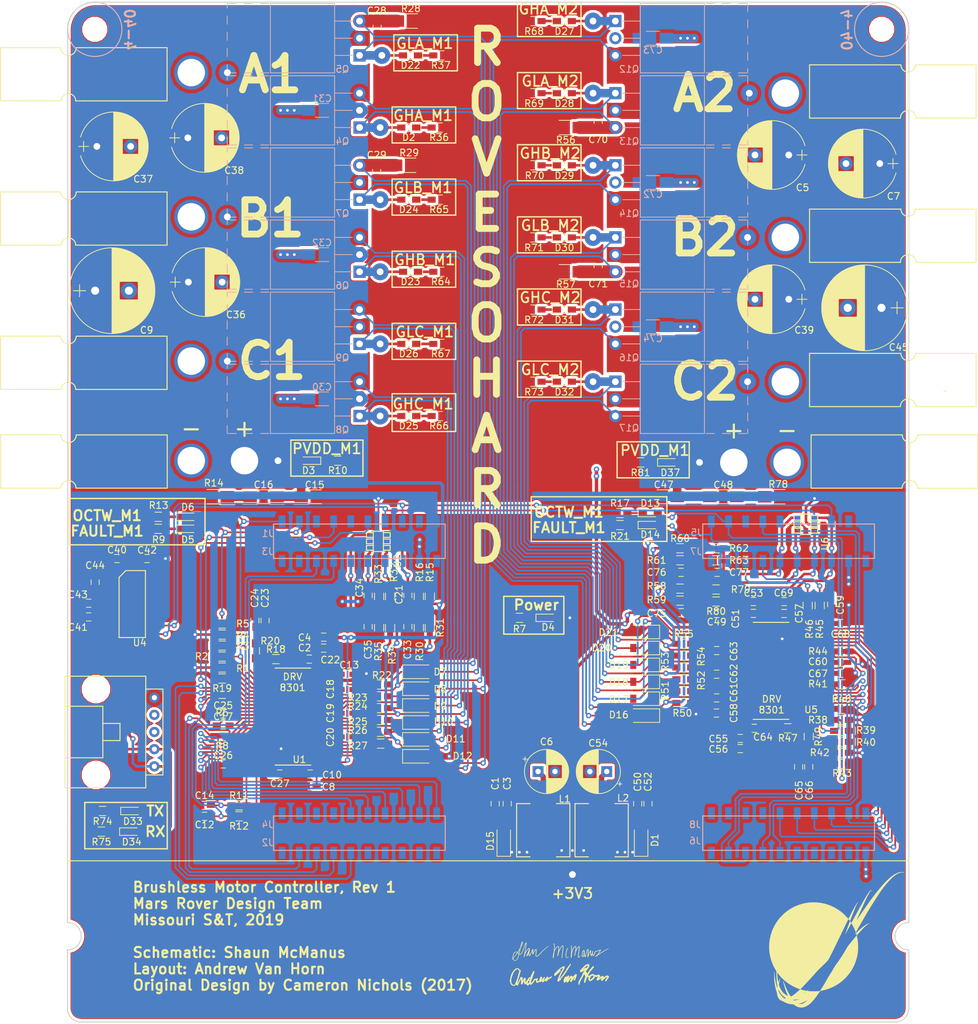
<source format=kicad_pcb>
(kicad_pcb (version 20171130) (host pcbnew "(5.0.0)")
  (layers (0 F.Cu signal) (31 B.Cu signal) (34 B.Paste user) (35 F.Paste user) (36 B.SilkS user) (37 F.SilkS user) (38 B.Mask user) (39 F.Mask user) (44 Edge.Cuts user))
  (net 0 "")
  (net 1 SL_B_M2)
  (net 2 "Net-(C1-Pad1)")
  (net 3 PVDD_M1)
  (net 4 SO2_M1)
  (net 5 "Net-(C13-Pad2)")
  (net 6 SO1_M1)
  (net 7 "Net-(C16-Pad2)")
  (net 8 "Net-(C17-Pad1)")
  (net 9 "Net-(C17-Pad2)")
  (net 10 SH_A_M1)
  (net 11 "Net-(C18-Pad1)")
  (net 12 "Net-(C19-Pad1)")
  (net 13 SH_B_M1)
  (net 14 SH_C_M1)
  (net 15 "Net-(C20-Pad1)")
  (net 16 PVDDSENSE_M1)
  (net 17 "Net-(C22-Pad2)")
  (net 18 "Net-(C23-Pad2)")
  (net 19 "Net-(C24-Pad2)")
  (net 20 "Net-(C25-Pad2)")
  (net 21 "Net-(C26-Pad2)")
  (net 22 "Net-(C27-Pad2)")
  (net 23 SL_A_M1)
  (net 24 SL_B_M1)
  (net 25 ASENSE_M1)
  (net 26 BSENSE_M1)
  (net 27 CSENSE_M1)
  (net 28 "Net-(C40-Pad2)")
  (net 29 "Net-(C41-Pad1)")
  (net 30 "Net-(C43-Pad1)")
  (net 31 "Net-(C43-Pad2)")
  (net 32 "Net-(C44-Pad2)")
  (net 33 "Net-(C44-Pad1)")
  (net 34 PVDD_M2)
  (net 35 "Net-(C48-Pad2)")
  (net 36 PVDDSENSE_M2)
  (net 37 "Net-(C50-Pad1)")
  (net 38 SO2_M2)
  (net 39 "Net-(C58-Pad2)")
  (net 40 SO1_M2)
  (net 41 "Net-(C60-Pad1)")
  (net 42 "Net-(C60-Pad2)")
  (net 43 "Net-(C61-Pad1)")
  (net 44 SH_A_M2)
  (net 45 SH_B_M2)
  (net 46 "Net-(C62-Pad1)")
  (net 47 "Net-(C63-Pad1)")
  (net 48 SH_C_M2)
  (net 49 "Net-(C64-Pad2)")
  (net 50 "Net-(C67-Pad2)")
  (net 51 "Net-(C68-Pad2)")
  (net 52 "Net-(C69-Pad2)")
  (net 53 SL_A_M2)
  (net 54 ASENSE_M2)
  (net 55 BSENSE_M2)
  (net 56 CSENSE_M2)
  (net 57 GL_C_M1)
  (net 58 "Net-(D4-Pad1)")
  (net 59 NFAULT_M1)
  (net 60 "Net-(D5-Pad1)")
  (net 61 "Net-(D6-Pad1)")
  (net 62 NOCTW_M1)
  (net 63 NFAULT_M2)
  (net 64 "Net-(D13-Pad1)")
  (net 65 "Net-(D14-Pad1)")
  (net 66 NOCTW_M2)
  (net 67 GH_C_M1)
  (net 68 GL_B_M1)
  (net 69 GH_B_M1)
  (net 70 GL_A_M1)
  (net 71 GH_A_M1)
  (net 72 GH_A_M2)
  (net 73 GL_A_M2)
  (net 74 GH_B_M2)
  (net 75 GL_B_M2)
  (net 76 GH_C_M2)
  (net 77 GL_C_M2)
  (net 78 "Net-(D33-Pad1)")
  (net 79 PWRGD_M1)
  (net 80 "Net-(R4-Pad2)")
  (net 81 DC_CAL_M1)
  (net 82 EN_GATE_M1)
  (net 83 "Net-(R11-Pad2)")
  (net 84 "Net-(R12-Pad1)")
  (net 85 "Net-(R18-Pad1)")
  (net 86 "Net-(R19-Pad1)")
  (net 87 PWRGD_M2)
  (net 88 DC_CAL_M2)
  (net 89 "Net-(R42-Pad2)")
  (net 90 EN_GATE_M2)
  (net 91 "Net-(R45-Pad2)")
  (net 92 "Net-(R46-Pad1)")
  (net 93 "Net-(R47-Pad1)")
  (net 94 "Net-(R48-Pad1)")
  (net 95 INL_C_M1)
  (net 96 INH_C_M1)
  (net 97 INL_B_M1)
  (net 98 INH_B_M1)
  (net 99 INL_A_M1)
  (net 100 INH_A_M1)
  (net 101 SCLK_M1)
  (net 102 SDO_M1)
  (net 103 SDI_M1)
  (net 104 NSCS_M1)
  (net 105 SDO_M2)
  (net 106 NSCS_M2)
  (net 107 SCLK_M2)
  (net 108 INH_A_M2)
  (net 109 INL_A_M2)
  (net 110 INH_B_M2)
  (net 111 INL_B_M2)
  (net 112 INH_C_M2)
  (net 113 INL_C_M2)
  (net 114 "Net-(U3-PadRese)")
  (net 115 "Net-(U3-PadNC)")
  (net 116 "Net-(U3-Pad+5V)")
  (net 117 GND)
  (net 118 +3V3)
  (net 119 SDI_M2)
  (net 120 "Net-(D3-Pad1)")
  (net 121 "Net-(D34-Pad1)")
  (net 122 "Net-(D2-Pad1)")
  (net 123 "Net-(D22-Pad1)")
  (net 124 "Net-(D23-Pad1)")
  (net 125 "Net-(D24-Pad1)")
  (net 126 "Net-(D25-Pad1)")
  (net 127 "Net-(D26-Pad1)")
  (net 128 "Net-(D27-Pad1)")
  (net 129 "Net-(D28-Pad1)")
  (net 130 "Net-(D29-Pad1)")
  (net 131 "Net-(D30-Pad1)")
  (net 132 "Net-(D31-Pad1)")
  (net 133 "Net-(D32-Pad1)")
  (net 134 "Net-(D37-Pad1)")
  (net 135 MGH_A_M1)
  (net 136 MGL_A_M1)
  (net 137 MGH_B_M1)
  (net 138 MGH_C_M1)
  (net 139 MGL_C_M1)
  (net 140 MGH_A_M2)
  (net 141 MGL_A_M2)
  (net 142 MGH_B_M2)
  (net 143 MGL_B_M2)
  (net 144 MGH_C_M2)
  (net 145 MGL_C_M2)
  (net 146 MGL_B_M1)
  (net 147 "Net-(C65-Pad1)")
  (net 148 "Net-(C66-Pad1)")
  (net 149 SL_TX)
  (net 150 SL_RX)
  (net 151 UART_RX)
  (net 152 UART_TX)
  (module Capacitors_SMD:C_0603_HandSoldering (layer F.Cu) (at 141.29 41.91 180)
    (fp_text reference C76 (at 3.622 0 180) (layer F.SilkS))
    (fp_text value 0.1u)
    (pad 2 smd rect (at 0.95 0 180) (size 1.2 0.75) (layers F.Cu F.Paste F.Mask) (net 117 GND))
    (pad 1 smd rect (at -0.95 0 180) (size 1.2 0.75) (layers F.Cu F.Paste F.Mask) (net 55 BSENSE_M2))
  )
  (module MRDT_Shields:LAUNCHXL_F28069M_Launchpad_FULL_Booster_SMD_Bottom (layer F.Cu) (at 50.5206 83.0326)
    (fp_text reference U3 hide)
    (fp_text value LAUNCHXL_F28069M_Launchpad hide)
    (fp_text user J1 (at 29.591 -46.863) (layer B.SilkS) (effects (justify mirror)))
    (fp_text user J3 (at 29.591 -44.196) (layer B.SilkS) (effects (justify mirror)))
    (fp_text user J5 (at 93.0402 -46.99) (layer B.SilkS) (effects (justify mirror)))
    (fp_text user J7 (at 92.964 -44.196) (layer B.SilkS) (effects (justify mirror)))
    (fp_text user J2 (at 29.591 -1.143) (layer B.SilkS) (effects (justify mirror)))
    (fp_text user J4 (at 29.591 -3.81) (layer B.SilkS) (effects (justify mirror)))
    (fp_text user J6 (at 92.837 -1.397) (layer B.SilkS) (effects (justify mirror)))
    (fp_text user J8 (at 92.837 -3.81) (layer B.SilkS) (effects (justify mirror)))
    (pad P_56 smd rect (at 95.25 0.381) (size 0.9906 1.778) (layers B.Cu B.Paste B.Mask))
    (pad P_53 smd rect (at 97.79 0.381) (size 0.9906 1.778) (layers B.Cu B.Paste B.Mask) (net 88 DC_CAL_M2))
    (pad P_52 smd rect (at 100.33 0.381) (size 0.9906 1.778) (layers B.Cu B.Paste B.Mask) (net 90 EN_GATE_M2))
    (pad P_25 smd rect (at 102.87 0.381) (size 0.9906 1.778) (layers B.Cu B.Paste B.Mask) (net 105 SDO_M2))
    (pad P_24 smd rect (at 105.41 0.381) (size 0.9906 1.778) (layers B.Cu B.Paste B.Mask) (net 119 SDI_M2))
    (pad Rese smd rect (at 107.95 0.381) (size 0.9906 1.778) (layers B.Cu B.Paste B.Mask) (net 114 "Net-(U3-PadRese)"))
    (pad NC smd rect (at 110.49 0.381) (size 0.9906 1.778) (layers B.Cu B.Paste B.Mask) (net 115 "Net-(U3-PadNC)"))
    (pad P_26 smd rect (at 113.03 0.381) (size 0.9906 1.778) (layers B.Cu B.Paste B.Mask))
    (pad P_27 smd rect (at 115.57 0.381) (size 0.9906 1.778) (layers B.Cu B.Paste B.Mask))
    (pad GND smd rect (at 118.11 0.381) (size 0.9906 1.778) (layers B.Cu B.Paste B.Mask) (net 117 GND))
    (pad DAC4 smd rect (at 95.25 -5.4864) (size 0.9906 1.778) (layers B.Cu B.Paste B.Mask))
    (pad DAC3 smd rect (at 97.79 -5.4864) (size 0.9906 1.778) (layers B.Cu B.Paste B.Mask))
    (pad NC smd rect (at 100.33 -5.4864) (size 0.9906 1.778) (layers B.Cu B.Paste B.Mask) (net 115 "Net-(U3-PadNC)"))
    (pad NC smd rect (at 102.87 -5.4864) (size 0.9906 1.778) (layers B.Cu B.Paste B.Mask) (net 115 "Net-(U3-PadNC)"))
    (pad P_11 smd rect (at 105.41 -5.4864) (size 0.9906 1.778) (layers B.Cu B.Paste B.Mask) (net 113 INL_C_M2))
    (pad P_10 smd rect (at 107.95 -5.4864) (size 0.9906 1.778) (layers B.Cu B.Paste B.Mask) (net 112 INH_C_M2))
    (pad P_9 smd rect (at 110.49 -5.4864) (size 0.9906 1.778) (layers B.Cu B.Paste B.Mask) (net 111 INL_B_M2))
    (pad P_8 smd rect (at 113.03 -5.4864) (size 0.9906 1.778) (layers B.Cu B.Paste B.Mask) (net 110 INH_B_M2))
    (pad P_7 smd rect (at 115.57 -5.4864) (size 0.9906 1.778) (layers B.Cu B.Paste B.Mask) (net 109 INL_A_M2))
    (pad P_6 smd rect (at 118.11 -5.461) (size 0.9906 1.778) (layers B.Cu B.Paste B.Mask) (net 108 INH_A_M2))
    (pad P_54 smd rect (at 95.25 -48.641) (size 0.9906 1.778) (layers B.Cu B.Paste B.Mask) (net 66 NOCTW_M2))
    (pad P_23 smd rect (at 97.79 -48.641) (size 0.9906 1.778) (layers B.Cu B.Paste B.Mask) (net 63 NFAULT_M2))
    (pad P_21 smd rect (at 100.33 -48.641) (size 0.9906 1.778) (layers B.Cu B.Paste B.Mask))
    (pad P_14 smd rect (at 102.87 -48.641) (size 0.9906 1.778) (layers B.Cu B.Paste B.Mask) (net 107 SCLK_M2))
    (pad NC smd rect (at 105.41 -48.641) (size 0.9906 1.778) (layers B.Cu B.Paste B.Mask) (net 115 "Net-(U3-PadNC)"))
    (pad P_20 smd rect (at 107.95 -48.641) (size 0.9906 1.778) (layers B.Cu B.Paste B.Mask) (net 106 NSCS_M2))
    (pad P_58 smd rect (at 110.49 -48.641) (size 0.9906 1.778) (layers B.Cu B.Paste B.Mask) (net 152 UART_TX))
    (pad P_15 smd rect (at 113.03 -48.641) (size 0.9906 1.778) (layers B.Cu B.Paste B.Mask) (net 151 UART_RX))
    (pad NC smd rect (at 115.57 -48.641) (size 0.9906 1.778) (layers B.Cu B.Paste B.Mask) (net 115 "Net-(U3-PadNC)"))
    (pad +3V3 smd rect (at 118.11 -48.641) (size 0.9906 1.778) (layers B.Cu B.Paste B.Mask) (net 118 +3V3))
    (pad NC smd rect (at 95.25 -42.799) (size 0.9906 1.778) (layers B.Cu B.Paste B.Mask) (net 115 "Net-(U3-PadNC)"))
    (pad A_A4 smd rect (at 97.79 -42.799) (size 0.9906 1.778) (layers B.Cu B.Paste B.Mask))
    (pad A_B3 smd rect (at 100.33 -42.799) (size 0.9906 1.778) (layers B.Cu B.Paste B.Mask) (net 38 SO2_M2))
    (pad A_A3 smd rect (at 102.87 -42.799) (size 0.9906 1.778) (layers B.Cu B.Paste B.Mask) (net 40 SO1_M2))
    (pad A_B5 smd rect (at 105.41 -42.799) (size 0.9906 1.778) (layers B.Cu B.Paste B.Mask) (net 56 CSENSE_M2))
    (pad A_A5 smd rect (at 107.95 -42.799) (size 0.9906 1.778) (layers B.Cu B.Paste B.Mask) (net 55 BSENSE_M2))
    (pad A_B4 smd rect (at 110.49 -42.799) (size 0.9906 1.778) (layers B.Cu B.Paste B.Mask) (net 54 ASENSE_M2))
    (pad A_B7 smd rect (at 113.03 -42.799) (size 0.9906 1.778) (layers B.Cu B.Paste B.Mask) (net 36 PVDDSENSE_M2))
    (pad GND smd rect (at 115.57 -42.799) (size 0.9906 1.778) (layers B.Cu B.Paste B.Mask) (net 117 GND))
    (pad +5V smd rect (at 118.11 -42.799) (size 0.9906 1.778) (layers B.Cu B.Paste B.Mask) (net 116 "Net-(U3-Pad+5V)"))
    (pad P_44 smd rect (at 49.53 0.381) (size 0.9906 1.778) (layers B.Cu B.Paste B.Mask))
    (pad P_19 smd rect (at 52.07 0.381) (size 0.9906 1.778) (layers B.Cu B.Paste B.Mask))
    (pad GND smd rect (at 54.61 0.381) (size 0.9906 1.778) (layers B.Cu B.Paste B.Mask) (net 117 GND))
    (pad DAC2 smd rect (at 31.75 -5.461) (size 0.9906 1.778) (layers B.Cu B.Paste B.Mask))
    (pad DAC1 smd rect (at 34.29 -5.461) (size 0.9906 1.778) (layers B.Cu B.Paste B.Mask))
    (pad NC smd rect (at 36.83 -5.461) (size 0.9906 1.778) (layers B.Cu B.Paste B.Mask) (net 115 "Net-(U3-PadNC)"))
    (pad P_13 smd rect (at 39.37 -5.461) (size 0.9906 1.778) (layers B.Cu B.Paste B.Mask))
    (pad P_5 smd rect (at 41.91 -5.461) (size 0.9906 1.778) (layers B.Cu B.Paste B.Mask) (net 95 INL_C_M1))
    (pad P_4 smd rect (at 44.45 -5.461) (size 0.9906 1.778) (layers B.Cu B.Paste B.Mask) (net 96 INH_C_M1))
    (pad P_3 smd rect (at 46.99 -5.461) (size 0.9906 1.778) (layers B.Cu B.Paste B.Mask) (net 97 INL_B_M1))
    (pad P_2 smd rect (at 49.53 -5.461) (size 0.9906 1.778) (layers B.Cu B.Paste B.Mask) (net 98 INH_B_M1))
    (pad P_1 smd rect (at 52.07 -5.461) (size 0.9906 1.778) (layers B.Cu B.Paste B.Mask) (net 99 INL_A_M1))
    (pad P_0 smd rect (at 54.61 -5.461) (size 0.9906 1.778) (layers B.Cu B.Paste B.Mask) (net 100 INH_A_M1))
    (pad P_32 smd rect (at 31.75 -48.641) (size 0.9906 1.778) (layers B.Cu B.Paste B.Mask) (net 62 NOCTW_M1))
    (pad P_22 smd rect (at 36.83 -48.641) (size 0.9906 1.778) (layers B.Cu B.Paste B.Mask))
    (pad A_B6 smd rect (at 41.91 -48.641) (size 0.9906 1.778) (layers B.Cu B.Paste B.Mask))
    (pad P_12 smd rect (at 44.45 -48.641) (size 0.9906 1.778) (layers B.Cu B.Paste B.Mask) (net 104 NSCS_M1))
    (pad P_29 smd rect (at 46.99 -48.641) (size 0.9906 1.778) (layers B.Cu B.Paste B.Mask) (net 152 UART_TX))
    (pad P_28 smd rect (at 49.53 -48.641) (size 0.9906 1.778) (layers B.Cu B.Paste B.Mask) (net 151 UART_RX))
    (pad A_A6 smd rect (at 52.07 -48.641) (size 0.9906 1.778) (layers B.Cu B.Paste B.Mask))
    (pad NC smd rect (at 31.75 -42.799) (size 0.9906 1.778) (layers B.Cu B.Paste B.Mask) (net 115 "Net-(U3-PadNC)"))
    (pad A_B0 smd rect (at 36.83 -42.799) (size 0.9906 1.778) (layers B.Cu B.Paste B.Mask) (net 4 SO2_M1))
    (pad A_B1 smd rect (at 46.99 -42.799) (size 0.9906 1.778) (layers B.Cu B.Paste B.Mask) (net 25 ASENSE_M1))
    (pad A_A7 smd rect (at 49.53 -42.799) (size 0.9906 1.778) (layers B.Cu B.Paste B.Mask) (net 16 PVDDSENSE_M1))
    (pad GND smd rect (at 52.07 -42.799) (size 0.9906 1.778) (layers B.Cu B.Paste B.Mask) (net 117 GND))
    (pad +5V smd rect (at 54.61 -42.799) (size 0.9906 1.778) (layers B.Cu B.Paste B.Mask) (net 116 "Net-(U3-Pad+5V)"))
    (pad A_B2 smd rect (at 41.91 -42.799) (size 0.9906 1.778) (layers B.Cu B.Paste B.Mask) (net 27 CSENSE_M1))
    (pad A_A0 smd rect (at 39.37 -42.799) (size 0.9906 1.778) (layers B.Cu B.Paste B.Mask) (net 6 SO1_M1))
    (pad P_33 smd rect (at 34.29 -48.641) (size 0.9906 1.778) (layers B.Cu B.Paste B.Mask) (net 59 NFAULT_M1))
    (pad NC smd rect (at 46.99 0.381) (size 0.9906 1.778) (layers B.Cu B.Paste B.Mask) (net 115 "Net-(U3-PadNC)"))
    (pad Rese smd rect (at 44.45 0.381) (size 0.9906 1.778) (layers B.Cu B.Paste B.Mask) (net 114 "Net-(U3-PadRese)"))
    (pad A_A1 smd rect (at 34.29 -42.799) (size 0.9906 1.778) (layers B.Cu B.Paste B.Mask))
    (pad P_18 smd rect (at 39.37 -48.641) (size 0.9906 1.778) (layers B.Cu B.Paste B.Mask) (net 101 SCLK_M1))
    (pad P_50 smd rect (at 36.83 0.381) (size 0.9906 1.778) (layers B.Cu B.Paste B.Mask) (net 82 EN_GATE_M1))
    (pad P_17 smd rect (at 39.37 0.381) (size 0.9906 1.778) (layers B.Cu B.Paste B.Mask) (net 102 SDO_M1))
    (pad A_A2 smd rect (at 44.45 -42.799) (size 0.9906 1.778) (layers B.Cu B.Paste B.Mask) (net 26 BSENSE_M1))
    (pad P_16 smd rect (at 41.91 0.381) (size 0.9906 1.778) (layers B.Cu B.Paste B.Mask) (net 103 SDI_M1))
    (pad P_51 smd rect (at 34.29 0.381) (size 0.9906 1.778) (layers B.Cu B.Paste B.Mask) (net 81 DC_CAL_M1))
    (pad P_55 smd rect (at 31.75 0.381) (size 0.9906 1.778) (layers B.Cu B.Paste B.Mask))
    (pad +3V3 smd rect (at 54.61 -48.641) (size 0.9906 1.778) (layers B.Cu B.Paste B.Mask) (net 118 +3V3))
  )
  (module Capacitors_THT:CP_Radial_D12.5mm_P5.00mm (layer F.Cu) (at 170.942 2.794 180)
    (fp_text reference C45 (at -2.54 -5.842 180) (layer F.SilkS))
    (fp_text value 470u)
    (pad 2 thru_hole circle (at 5 0 180) (size 2.4 2.4) (drill 1.2) (layers *.Cu *.Mask) (net 117 GND))
    (pad 1 thru_hole rect (at 0 0 180) (size 2.4 2.4) (drill 1.2) (layers *.Cu *.Mask) (net 34 PVDD_M2))
  )
  (module Resistors_SMD:R_1206_HandSoldering (layer F.Cu) (at 72.168 30.734 180)
    (fp_text reference R14 (at 0 2.032 180) (layer F.SilkS))
    (fp_text value 3.3)
    (pad 2 smd rect (at 2 0 180) (size 2 1.7) (layers F.Cu F.Paste F.Mask) (net 117 GND))
    (pad 1 smd rect (at -2 0 180) (size 2 1.7) (layers F.Cu F.Paste F.Mask) (net 7 "Net-(C16-Pad2)"))
  )
  (module Resistors_SMD:R_1206_HandSoldering (layer F.Cu) (at 155.67 30.734)
    (fp_text reference R78 (at 0 -1.85) (layer F.SilkS))
    (fp_text value 3.3)
    (pad 2 smd rect (at 2 0) (size 2 1.7) (layers F.Cu F.Paste F.Mask) (net 117 GND))
    (pad 1 smd rect (at -2 0) (size 2 1.7) (layers F.Cu F.Paste F.Mask) (net 35 "Net-(C48-Pad2)"))
  )
  (module MRDT_Drill_Holes:4_40_Hole_Corner (layer B.Cu) (at 58.56732 -34.39668 180)
    (fp_text reference REF** hide)
    (fp_text value 4_40_Hole hide)
    (pad "" np_thru_hole circle (at 4.00812 4.00812 180) (size 2.9464 2.9464) (drill 2.9464) (layers *.Cu *.Mask))
  )
  (module Capacitors_SMD:C_1206_HandSoldering (layer B.Cu) (at 88.17 16.256 180)
    (fp_text reference C30 (at 0 1.75 180) (layer B.SilkS) (effects (justify mirror)))
    (fp_text value 2.2u)
    (pad 2 smd rect (at 2 0 180) (size 2 1.6) (layers B.Cu B.Paste B.Mask) (net 117 GND))
    (pad 1 smd rect (at -2 0 180) (size 2 1.6) (layers B.Cu B.Paste B.Mask) (net 3 PVDD_M1))
  )
  (module Capacitors_THT:CP_Radial_D10.0mm_P5.00mm (layer F.Cu) (at 68.326 -22.352)
    (fp_text reference C38 (at 6.858 4.826) (layer F.SilkS))
    (fp_text value 220u)
    (pad 2 thru_hole circle (at 5 0) (size 2 2) (drill 1) (layers *.Cu *.Mask) (net 117 GND))
    (pad 1 thru_hole rect (at 0 0) (size 2 2) (drill 1) (layers *.Cu *.Mask) (net 3 PVDD_M1))
  )
  (module Capacitors_THT:CP_Radial_D10.0mm_P5.00mm (layer F.Cu) (at 54.864 -21.082)
    (fp_text reference C37 (at 6.858 4.826) (layer F.SilkS))
    (fp_text value 220u)
    (pad 1 thru_hole rect (at 0 0) (size 2 2) (drill 1) (layers *.Cu *.Mask) (net 3 PVDD_M1))
    (pad 2 thru_hole circle (at 5 0) (size 2 2) (drill 1) (layers *.Cu *.Mask) (net 117 GND))
  )
  (module Resistors_SMD:R_0603_HandSoldering (layer F.Cu) (at 165.0726 53.6093)
    (fp_text reference R44 (at -3.5286 -0.0153) (layer F.SilkS))
    (fp_text value 1k)
    (pad 1 smd rect (at -1.1 0) (size 1.2 0.9) (layers F.Cu F.Paste F.Mask) (net 90 EN_GATE_M2))
    (pad 2 smd rect (at 1.1 0) (size 1.2 0.9) (layers F.Cu F.Paste F.Mask) (net 117 GND))
  )
  (module Resistors_SMD:R_0603_HandSoldering (layer F.Cu) (at 141.6976 55.9843)
    (fp_text reference R53 (at -2.7596 -0.8663 90) (layer F.SilkS))
    (fp_text value 10)
    (pad 2 smd rect (at 1.1 0) (size 1.2 0.9) (layers F.Cu F.Paste F.Mask) (net 75 GL_B_M2))
    (pad 1 smd rect (at -1.1 0) (size 1.2 0.9) (layers F.Cu F.Paste F.Mask) (net 143 MGL_B_M2))
  )
  (module Resistors_SMD:R_0603_HandSoldering (layer F.Cu) (at 146.474 44.45)
    (fp_text reference R79 (at 3.64 0) (layer F.SilkS))
    (fp_text value 46.4k)
    (pad 2 smd rect (at 1.1 0) (size 1.2 0.9) (layers F.Cu F.Paste F.Mask) (net 36 PVDDSENSE_M2))
    (pad 1 smd rect (at -1.1 0) (size 1.2 0.9) (layers F.Cu F.Paste F.Mask) (net 34 PVDD_M2))
  )
  (module Resistors_SMD:R_0603_HandSoldering (layer F.Cu) (at 73.4 51.125)
    (fp_text reference R4 (at 3.054 0.183) (layer F.SilkS))
    (fp_text value 31.6k)
    (pad 1 smd rect (at -1.1 0) (size 1.2 0.9) (layers F.Cu F.Paste F.Mask) (net 118 +3V3))
    (pad 2 smd rect (at 1.1 0) (size 1.2 0.9) (layers F.Cu F.Paste F.Mask) (net 80 "Net-(R4-Pad2)"))
  )
  (module Resistors_SMD:R_0603_HandSoldering (layer F.Cu) (at 73.4 49.5 180)
    (fp_text reference R5 (at -3.054 -0.03 180) (layer F.SilkS))
    (fp_text value 10k)
    (pad 1 smd rect (at -1.1 0 180) (size 1.2 0.9) (layers F.Cu F.Paste F.Mask) (net 80 "Net-(R4-Pad2)"))
    (pad 2 smd rect (at 1.1 0 180) (size 1.2 0.9) (layers F.Cu F.Paste F.Mask) (net 117 GND))
  )
  (module Resistors_SMD:R_0603_HandSoldering (layer F.Cu) (at 73.4 57.625 180)
    (fp_text reference R19 (at 0 -1.45 180) (layer F.SilkS))
    (fp_text value 150k)
    (pad 1 smd rect (at -1.1 0 180) (size 1.2 0.9) (layers F.Cu F.Paste F.Mask) (net 86 "Net-(R19-Pad1)"))
    (pad 2 smd rect (at 1.1 0 180) (size 1.2 0.9) (layers F.Cu F.Paste F.Mask) (net 117 GND))
  )
  (module Resistors_SMD:R_0603_HandSoldering (layer F.Cu) (at 73.4 54.375)
    (fp_text reference R2 (at -3.042 -0.019) (layer F.SilkS))
    (fp_text value 10k)
    (pad 1 smd rect (at -1.1 0) (size 1.2 0.9) (layers F.Cu F.Paste F.Mask) (net 118 +3V3))
    (pad 2 smd rect (at 1.1 0) (size 1.2 0.9) (layers F.Cu F.Paste F.Mask) (net 62 NOCTW_M1))
  )
  (module Resistors_SMD:R_0603_HandSoldering (layer F.Cu) (at 73.4 56)
    (fp_text reference R1 (at 3.054 0.134) (layer F.SilkS))
    (fp_text value 10k)
    (pad 1 smd rect (at -1.1 0) (size 1.2 0.9) (layers F.Cu F.Paste F.Mask) (net 118 +3V3))
    (pad 2 smd rect (at 1.1 0) (size 1.2 0.9) (layers F.Cu F.Paste F.Mask) (net 59 NFAULT_M1))
  )
  (module Resistors_SMD:R_0603_HandSoldering (layer F.Cu) (at 73.4 52.75)
    (fp_text reference R3 (at 3.054 0.082) (layer F.SilkS))
    (fp_text value 10k)
    (pad 1 smd rect (at -1.1 0) (size 1.2 0.9) (layers F.Cu F.Paste F.Mask) (net 118 +3V3))
    (pad 2 smd rect (at 1.1 0) (size 1.2 0.9) (layers F.Cu F.Paste F.Mask) (net 79 PWRGD_M1))
  )
  (module MRDT_ICs:DRV8301 (layer F.Cu) (at 83.875 63.25)
    (fp_text reference U1 (at 0.961 6.346) (layer F.SilkS))
    (fp_text value DRV8301 hide)
    (pad 1 smd rect (at -3.6703 -6.749986) (size 1.6764 0.3048) (layers F.Cu F.Paste F.Mask) (net 85 "Net-(R18-Pad1)"))
    (pad 2 smd rect (at -3.6703 -6.249988) (size 1.6764 0.3048) (layers F.Cu F.Paste F.Mask) (net 18 "Net-(C23-Pad2)"))
    (pad 3 smd rect (at -3.6703 -5.749988) (size 1.6764 0.3048) (layers F.Cu F.Paste F.Mask) (net 80 "Net-(R4-Pad2)"))
    (pad 4 smd rect (at -3.6703 -5.24999) (size 1.6764 0.3048) (layers F.Cu F.Paste F.Mask) (net 79 PWRGD_M1))
    (pad 5 smd rect (at -3.6703 -4.74999) (size 1.6764 0.3048) (layers F.Cu F.Paste F.Mask) (net 62 NOCTW_M1))
    (pad 6 smd rect (at -3.6703 -4.249991) (size 1.6764 0.3048) (layers F.Cu F.Paste F.Mask) (net 59 NFAULT_M1))
    (pad 7 smd rect (at -3.6703 -3.749992) (size 1.6764 0.3048) (layers F.Cu F.Paste F.Mask) (net 86 "Net-(R19-Pad1)"))
    (pad 8 smd rect (at -3.6703 -3.249994) (size 1.6764 0.3048) (layers F.Cu F.Paste F.Mask) (net 104 NSCS_M1))
    (pad 9 smd rect (at -3.6703 -2.749994) (size 1.6764 0.3048) (layers F.Cu F.Paste F.Mask) (net 103 SDI_M1))
    (pad 10 smd rect (at -3.6703 -2.249996) (size 1.6764 0.3048) (layers F.Cu F.Paste F.Mask) (net 102 SDO_M1))
    (pad 11 smd rect (at -3.6703 -1.749996) (size 1.6764 0.3048) (layers F.Cu F.Paste F.Mask) (net 101 SCLK_M1))
    (pad 12 smd rect (at -3.6703 -1.249997) (size 1.6764 0.3048) (layers F.Cu F.Paste F.Mask) (net 81 DC_CAL_M1))
    (pad 13 smd rect (at -3.6703 -0.749998) (size 1.6764 0.3048) (layers F.Cu F.Paste F.Mask) (net 20 "Net-(C25-Pad2)"))
    (pad 14 smd rect (at -3.6703 -0.25) (size 1.6764 0.3048) (layers F.Cu F.Paste F.Mask) (net 8 "Net-(C17-Pad1)"))
    (pad 15 smd rect (at -3.6703 0.25) (size 1.6764 0.3048) (layers F.Cu F.Paste F.Mask) (net 9 "Net-(C17-Pad2)"))
    (pad 16 smd rect (at -3.6703 0.749998) (size 1.6764 0.3048) (layers F.Cu F.Paste F.Mask) (net 82 EN_GATE_M1))
    (pad 17 smd rect (at -3.6703 1.249997) (size 1.6764 0.3048) (layers F.Cu F.Paste F.Mask) (net 100 INH_A_M1))
    (pad 18 smd rect (at -3.6703 1.749996) (size 1.6764 0.3048) (layers F.Cu F.Paste F.Mask) (net 99 INL_A_M1))
    (pad 19 smd rect (at -3.6703 2.249996) (size 1.6764 0.3048) (layers F.Cu F.Paste F.Mask) (net 98 INH_B_M1))
    (pad 20 smd rect (at -3.6703 2.749994) (size 1.6764 0.3048) (layers F.Cu F.Paste F.Mask) (net 97 INL_B_M1))
    (pad 21 smd rect (at -3.6703 3.249994) (size 1.6764 0.3048) (layers F.Cu F.Paste F.Mask) (net 96 INH_C_M1))
    (pad 22 smd rect (at -3.6703 3.749992) (size 1.6764 0.3048) (layers F.Cu F.Paste F.Mask) (net 95 INL_C_M1))
    (pad 23 smd rect (at -3.6703 4.249991) (size 1.6764 0.3048) (layers F.Cu F.Paste F.Mask) (net 21 "Net-(C26-Pad2)"))
    (pad 24 smd rect (at -3.6703 4.74999) (size 1.6764 0.3048) (layers F.Cu F.Paste F.Mask) (net 118 +3V3))
    (pad 25 smd rect (at -3.6703 5.24999) (size 1.6764 0.3048) (layers F.Cu F.Paste F.Mask) (net 83 "Net-(R11-Pad2)"))
    (pad 26 smd rect (at -3.6703 5.749988) (size 1.6764 0.3048) (layers F.Cu F.Paste F.Mask) (net 84 "Net-(R12-Pad1)"))
    (pad 27 smd rect (at -3.6703 6.249988) (size 1.6764 0.3048) (layers F.Cu F.Paste F.Mask) (net 22 "Net-(C27-Pad2)"))
    (pad 28 smd rect (at -3.6703 6.749986) (size 1.6764 0.3048) (layers F.Cu F.Paste F.Mask) (net 117 GND))
    (pad 29 smd rect (at 3.6703 6.749986) (size 1.6764 0.3048) (layers F.Cu F.Paste F.Mask) (net 3 PVDD_M1))
    (pad 30 smd rect (at 3.6703 6.249988) (size 1.6764 0.3048) (layers F.Cu F.Paste F.Mask) (net 117 GND))
    (pad 31 smd rect (at 3.6703 5.749988) (size 1.6764 0.3048) (layers F.Cu F.Paste F.Mask) (net 24 SL_B_M1))
    (pad 32 smd rect (at 3.6703 5.24999) (size 1.6764 0.3048) (layers F.Cu F.Paste F.Mask) (net 117 GND))
    (pad 33 smd rect (at 3.6703 4.74999) (size 1.6764 0.3048) (layers F.Cu F.Paste F.Mask) (net 23 SL_A_M1))
    (pad 34 smd rect (at 3.6703 4.249991) (size 1.6764 0.3048) (layers F.Cu F.Paste F.Mask) (net 117 GND))
    (pad 35 smd rect (at 3.6703 3.749992) (size 1.6764 0.3048) (layers F.Cu F.Paste F.Mask) (net 57 GL_C_M1))
    (pad 36 smd rect (at 3.6703 3.249994) (size 1.6764 0.3048) (layers F.Cu F.Paste F.Mask) (net 14 SH_C_M1))
    (pad 37 smd rect (at 3.6703 2.749994) (size 1.6764 0.3048) (layers F.Cu F.Paste F.Mask) (net 67 GH_C_M1))
    (pad 38 smd rect (at 3.6703 2.249996) (size 1.6764 0.3048) (layers F.Cu F.Paste F.Mask) (net 15 "Net-(C20-Pad1)"))
    (pad 39 smd rect (at 3.6703 1.749996) (size 1.6764 0.3048) (layers F.Cu F.Paste F.Mask) (net 24 SL_B_M1))
    (pad 40 smd rect (at 3.6703 1.249997) (size 1.6764 0.3048) (layers F.Cu F.Paste F.Mask) (net 68 GL_B_M1))
    (pad 41 smd rect (at 3.6703 0.749998) (size 1.6764 0.3048) (layers F.Cu F.Paste F.Mask) (net 13 SH_B_M1))
    (pad 42 smd rect (at 3.6703 0.25) (size 1.6764 0.3048) (layers F.Cu F.Paste F.Mask) (net 69 GH_B_M1))
    (pad 43 smd rect (at 3.6703 -0.25) (size 1.6764 0.3048) (layers F.Cu F.Paste F.Mask) (net 12 "Net-(C19-Pad1)"))
    (pad 44 smd rect (at 3.6703 -0.749998) (size 1.6764 0.3048) (layers F.Cu F.Paste F.Mask) (net 23 SL_A_M1))
    (pad 45 smd rect (at 3.6703 -1.249997) (size 1.6764 0.3048) (layers F.Cu F.Paste F.Mask) (net 70 GL_A_M1))
    (pad 46 smd rect (at 3.6703 -1.749996) (size 1.6764 0.3048) (layers F.Cu F.Paste F.Mask) (net 10 SH_A_M1))
    (pad 47 smd rect (at 3.6703 -2.249996) (size 1.6764 0.3048) (layers F.Cu F.Paste F.Mask) (net 71 GH_A_M1))
    (pad 48 smd rect (at 3.6703 -2.749994) (size 1.6764 0.3048) (layers F.Cu F.Paste F.Mask) (net 11 "Net-(C18-Pad1)"))
    (pad 49 smd rect (at 3.6703 -3.249994) (size 1.6764 0.3048) (layers F.Cu F.Paste F.Mask) (net 118 +3V3))
    (pad 50 smd rect (at 3.6703 -3.749992) (size 1.6764 0.3048) (layers F.Cu F.Paste F.Mask) (net 118 +3V3))
    (pad 51 smd rect (at 3.6703 -4.249991) (size 1.6764 0.3048) (layers F.Cu F.Paste F.Mask) (net 118 +3V3))
    (pad 52 smd rect (at 3.6703 -4.74999) (size 1.6764 0.3048) (layers F.Cu F.Paste F.Mask) (net 5 "Net-(C13-Pad2)"))
    (pad 53 smd rect (at 3.6703 -5.24999) (size 1.6764 0.3048) (layers F.Cu F.Paste F.Mask) (net 3 PVDD_M1))
    (pad 54 smd rect (at 3.6703 -5.749988) (size 1.6764 0.3048) (layers F.Cu F.Paste F.Mask) (net 3 PVDD_M1))
    (pad 55 smd rect (at 3.6703 -6.249988) (size 1.6764 0.3048) (layers F.Cu F.Paste F.Mask))
    (pad 56 smd rect (at 3.6703 -6.749986) (size 1.6764 0.3048) (layers F.Cu F.Paste F.Mask) (net 17 "Net-(C22-Pad2)"))
    (pad 57 smd rect (at 0 0) (size 3.61 6.35) (layers F.Cu F.Paste F.Mask) (net 117 GND))
  )
  (module MotorController_Hardware:TO-220-3_Horizontal_Reversed_NoHole (layer B.Cu) (at 93.726 -2.54 90)
    (fp_text reference Q6 (at -2.032 -2.54 180) (layer B.SilkS) (effects (justify mirror)))
    (fp_text value FQP30N06L)
    (pad 3 thru_hole oval (at 5.08 0 90) (size 1.8 1.8) (drill 1) (layers *.Cu *.Mask) (net 13 SH_B_M1))
    (pad 2 thru_hole oval (at 2.54 0 90) (size 1.8 1.8) (drill 1) (layers *.Cu *.Mask) (net 3 PVDD_M1))
    (pad 1 thru_hole rect (at 0 0 90) (size 1.8 1.8) (drill 1) (layers *.Cu *.Mask) (net 137 MGH_B_M1))
  )
  (module MotorController_Hardware:TO-220-3_Horizontal_Reversed_NoHole (layer B.Cu) (at 131.572 -18.288 270)
    (fp_text reference Q14 (at 7.112 -2.032) (layer B.SilkS) (effects (justify mirror)))
    (fp_text value FQP30N06L)
    (pad 1 thru_hole rect (at 0 0 270) (size 1.8 1.8) (drill 1) (layers *.Cu *.Mask) (net 142 MGH_B_M2))
    (pad 2 thru_hole oval (at 2.54 0 270) (size 1.8 1.8) (drill 1) (layers *.Cu *.Mask) (net 34 PVDD_M2))
    (pad 3 thru_hole oval (at 5.08 0 270) (size 1.8 1.8) (drill 1) (layers *.Cu *.Mask) (net 45 SH_B_M2))
  )
  (module MotorController_Hardware:TO-220-3_Horizontal_Reversed_NoHole (layer B.Cu) (at 93.726 -13.208 90)
    (fp_text reference Q7 (at -2.032 -2.54 180) (layer B.SilkS) (effects (justify mirror)))
    (fp_text value FQP30N06L)
    (pad 1 thru_hole rect (at 0 0 90) (size 1.8 1.8) (drill 1) (layers *.Cu *.Mask) (net 146 MGL_B_M1))
    (pad 2 thru_hole oval (at 2.54 0 90) (size 1.8 1.8) (drill 1) (layers *.Cu *.Mask) (net 13 SH_B_M1))
    (pad 3 thru_hole oval (at 5.08 0 90) (size 1.8 1.8) (drill 1) (layers *.Cu *.Mask) (net 24 SL_B_M1))
  )
  (module MotorController_Hardware:TO-220-3_Horizontal_Reversed_NoHole (layer B.Cu) (at 93.726 18.796 90)
    (fp_text reference Q8 (at -2.032 -2.54 180) (layer B.SilkS) (effects (justify mirror)))
    (fp_text value FQP30N06L)
    (pad 3 thru_hole oval (at 5.08 0 90) (size 1.8 1.8) (drill 1) (layers *.Cu *.Mask) (net 14 SH_C_M1))
    (pad 2 thru_hole oval (at 2.54 0 90) (size 1.8 1.8) (drill 1) (layers *.Cu *.Mask) (net 3 PVDD_M1))
    (pad 1 thru_hole rect (at 0 0 90) (size 1.8 1.8) (drill 1) (layers *.Cu *.Mask) (net 138 MGH_C_M1))
  )
  (module MotorController_Hardware:TO-220-3_Horizontal_Reversed_NoHole (layer B.Cu) (at 131.572 -39.624 270)
    (fp_text reference Q12 (at 7.112 -2.032) (layer B.SilkS) (effects (justify mirror)))
    (fp_text value FQP30N06L)
    (pad 3 thru_hole oval (at 5.08 0 270) (size 1.8 1.8) (drill 1) (layers *.Cu *.Mask) (net 44 SH_A_M2))
    (pad 2 thru_hole oval (at 2.54 0 270) (size 1.8 1.8) (drill 1) (layers *.Cu *.Mask) (net 34 PVDD_M2))
    (pad 1 thru_hole rect (at 0 0 270) (size 1.8 1.8) (drill 1) (layers *.Cu *.Mask) (net 140 MGH_A_M2))
  )
  (module MotorController_Hardware:TO-220-3_Horizontal_Reversed_NoHole (layer B.Cu) (at 93.726 8.128 90)
    (fp_text reference Q9 (at -2.032 -2.54 180) (layer B.SilkS) (effects (justify mirror)))
    (fp_text value FQP30N06L)
    (pad 1 thru_hole rect (at 0 0 90) (size 1.8 1.8) (drill 1) (layers *.Cu *.Mask) (net 139 MGL_C_M1))
    (pad 2 thru_hole oval (at 2.54 0 90) (size 1.8 1.8) (drill 1) (layers *.Cu *.Mask) (net 14 SH_C_M1))
    (pad 3 thru_hole oval (at 5.08 0 90) (size 1.8 1.8) (drill 1) (layers *.Cu *.Mask) (net 117 GND))
  )
  (module MotorController_Hardware:TO-220-3_Horizontal_Reversed_NoHole (layer B.Cu) (at 93.726 -34.544 90)
    (fp_text reference Q5 (at -2.032 -2.54 180) (layer B.SilkS) (effects (justify mirror)))
    (fp_text value FQP30N06L)
    (pad 3 thru_hole oval (at 5.08 0 90) (size 1.8 1.8) (drill 1) (layers *.Cu *.Mask) (net 23 SL_A_M1))
    (pad 2 thru_hole oval (at 2.54 0 90) (size 1.8 1.8) (drill 1) (layers *.Cu *.Mask) (net 10 SH_A_M1))
    (pad 1 thru_hole rect (at 0 0 90) (size 1.8 1.8) (drill 1) (layers *.Cu *.Mask) (net 136 MGL_A_M1))
  )
  (module MotorController_Hardware:TO-220-3_Horizontal_Reversed_NoHole (layer B.Cu) (at 93.726 -23.876 90)
    (fp_text reference Q4 (at -2.032 -2.54 180) (layer B.SilkS) (effects (justify mirror)))
    (fp_text value FQP30N06L)
    (pad 1 thru_hole rect (at 0 0 90) (size 1.8 1.8) (drill 1) (layers *.Cu *.Mask) (net 135 MGH_A_M1))
    (pad 2 thru_hole oval (at 2.54 0 90) (size 1.8 1.8) (drill 1) (layers *.Cu *.Mask) (net 3 PVDD_M1))
    (pad 3 thru_hole oval (at 5.08 0 90) (size 1.8 1.8) (drill 1) (layers *.Cu *.Mask) (net 10 SH_A_M1))
  )
  (module MotorController_Hardware:TO-220-3_Horizontal_Reversed_NoHole (layer B.Cu) (at 131.572 -28.956 270)
    (fp_text reference Q13 (at 7.112 -2.032) (layer B.SilkS) (effects (justify mirror)))
    (fp_text value FQP30N06L)
    (pad 3 thru_hole oval (at 5.08 0 270) (size 1.8 1.8) (drill 1) (layers *.Cu *.Mask) (net 53 SL_A_M2))
    (pad 2 thru_hole oval (at 2.54 0 270) (size 1.8 1.8) (drill 1) (layers *.Cu *.Mask) (net 44 SH_A_M2))
    (pad 1 thru_hole rect (at 0 0 270) (size 1.8 1.8) (drill 1) (layers *.Cu *.Mask) (net 141 MGL_A_M2))
  )
  (module MotorController_Hardware:TO-220-3_Horizontal_Reversed_NoHole (layer B.Cu) (at 131.572 -7.62 270)
    (fp_text reference Q15 (at 6.858 -2.032) (layer B.SilkS) (effects (justify mirror)))
    (fp_text value FQP30N06L)
    (pad 1 thru_hole rect (at 0 0 270) (size 1.8 1.8) (drill 1) (layers *.Cu *.Mask) (net 143 MGL_B_M2))
    (pad 2 thru_hole oval (at 2.54 0 270) (size 1.8 1.8) (drill 1) (layers *.Cu *.Mask) (net 45 SH_B_M2))
    (pad 3 thru_hole oval (at 5.08 0 270) (size 1.8 1.8) (drill 1) (layers *.Cu *.Mask) (net 1 SL_B_M2))
  )
  (module MotorController_Hardware:TO-220-3_Horizontal_Reversed_NoHole (layer B.Cu) (at 131.572 3.048 270)
    (fp_text reference Q16 (at 7.112 -2.032) (layer B.SilkS) (effects (justify mirror)))
    (fp_text value FQP30N06L)
    (pad 3 thru_hole oval (at 5.08 0 270) (size 1.8 1.8) (drill 1) (layers *.Cu *.Mask) (net 48 SH_C_M2))
    (pad 2 thru_hole oval (at 2.54 0 270) (size 1.8 1.8) (drill 1) (layers *.Cu *.Mask) (net 34 PVDD_M2))
    (pad 1 thru_hole rect (at 0 0 270) (size 1.8 1.8) (drill 1) (layers *.Cu *.Mask) (net 144 MGH_C_M2))
  )
  (module MotorController_Hardware:TO-220-3_Horizontal_Reversed_NoHole (layer B.Cu) (at 131.572 13.716 270)
    (fp_text reference Q17 (at 6.858 -2.032) (layer B.SilkS) (effects (justify mirror)))
    (fp_text value FQP30N06L)
    (pad 1 thru_hole rect (at 0 0 270) (size 1.8 1.8) (drill 1) (layers *.Cu *.Mask) (net 145 MGL_C_M2))
    (pad 2 thru_hole oval (at 2.54 0 270) (size 1.8 1.8) (drill 1) (layers *.Cu *.Mask) (net 48 SH_C_M2))
    (pad 3 thru_hole oval (at 5.08 0 270) (size 1.8 1.8) (drill 1) (layers *.Cu *.Mask) (net 117 GND))
  )
  (module Capacitors_THT:CP_Radial_D10.0mm_P5.00mm (layer F.Cu) (at 68.406 -1.016)
    (fp_text reference C36 (at 7.032 4.826) (layer F.SilkS))
    (fp_text value 220u)
    (pad 2 thru_hole circle (at 5 0) (size 2 2) (drill 1) (layers *.Cu *.Mask) (net 117 GND))
    (pad 1 thru_hole rect (at 0 0) (size 2 2) (drill 1) (layers *.Cu *.Mask) (net 3 PVDD_M1))
  )
  (module Capacitors_THT:CP_Radial_D10.0mm_P5.00mm (layer F.Cu) (at 157.226 -19.812 180)
    (fp_text reference C5 (at -2.032 -4.826 180) (layer F.SilkS))
    (fp_text value 220u)
    (pad 1 thru_hole rect (at 0 0 180) (size 2 2) (drill 1) (layers *.Cu *.Mask) (net 34 PVDD_M2))
    (pad 2 thru_hole circle (at 5 0 180) (size 2 2) (drill 1) (layers *.Cu *.Mask) (net 117 GND))
  )
  (module Capacitors_THT:CP_Radial_D10.0mm_P5.00mm (layer F.Cu) (at 157.226 1.524 180)
    (fp_text reference C39 (at -2.286 -4.572 180) (layer F.SilkS))
    (fp_text value 220u)
    (pad 1 thru_hole rect (at 0 0 180) (size 2 2) (drill 1) (layers *.Cu *.Mask) (net 34 PVDD_M2))
    (pad 2 thru_hole circle (at 5 0 180) (size 2 2) (drill 1) (layers *.Cu *.Mask) (net 117 GND))
  )
  (module Capacitors_THT:CP_Radial_D10.0mm_P5.00mm (layer F.Cu) (at 170.688 -18.542 180)
    (fp_text reference C7 (at -2.032 -4.826 180) (layer F.SilkS))
    (fp_text value 220u)
    (pad 2 thru_hole circle (at 5 0 180) (size 2 2) (drill 1) (layers *.Cu *.Mask) (net 117 GND))
    (pad 1 thru_hole rect (at 0 0 180) (size 2 2) (drill 1) (layers *.Cu *.Mask) (net 34 PVDD_M2))
  )
  (module Capacitors_SMD:C_0603_HandSoldering (layer F.Cu) (at 113.792 76.134 90)
    (fp_text reference C1 (at 2.982 0 90) (layer F.SilkS))
    (fp_text value 0.1u)
    (pad 1 smd rect (at -0.95 0 90) (size 1.2 0.75) (layers F.Cu F.Paste F.Mask) (net 2 "Net-(C1-Pad1)"))
    (pad 2 smd rect (at 0.95 0 90) (size 1.2 0.75) (layers F.Cu F.Paste F.Mask) (net 117 GND))
  )
  (module Capacitors_SMD:C_0603_HandSoldering (layer F.Cu) (at 88.425 53.125 180)
    (fp_text reference C2 (at 2.827 0.039 180) (layer F.SilkS))
    (fp_text value 4.7u)
    (pad 2 smd rect (at 0.95 0 180) (size 1.2 0.75) (layers F.Cu F.Paste F.Mask) (net 117 GND))
    (pad 1 smd rect (at -0.95 0 180) (size 1.2 0.75) (layers F.Cu F.Paste F.Mask) (net 3 PVDD_M1))
  )
  (module Capacitors_SMD:C_0603_HandSoldering (layer F.Cu) (at 115.57 76.134 90)
    (fp_text reference C3 (at 2.982 0 90) (layer F.SilkS))
    (fp_text value 1u)
    (pad 1 smd rect (at -0.95 0 90) (size 1.2 0.75) (layers F.Cu F.Paste F.Mask) (net 2 "Net-(C1-Pad1)"))
    (pad 2 smd rect (at 0.95 0 90) (size 1.2 0.75) (layers F.Cu F.Paste F.Mask) (net 117 GND))
  )
  (module Capacitors_SMD:C_0603_HandSoldering (layer F.Cu) (at 88.425 51.5 180)
    (fp_text reference C4 (at 2.827 -0.062 180) (layer F.SilkS))
    (fp_text value 0.1u)
    (pad 1 smd rect (at -0.95 0 180) (size 1.2 0.75) (layers F.Cu F.Paste F.Mask) (net 3 PVDD_M1))
    (pad 2 smd rect (at 0.95 0 180) (size 1.2 0.75) (layers F.Cu F.Paste F.Mask) (net 117 GND))
  )
  (module Capacitors_SMD:C_0603_HandSoldering (layer F.Cu) (at 86.425 73.5 180)
    (fp_text reference C8 (at -2.729 -0.16 180) (layer F.SilkS))
    (fp_text value 4.7u)
    (pad 2 smd rect (at 0.95 0 180) (size 1.2 0.75) (layers F.Cu F.Paste F.Mask) (net 117 GND))
    (pad 1 smd rect (at -0.95 0 180) (size 1.2 0.75) (layers F.Cu F.Paste F.Mask) (net 3 PVDD_M1))
  )
  (module Capacitors_THT:CP_Radial_D12.5mm_P5.00mm (layer F.Cu) (at 54.61 0.254)
    (fp_text reference C9 (at 7.62 5.842) (layer F.SilkS))
    (fp_text value 470u)
    (pad 2 thru_hole circle (at 5 0) (size 2.4 2.4) (drill 1.2) (layers *.Cu *.Mask) (net 117 GND))
    (pad 1 thru_hole rect (at 0 0) (size 2.4 2.4) (drill 1.2) (layers *.Cu *.Mask) (net 3 PVDD_M1))
  )
  (module Capacitors_SMD:C_0603_HandSoldering (layer F.Cu) (at 86.425 71.75 180)
    (fp_text reference C10 (at -3.237 -0.132 180) (layer F.SilkS))
    (fp_text value 0.1u)
    (pad 1 smd rect (at -0.95 0 180) (size 1.2 0.75) (layers F.Cu F.Paste F.Mask) (net 3 PVDD_M1))
    (pad 2 smd rect (at 0.95 0 180) (size 1.2 0.75) (layers F.Cu F.Paste F.Mask) (net 117 GND))
  )
  (module Capacitors_SMD:C_0603_HandSoldering (layer F.Cu) (at 70.8 78 180)
    (fp_text reference C12 (at 0 -1.25 180) (layer F.SilkS))
    (fp_text value 2200p)
    (pad 2 smd rect (at 0.95 0 180) (size 1.2 0.75) (layers F.Cu F.Paste F.Mask) (net 117 GND))
    (pad 1 smd rect (at -0.95 0 180) (size 1.2 0.75) (layers F.Cu F.Paste F.Mask) (net 4 SO2_M1))
  )
  (module Capacitors_SMD:C_0603_HandSoldering (layer F.Cu) (at 91.875 57 180)
    (fp_text reference C13 (at -0.327 1.374 180) (layer F.SilkS))
    (fp_text value 0.1u)
    (pad 2 smd rect (at 0.95 0 180) (size 1.2 0.75) (layers F.Cu F.Paste F.Mask) (net 5 "Net-(C13-Pad2)"))
    (pad 1 smd rect (at -0.95 0 180) (size 1.2 0.75) (layers F.Cu F.Paste F.Mask) (net 118 +3V3))
  )
  (module Capacitors_SMD:C_0603_HandSoldering (layer F.Cu) (at 70.8 76.375 180)
    (fp_text reference C14 (at 0 1.445 180) (layer F.SilkS))
    (fp_text value 2200p)
    (pad 1 smd rect (at -0.95 0 180) (size 1.2 0.75) (layers F.Cu F.Paste F.Mask) (net 6 SO1_M1))
    (pad 2 smd rect (at 0.95 0 180) (size 1.2 0.75) (layers F.Cu F.Paste F.Mask) (net 117 GND))
  )
  (module Capacitors_SMD:C_0603_HandSoldering (layer F.Cu) (at 73.55 64.5)
    (fp_text reference C17 (at 0 -1.25) (layer F.SilkS))
    (fp_text value .022u)
    (pad 1 smd rect (at -0.95 0) (size 1.2 0.75) (layers F.Cu F.Paste F.Mask) (net 8 "Net-(C17-Pad1)"))
    (pad 2 smd rect (at 0.95 0) (size 1.2 0.75) (layers F.Cu F.Paste F.Mask) (net 9 "Net-(C17-Pad2)"))
  )
  (module Capacitors_SMD:C_0603_HandSoldering (layer F.Cu) (at 91.875 59.25)
    (fp_text reference C18 (at -2.467 -0.068 90) (layer F.SilkS))
    (fp_text value 0.1u)
    (pad 1 smd rect (at -0.95 0) (size 1.2 0.75) (layers F.Cu F.Paste F.Mask) (net 11 "Net-(C18-Pad1)"))
    (pad 2 smd rect (at 0.95 0) (size 1.2 0.75) (layers F.Cu F.Paste F.Mask) (net 10 SH_A_M1))
  )
  (module Capacitors_SMD:C_0603_HandSoldering (layer F.Cu) (at 91.875 62.75)
    (fp_text reference C19 (at -2.467 -0.012 90) (layer F.SilkS))
    (fp_text value 0.1u)
    (pad 2 smd rect (at 0.95 0) (size 1.2 0.75) (layers F.Cu F.Paste F.Mask) (net 13 SH_B_M1))
    (pad 1 smd rect (at -0.95 0) (size 1.2 0.75) (layers F.Cu F.Paste F.Mask) (net 12 "Net-(C19-Pad1)"))
  )
  (module Capacitors_SMD:C_0603_HandSoldering (layer F.Cu) (at 91.875 66.25)
    (fp_text reference C20 (at -2.467 0.044 90) (layer F.SilkS))
    (fp_text value 0.1u)
    (pad 1 smd rect (at -0.95 0) (size 1.2 0.75) (layers F.Cu F.Paste F.Mask) (net 15 "Net-(C20-Pad1)"))
    (pad 2 smd rect (at 0.95 0) (size 1.2 0.75) (layers F.Cu F.Paste F.Mask) (net 14 SH_C_M1))
  )
  (module Capacitors_SMD:C_0603_HandSoldering (layer F.Cu) (at 100.875 45.325 270)
    (fp_text reference C21 (at -0.113 1.307 270) (layer F.SilkS))
    (fp_text value 0.1u)
    (pad 2 smd rect (at 0.95 0 270) (size 1.2 0.75) (layers F.Cu F.Paste F.Mask) (net 117 GND))
    (pad 1 smd rect (at -0.95 0 270) (size 1.2 0.75) (layers F.Cu F.Paste F.Mask) (net 16 PVDDSENSE_M1))
  )
  (module Capacitors_SMD:C_0603_HandSoldering (layer F.Cu) (at 86.3 54.75)
    (fp_text reference C22 (at 3.108 0.114) (layer F.SilkS))
    (fp_text value 0.015u)
    (pad 2 smd rect (at 0.95 0) (size 1.2 0.75) (layers F.Cu F.Paste F.Mask) (net 17 "Net-(C22-Pad2)"))
    (pad 1 smd rect (at -0.95 0) (size 1.2 0.75) (layers F.Cu F.Paste F.Mask) (net 117 GND))
  )
  (module Capacitors_SMD:C_0603_HandSoldering (layer F.Cu) (at 79.75 49.05 270)
    (fp_text reference C23 (at -3.33 -0.006 270) (layer F.SilkS))
    (fp_text value 120p)
    (pad 1 smd rect (at -0.95 0 270) (size 1.2 0.75) (layers F.Cu F.Paste F.Mask) (net 117 GND))
    (pad 2 smd rect (at 0.95 0 270) (size 1.2 0.75) (layers F.Cu F.Paste F.Mask) (net 18 "Net-(C23-Pad2)"))
  )
  (module Capacitors_SMD:C_0603_HandSoldering (layer F.Cu) (at 78.25 49.05 270)
    (fp_text reference C24 (at -3.33 0.018 270) (layer F.SilkS))
    (fp_text value 6800p)
    (pad 1 smd rect (at -0.95 0 270) (size 1.2 0.75) (layers F.Cu F.Paste F.Mask) (net 117 GND))
    (pad 2 smd rect (at 0.95 0 270) (size 1.2 0.75) (layers F.Cu F.Paste F.Mask) (net 19 "Net-(C24-Pad2)"))
  )
  (module Capacitors_SMD:C_0603_HandSoldering (layer F.Cu) (at 73.55 62.875)
    (fp_text reference C25 (at 0 -1.25) (layer F.SilkS))
    (fp_text value 2.2u)
    (pad 2 smd rect (at 0.95 0) (size 1.2 0.75) (layers F.Cu F.Paste F.Mask) (net 20 "Net-(C25-Pad2)"))
    (pad 1 smd rect (at -0.95 0) (size 1.2 0.75) (layers F.Cu F.Paste F.Mask) (net 117 GND))
  )
  (module Capacitors_SMD:C_0603_HandSoldering (layer F.Cu) (at 73.55 70.25)
    (fp_text reference C26 (at 0 -1.25) (layer F.SilkS))
    (fp_text value 1u)
    (pad 2 smd rect (at 0.95 0) (size 1.2 0.75) (layers F.Cu F.Paste F.Mask) (net 21 "Net-(C26-Pad2)"))
    (pad 1 smd rect (at -0.95 0) (size 1.2 0.75) (layers F.Cu F.Paste F.Mask) (net 117 GND))
  )
  (module Capacitors_SMD:C_0603_HandSoldering (layer F.Cu) (at 81.925 71.75 180)
    (fp_text reference C27 (at 0 -1.402 180) (layer F.SilkS))
    (fp_text value 1u)
    (pad 2 smd rect (at 0.95 0 180) (size 1.2 0.75) (layers F.Cu F.Paste F.Mask) (net 22 "Net-(C27-Pad2)"))
    (pad 1 smd rect (at -0.95 0 180) (size 1.2 0.75) (layers F.Cu F.Paste F.Mask) (net 117 GND))
  )
  (module Capacitors_SMD:C_0603_HandSoldering (layer F.Cu) (at 96.332 -38.674 270)
    (fp_text reference C28 (at -2.474 0.066) (layer F.SilkS))
    (fp_text value 1000p)
    (pad 1 smd rect (at -0.95 0 270) (size 1.2 0.75) (layers F.Cu F.Paste F.Mask) (net 23 SL_A_M1))
    (pad 2 smd rect (at 0.95 0 270) (size 1.2 0.75) (layers F.Cu F.Paste F.Mask) (net 117 GND))
  )
  (module Capacitors_SMD:C_0603_HandSoldering (layer F.Cu) (at 96.266 -17.338 270)
    (fp_text reference C29 (at -2.474 0) (layer F.SilkS))
    (fp_text value 1000p)
    (pad 1 smd rect (at -0.95 0 270) (size 1.2 0.75) (layers F.Cu F.Paste F.Mask) (net 24 SL_B_M1))
    (pad 2 smd rect (at 0.95 0 270) (size 1.2 0.75) (layers F.Cu F.Paste F.Mask) (net 117 GND))
  )
  (module Capacitors_SMD:C_0603_HandSoldering (layer F.Cu) (at 100.875 49.95 270)
    (fp_text reference C33 (at 3.39 0.037 270) (layer F.SilkS))
    (fp_text value 0.1u)
    (pad 2 smd rect (at 0.95 0 270) (size 1.2 0.75) (layers F.Cu F.Paste F.Mask) (net 117 GND))
    (pad 1 smd rect (at -0.95 0 270) (size 1.2 0.75) (layers F.Cu F.Paste F.Mask) (net 25 ASENSE_M1))
  )
  (module Capacitors_SMD:C_0603_HandSoldering (layer F.Cu) (at 95 45.325 270)
    (fp_text reference C34 (at -1.129 1.274 270) (layer F.SilkS))
    (fp_text value 0.1u)
    (pad 1 smd rect (at -0.95 0 270) (size 1.2 0.75) (layers F.Cu F.Paste F.Mask) (net 26 BSENSE_M1))
    (pad 2 smd rect (at 0.95 0 270) (size 1.2 0.75) (layers F.Cu F.Paste F.Mask) (net 117 GND))
  )
  (module Capacitors_SMD:C_0603_HandSoldering (layer F.Cu) (at 95 49.95 270)
    (fp_text reference C35 (at 3.39 0.004 270) (layer F.SilkS))
    (fp_text value 0.1u)
    (pad 1 smd rect (at -0.95 0 270) (size 1.2 0.75) (layers F.Cu F.Paste F.Mask) (net 27 CSENSE_M1))
    (pad 2 smd rect (at 0.95 0 270) (size 1.2 0.75) (layers F.Cu F.Paste F.Mask) (net 117 GND))
  )
  (module Capacitors_SMD:C_0603_HandSoldering (layer F.Cu) (at 57.846 39.878 180)
    (fp_text reference C40 (at 0 1.27 180) (layer F.SilkS))
    (fp_text value 0.1u)
    (pad 2 smd rect (at 0.95 0 180) (size 1.2 0.75) (layers F.Cu F.Paste F.Mask) (net 28 "Net-(C40-Pad2)"))
    (pad 1 smd rect (at -0.95 0 180) (size 1.2 0.75) (layers F.Cu F.Paste F.Mask) (net 117 GND))
  )
  (module Capacitors_SMD:C_0603_HandSoldering (layer F.Cu) (at 53.66 48.514 180)
    (fp_text reference C41 (at 1.59 -1.524 180) (layer F.SilkS))
    (fp_text value 0.1u)
    (pad 1 smd rect (at -0.95 0 180) (size 1.2 0.75) (layers F.Cu F.Paste F.Mask) (net 29 "Net-(C41-Pad1)"))
    (pad 2 smd rect (at 0.95 0 180) (size 1.2 0.75) (layers F.Cu F.Paste F.Mask) (net 117 GND))
  )
  (module Capacitors_SMD:C_0603_HandSoldering (layer F.Cu) (at 62.296 39.878)
    (fp_text reference C42 (at 0 -1.25) (layer F.SilkS))
    (fp_text value 0.1u)
    (pad 2 smd rect (at 0.95 0) (size 1.2 0.75) (layers F.Cu F.Paste F.Mask) (net 118 +3V3))
    (pad 1 smd rect (at -0.95 0) (size 1.2 0.75) (layers F.Cu F.Paste F.Mask) (net 117 GND))
  )
  (module Capacitors_SMD:C_0603_HandSoldering (layer F.Cu) (at 53.66 46.482 180)
    (fp_text reference C43 (at 1.59 1.27) (layer F.SilkS))
    (fp_text value 0.1u)
    (pad 1 smd rect (at -0.95 0 180) (size 1.2 0.75) (layers F.Cu F.Paste F.Mask) (net 30 "Net-(C43-Pad1)"))
    (pad 2 smd rect (at 0.95 0 180) (size 1.2 0.75) (layers F.Cu F.Paste F.Mask) (net 31 "Net-(C43-Pad2)"))
  )
  (module Capacitors_SMD:C_0603_HandSoldering (layer F.Cu) (at 54.61 43.368 270)
    (fp_text reference C44 (at -2.474 0) (layer F.SilkS))
    (fp_text value 0.1u)
    (pad 2 smd rect (at 0.95 0 270) (size 1.2 0.75) (layers F.Cu F.Paste F.Mask) (net 32 "Net-(C44-Pad2)"))
    (pad 1 smd rect (at -0.95 0 270) (size 1.2 0.75) (layers F.Cu F.Paste F.Mask) (net 33 "Net-(C44-Pad1)"))
  )
  (module Capacitors_SMD:C_0603_HandSoldering (layer F.Cu) (at 146.558 48.006 180)
    (fp_text reference C49 (at 0 -1.25 180) (layer F.SilkS))
    (fp_text value 0.1u)
    (pad 2 smd rect (at 0.95 0 180) (size 1.2 0.75) (layers F.Cu F.Paste F.Mask) (net 117 GND))
    (pad 1 smd rect (at -0.95 0 180) (size 1.2 0.75) (layers F.Cu F.Paste F.Mask) (net 36 PVDDSENSE_M2))
  )
  (module Capacitors_SMD:C_0603_HandSoldering (layer F.Cu) (at 134.874 76.134 90)
    (fp_text reference C50 (at 3.236 0 90) (layer F.SilkS))
    (fp_text value 0.1u)
    (pad 2 smd rect (at 0.95 0 90) (size 1.2 0.75) (layers F.Cu F.Paste F.Mask) (net 117 GND))
    (pad 1 smd rect (at -0.95 0 90) (size 1.2 0.75) (layers F.Cu F.Paste F.Mask) (net 37 "Net-(C50-Pad1)"))
  )
  (module Capacitors_SMD:C_0603_HandSoldering (layer F.Cu) (at 152.0023 47.984286)
    (fp_text reference C51 (at -2.6503 0.783714 90) (layer F.SilkS))
    (fp_text value 4.7u)
    (pad 2 smd rect (at 0.95 0) (size 1.2 0.75) (layers F.Cu F.Paste F.Mask) (net 117 GND))
    (pad 1 smd rect (at -0.95 0) (size 1.2 0.75) (layers F.Cu F.Paste F.Mask) (net 34 PVDD_M2))
  )
  (module Capacitors_SMD:C_0603_HandSoldering (layer F.Cu) (at 136.398 76.134 90)
    (fp_text reference C52 (at 3.236 0 90) (layer F.SilkS))
    (fp_text value 1u)
    (pad 2 smd rect (at 0.95 0 90) (size 1.2 0.75) (layers F.Cu F.Paste F.Mask) (net 117 GND))
    (pad 1 smd rect (at -0.95 0 90) (size 1.2 0.75) (layers F.Cu F.Paste F.Mask) (net 37 "Net-(C50-Pad1)"))
  )
  (module Capacitors_SMD:C_0603_HandSoldering (layer F.Cu) (at 152.0023 46.234286)
    (fp_text reference C53 (at 0 -1.25) (layer F.SilkS))
    (fp_text value 0.1u)
    (pad 1 smd rect (at -0.95 0) (size 1.2 0.75) (layers F.Cu F.Paste F.Mask) (net 34 PVDD_M2))
    (pad 2 smd rect (at 0.95 0) (size 1.2 0.75) (layers F.Cu F.Paste F.Mask) (net 117 GND))
  )
  (module Capacitors_SMD:C_0603_HandSoldering (layer F.Cu) (at 150.0476 66.4843)
    (fp_text reference C55 (at -3.2356 0.0637) (layer F.SilkS))
    (fp_text value 4.7u)
    (pad 2 smd rect (at 0.95 0) (size 1.2 0.75) (layers F.Cu F.Paste F.Mask) (net 117 GND))
    (pad 1 smd rect (at -0.95 0) (size 1.2 0.75) (layers F.Cu F.Paste F.Mask) (net 34 PVDD_M2))
  )
  (module Capacitors_SMD:C_0603_HandSoldering (layer F.Cu) (at 150.0476 67.9843)
    (fp_text reference C56 (at -3.2356 0.0877) (layer F.SilkS))
    (fp_text value 0.1u)
    (pad 1 smd rect (at -0.95 0) (size 1.2 0.75) (layers F.Cu F.Paste F.Mask) (net 34 PVDD_M2))
    (pad 2 smd rect (at 0.95 0) (size 1.2 0.75) (layers F.Cu F.Paste F.Mask) (net 117 GND))
  )
  (module Capacitors_SMD:C_0603_HandSoldering (layer F.Cu) (at 156.55 46.25 180)
    (fp_text reference C57 (at -2.2 -1.756 270) (layer F.SilkS))
    (fp_text value 2200p)
    (pad 2 smd rect (at 0.95 0 180) (size 1.2 0.75) (layers F.Cu F.Paste F.Mask) (net 117 GND))
    (pad 1 smd rect (at -0.95 0 180) (size 1.2 0.75) (layers F.Cu F.Paste F.Mask) (net 38 SO2_M2))
  )
  (module Capacitors_SMD:C_0603_HandSoldering (layer F.Cu) (at 146.5226 62.7343)
    (fp_text reference C58 (at 2.5754 0.0037 90) (layer F.SilkS))
    (fp_text value 0.1u)
    (pad 1 smd rect (at -0.95 0) (size 1.2 0.75) (layers F.Cu F.Paste F.Mask) (net 118 +3V3))
    (pad 2 smd rect (at 0.95 0) (size 1.2 0.75) (layers F.Cu F.Paste F.Mask) (net 39 "Net-(C58-Pad2)"))
  )
  (module Capacitors_SMD:C_0603_HandSoldering (layer F.Cu) (at 163.576 46.67 270)
    (fp_text reference C59 (at 0.066 -1.27 270) (layer F.SilkS))
    (fp_text value 2200p)
    (pad 2 smd rect (at 0.95 0 270) (size 1.2 0.75) (layers F.Cu F.Paste F.Mask) (net 117 GND))
    (pad 1 smd rect (at -0.95 0 270) (size 1.2 0.75) (layers F.Cu F.Paste F.Mask) (net 40 SO1_M2))
  )
  (module Capacitors_SMD:C_0603_HandSoldering (layer F.Cu) (at 164.9226 55.2343 180)
    (fp_text reference C60 (at 3.3786 0.1163 180) (layer F.SilkS))
    (fp_text value .022u)
    (pad 1 smd rect (at -0.95 0 180) (size 1.2 0.75) (layers F.Cu F.Paste F.Mask) (net 41 "Net-(C60-Pad1)"))
    (pad 2 smd rect (at 0.95 0 180) (size 1.2 0.75) (layers F.Cu F.Paste F.Mask) (net 42 "Net-(C60-Pad2)"))
  )
  (module Capacitors_SMD:C_0603_HandSoldering (layer F.Cu) (at 146.5476 60.4843 180)
    (fp_text reference C61 (at -2.5504 0.7943 270) (layer F.SilkS))
    (fp_text value 0.1u)
    (pad 1 smd rect (at -0.95 0 180) (size 1.2 0.75) (layers F.Cu F.Paste F.Mask) (net 43 "Net-(C61-Pad1)"))
    (pad 2 smd rect (at 0.95 0 180) (size 1.2 0.75) (layers F.Cu F.Paste F.Mask) (net 44 SH_A_M2))
  )
  (module Capacitors_SMD:C_0603_HandSoldering (layer F.Cu) (at 146.5476 56.9843 180)
    (fp_text reference C62 (at -2.5504 0.0883 270) (layer F.SilkS))
    (fp_text value 0.1u)
    (pad 2 smd rect (at 0.95 0 180) (size 1.2 0.75) (layers F.Cu F.Paste F.Mask) (net 45 SH_B_M2))
    (pad 1 smd rect (at -0.95 0 180) (size 1.2 0.75) (layers F.Cu F.Paste F.Mask) (net 46 "Net-(C62-Pad1)"))
  )
  (module Capacitors_SMD:C_0603_HandSoldering (layer F.Cu) (at 146.5523 53.484286 180)
    (fp_text reference C63 (at -2.5457 -0.109714 270) (layer F.SilkS))
    (fp_text value 0.1u)
    (pad 1 smd rect (at -0.95 0 180) (size 1.2 0.75) (layers F.Cu F.Paste F.Mask) (net 47 "Net-(C63-Pad1)"))
    (pad 2 smd rect (at 0.95 0 180) (size 1.2 0.75) (layers F.Cu F.Paste F.Mask) (net 48 SH_C_M2))
  )
  (module Capacitors_SMD:C_0603_HandSoldering (layer F.Cu) (at 152.1273 64.984286 180)
    (fp_text reference C64 (at -1.2887 -1.309714 180) (layer F.SilkS))
    (fp_text value 0.015u)
    (pad 2 smd rect (at 0.95 0 180) (size 1.2 0.75) (layers F.Cu F.Paste F.Mask) (net 49 "Net-(C64-Pad2)"))
    (pad 1 smd rect (at -0.95 0 180) (size 1.2 0.75) (layers F.Cu F.Paste F.Mask) (net 117 GND))
  )
  (module Capacitors_SMD:C_0603_HandSoldering (layer F.Cu) (at 158.6773 70.684286 270)
    (fp_text reference C65 (at 3.483714 -0.0727 270) (layer F.SilkS))
    (fp_text value 120p)
    (pad 2 smd rect (at 0.95 0 270) (size 1.2 0.75) (layers F.Cu F.Paste F.Mask) (net 117 GND))
    (pad 1 smd rect (at -0.95 0 270) (size 1.2 0.75) (layers F.Cu F.Paste F.Mask) (net 147 "Net-(C65-Pad1)"))
  )
  (module Capacitors_SMD:C_0603_HandSoldering (layer F.Cu) (at 160.1773 70.684286 270)
    (fp_text reference C66 (at 3.483714 -0.0967 270) (layer F.SilkS))
    (fp_text value 6800p)
    (pad 1 smd rect (at -0.95 0 270) (size 1.2 0.75) (layers F.Cu F.Paste F.Mask) (net 148 "Net-(C66-Pad1)"))
    (pad 2 smd rect (at 0.95 0 270) (size 1.2 0.75) (layers F.Cu F.Paste F.Mask) (net 117 GND))
  )
  (module Capacitors_SMD:C_0603_HandSoldering (layer F.Cu) (at 164.9226 56.8593 180)
    (fp_text reference C67 (at 3.3786 -0.0367 180) (layer F.SilkS))
    (fp_text value 2.2u)
    (pad 1 smd rect (at -0.95 0 180) (size 1.2 0.75) (layers F.Cu F.Paste F.Mask) (net 117 GND))
    (pad 2 smd rect (at 0.95 0 180) (size 1.2 0.75) (layers F.Cu F.Paste F.Mask) (net 50 "Net-(C67-Pad2)"))
  )
  (module Capacitors_SMD:C_0603_HandSoldering (layer F.Cu) (at 164.8773 49.484286 180)
    (fp_text reference C68 (at 0 -1.569714 180) (layer F.SilkS))
    (fp_text value 1u)
    (pad 2 smd rect (at 0.95 0 180) (size 1.2 0.75) (layers F.Cu F.Paste F.Mask) (net 51 "Net-(C68-Pad2)"))
    (pad 1 smd rect (at -0.95 0 180) (size 1.2 0.75) (layers F.Cu F.Paste F.Mask) (net 117 GND))
  )
  (module Capacitors_SMD:C_0603_HandSoldering (layer F.Cu) (at 156.55 48)
    (fp_text reference C69 (at -0.086 -3.042) (layer F.SilkS))
    (fp_text value 1u)
    (pad 1 smd rect (at -0.95 0) (size 1.2 0.75) (layers F.Cu F.Paste F.Mask) (net 117 GND))
    (pad 2 smd rect (at 0.95 0) (size 1.2 0.75) (layers F.Cu F.Paste F.Mask) (net 52 "Net-(C69-Pad2)"))
  )
  (module Capacitors_SMD:C_0603_HandSoldering (layer F.Cu) (at 129.032 -24.826 90)
    (fp_text reference C70 (at -2.728 0 180) (layer F.SilkS))
    (fp_text value 1000p)
    (pad 2 smd rect (at 0.95 0 90) (size 1.2 0.75) (layers F.Cu F.Paste F.Mask) (net 117 GND))
    (pad 1 smd rect (at -0.95 0 90) (size 1.2 0.75) (layers F.Cu F.Paste F.Mask) (net 53 SL_A_M2))
  )
  (module Capacitors_SMD:C_0603_HandSoldering (layer F.Cu) (at 129.032 -3.49 90)
    (fp_text reference C71 (at -2.728 0 180) (layer F.SilkS))
    (fp_text value 1000p)
    (pad 1 smd rect (at -0.95 0 90) (size 1.2 0.75) (layers F.Cu F.Paste F.Mask) (net 1 SL_B_M2))
    (pad 2 smd rect (at 0.95 0 90) (size 1.2 0.75) (layers F.Cu F.Paste F.Mask) (net 117 GND))
  )
  (module Capacitors_SMD:C_0603_HandSoldering (layer F.Cu) (at 141.29 47.879 180)
    (fp_text reference C75 (at 3.622 -0.127 180) (layer F.SilkS))
    (fp_text value 0.1u)
    (pad 1 smd rect (at -0.95 0 180) (size 1.2 0.75) (layers F.Cu F.Paste F.Mask) (net 54 ASENSE_M2))
    (pad 2 smd rect (at 0.95 0 180) (size 1.2 0.75) (layers F.Cu F.Paste F.Mask) (net 117 GND))
  )
  (module Capacitors_SMD:C_0603_HandSoldering (layer F.Cu) (at 146.624 41.91 180)
    (fp_text reference C77 (at -3.236 0 180) (layer F.SilkS))
    (fp_text value 0.1u)
    (pad 1 smd rect (at -0.95 0 180) (size 1.2 0.75) (layers F.Cu F.Paste F.Mask) (net 56 CSENSE_M2))
    (pad 2 smd rect (at 0.95 0 180) (size 1.2 0.75) (layers F.Cu F.Paste F.Mask) (net 117 GND))
  )
  (module MRDT_Connectors:MOLEX_SL_05_Horizontal (layer F.Cu) (at 63.373 65.532 90)
    (fp_text reference Conn1 hide)
    (fp_text value Molex_SL_05)
    (pad 1 thru_hole circle (at -5.08 0 90) (size 1.524 1.524) (drill 0.762) (layers *.Cu *.Mask) (net 149 SL_TX))
    (pad 2 thru_hole circle (at -2.54 0 90) (size 1.524 1.524) (drill 0.762) (layers *.Cu *.Mask) (net 150 SL_RX))
    (pad 3 thru_hole circle (at 0 0 90) (size 1.524 1.524) (drill 0.762) (layers *.Cu *.Mask))
    (pad 4 thru_hole circle (at 2.54 0 90) (size 1.524 1.524) (drill 0.762) (layers *.Cu *.Mask))
    (pad 5 thru_hole circle (at 5.08 0 90) (size 1.524 1.524) (drill 0.762) (layers *.Cu *.Mask) (net 117 GND))
    (pad "" np_thru_hole circle (at -6.35 -8.636 90) (size 3.45 3.45) (drill 3.45) (layers *.Cu *.Mask))
    (pad "" np_thru_hole circle (at 6.35 -8.636 90) (size 3.45 3.45) (drill 3.45) (layers *.Cu *.Mask))
  )
  (module MRDT_Connectors:Anderson_1_Horisontal (layer F.Cu) (at 65.2526 -27.814)
    (fp_text reference Conn4 hide)
    (fp_text value SH_A_M1_PP)
    (pad 1 thru_hole circle (at 3.5814 -4.19) (size 5.08 5.08) (drill 4.06) (layers *.Cu *.Mask F.Paste) (net 10 SH_A_M1))
  )
  (module MRDT_Connectors:Anderson_1_Horisontal (layer F.Cu) (at 65.2526 -6.478)
    (fp_text reference Conn5 hide)
    (fp_text value SH_B_M1_PP)
    (pad 1 thru_hole circle (at 3.5814 -4.19) (size 5.08 5.08) (drill 4.06) (layers *.Cu *.Mask F.Paste) (net 13 SH_B_M1))
  )
  (module MRDT_Connectors:Anderson_1_Horisontal (layer F.Cu) (at 65.2526 14.858)
    (fp_text reference Conn6 hide)
    (fp_text value SH_C_M1_PP)
    (pad 1 thru_hole circle (at 3.5814 -4.19) (size 5.08 5.08) (drill 4.06) (layers *.Cu *.Mask F.Paste) (net 14 SH_C_M1))
  )
  (module MRDT_Connectors:Anderson_1_Horisontal (layer F.Cu) (at 160.2994 -33.146 180)
    (fp_text reference Conn9 hide)
    (fp_text value SH_A_M2_PP)
    (pad 1 thru_hole circle (at 3.5814 -4.19 180) (size 5.08 5.08) (drill 4.06) (layers *.Cu *.Mask F.Paste) (net 44 SH_A_M2))
  )
  (module MRDT_Connectors:Anderson_1_Horisontal (layer F.Cu) (at 160.2994 -11.81 180)
    (fp_text reference Conn10 hide)
    (fp_text value SH_B_M2_PP)
    (pad 1 thru_hole circle (at 3.5814 -4.19 180) (size 5.08 5.08) (drill 4.06) (layers *.Cu *.Mask F.Paste) (net 45 SH_B_M2))
  )
  (module MRDT_Connectors:Anderson_1_Horisontal (layer F.Cu) (at 160.2994 9.526 180)
    (fp_text reference Conn11 hide)
    (fp_text value SH_C_M2_PP)
    (pad 1 thru_hole circle (at 3.5814 -4.19 180) (size 5.08 5.08) (drill 4.06) (layers *.Cu *.Mask F.Paste) (net 48 SH_C_M2))
  )
  (module Diodes_SMD:D_SOD-123 (layer F.Cu) (at 135.382 81.662 90)
    (fp_text reference D1 (at 0.128 2.032 90) (layer F.SilkS))
    (fp_text value D_Zener)
    (pad 1 smd rect (at -1.65 0 90) (size 0.9 1.2) (layers F.Cu F.Paste F.Mask) (net 118 +3V3))
    (pad 2 smd rect (at 1.65 0 90) (size 0.9 1.2) (layers F.Cu F.Paste F.Mask) (net 117 GND))
  )
  (module Diodes_SMD:D_SOD-123 (layer F.Cu) (at 102.35 56.625)
    (fp_text reference D7 (at 3.314 0.017) (layer F.SilkS))
    (fp_text value 15V)
    (pad 2 smd rect (at 1.65 0) (size 0.9 1.2) (layers F.Cu F.Paste F.Mask) (net 10 SH_A_M1))
    (pad 1 smd rect (at -1.65 0) (size 0.9 1.2) (layers F.Cu F.Paste F.Mask) (net 135 MGH_A_M1))
  )
  (module Diodes_SMD:D_SOD-123 (layer F.Cu) (at 102.35 59.125)
    (fp_text reference D8 (at 3.314 0.057) (layer F.SilkS))
    (fp_text value 15V)
    (pad 2 smd rect (at 1.65 0) (size 0.9 1.2) (layers F.Cu F.Paste F.Mask) (net 23 SL_A_M1))
    (pad 1 smd rect (at -1.65 0) (size 0.9 1.2) (layers F.Cu F.Paste F.Mask) (net 136 MGL_A_M1))
  )
  (module Diodes_SMD:D_SOD-123 (layer F.Cu) (at 102.35 61.625)
    (fp_text reference D9 (at 3.314 0.097) (layer F.SilkS))
    (fp_text value 15V)
    (pad 2 smd rect (at 1.65 0) (size 0.9 1.2) (layers F.Cu F.Paste F.Mask) (net 13 SH_B_M1))
    (pad 1 smd rect (at -1.65 0) (size 0.9 1.2) (layers F.Cu F.Paste F.Mask) (net 137 MGH_B_M1))
  )
  (module Diodes_SMD:D_SOD-123 (layer F.Cu) (at 102.35 64.125)
    (fp_text reference D10 (at 3.822 -0.117) (layer F.SilkS))
    (fp_text value 15V)
    (pad 2 smd rect (at 1.65 0) (size 0.9 1.2) (layers F.Cu F.Paste F.Mask) (net 24 SL_B_M1))
    (pad 1 smd rect (at -1.65 0) (size 0.9 1.2) (layers F.Cu F.Paste F.Mask) (net 146 MGL_B_M1))
  )
  (module Diodes_SMD:D_SOD-123 (layer F.Cu) (at 102.35 66.625)
    (fp_text reference D11 (at 5.6 -0.077) (layer F.SilkS))
    (fp_text value 15V)
    (pad 2 smd rect (at 1.65 0) (size 0.9 1.2) (layers F.Cu F.Paste F.Mask) (net 14 SH_C_M1))
    (pad 1 smd rect (at -1.65 0) (size 0.9 1.2) (layers F.Cu F.Paste F.Mask) (net 138 MGH_C_M1))
  )
  (module Diodes_SMD:D_SOD-123 (layer F.Cu) (at 102.35 69.125)
    (fp_text reference D12 (at 6.616 -0.037) (layer F.SilkS))
    (fp_text value 15V)
    (pad 1 smd rect (at -1.65 0) (size 0.9 1.2) (layers F.Cu F.Paste F.Mask) (net 139 MGL_C_M1))
    (pad 2 smd rect (at 1.65 0) (size 0.9 1.2) (layers F.Cu F.Paste F.Mask) (net 117 GND))
  )
  (module Diodes_SMD:D_SOD-123 (layer F.Cu) (at 115.062 81.662 90)
    (fp_text reference D15 (at 0 -2 90) (layer F.SilkS))
    (fp_text value D_Zener)
    (pad 2 smd rect (at 1.65 0 90) (size 0.9 1.2) (layers F.Cu F.Paste F.Mask) (net 117 GND))
    (pad 1 smd rect (at -1.65 0 90) (size 0.9 1.2) (layers F.Cu F.Paste F.Mask) (net 118 +3V3))
  )
  (module Diodes_SMD:D_SOD-123 (layer F.Cu) (at 135.8726 63.1093 180)
    (fp_text reference D16 (at 3.7926 0.1173 180) (layer F.SilkS))
    (fp_text value 15V)
    (pad 2 smd rect (at 1.65 0 180) (size 0.9 1.2) (layers F.Cu F.Paste F.Mask) (net 44 SH_A_M2))
    (pad 1 smd rect (at -1.65 0 180) (size 0.9 1.2) (layers F.Cu F.Paste F.Mask) (net 140 MGH_A_M2))
  )
  (module Diodes_SMD:D_SOD-123 (layer F.Cu) (at 135.8726 60.6093 180)
    (fp_text reference D17 (at 3.7926 -0.0967 180) (layer F.SilkS))
    (fp_text value 15V)
    (pad 1 smd rect (at -1.65 0 180) (size 0.9 1.2) (layers F.Cu F.Paste F.Mask) (net 141 MGL_A_M2))
    (pad 2 smd rect (at 1.65 0 180) (size 0.9 1.2) (layers F.Cu F.Paste F.Mask) (net 53 SL_A_M2))
  )
  (module Diodes_SMD:D_SOD-123 (layer F.Cu) (at 135.8726 58.1093 180)
    (fp_text reference D18 (at 3.7926 -0.0567 180) (layer F.SilkS))
    (fp_text value 15V)
    (pad 2 smd rect (at 1.65 0 180) (size 0.9 1.2) (layers F.Cu F.Paste F.Mask) (net 45 SH_B_M2))
    (pad 1 smd rect (at -1.65 0 180) (size 0.9 1.2) (layers F.Cu F.Paste F.Mask) (net 142 MGH_B_M2))
  )
  (module Diodes_SMD:D_SOD-123 (layer F.Cu) (at 135.8726 55.6093 180)
    (fp_text reference D19 (at 3.7926 -0.0167 180) (layer F.SilkS))
    (fp_text value 15V)
    (pad 2 smd rect (at 1.65 0 180) (size 0.9 1.2) (layers F.Cu F.Paste F.Mask) (net 1 SL_B_M2))
    (pad 1 smd rect (at -1.65 0 180) (size 0.9 1.2) (layers F.Cu F.Paste F.Mask) (net 143 MGL_B_M2))
  )
  (module Diodes_SMD:D_SOD-123 (layer F.Cu) (at 135.8726 53.1093 180)
    (fp_text reference D20 (at 6.3326 0.0233 180) (layer F.SilkS))
    (fp_text value 15V)
    (pad 2 smd rect (at 1.65 0 180) (size 0.9 1.2) (layers F.Cu F.Paste F.Mask) (net 48 SH_C_M2))
    (pad 1 smd rect (at -1.65 0 180) (size 0.9 1.2) (layers F.Cu F.Paste F.Mask) (net 144 MGH_C_M2))
  )
  (module Diodes_SMD:D_SOD-123 (layer F.Cu) (at 135.8726 50.7343 180)
    (fp_text reference D21 (at 5.3166 -0.0657 180) (layer F.SilkS))
    (fp_text value 15V)
    (pad 1 smd rect (at -1.65 0 180) (size 0.9 1.2) (layers F.Cu F.Paste F.Mask) (net 145 MGL_C_M2))
    (pad 2 smd rect (at 1.65 0 180) (size 0.9 1.2) (layers F.Cu F.Paste F.Mask) (net 117 GND))
  )
  (module Resistors_SMD:R_0603_HandSoldering (layer F.Cu) (at 73.4 61.25 180)
    (fp_text reference R6 (at 0 -1.45 180) (layer F.SilkS))
    (fp_text value 1k)
    (pad 2 smd rect (at 1.1 0 180) (size 1.2 0.9) (layers F.Cu F.Paste F.Mask) (net 117 GND))
    (pad 1 smd rect (at -1.1 0 180) (size 1.2 0.9) (layers F.Cu F.Paste F.Mask) (net 81 DC_CAL_M1))
  )
  (module Resistors_SMD:R_0603_HandSoldering (layer F.Cu) (at 73.4 66.125 180)
    (fp_text reference R8 (at 0 -1.45 180) (layer F.SilkS))
    (fp_text value 1k)
    (pad 2 smd rect (at 1.1 0 180) (size 1.2 0.9) (layers F.Cu F.Paste F.Mask) (net 117 GND))
    (pad 1 smd rect (at -1.1 0 180) (size 1.2 0.9) (layers F.Cu F.Paste F.Mask) (net 82 EN_GATE_M1))
  )
  (module Resistors_SMD:R_0603_HandSoldering (layer F.Cu) (at 75.9 76.375)
    (fp_text reference R11 (at 0 -1.45) (layer F.SilkS))
    (fp_text value 56)
    (pad 1 smd rect (at -1.1 0) (size 1.2 0.9) (layers F.Cu F.Paste F.Mask) (net 6 SO1_M1))
    (pad 2 smd rect (at 1.1 0) (size 1.2 0.9) (layers F.Cu F.Paste F.Mask) (net 83 "Net-(R11-Pad2)"))
  )
  (module Resistors_SMD:R_0603_HandSoldering (layer F.Cu) (at 75.9 78 180)
    (fp_text reference R12 (at 0 -1.45 180) (layer F.SilkS))
    (fp_text value 56)
    (pad 1 smd rect (at -1.1 0 180) (size 1.2 0.9) (layers F.Cu F.Paste F.Mask) (net 84 "Net-(R12-Pad1)"))
    (pad 2 smd rect (at 1.1 0 180) (size 1.2 0.9) (layers F.Cu F.Paste F.Mask) (net 4 SO2_M1))
  )
  (module Resistors_SMD:R_0603_HandSoldering (layer F.Cu) (at 104.125 45.475 90)
    (fp_text reference R15 (at 3.565 0.015 90) (layer F.SilkS))
    (fp_text value 46.4k)
    (pad 1 smd rect (at -1.1 0 90) (size 1.2 0.9) (layers F.Cu F.Paste F.Mask) (net 3 PVDD_M1))
    (pad 2 smd rect (at 1.1 0 90) (size 1.2 0.9) (layers F.Cu F.Paste F.Mask) (net 16 PVDDSENSE_M1))
  )
  (module Resistors_SMD:R_0603_HandSoldering (layer F.Cu) (at 102.5 45.475 270)
    (fp_text reference R16 (at -3.565 -0.116 270) (layer F.SilkS))
    (fp_text value 4.99k)
    (pad 1 smd rect (at -1.1 0 270) (size 1.2 0.9) (layers F.Cu F.Paste F.Mask) (net 16 PVDDSENSE_M1))
    (pad 2 smd rect (at 1.1 0 270) (size 1.2 0.9) (layers F.Cu F.Paste F.Mask) (net 117 GND))
  )
  (module Resistors_SMD:R_0603_HandSoldering (layer F.Cu) (at 81.35 54.75)
    (fp_text reference R18 (at 0 -1.45) (layer F.SilkS))
    (fp_text value 205k)
    (pad 2 smd rect (at 1.1 0) (size 1.2 0.9) (layers F.Cu F.Paste F.Mask) (net 117 GND))
    (pad 1 smd rect (at -1.1 0) (size 1.2 0.9) (layers F.Cu F.Paste F.Mask) (net 85 "Net-(R18-Pad1)"))
  )
  (module Resistors_SMD:R_0603_HandSoldering (layer F.Cu) (at 78.25 53.525 270)
    (fp_text reference R20 (at -1.455 -2.268) (layer F.SilkS))
    (fp_text value 16.2k)
    (pad 2 smd rect (at 1.1 0 270) (size 1.2 0.9) (layers F.Cu F.Paste F.Mask) (net 18 "Net-(C23-Pad2)"))
    (pad 1 smd rect (at -1.1 0 270) (size 1.2 0.9) (layers F.Cu F.Paste F.Mask) (net 19 "Net-(C24-Pad2)"))
  )
  (module Resistors_SMD:R_0603_HandSoldering (layer F.Cu) (at 96.85 58.5 180)
    (fp_text reference R22 (at -0.178 1.35 180) (layer F.SilkS))
    (fp_text value 10)
    (pad 1 smd rect (at -1.1 0 180) (size 1.2 0.9) (layers F.Cu F.Paste F.Mask) (net 135 MGH_A_M1))
    (pad 2 smd rect (at 1.1 0 180) (size 1.2 0.9) (layers F.Cu F.Paste F.Mask) (net 71 GH_A_M1))
  )
  (module Resistors_SMD:R_0603_HandSoldering (layer F.Cu) (at 96.85 60.25 180)
    (fp_text reference R23 (at 3.378 -0.202) (layer F.SilkS))
    (fp_text value 10)
    (pad 2 smd rect (at 1.1 0 180) (size 1.2 0.9) (layers F.Cu F.Paste F.Mask) (net 70 GL_A_M1))
    (pad 1 smd rect (at -1.1 0 180) (size 1.2 0.9) (layers F.Cu F.Paste F.Mask) (net 136 MGL_A_M1))
  )
  (module Resistors_SMD:R_0603_HandSoldering (layer F.Cu) (at 96.85 62 180)
    (fp_text reference R24 (at 3.378 0.278) (layer F.SilkS))
    (fp_text value 10)
    (pad 1 smd rect (at -1.1 0 180) (size 1.2 0.9) (layers F.Cu F.Paste F.Mask) (net 137 MGH_B_M1))
    (pad 2 smd rect (at 1.1 0 180) (size 1.2 0.9) (layers F.Cu F.Paste F.Mask) (net 69 GH_B_M1))
  )
  (module Resistors_SMD:R_0603_HandSoldering (layer F.Cu) (at 96.85 63.75 180)
    (fp_text reference R25 (at 3.378 -0.258 180) (layer F.SilkS))
    (fp_text value 10)
    (pad 1 smd rect (at -1.1 0 180) (size 1.2 0.9) (layers F.Cu F.Paste F.Mask) (net 146 MGL_B_M1))
    (pad 2 smd rect (at 1.1 0 180) (size 1.2 0.9) (layers F.Cu F.Paste F.Mask) (net 68 GL_B_M1))
  )
  (module Resistors_SMD:R_0603_HandSoldering (layer F.Cu) (at 96.85 65.5 180)
    (fp_text reference R26 (at 3.378 0.222 180) (layer F.SilkS))
    (fp_text value 10)
    (pad 2 smd rect (at 1.1 0 180) (size 1.2 0.9) (layers F.Cu F.Paste F.Mask) (net 67 GH_C_M1))
    (pad 1 smd rect (at -1.1 0 180) (size 1.2 0.9) (layers F.Cu F.Paste F.Mask) (net 138 MGH_C_M1))
  )
  (module Resistors_SMD:R_0603_HandSoldering (layer F.Cu) (at 96.85 67.25 180)
    (fp_text reference R27 (at 3.378 -0.314 180) (layer F.SilkS))
    (fp_text value 10)
    (pad 1 smd rect (at -1.1 0 180) (size 1.2 0.9) (layers F.Cu F.Paste F.Mask) (net 139 MGL_C_M1))
    (pad 2 smd rect (at 1.1 0 180) (size 1.2 0.9) (layers F.Cu F.Paste F.Mask) (net 57 GL_C_M1))
  )
  (module Resistors_SMD:R_0603_HandSoldering (layer F.Cu) (at 104.125 50.1 90)
    (fp_text reference R30 (at -3.494 -1.509 90) (layer F.SilkS))
    (fp_text value 46.4k)
    (pad 1 smd rect (at -1.1 0 90) (size 1.2 0.9) (layers F.Cu F.Paste F.Mask) (net 10 SH_A_M1))
    (pad 2 smd rect (at 1.1 0 90) (size 1.2 0.9) (layers F.Cu F.Paste F.Mask) (net 25 ASENSE_M1))
  )
  (module Resistors_SMD:R_0603_HandSoldering (layer F.Cu) (at 102.5 50.1 270)
    (fp_text reference R31 (at 0 -3.164 270) (layer F.SilkS))
    (fp_text value 4.99k)
    (pad 2 smd rect (at 1.1 0 270) (size 1.2 0.9) (layers F.Cu F.Paste F.Mask) (net 117 GND))
    (pad 1 smd rect (at -1.1 0 270) (size 1.2 0.9) (layers F.Cu F.Paste F.Mask) (net 25 ASENSE_M1))
  )
  (module Resistors_SMD:R_0603_HandSoldering (layer F.Cu) (at 98.25 45.475 90)
    (fp_text reference R32 (at 3.565 0.556 90) (layer F.SilkS))
    (fp_text value 46.4k)
    (pad 1 smd rect (at -1.1 0 90) (size 1.2 0.9) (layers F.Cu F.Paste F.Mask) (net 13 SH_B_M1))
    (pad 2 smd rect (at 1.1 0 90) (size 1.2 0.9) (layers F.Cu F.Paste F.Mask) (net 26 BSENSE_M1))
  )
  (module Resistors_SMD:R_0603_HandSoldering (layer F.Cu) (at 96.625 45.475 270)
    (fp_text reference R33 (at -3.311 0.105 270) (layer F.SilkS))
    (fp_text value 4.99k)
    (pad 1 smd rect (at -1.1 0 270) (size 1.2 0.9) (layers F.Cu F.Paste F.Mask) (net 26 BSENSE_M1))
    (pad 2 smd rect (at 1.1 0 270) (size 1.2 0.9) (layers F.Cu F.Paste F.Mask) (net 117 GND))
  )
  (module Resistors_SMD:R_0603_HandSoldering (layer F.Cu) (at 98.25 50.1 90)
    (fp_text reference R34 (at -4.002 0.302 90) (layer F.SilkS))
    (fp_text value 46.4k)
    (pad 2 smd rect (at 1.1 0 90) (size 1.2 0.9) (layers F.Cu F.Paste F.Mask) (net 27 CSENSE_M1))
    (pad 1 smd rect (at -1.1 0 90) (size 1.2 0.9) (layers F.Cu F.Paste F.Mask) (net 14 SH_C_M1))
  )
  (module Resistors_SMD:R_0603_HandSoldering (layer F.Cu) (at 96.625 50.1 270)
    (fp_text reference R35 (at 3.494 0.105 270) (layer F.SilkS))
    (fp_text value 4.99k)
    (pad 1 smd rect (at -1.1 0 270) (size 1.2 0.9) (layers F.Cu F.Paste F.Mask) (net 27 CSENSE_M1))
    (pad 2 smd rect (at 1.1 0 270) (size 1.2 0.9) (layers F.Cu F.Paste F.Mask) (net 117 GND))
  )
  (module Resistors_SMD:R_0603_HandSoldering (layer F.Cu) (at 165.0273 63.734286 180)
    (fp_text reference R38 (at 3.4833 -0.019714 180) (layer F.SilkS))
    (fp_text value 10k)
    (pad 2 smd rect (at 1.1 0 180) (size 1.2 0.9) (layers F.Cu F.Paste F.Mask) (net 63 NFAULT_M2))
    (pad 1 smd rect (at -1.1 0 180) (size 1.2 0.9) (layers F.Cu F.Paste F.Mask) (net 118 +3V3))
  )
  (module Resistors_SMD:R_0603_HandSoldering (layer F.Cu) (at 165.0273 65.359286 180)
    (fp_text reference R39 (at -3.6287 0.081286 180) (layer F.SilkS))
    (fp_text value 10k)
    (pad 1 smd rect (at -1.1 0 180) (size 1.2 0.9) (layers F.Cu F.Paste F.Mask) (net 118 +3V3))
    (pad 2 smd rect (at 1.1 0 180) (size 1.2 0.9) (layers F.Cu F.Paste F.Mask) (net 66 NOCTW_M2))
  )
  (module Resistors_SMD:R_0603_HandSoldering (layer F.Cu) (at 165.0273 66.984286 180)
    (fp_text reference R40 (at -3.6287 -0.071714 180) (layer F.SilkS))
    (fp_text value 10k)
    (pad 2 smd rect (at 1.1 0 180) (size 1.2 0.9) (layers F.Cu F.Paste F.Mask) (net 87 PWRGD_M2))
    (pad 1 smd rect (at -1.1 0 180) (size 1.2 0.9) (layers F.Cu F.Paste F.Mask) (net 118 +3V3))
  )
  (module Resistors_SMD:R_0603_HandSoldering (layer F.Cu) (at 165.0726 58.4843)
    (fp_text reference R41 (at -3.5286 -0.0643) (layer F.SilkS))
    (fp_text value 1k)
    (pad 2 smd rect (at 1.1 0) (size 1.2 0.9) (layers F.Cu F.Paste F.Mask) (net 117 GND))
    (pad 1 smd rect (at -1.1 0) (size 1.2 0.9) (layers F.Cu F.Paste F.Mask) (net 88 DC_CAL_M2))
  )
  (module Resistors_SMD:R_0603_HandSoldering (layer F.Cu) (at 157.0773 64.984286 180)
    (fp_text reference R47 (at 0 -1.45 180) (layer F.SilkS))
    (fp_text value 205k)
    (pad 2 smd rect (at 1.1 0 180) (size 1.2 0.9) (layers F.Cu F.Paste F.Mask) (net 117 GND))
    (pad 1 smd rect (at -1.1 0 180) (size 1.2 0.9) (layers F.Cu F.Paste F.Mask) (net 93 "Net-(R47-Pad1)"))
  )
  (module Resistors_SMD:R_0603_HandSoldering (layer F.Cu) (at 165.0273 62.109286)
    (fp_text reference R48 (at 0 -1.45) (layer F.SilkS))
    (fp_text value 150k)
    (pad 2 smd rect (at 1.1 0) (size 1.2 0.9) (layers F.Cu F.Paste F.Mask) (net 117 GND))
    (pad 1 smd rect (at -1.1 0) (size 1.2 0.9) (layers F.Cu F.Paste F.Mask) (net 94 "Net-(R48-Pad1)"))
  )
  (module Resistors_SMD:R_0603_HandSoldering (layer F.Cu) (at 160.1773 66.209286 270)
    (fp_text reference R49 (at 0 -1.45 270) (layer F.SilkS))
    (fp_text value 16.2k)
    (pad 1 smd rect (at -1.1 0 270) (size 1.2 0.9) (layers F.Cu F.Paste F.Mask) (net 147 "Net-(C65-Pad1)"))
    (pad 2 smd rect (at 1.1 0 270) (size 1.2 0.9) (layers F.Cu F.Paste F.Mask) (net 148 "Net-(C66-Pad1)"))
  )
  (module Resistors_SMD:R_0603_HandSoldering (layer F.Cu) (at 141.6976 61.2343)
    (fp_text reference R50 (at -0.2196 1.5037) (layer F.SilkS))
    (fp_text value 10)
    (pad 2 smd rect (at 1.1 0) (size 1.2 0.9) (layers F.Cu F.Paste F.Mask) (net 72 GH_A_M2))
    (pad 1 smd rect (at -1.1 0) (size 1.2 0.9) (layers F.Cu F.Paste F.Mask) (net 140 MGH_A_M2))
  )
  (module Resistors_SMD:R_0603_HandSoldering (layer F.Cu) (at 141.6976 59.4843)
    (fp_text reference R51 (at -2.7596 -0.0483 90) (layer F.SilkS))
    (fp_text value 10)
    (pad 2 smd rect (at 1.1 0) (size 1.2 0.9) (layers F.Cu F.Paste F.Mask) (net 73 GL_A_M2))
    (pad 1 smd rect (at -1.1 0) (size 1.2 0.9) (layers F.Cu F.Paste F.Mask) (net 141 MGL_A_M2))
  )
  (module Resistors_SMD:R_0603_HandSoldering (layer F.Cu) (at 141.6976 57.7343)
    (fp_text reference R52 (at 2.5744 0.1777 90) (layer F.SilkS))
    (fp_text value 10)
    (pad 1 smd rect (at -1.1 0) (size 1.2 0.9) (layers F.Cu F.Paste F.Mask) (net 142 MGH_B_M2))
    (pad 2 smd rect (at 1.1 0) (size 1.2 0.9) (layers F.Cu F.Paste F.Mask) (net 74 GH_B_M2))
  )
  (module Resistors_SMD:R_0603_HandSoldering (layer F.Cu) (at 141.6976 54.2343)
    (fp_text reference R54 (at 2.5744 0.1217 90) (layer F.SilkS))
    (fp_text value 10)
    (pad 1 smd rect (at -1.1 0) (size 1.2 0.9) (layers F.Cu F.Paste F.Mask) (net 144 MGH_C_M2))
    (pad 2 smd rect (at 1.1 0) (size 1.2 0.9) (layers F.Cu F.Paste F.Mask) (net 76 GH_C_M2))
  )
  (module Resistors_SMD:R_0603_HandSoldering (layer F.Cu) (at 141.6976 52.4843)
    (fp_text reference R55 (at 0 -1.45) (layer F.SilkS))
    (fp_text value 10)
    (pad 2 smd rect (at 1.1 0) (size 1.2 0.9) (layers F.Cu F.Paste F.Mask) (net 77 GL_C_M2))
    (pad 1 smd rect (at -1.1 0) (size 1.2 0.9) (layers F.Cu F.Paste F.Mask) (net 145 MGL_C_M2))
  )
  (module Resistors_SMD:R_0603_HandSoldering (layer F.Cu) (at 141.14 44.323)
    (fp_text reference R58 (at -3.472 -0.381) (layer F.SilkS))
    (fp_text value 46.4k)
    (pad 2 smd rect (at 1.1 0) (size 1.2 0.9) (layers F.Cu F.Paste F.Mask) (net 54 ASENSE_M2))
    (pad 1 smd rect (at -1.1 0) (size 1.2 0.9) (layers F.Cu F.Paste F.Mask) (net 44 SH_A_M2))
  )
  (module Resistors_SMD:R_0603_HandSoldering (layer F.Cu) (at 141.14 46.101 180)
    (fp_text reference R59 (at 3.472 0.127 180) (layer F.SilkS))
    (fp_text value 4.99k)
    (pad 1 smd rect (at -1.1 0 180) (size 1.2 0.9) (layers F.Cu F.Paste F.Mask) (net 54 ASENSE_M2))
    (pad 2 smd rect (at 1.1 0 180) (size 1.2 0.9) (layers F.Cu F.Paste F.Mask) (net 117 GND))
  )
  (module Resistors_SMD:R_0603_HandSoldering (layer F.Cu) (at 141.14 38.354)
    (fp_text reference R60 (at 0 -1.45) (layer F.SilkS))
    (fp_text value 46.4k)
    (pad 2 smd rect (at 1.1 0) (size 1.2 0.9) (layers F.Cu F.Paste F.Mask) (net 55 BSENSE_M2))
    (pad 1 smd rect (at -1.1 0) (size 1.2 0.9) (layers F.Cu F.Paste F.Mask) (net 45 SH_B_M2))
  )
  (module Resistors_SMD:R_0603_HandSoldering (layer F.Cu) (at 141.14 40.132 180)
    (fp_text reference R61 (at 3.472 0 180) (layer F.SilkS))
    (fp_text value 4.99k)
    (pad 1 smd rect (at -1.1 0 180) (size 1.2 0.9) (layers F.Cu F.Paste F.Mask) (net 55 BSENSE_M2))
    (pad 2 smd rect (at 1.1 0 180) (size 1.2 0.9) (layers F.Cu F.Paste F.Mask) (net 117 GND))
  )
  (module Resistors_SMD:R_0603_HandSoldering (layer F.Cu) (at 146.474 38.354)
    (fp_text reference R62 (at 3.386 0) (layer F.SilkS))
    (fp_text value 46.4k)
    (pad 1 smd rect (at -1.1 0) (size 1.2 0.9) (layers F.Cu F.Paste F.Mask) (net 48 SH_C_M2))
    (pad 2 smd rect (at 1.1 0) (size 1.2 0.9) (layers F.Cu F.Paste F.Mask) (net 56 CSENSE_M2))
  )
  (module Resistors_SMD:R_0603_HandSoldering (layer F.Cu) (at 146.474 40.132 180)
    (fp_text reference R63 (at -3.386 0 180) (layer F.SilkS))
    (fp_text value 4.99k)
    (pad 1 smd rect (at -1.1 0 180) (size 1.2 0.9) (layers F.Cu F.Paste F.Mask) (net 56 CSENSE_M2))
    (pad 2 smd rect (at 1.1 0 180) (size 1.2 0.9) (layers F.Cu F.Paste F.Mask) (net 117 GND))
  )
  (module Resistors_SMD:R_0603_HandSoldering (layer F.Cu) (at 146.474 46.228 180)
    (fp_text reference R80 (at 0 -1.45 180) (layer F.SilkS))
    (fp_text value 4.99k)
    (pad 1 smd rect (at -1.1 0 180) (size 1.2 0.9) (layers F.Cu F.Paste F.Mask) (net 36 PVDDSENSE_M2))
    (pad 2 smd rect (at 1.1 0 180) (size 1.2 0.9) (layers F.Cu F.Paste F.Mask) (net 117 GND))
  )
  (module MRDT_ICs:NUP4201MR6 (layer F.Cu) (at 95.758 37.338 90)
    (fp_text reference U2 (at -2.9 3.6 90) (layer F.SilkS))
    (fp_text value NUP4201MR6)
    (pad 5 smd rect (at 0 -0.5 90) (size 0.7 1) (layers F.Cu F.Paste F.Mask) (net 117 GND))
    (pad 2 smd rect (at 0 2 90) (size 0.7 1) (layers F.Cu F.Paste F.Mask) (net 118 +3V3))
    (pad 4 smd rect (at 0.95 -0.5 90) (size 0.7 1) (layers F.Cu F.Paste F.Mask) (net 27 CSENSE_M1))
    (pad 6 smd rect (at -0.95 -0.5 90) (size 0.7 1) (layers F.Cu F.Paste F.Mask) (net 26 BSENSE_M1))
    (pad 3 smd rect (at 0.95 2 90) (size 0.7 1) (layers F.Cu F.Paste F.Mask) (net 16 PVDDSENSE_M1))
    (pad 1 smd rect (at -0.95 2 90) (size 0.7 1) (layers F.Cu F.Paste F.Mask) (net 25 ASENSE_M1))
  )
  (module MRDT_ICs:SOIC_16_3.9x9.9mm_Pitch1.27mm (layer F.Cu) (at 60.104 46.609)
    (fp_text reference U4 (at 1.11 5.715) (layer F.SilkS))
    (fp_text value MAX_3232)
    (pad 1 smd rect (at -2.7 -4.445) (size 1.5 0.6) (layers F.Cu F.Paste F.Mask) (net 33 "Net-(C44-Pad1)"))
    (pad 2 smd rect (at -2.7 -3.175) (size 1.5 0.6) (layers F.Cu F.Paste F.Mask) (net 28 "Net-(C40-Pad2)"))
    (pad 3 smd rect (at -2.7 -1.905) (size 1.5 0.6) (layers F.Cu F.Paste F.Mask) (net 32 "Net-(C44-Pad2)"))
    (pad 4 smd rect (at -2.7 -0.635) (size 1.5 0.6) (layers F.Cu F.Paste F.Mask) (net 30 "Net-(C43-Pad1)"))
    (pad 5 smd rect (at -2.7 0.635) (size 1.5 0.6) (layers F.Cu F.Paste F.Mask) (net 31 "Net-(C43-Pad2)"))
    (pad 6 smd rect (at -2.7 1.905) (size 1.5 0.6) (layers F.Cu F.Paste F.Mask) (net 29 "Net-(C41-Pad1)"))
    (pad 7 smd rect (at -2.7 3.175) (size 1.5 0.6) (layers F.Cu F.Paste F.Mask) (net 149 SL_TX))
    (pad 8 smd rect (at -2.7 4.445) (size 1.5 0.6) (layers F.Cu F.Paste F.Mask) (net 150 SL_RX))
    (pad 9 smd rect (at 2.7 4.445) (size 1.5 0.6) (layers F.Cu F.Paste F.Mask) (net 151 UART_RX))
    (pad 10 smd rect (at 2.7 3.175) (size 1.5 0.6) (layers F.Cu F.Paste F.Mask) (net 152 UART_TX))
    (pad 11 smd rect (at 2.7 1.905) (size 1.5 0.6) (layers F.Cu F.Paste F.Mask))
    (pad 12 smd rect (at 2.7 0.635) (size 1.5 0.6) (layers F.Cu F.Paste F.Mask))
    (pad 13 smd rect (at 2.7 -0.635) (size 1.5 0.6) (layers F.Cu F.Paste F.Mask))
    (pad 14 smd rect (at 2.7 -1.905) (size 1.5 0.6) (layers F.Cu F.Paste F.Mask))
    (pad 15 smd rect (at 2.7 -3.175) (size 1.5 0.6) (layers F.Cu F.Paste F.Mask) (net 117 GND))
    (pad 16 smd rect (at 2.7 -4.445) (size 1.5 0.6) (layers F.Cu F.Paste F.Mask) (net 118 +3V3))
  )
  (module MRDT_ICs:DRV8301 (layer F.Cu) (at 154.5976 56.4843 180)
    (fp_text reference U5 (at -5.9304 -5.7457 180) (layer F.SilkS))
    (fp_text value DRV8301 hide)
    (pad 1 smd rect (at -3.6703 -6.749986 180) (size 1.6764 0.3048) (layers F.Cu F.Paste F.Mask) (net 93 "Net-(R47-Pad1)"))
    (pad 2 smd rect (at -3.6703 -6.249988 180) (size 1.6764 0.3048) (layers F.Cu F.Paste F.Mask) (net 147 "Net-(C65-Pad1)"))
    (pad 3 smd rect (at -3.6703 -5.749988 180) (size 1.6764 0.3048) (layers F.Cu F.Paste F.Mask) (net 89 "Net-(R42-Pad2)"))
    (pad 4 smd rect (at -3.6703 -5.24999 180) (size 1.6764 0.3048) (layers F.Cu F.Paste F.Mask) (net 87 PWRGD_M2))
    (pad 5 smd rect (at -3.6703 -4.74999 180) (size 1.6764 0.3048) (layers F.Cu F.Paste F.Mask) (net 66 NOCTW_M2))
    (pad 6 smd rect (at -3.6703 -4.249991 180) (size 1.6764 0.3048) (layers F.Cu F.Paste F.Mask) (net 63 NFAULT_M2))
    (pad 7 smd rect (at -3.6703 -3.749992 180) (size 1.6764 0.3048) (layers F.Cu F.Paste F.Mask) (net 94 "Net-(R48-Pad1)"))
    (pad 8 smd rect (at -3.6703 -3.249994 180) (size 1.6764 0.3048) (layers F.Cu F.Paste F.Mask) (net 106 NSCS_M2))
    (pad 9 smd rect (at -3.6703 -2.749994 180) (size 1.6764 0.3048) (layers F.Cu F.Paste F.Mask) (net 119 SDI_M2))
    (pad 10 smd rect (at -3.6703 -2.249996 180) (size 1.6764 0.3048) (layers F.Cu F.Paste F.Mask) (net 105 SDO_M2))
    (pad 11 smd rect (at -3.6703 -1.749996 180) (size 1.6764 0.3048) (layers F.Cu F.Paste F.Mask) (net 107 SCLK_M2))
    (pad 12 smd rect (at -3.6703 -1.249997 180) (size 1.6764 0.3048) (layers F.Cu F.Paste F.Mask) (net 88 DC_CAL_M2))
    (pad 13 smd rect (at -3.6703 -0.749998 180) (size 1.6764 0.3048) (layers F.Cu F.Paste F.Mask) (net 50 "Net-(C67-Pad2)"))
    (pad 14 smd rect (at -3.6703 -0.25 180) (size 1.6764 0.3048) (layers F.Cu F.Paste F.Mask) (net 41 "Net-(C60-Pad1)"))
    (pad 15 smd rect (at -3.6703 0.25 180) (size 1.6764 0.3048) (layers F.Cu F.Paste F.Mask) (net 42 "Net-(C60-Pad2)"))
    (pad 16 smd rect (at -3.6703 0.749998 180) (size 1.6764 0.3048) (layers F.Cu F.Paste F.Mask) (net 90 EN_GATE_M2))
    (pad 17 smd rect (at -3.6703 1.249997 180) (size 1.6764 0.3048) (layers F.Cu F.Paste F.Mask) (net 108 INH_A_M2))
    (pad 18 smd rect (at -3.6703 1.749996 180) (size 1.6764 0.3048) (layers F.Cu F.Paste F.Mask) (net 109 INL_A_M2))
    (pad 19 smd rect (at -3.6703 2.249996 180) (size 1.6764 0.3048) (layers F.Cu F.Paste F.Mask) (net 110 INH_B_M2))
    (pad 20 smd rect (at -3.6703 2.749994 180) (size 1.6764 0.3048) (layers F.Cu F.Paste F.Mask) (net 111 INL_B_M2))
    (pad 21 smd rect (at -3.6703 3.249994 180) (size 1.6764 0.3048) (layers F.Cu F.Paste F.Mask) (net 112 INH_C_M2))
    (pad 22 smd rect (at -3.6703 3.749992 180) (size 1.6764 0.3048) (layers F.Cu F.Paste F.Mask) (net 113 INL_C_M2))
    (pad 23 smd rect (at -3.6703 4.249991 180) (size 1.6764 0.3048) (layers F.Cu F.Paste F.Mask) (net 51 "Net-(C68-Pad2)"))
    (pad 24 smd rect (at -3.6703 4.74999 180) (size 1.6764 0.3048) (layers F.Cu F.Paste F.Mask) (net 118 +3V3))
    (pad 25 smd rect (at -3.6703 5.24999 180) (size 1.6764 0.3048) (layers F.Cu F.Paste F.Mask) (net 91 "Net-(R45-Pad2)"))
    (pad 26 smd rect (at -3.6703 5.749988 180) (size 1.6764 0.3048) (layers F.Cu F.Paste F.Mask) (net 92 "Net-(R46-Pad1)"))
    (pad 27 smd rect (at -3.6703 6.249988 180) (size 1.6764 0.3048) (layers F.Cu F.Paste F.Mask) (net 52 "Net-(C69-Pad2)"))
    (pad 28 smd rect (at -3.6703 6.749986 180) (size 1.6764 0.3048) (layers F.Cu F.Paste F.Mask) (net 117 GND))
    (pad 29 smd rect (at 3.6703 6.749986 180) (size 1.6764 0.3048) (layers F.Cu F.Paste F.Mask) (net 34 PVDD_M2))
    (pad 30 smd rect (at 3.6703 6.249988 180) (size 1.6764 0.3048) (layers F.Cu F.Paste F.Mask) (net 117 GND))
    (pad 31 smd rect (at 3.6703 5.749988 180) (size 1.6764 0.3048) (layers F.Cu F.Paste F.Mask) (net 1 SL_B_M2))
    (pad 32 smd rect (at 3.6703 5.24999 180) (size 1.6764 0.3048) (layers F.Cu F.Paste F.Mask) (net 117 GND))
    (pad 33 smd rect (at 3.6703 4.74999 180) (size 1.6764 0.3048) (layers F.Cu F.Paste F.Mask) (net 53 SL_A_M2))
    (pad 34 smd rect (at 3.6703 4.249991 180) (size 1.6764 0.3048) (layers F.Cu F.Paste F.Mask) (net 117 GND))
    (pad 35 smd rect (at 3.6703 3.749992 180) (size 1.6764 0.3048) (layers F.Cu F.Paste F.Mask) (net 77 GL_C_M2))
    (pad 36 smd rect (at 3.6703 3.249994 180) (size 1.6764 0.3048) (layers F.Cu F.Paste F.Mask) (net 48 SH_C_M2))
    (pad 37 smd rect (at 3.6703 2.749994 180) (size 1.6764 0.3048) (layers F.Cu F.Paste F.Mask) (net 76 GH_C_M2))
    (pad 38 smd rect (at 3.6703 2.249996 180) (size 1.6764 0.3048) (layers F.Cu F.Paste F.Mask) (net 47 "Net-(C63-Pad1)"))
    (pad 39 smd rect (at 3.6703 1.749996 180) (size 1.6764 0.3048) (layers F.Cu F.Paste F.Mask) (net 1 SL_B_M2))
    (pad 40 smd rect (at 3.6703 1.249997 180) (size 1.6764 0.3048) (layers F.Cu F.Paste F.Mask) (net 75 GL_B_M2))
    (pad 41 smd rect (at 3.6703 0.749998 180) (size 1.6764 0.3048) (layers F.Cu F.Paste F.Mask) (net 45 SH_B_M2))
    (pad 42 smd rect (at 3.6703 0.25 180) (size 1.6764 0.3048) (layers F.Cu F.Paste F.Mask) (net 74 GH_B_M2))
    (pad 43 smd rect (at 3.6703 -0.25 180) (size 1.6764 0.3048) (layers F.Cu F.Paste F.Mask) (net 46 "Net-(C62-Pad1)"))
    (pad 44 smd rect (at 3.6703 -0.749998 180) (size 1.6764 0.3048) (layers F.Cu F.Paste F.Mask) (net 53 SL_A_M2))
    (pad 45 smd rect (at 3.6703 -1.249997 180) (size 1.6764 0.3048) (layers F.Cu F.Paste F.Mask) (net 73 GL_A_M2))
    (pad 46 smd rect (at 3.6703 -1.749996 180) (size 1.6764 0.3048) (layers F.Cu F.Paste F.Mask) (net 44 SH_A_M2))
    (pad 47 smd rect (at 3.6703 -2.249996 180) (size 1.6764 0.3048) (layers F.Cu F.Paste F.Mask) (net 72 GH_A_M2))
    (pad 48 smd rect (at 3.6703 -2.749994 180) (size 1.6764 0.3048) (layers F.Cu F.Paste F.Mask) (net 43 "Net-(C61-Pad1)"))
    (pad 49 smd rect (at 3.6703 -3.249994 180) (size 1.6764 0.3048) (layers F.Cu F.Paste F.Mask) (net 118 +3V3))
    (pad 50 smd rect (at 3.6703 -3.749992 180) (size 1.6764 0.3048) (layers F.Cu F.Paste F.Mask) (net 118 +3V3))
    (pad 51 smd rect (at 3.6703 -4.249991 180) (size 1.6764 0.3048) (layers F.Cu F.Paste F.Mask) (net 118 +3V3))
    (pad 52 smd rect (at 3.6703 -4.74999 180) (size 1.6764 0.3048) (layers F.Cu F.Paste F.Mask) (net 39 "Net-(C58-Pad2)"))
    (pad 53 smd rect (at 3.6703 -5.24999 180) (size 1.6764 0.3048) (layers F.Cu F.Paste F.Mask) (net 34 PVDD_M2))
    (pad 54 smd rect (at 3.6703 -5.749988 180) (size 1.6764 0.3048) (layers F.Cu F.Paste F.Mask) (net 34 PVDD_M2))
    (pad 55 smd rect (at 3.6703 -6.249988 180) (size 1.6764 0.3048) (layers F.Cu F.Paste F.Mask))
    (pad 56 smd rect (at 3.6703 -6.749986 180) (size 1.6764 0.3048) (layers F.Cu F.Paste F.Mask) (net 49 "Net-(C64-Pad2)"))
    (pad 57 smd rect (at 0 0 180) (size 3.61 6.35) (layers F.Cu F.Paste F.Mask) (net 117 GND))
  )
  (module MRDT_ICs:NUP4201MR6 (layer F.Cu) (at 158.996 34.798 90)
    (fp_text reference U6 (at -2.9 3.6 90) (layer F.SilkS))
    (fp_text value NUP4201MR6)
    (pad 1 smd rect (at -0.95 2 90) (size 0.7 1) (layers F.Cu F.Paste F.Mask) (net 54 ASENSE_M2))
    (pad 3 smd rect (at 0.95 2 90) (size 0.7 1) (layers F.Cu F.Paste F.Mask) (net 36 PVDDSENSE_M2))
    (pad 6 smd rect (at -0.95 -0.5 90) (size 0.7 1) (layers F.Cu F.Paste F.Mask) (net 55 BSENSE_M2))
    (pad 4 smd rect (at 0.95 -0.5 90) (size 0.7 1) (layers F.Cu F.Paste F.Mask) (net 56 CSENSE_M2))
    (pad 2 smd rect (at 0 2 90) (size 0.7 1) (layers F.Cu F.Paste F.Mask) (net 118 +3V3))
    (pad 5 smd rect (at 0 -0.5 90) (size 0.7 1) (layers F.Cu F.Paste F.Mask) (net 117 GND))
  )
  (module MRDT_Passives:DR74_330_R (layer F.Cu) (at 120.904 80.0608 270)
    (fp_text reference L1 (at -4.6228 -3.175) (layer F.SilkS))
    (fp_text value 33u hide)
    (pad 2 smd rect (at 2.9972 0 270) (size 2.4892 3.2512) (layers F.Cu F.Paste F.Mask) (net 118 +3V3))
    (pad 1 smd rect (at -2.9972 0 270) (size 2.4892 3.2512) (layers F.Cu F.Paste F.Mask) (net 2 "Net-(C1-Pad1)"))
  )
  (module MRDT_Passives:DR74_330_R (layer F.Cu) (at 129.54 80.0608 270)
    (fp_text reference L2 (at -4.7498 -3.175) (layer F.SilkS))
    (fp_text value 33u hide)
    (pad 1 smd rect (at -2.9972 0 270) (size 2.4892 3.2512) (layers F.Cu F.Paste F.Mask) (net 37 "Net-(C50-Pad1)"))
    (pad 2 smd rect (at 2.9972 0 270) (size 2.4892 3.2512) (layers F.Cu F.Paste F.Mask) (net 118 +3V3))
  )
  (module MRDT_Connectors:Anderson_2_Vertical (layer F.Cu) (at 68.834 25.4)
    (fp_text reference Conn3 hide)
    (fp_text value AndersonPP)
    (pad 1 thru_hole circle (at 0 0) (size 5.08 5.08) (drill 4.06) (layers *.Cu *.Mask F.Paste) (net 117 GND))
    (pad 2 thru_hole circle (at 7.874 0) (size 5.08 5.08) (drill 4.06) (layers *.Cu *.Mask F.Paste) (net 3 PVDD_M1))
  )
  (module MRDT_Connectors:Anderson_2_Vertical (layer F.Cu) (at 156.972 25.654 180)
    (fp_text reference Conn8 hide)
    (fp_text value AndersonPP)
    (pad 2 thru_hole circle (at 7.874 0 180) (size 5.08 5.08) (drill 4.06) (layers *.Cu *.Mask F.Paste) (net 34 PVDD_M2))
    (pad 1 thru_hole circle (at 0 0 180) (size 5.08 5.08) (drill 4.06) (layers *.Cu *.Mask F.Paste) (net 117 GND))
  )
  (module Capacitors_SMD:C_1206_HandSoldering (layer B.Cu) (at 88.17 -26.416 180)
    (fp_text reference C31 (at 0 1.75 180) (layer B.SilkS) (effects (justify mirror)))
    (fp_text value 2.2u)
    (pad 1 smd rect (at -2 0 180) (size 2 1.6) (layers B.Cu B.Paste B.Mask) (net 3 PVDD_M1))
    (pad 2 smd rect (at 2 0 180) (size 2 1.6) (layers B.Cu B.Paste B.Mask) (net 117 GND))
  )
  (module Capacitors_SMD:C_1206_HandSoldering (layer B.Cu) (at 88.17 -5.08 180)
    (fp_text reference C32 (at 0 1.75 180) (layer B.SilkS) (effects (justify mirror)))
    (fp_text value 2.2u)
    (pad 1 smd rect (at -2 0 180) (size 2 1.6) (layers B.Cu B.Paste B.Mask) (net 3 PVDD_M1))
    (pad 2 smd rect (at 2 0 180) (size 2 1.6) (layers B.Cu B.Paste B.Mask) (net 117 GND))
  )
  (module Capacitors_SMD:C_1206_HandSoldering (layer B.Cu) (at 137.128 -15.748)
    (fp_text reference C72 (at 0 1.75) (layer B.SilkS) (effects (justify mirror)))
    (fp_text value 2.2u)
    (pad 1 smd rect (at -2 0) (size 2 1.6) (layers B.Cu B.Paste B.Mask) (net 34 PVDD_M2))
    (pad 2 smd rect (at 2 0) (size 2 1.6) (layers B.Cu B.Paste B.Mask) (net 117 GND))
  )
  (module Capacitors_SMD:C_1206_HandSoldering (layer B.Cu) (at 137.128 -37.084)
    (fp_text reference C73 (at 0 1.75) (layer B.SilkS) (effects (justify mirror)))
    (fp_text value 2.2u)
    (pad 2 smd rect (at 2 0) (size 2 1.6) (layers B.Cu B.Paste B.Mask) (net 117 GND))
    (pad 1 smd rect (at -2 0) (size 2 1.6) (layers B.Cu B.Paste B.Mask) (net 34 PVDD_M2))
  )
  (module Capacitors_SMD:C_1206_HandSoldering (layer B.Cu) (at 137.128 5.588)
    (fp_text reference C74 (at 0 1.75) (layer B.SilkS) (effects (justify mirror)))
    (fp_text value 2.2u)
    (pad 1 smd rect (at -2 0) (size 2 1.6) (layers B.Cu B.Paste B.Mask) (net 34 PVDD_M2))
    (pad 2 smd rect (at 2 0) (size 2 1.6) (layers B.Cu B.Paste B.Mask) (net 117 GND))
  )
  (module Resistors_SMD:R_1206_HandSoldering (layer F.Cu) (at 101.314 -39.624)
    (fp_text reference R28 (at 0 -1.85) (layer F.SilkS))
    (fp_text value .001)
    (pad 1 smd rect (at -2 0) (size 2 1.7) (layers F.Cu F.Paste F.Mask) (net 23 SL_A_M1))
    (pad 2 smd rect (at 2 0) (size 2 1.7) (layers F.Cu F.Paste F.Mask) (net 117 GND))
  )
  (module Resistors_SMD:R_1206_HandSoldering (layer F.Cu) (at 101.06 -18.288)
    (fp_text reference R29 (at 0 -1.85) (layer F.SilkS))
    (fp_text value .001)
    (pad 2 smd rect (at 2 0) (size 2 1.7) (layers F.Cu F.Paste F.Mask) (net 117 GND))
    (pad 1 smd rect (at -2 0) (size 2 1.7) (layers F.Cu F.Paste F.Mask) (net 24 SL_B_M1))
  )
  (module Resistors_SMD:R_1206_HandSoldering (layer F.Cu) (at 124.238 -23.876 180)
    (fp_text reference R56 (at 0 -1.85 180) (layer F.SilkS))
    (fp_text value .001)
    (pad 1 smd rect (at -2 0 180) (size 2 1.7) (layers F.Cu F.Paste F.Mask) (net 53 SL_A_M2))
    (pad 2 smd rect (at 2 0 180) (size 2 1.7) (layers F.Cu F.Paste F.Mask) (net 117 GND))
  )
  (module Resistors_SMD:R_1206_HandSoldering (layer F.Cu) (at 124.238 -2.54 180)
    (fp_text reference R57 (at 0 -1.85 180) (layer F.SilkS))
    (fp_text value .001)
    (pad 2 smd rect (at 2 0 180) (size 2 1.7) (layers F.Cu F.Paste F.Mask) (net 117 GND))
    (pad 1 smd rect (at -2 0 180) (size 2 1.7) (layers F.Cu F.Paste F.Mask) (net 1 SL_B_M2))
  )
  (module Capacitors_SMD:C_1206_HandSoldering (layer F.Cu) (at 87.09 30.734)
    (fp_text reference C15 (at 0 -1.75) (layer F.SilkS))
    (fp_text value 0.1u)
    (pad 1 smd rect (at -2 0) (size 2 1.6) (layers F.Cu F.Paste F.Mask) (net 3 PVDD_M1))
    (pad 2 smd rect (at 2 0) (size 2 1.6) (layers F.Cu F.Paste F.Mask) (net 117 GND))
  )
  (module Capacitors_SMD:C_1206_HandSoldering (layer F.Cu) (at 79.534 30.734 180)
    (fp_text reference C16 (at 0 1.778 180) (layer F.SilkS))
    (fp_text value 0.01u)
    (pad 2 smd rect (at 2 0 180) (size 2 1.6) (layers F.Cu F.Paste F.Mask) (net 7 "Net-(C16-Pad2)"))
    (pad 1 smd rect (at -2 0 180) (size 2 1.6) (layers F.Cu F.Paste F.Mask) (net 3 PVDD_M1))
  )
  (module Capacitors_SMD:C_1206_HandSoldering (layer F.Cu) (at 138.716 30.734 180)
    (fp_text reference C47 (at 0 1.778 180) (layer F.SilkS))
    (fp_text value 0.1u)
    (pad 2 smd rect (at 2 0 180) (size 2 1.6) (layers F.Cu F.Paste F.Mask) (net 117 GND))
    (pad 1 smd rect (at -2 0 180) (size 2 1.6) (layers F.Cu F.Paste F.Mask) (net 34 PVDD_M2))
  )
  (module Capacitors_SMD:C_1206_HandSoldering (layer F.Cu) (at 147.542 30.734)
    (fp_text reference C48 (at 0 -1.75) (layer F.SilkS))
    (fp_text value 0.01u)
    (pad 1 smd rect (at -2 0) (size 2 1.6) (layers F.Cu F.Paste F.Mask) (net 34 PVDD_M2))
    (pad 2 smd rect (at 2 0) (size 2 1.6) (layers F.Cu F.Paste F.Mask) (net 35 "Net-(C48-Pad2)"))
  )
  (module Capacitor_THT:CP_Radial_D6.3mm_P2.50mm (layer F.Cu) (at 120.142 71.374)
    (fp_text reference C6 (at 1.25 -4.4) (layer F.SilkS))
    (fp_text value 47u)
    (pad 2 thru_hole circle (at 2.5 0) (size 1.6 1.6) (drill 0.8) (layers *.Cu *.Mask) (net 117 GND))
    (pad 1 thru_hole rect (at 0 0) (size 1.6 1.6) (drill 0.8) (layers *.Cu *.Mask) (net 2 "Net-(C1-Pad1)"))
  )
  (module Capacitor_THT:CP_Radial_D6.3mm_P2.50mm (layer F.Cu) (at 130.302 71.374 180)
    (fp_text reference C54 (at 1.27 4.191 180) (layer F.SilkS))
    (fp_text value 47u)
    (pad 1 thru_hole rect (at 0 0 180) (size 1.6 1.6) (drill 0.8) (layers *.Cu *.Mask) (net 37 "Net-(C50-Pad1)"))
    (pad 2 thru_hole circle (at 2.5 0 180) (size 1.6 1.6) (drill 0.8) (layers *.Cu *.Mask) (net 117 GND))
  )
  (module Resistors_SMD:R_0603_HandSoldering (layer F.Cu) (at 165.0273 68.609286 180)
    (fp_text reference R42 (at 3.2293 0.029286 180) (layer F.SilkS))
    (fp_text value 31.6k)
    (pad 2 smd rect (at 1.1 0 180) (size 1.2 0.9) (layers F.Cu F.Paste F.Mask) (net 89 "Net-(R42-Pad2)"))
    (pad 1 smd rect (at -1.1 0 180) (size 1.2 0.9) (layers F.Cu F.Paste F.Mask) (net 118 +3V3))
  )
  (module Resistors_SMD:R_0603_HandSoldering (layer F.Cu) (at 165.0273 70.234286)
    (fp_text reference R43 (at 0.0727 1.393714) (layer F.SilkS))
    (fp_text value 10k)
    (pad 2 smd rect (at 1.1 0) (size 1.2 0.9) (layers F.Cu F.Paste F.Mask) (net 117 GND))
    (pad 1 smd rect (at -1.1 0) (size 1.2 0.9) (layers F.Cu F.Paste F.Mask) (net 89 "Net-(R42-Pad2)"))
  )
  (module Resistors_SMD:R_0603_HandSoldering (layer F.Cu) (at 161.798 46.82 270)
    (fp_text reference R45 (at 3.472 0 270) (layer F.SilkS))
    (fp_text value 56)
    (pad 2 smd rect (at 1.1 0 270) (size 1.2 0.9) (layers F.Cu F.Paste F.Mask) (net 91 "Net-(R45-Pad2)"))
    (pad 1 smd rect (at -1.1 0 270) (size 1.2 0.9) (layers F.Cu F.Paste F.Mask) (net 40 SO1_M2))
  )
  (module Resistors_SMD:R_0603_HandSoldering (layer F.Cu) (at 160.02 46.82 90)
    (fp_text reference R46 (at -3.472 0.254 270) (layer F.SilkS))
    (fp_text value 56)
    (pad 1 smd rect (at -1.1 0 90) (size 1.2 0.9) (layers F.Cu F.Paste F.Mask) (net 92 "Net-(R46-Pad1)"))
    (pad 2 smd rect (at 1.1 0 90) (size 1.2 0.9) (layers F.Cu F.Paste F.Mask) (net 38 SO2_M2))
  )
  (module LEDs:LED_0603_HandSoldering (layer F.Cu) (at 101.008 -23.876 180)
    (fp_text reference D2 (at 0 -1.45 180) (layer F.SilkS))
    (fp_text value LED)
    (pad 2 smd rect (at 1.1 0 180) (size 1.2 0.9) (layers F.Cu F.Paste F.Mask) (net 135 MGH_A_M1))
    (pad 1 smd rect (at -1.1 0 180) (size 1.2 0.9) (layers F.Cu F.Paste F.Mask) (net 122 "Net-(D2-Pad1)"))
  )
  (module LEDs:LED_0603_HandSoldering (layer F.Cu) (at 86.19 25.4 180)
    (fp_text reference D3 (at 0 -1.45 180) (layer F.SilkS))
    (fp_text value LED)
    (pad 2 smd rect (at 1.1 0 180) (size 1.2 0.9) (layers F.Cu F.Paste F.Mask) (net 3 PVDD_M1))
    (pad 1 smd rect (at -1.1 0 180) (size 1.2 0.9) (layers F.Cu F.Paste F.Mask) (net 120 "Net-(D3-Pad1)"))
  )
  (module LEDs:LED_0603_HandSoldering (layer F.Cu) (at 121.623 48.641)
    (fp_text reference D4 (at 0 1.397) (layer F.SilkS))
    (fp_text value LED)
    (pad 2 smd rect (at 1.1 0) (size 1.2 0.9) (layers F.Cu F.Paste F.Mask) (net 118 +3V3))
    (pad 1 smd rect (at -1.1 0) (size 1.2 0.9) (layers F.Cu F.Paste F.Mask) (net 58 "Net-(D4-Pad1)"))
  )
  (module LEDs:LED_0603_HandSoldering (layer F.Cu) (at 68.438 35.478)
    (fp_text reference D5 (at -0.112 1.606) (layer F.SilkS))
    (fp_text value LED)
    (pad 1 smd rect (at -1.1 0) (size 1.2 0.9) (layers F.Cu F.Paste F.Mask) (net 60 "Net-(D5-Pad1)"))
    (pad 2 smd rect (at 1.1 0) (size 1.2 0.9) (layers F.Cu F.Paste F.Mask) (net 59 NFAULT_M1))
  )
  (module LEDs:LED_0603_HandSoldering (layer F.Cu) (at 68.438 33.7)
    (fp_text reference D6 (at -0.112 -1.442) (layer F.SilkS))
    (fp_text value LED)
    (pad 2 smd rect (at 1.1 0) (size 1.2 0.9) (layers F.Cu F.Paste F.Mask) (net 62 NOCTW_M1))
    (pad 1 smd rect (at -1.1 0) (size 1.2 0.9) (layers F.Cu F.Paste F.Mask) (net 61 "Net-(D6-Pad1)"))
  )
  (module LEDs:LED_0603_HandSoldering (layer F.Cu) (at 136.736 33.145)
    (fp_text reference D13 (at 0 -1.45) (layer F.SilkS))
    (fp_text value LED)
    (pad 1 smd rect (at -1.1 0) (size 1.2 0.9) (layers F.Cu F.Paste F.Mask) (net 64 "Net-(D13-Pad1)"))
    (pad 2 smd rect (at 1.1 0) (size 1.2 0.9) (layers F.Cu F.Paste F.Mask) (net 63 NFAULT_M2))
  )
  (module LEDs:LED_0603_HandSoldering (layer F.Cu) (at 136.736 34.923)
    (fp_text reference D14 (at 0 1.399) (layer F.SilkS))
    (fp_text value LED)
    (pad 1 smd rect (at -1.1 0) (size 1.2 0.9) (layers F.Cu F.Paste F.Mask) (net 65 "Net-(D14-Pad1)"))
    (pad 2 smd rect (at 1.1 0) (size 1.2 0.9) (layers F.Cu F.Paste F.Mask) (net 66 NOCTW_M2))
  )
  (module LEDs:LED_0603_HandSoldering (layer F.Cu) (at 101.262 -34.544 180)
    (fp_text reference D22 (at 0 -1.45 180) (layer F.SilkS))
    (fp_text value LED)
    (pad 2 smd rect (at 1.1 0 180) (size 1.2 0.9) (layers F.Cu F.Paste F.Mask) (net 136 MGL_A_M1))
    (pad 1 smd rect (at -1.1 0 180) (size 1.2 0.9) (layers F.Cu F.Paste F.Mask) (net 123 "Net-(D22-Pad1)"))
  )
  (module LEDs:LED_0603_HandSoldering (layer F.Cu) (at 101.262 -2.54 180)
    (fp_text reference D23 (at 0 -1.45 180) (layer F.SilkS))
    (fp_text value LED)
    (pad 1 smd rect (at -1.1 0 180) (size 1.2 0.9) (layers F.Cu F.Paste F.Mask) (net 124 "Net-(D23-Pad1)"))
    (pad 2 smd rect (at 1.1 0 180) (size 1.2 0.9) (layers F.Cu F.Paste F.Mask) (net 137 MGH_B_M1))
  )
  (module LEDs:LED_0603_HandSoldering (layer F.Cu) (at 101.008 -13.208 180)
    (fp_text reference D24 (at 0 -1.45 180) (layer F.SilkS))
    (fp_text value LED)
    (pad 2 smd rect (at 1.1 0 180) (size 1.2 0.9) (layers F.Cu F.Paste F.Mask) (net 146 MGL_B_M1))
    (pad 1 smd rect (at -1.1 0 180) (size 1.2 0.9) (layers F.Cu F.Paste F.Mask) (net 125 "Net-(D24-Pad1)"))
  )
  (module LEDs:LED_0603_HandSoldering (layer F.Cu) (at 101.008 18.796 180)
    (fp_text reference D25 (at 0 -1.45 180) (layer F.SilkS))
    (fp_text value LED)
    (pad 1 smd rect (at -1.1 0 180) (size 1.2 0.9) (layers F.Cu F.Paste F.Mask) (net 126 "Net-(D25-Pad1)"))
    (pad 2 smd rect (at 1.1 0 180) (size 1.2 0.9) (layers F.Cu F.Paste F.Mask) (net 138 MGH_C_M1))
  )
  (module LEDs:LED_0603_HandSoldering (layer F.Cu) (at 101.008 8.128 180)
    (fp_text reference D26 (at 0 -1.45 180) (layer F.SilkS))
    (fp_text value LED)
    (pad 2 smd rect (at 1.1 0 180) (size 1.2 0.9) (layers F.Cu F.Paste F.Mask) (net 139 MGL_C_M1))
    (pad 1 smd rect (at -1.1 0 180) (size 1.2 0.9) (layers F.Cu F.Paste F.Mask) (net 127 "Net-(D26-Pad1)"))
  )
  (module LEDs:LED_0603_HandSoldering (layer F.Cu) (at 124.036 -39.624)
    (fp_text reference D27 (at 0 1.524) (layer F.SilkS))
    (fp_text value LED)
    (pad 1 smd rect (at -1.1 0) (size 1.2 0.9) (layers F.Cu F.Paste F.Mask) (net 128 "Net-(D27-Pad1)"))
    (pad 2 smd rect (at 1.1 0) (size 1.2 0.9) (layers F.Cu F.Paste F.Mask) (net 140 MGH_A_M2))
  )
  (module LEDs:LED_0603_HandSoldering (layer F.Cu) (at 124.036 -28.956)
    (fp_text reference D28 (at 0 1.524) (layer F.SilkS))
    (fp_text value LED)
    (pad 2 smd rect (at 1.1 0) (size 1.2 0.9) (layers F.Cu F.Paste F.Mask) (net 141 MGL_A_M2))
    (pad 1 smd rect (at -1.1 0) (size 1.2 0.9) (layers F.Cu F.Paste F.Mask) (net 129 "Net-(D28-Pad1)"))
  )
  (module LEDs:LED_0603_HandSoldering (layer F.Cu) (at 124.036 -18.288)
    (fp_text reference D29 (at 0 1.524) (layer F.SilkS))
    (fp_text value LED)
    (pad 1 smd rect (at -1.1 0) (size 1.2 0.9) (layers F.Cu F.Paste F.Mask) (net 130 "Net-(D29-Pad1)"))
    (pad 2 smd rect (at 1.1 0) (size 1.2 0.9) (layers F.Cu F.Paste F.Mask) (net 142 MGH_B_M2))
  )
  (module LEDs:LED_0603_HandSoldering (layer F.Cu) (at 124.036 -7.62)
    (fp_text reference D30 (at 0 1.524) (layer F.SilkS))
    (fp_text value LED)
    (pad 2 smd rect (at 1.1 0) (size 1.2 0.9) (layers F.Cu F.Paste F.Mask) (net 143 MGL_B_M2))
    (pad 1 smd rect (at -1.1 0) (size 1.2 0.9) (layers F.Cu F.Paste F.Mask) (net 131 "Net-(D30-Pad1)"))
  )
  (module LEDs:LED_0603_HandSoldering (layer F.Cu) (at 124.036 3.048)
    (fp_text reference D31 (at 0 1.524) (layer F.SilkS))
    (fp_text value LED)
    (pad 1 smd rect (at -1.1 0) (size 1.2 0.9) (layers F.Cu F.Paste F.Mask) (net 132 "Net-(D31-Pad1)"))
    (pad 2 smd rect (at 1.1 0) (size 1.2 0.9) (layers F.Cu F.Paste F.Mask) (net 144 MGH_C_M2))
  )
  (module LEDs:LED_0603_HandSoldering (layer F.Cu) (at 124.036 13.716)
    (fp_text reference D32 (at 0 1.524) (layer F.SilkS))
    (fp_text value LED)
    (pad 2 smd rect (at 1.1 0) (size 1.2 0.9) (layers F.Cu F.Paste F.Mask) (net 145 MGL_C_M2))
    (pad 1 smd rect (at -1.1 0) (size 1.2 0.9) (layers F.Cu F.Paste F.Mask) (net 133 "Net-(D32-Pad1)"))
  )
  (module LEDs:LED_0603_HandSoldering (layer F.Cu) (at 60.196 77.216)
    (fp_text reference D33 (at 0 1.524) (layer F.SilkS))
    (fp_text value LED)
    (pad 1 smd rect (at -1.1 0) (size 1.2 0.9) (layers F.Cu F.Paste F.Mask) (net 78 "Net-(D33-Pad1)"))
    (pad 2 smd rect (at 1.1 0) (size 1.2 0.9) (layers F.Cu F.Paste F.Mask) (net 149 SL_TX))
  )
  (module LEDs:LED_0603_HandSoldering (layer F.Cu) (at 60.028 80.264)
    (fp_text reference D34 (at 0 1.524) (layer F.SilkS))
    (fp_text value LED)
    (pad 1 smd rect (at -1.1 0) (size 1.2 0.9) (layers F.Cu F.Paste F.Mask) (net 121 "Net-(D34-Pad1)"))
    (pad 2 smd rect (at 1.1 0) (size 1.2 0.9) (layers F.Cu F.Paste F.Mask) (net 150 SL_RX))
  )
  (module Resistors_SMD:R_0603_HandSoldering (layer F.Cu) (at 117.391 48.641)
    (fp_text reference R7 (at 0 1.651) (layer F.SilkS))
    (fp_text value 500)
    (pad 1 smd rect (at -1.1 0) (size 1.2 0.9) (layers F.Cu F.Paste F.Mask) (net 117 GND))
    (pad 2 smd rect (at 1.1 0) (size 1.2 0.9) (layers F.Cu F.Paste F.Mask) (net 58 "Net-(D4-Pad1)"))
  )
  (module Resistors_SMD:R_0603_HandSoldering (layer F.Cu) (at 63.952 35.478)
    (fp_text reference R9 (at 0.056 1.606) (layer F.SilkS))
    (fp_text value 500)
    (pad 2 smd rect (at 1.1 0) (size 1.2 0.9) (layers F.Cu F.Paste F.Mask) (net 60 "Net-(D5-Pad1)"))
    (pad 1 smd rect (at -1.1 0) (size 1.2 0.9) (layers F.Cu F.Paste F.Mask) (net 117 GND))
  )
  (module Resistors_SMD:R_0603_HandSoldering (layer F.Cu) (at 90.508 25.4 180)
    (fp_text reference R10 (at 0 -1.45 180) (layer F.SilkS))
    (fp_text value 1.5K)
    (pad 1 smd rect (at -1.1 0 180) (size 1.2 0.9) (layers F.Cu F.Paste F.Mask) (net 117 GND))
    (pad 2 smd rect (at 1.1 0 180) (size 1.2 0.9) (layers F.Cu F.Paste F.Mask) (net 120 "Net-(D3-Pad1)"))
  )
  (module Resistors_SMD:R_0603_HandSoldering (layer F.Cu) (at 63.952 33.7)
    (fp_text reference R13 (at 0.056 -1.696) (layer F.SilkS))
    (fp_text value 500)
    (pad 1 smd rect (at -1.1 0) (size 1.2 0.9) (layers F.Cu F.Paste F.Mask) (net 117 GND))
    (pad 2 smd rect (at 1.1 0) (size 1.2 0.9) (layers F.Cu F.Paste F.Mask) (net 61 "Net-(D6-Pad1)"))
  )
  (module Resistors_SMD:R_0603_HandSoldering (layer F.Cu) (at 132.25 33.145)
    (fp_text reference R17 (at 0 -1.45) (layer F.SilkS))
    (fp_text value 500)
    (pad 2 smd rect (at 1.1 0) (size 1.2 0.9) (layers F.Cu F.Paste F.Mask) (net 64 "Net-(D13-Pad1)"))
    (pad 1 smd rect (at -1.1 0) (size 1.2 0.9) (layers F.Cu F.Paste F.Mask) (net 117 GND))
  )
  (module Resistors_SMD:R_0603_HandSoldering (layer F.Cu) (at 132.25 34.923)
    (fp_text reference R21 (at 0 1.653) (layer F.SilkS))
    (fp_text value 500)
    (pad 1 smd rect (at -1.1 0) (size 1.2 0.9) (layers F.Cu F.Paste F.Mask) (net 117 GND))
    (pad 2 smd rect (at 1.1 0) (size 1.2 0.9) (layers F.Cu F.Paste F.Mask) (net 65 "Net-(D14-Pad1)"))
  )
  (module Resistors_SMD:R_0603_HandSoldering (layer F.Cu) (at 105.494 -23.876 180)
    (fp_text reference R36 (at 0 -1.45 180) (layer F.SilkS))
    (fp_text value 500)
    (pad 1 smd rect (at -1.1 0 180) (size 1.2 0.9) (layers F.Cu F.Paste F.Mask) (net 117 GND))
    (pad 2 smd rect (at 1.1 0 180) (size 1.2 0.9) (layers F.Cu F.Paste F.Mask) (net 122 "Net-(D2-Pad1)"))
  )
  (module Resistors_SMD:R_0603_HandSoldering (layer F.Cu) (at 105.748 -34.544 180)
    (fp_text reference R37 (at 0 -1.45 180) (layer F.SilkS))
    (fp_text value 500)
    (pad 1 smd rect (at -1.1 0 180) (size 1.2 0.9) (layers F.Cu F.Paste F.Mask) (net 117 GND))
    (pad 2 smd rect (at 1.1 0 180) (size 1.2 0.9) (layers F.Cu F.Paste F.Mask) (net 123 "Net-(D22-Pad1)"))
  )
  (module Resistors_SMD:R_0603_HandSoldering (layer F.Cu) (at 105.748 -2.54 180)
    (fp_text reference R64 (at 0 -1.45 180) (layer F.SilkS))
    (fp_text value 500)
    (pad 2 smd rect (at 1.1 0 180) (size 1.2 0.9) (layers F.Cu F.Paste F.Mask) (net 124 "Net-(D23-Pad1)"))
    (pad 1 smd rect (at -1.1 0 180) (size 1.2 0.9) (layers F.Cu F.Paste F.Mask) (net 117 GND))
  )
  (module Resistors_SMD:R_0603_HandSoldering (layer F.Cu) (at 105.494 -13.208 180)
    (fp_text reference R65 (at 0 -1.45 180) (layer F.SilkS))
    (fp_text value 500)
    (pad 1 smd rect (at -1.1 0 180) (size 1.2 0.9) (layers F.Cu F.Paste F.Mask) (net 117 GND))
    (pad 2 smd rect (at 1.1 0 180) (size 1.2 0.9) (layers F.Cu F.Paste F.Mask) (net 125 "Net-(D24-Pad1)"))
  )
  (module Resistors_SMD:R_0603_HandSoldering (layer F.Cu) (at 105.494 18.796 180)
    (fp_text reference R66 (at 0 -1.45 180) (layer F.SilkS))
    (fp_text value 500)
    (pad 2 smd rect (at 1.1 0 180) (size 1.2 0.9) (layers F.Cu F.Paste F.Mask) (net 126 "Net-(D25-Pad1)"))
    (pad 1 smd rect (at -1.1 0 180) (size 1.2 0.9) (layers F.Cu F.Paste F.Mask) (net 117 GND))
  )
  (module Resistors_SMD:R_0603_HandSoldering (layer F.Cu) (at 105.748 8.128 180)
    (fp_text reference R67 (at 0 -1.45 180) (layer F.SilkS))
    (fp_text value 500)
    (pad 2 smd rect (at 1.1 0 180) (size 1.2 0.9) (layers F.Cu F.Paste F.Mask) (net 127 "Net-(D26-Pad1)"))
    (pad 1 smd rect (at -1.1 0 180) (size 1.2 0.9) (layers F.Cu F.Paste F.Mask) (net 117 GND))
  )
  (module Resistors_SMD:R_0603_HandSoldering (layer F.Cu) (at 119.55 -39.624)
    (fp_text reference R68 (at 0 1.524) (layer F.SilkS))
    (fp_text value 500)
    (pad 1 smd rect (at -1.1 0) (size 1.2 0.9) (layers F.Cu F.Paste F.Mask) (net 117 GND))
    (pad 2 smd rect (at 1.1 0) (size 1.2 0.9) (layers F.Cu F.Paste F.Mask) (net 128 "Net-(D27-Pad1)"))
  )
  (module Resistors_SMD:R_0603_HandSoldering (layer F.Cu) (at 119.55 -28.956)
    (fp_text reference R69 (at 0 1.524) (layer F.SilkS))
    (fp_text value 500)
    (pad 2 smd rect (at 1.1 0) (size 1.2 0.9) (layers F.Cu F.Paste F.Mask) (net 129 "Net-(D28-Pad1)"))
    (pad 1 smd rect (at -1.1 0) (size 1.2 0.9) (layers F.Cu F.Paste F.Mask) (net 117 GND))
  )
  (module Resistors_SMD:R_0603_HandSoldering (layer F.Cu) (at 119.55 -18.288)
    (fp_text reference R70 (at 0.084 1.524) (layer F.SilkS))
    (fp_text value 500)
    (pad 2 smd rect (at 1.1 0) (size 1.2 0.9) (layers F.Cu F.Paste F.Mask) (net 130 "Net-(D29-Pad1)"))
    (pad 1 smd rect (at -1.1 0) (size 1.2 0.9) (layers F.Cu F.Paste F.Mask) (net 117 GND))
  )
  (module Resistors_SMD:R_0603_HandSoldering (layer F.Cu) (at 119.55 -7.62)
    (fp_text reference R71 (at 0 1.524) (layer F.SilkS))
    (fp_text value 500)
    (pad 1 smd rect (at -1.1 0) (size 1.2 0.9) (layers F.Cu F.Paste F.Mask) (net 117 GND))
    (pad 2 smd rect (at 1.1 0) (size 1.2 0.9) (layers F.Cu F.Paste F.Mask) (net 131 "Net-(D30-Pad1)"))
  )
  (module Resistors_SMD:R_0603_HandSoldering (layer F.Cu) (at 119.55 3.048)
    (fp_text reference R72 (at 0 1.524) (layer F.SilkS))
    (fp_text value 500)
    (pad 1 smd rect (at -1.1 0) (size 1.2 0.9) (layers F.Cu F.Paste F.Mask) (net 117 GND))
    (pad 2 smd rect (at 1.1 0) (size 1.2 0.9) (layers F.Cu F.Paste F.Mask) (net 132 "Net-(D31-Pad1)"))
  )
  (module Resistors_SMD:R_0603_HandSoldering (layer F.Cu) (at 119.55 13.716)
    (fp_text reference R73 (at 0 1.524) (layer F.SilkS))
    (fp_text value 500)
    (pad 2 smd rect (at 1.1 0) (size 1.2 0.9) (layers F.Cu F.Paste F.Mask) (net 133 "Net-(D32-Pad1)"))
    (pad 1 smd rect (at -1.1 0) (size 1.2 0.9) (layers F.Cu F.Paste F.Mask) (net 117 GND))
  )
  (module Resistors_SMD:R_0603_HandSoldering (layer F.Cu) (at 55.71 77.216)
    (fp_text reference R74 (at 0 1.524) (layer F.SilkS))
    (fp_text value 500)
    (pad 2 smd rect (at 1.1 0) (size 1.2 0.9) (layers F.Cu F.Paste F.Mask) (net 78 "Net-(D33-Pad1)"))
    (pad 1 smd rect (at -1.1 0) (size 1.2 0.9) (layers F.Cu F.Paste F.Mask) (net 117 GND))
  )
  (module Resistors_SMD:R_0603_HandSoldering (layer F.Cu) (at 55.542 80.264)
    (fp_text reference R75 (at 0 1.524) (layer F.SilkS))
    (fp_text value 500)
    (pad 2 smd rect (at 1.1 0) (size 1.2 0.9) (layers F.Cu F.Paste F.Mask) (net 121 "Net-(D34-Pad1)"))
    (pad 1 smd rect (at -1.1 0) (size 1.2 0.9) (layers F.Cu F.Paste F.Mask) (net 117 GND))
  )
  (module LEDs:LED_0603_HandSoldering (layer F.Cu) (at 139.616 25.654)
    (fp_text reference D37 (at 0.084 1.524) (layer F.SilkS))
    (fp_text value LED)
    (pad 1 smd rect (at -1.1 0) (size 1.2 0.9) (layers F.Cu F.Paste F.Mask) (net 134 "Net-(D37-Pad1)"))
    (pad 2 smd rect (at 1.1 0) (size 1.2 0.9) (layers F.Cu F.Paste F.Mask) (net 34 PVDD_M2))
  )
  (module Resistors_SMD:R_0603_HandSoldering (layer F.Cu) (at 135.298 25.654)
    (fp_text reference R81 (at 0 1.524) (layer F.SilkS))
    (fp_text value 1.5K)
    (pad 1 smd rect (at -1.1 0) (size 1.2 0.9) (layers F.Cu F.Paste F.Mask) (net 117 GND))
    (pad 2 smd rect (at 1.1 0) (size 1.2 0.9) (layers F.Cu F.Paste F.Mask) (net 134 "Net-(D37-Pad1)"))
  )
  (module MRDT_Drill_Holes:4_40_Hole_Corner (layer B.Cu) (at 166.95928 -34.39668 90)
    (fp_text reference REF** hide)
    (fp_text value 4_40_Hole hide)
    (pad "" np_thru_hole circle (at 4.00812 4.00812 90) (size 2.9464 2.9464) (drill 2.9464) (layers *.Cu *.Mask))
  )
  (module Wire_Pads:SolderWirePad_single_1mmDrill (layer F.Cu) (at 125.222 86.614)
    (fp_text reference +3V3 hide)
    (fp_text value TEST)
    (pad 1 thru_hole circle (at 0 0) (size 2.49936 2.49936) (drill 1.00076) (layers *.Cu *.Mask) (net 118 +3V3))
  )
  (module Wire_Pads:SolderWirePad_single_1mmDrill (layer F.Cu) (at 96.774 -23.876)
    (fp_text reference GHA_M1 hide)
    (fp_text value tp)
    (pad 1 thru_hole circle (at 0 0) (size 2.49936 2.49936) (drill 1.00076) (layers *.Cu *.Mask) (net 135 MGH_A_M1))
  )
  (module Wire_Pads:SolderWirePad_single_1mmDrill (layer F.Cu) (at 96.774 -2.54)
    (fp_text reference GHB_M1 hide)
    (fp_text value TEST)
    (pad 1 thru_hole circle (at 0 0) (size 2.49936 2.49936) (drill 1.00076) (layers *.Cu *.Mask) (net 137 MGH_B_M1))
  )
  (module Wire_Pads:SolderWirePad_single_1mmDrill (layer F.Cu) (at 128.27 -18.288)
    (fp_text reference GHB_M2 hide)
    (fp_text value TEST)
    (pad 1 thru_hole circle (at 0 0) (size 2.49936 2.49936) (drill 1.00076) (layers *.Cu *.Mask) (net 142 MGH_B_M2))
  )
  (module Wire_Pads:SolderWirePad_single_1mmDrill (layer F.Cu) (at 128.27 3.048)
    (fp_text reference GHC_M2 hide)
    (fp_text value TEST)
    (pad 1 thru_hole circle (at 0 0) (size 2.49936 2.49936) (drill 1.00076) (layers *.Cu *.Mask) (net 144 MGH_C_M2))
  )
  (module Wire_Pads:SolderWirePad_single_1mmDrill (layer F.Cu) (at 97.028 -34.544)
    (fp_text reference GLA_M1 hide)
    (fp_text value TEST)
    (pad 1 thru_hole circle (at 0 0) (size 2.49936 2.49936) (drill 1.00076) (layers *.Cu *.Mask) (net 136 MGL_A_M1))
  )
  (module Wire_Pads:SolderWirePad_single_1mmDrill (layer F.Cu) (at 128.27 -28.956)
    (fp_text reference GLA_M2 hide)
    (fp_text value TEST)
    (pad 1 thru_hole circle (at 0 0) (size 2.49936 2.49936) (drill 1.00076) (layers *.Cu *.Mask) (net 141 MGL_A_M2))
  )
  (module Wire_Pads:SolderWirePad_single_1mmDrill (layer F.Cu) (at 96.774 -13.208)
    (fp_text reference GLB_M1 hide)
    (fp_text value TEST)
    (pad 1 thru_hole circle (at 0 0) (size 2.49936 2.49936) (drill 1.00076) (layers *.Cu *.Mask) (net 146 MGL_B_M1))
  )
  (module Wire_Pads:SolderWirePad_single_1mmDrill (layer F.Cu) (at 128.27 -7.62)
    (fp_text reference GLB_M2 hide)
    (fp_text value TEST)
    (pad 1 thru_hole circle (at 0 0) (size 2.49936 2.49936) (drill 1.00076) (layers *.Cu *.Mask) (net 143 MGL_B_M2))
  )
  (module Wire_Pads:SolderWirePad_single_1mmDrill (layer F.Cu) (at 96.774 8.128)
    (fp_text reference GLC_M1 hide)
    (fp_text value TEST)
    (pad 1 thru_hole circle (at 0 0) (size 2.49936 2.49936) (drill 1.00076) (layers *.Cu *.Mask) (net 139 MGL_C_M1))
  )
  (module Wire_Pads:SolderWirePad_single_1mmDrill (layer F.Cu) (at 128.27 13.716)
    (fp_text reference GLC_M2 hide)
    (fp_text value TEST)
    (pad 1 thru_hole circle (at 0 0) (size 2.49936 2.49936) (drill 1.00076) (layers *.Cu *.Mask) (net 145 MGL_C_M2))
  )
  (module Wire_Pads:SolderWirePad_single_1mmDrill (layer F.Cu) (at 81.661 25.4)
    (fp_text reference PVDD_M1 hide)
    (fp_text value TEST)
    (pad 1 thru_hole circle (at 0 0) (size 2.49936 2.49936) (drill 1.00076) (layers *.Cu *.Mask) (net 3 PVDD_M1))
  )
  (module Wire_Pads:SolderWirePad_single_1mmDrill (layer F.Cu) (at 144.018 25.654)
    (fp_text reference PVDD_M2 hide)
    (fp_text value TEST)
    (pad 1 thru_hole circle (at 0 0) (size 2.49936 2.49936) (drill 1.00076) (layers *.Cu *.Mask) (net 34 PVDD_M2))
  )
  (module Wire_Pads:SolderWirePad_single_1mmDrill (layer F.Cu) (at 74.168 -32.004)
    (fp_text reference SHA_M1 hide)
    (fp_text value TEST)
    (pad 1 thru_hole circle (at 0 0) (size 2.49936 2.49936) (drill 1.00076) (layers *.Cu *.Mask) (net 10 SH_A_M1))
  )
  (module Wire_Pads:SolderWirePad_single_1mmDrill (layer F.Cu) (at 151.384 -28.956)
    (fp_text reference SHA_M2 hide)
    (fp_text value TEST)
    (pad 1 thru_hole circle (at 0 0) (size 2.49936 2.49936) (drill 1.00076) (layers *.Cu *.Mask) (net 44 SH_A_M2))
  )
  (module Wire_Pads:SolderWirePad_single_1mmDrill (layer F.Cu) (at 74.168 -10.668)
    (fp_text reference SHB_M1 hide)
    (fp_text value TEST)
    (pad 1 thru_hole circle (at 0 0) (size 2.49936 2.49936) (drill 1.00076) (layers *.Cu *.Mask) (net 13 SH_B_M1))
  )
  (module Wire_Pads:SolderWirePad_single_1mmDrill (layer F.Cu) (at 151.13 -7.62)
    (fp_text reference SHB_M2 hide)
    (fp_text value TEST)
    (pad 1 thru_hole circle (at 0 0) (size 2.49936 2.49936) (drill 1.00076) (layers *.Cu *.Mask) (net 45 SH_B_M2))
  )
  (module Wire_Pads:SolderWirePad_single_1mmDrill (layer F.Cu) (at 74.168 10.668)
    (fp_text reference SHC_M1 hide)
    (fp_text value TEST)
    (pad 1 thru_hole circle (at 0 0) (size 2.49936 2.49936) (drill 1.00076) (layers *.Cu *.Mask) (net 14 SH_C_M1))
  )
  (module Wire_Pads:SolderWirePad_single_1mmDrill (layer F.Cu) (at 151.13 13.716)
    (fp_text reference SHC_M2 hide)
    (fp_text value TEST)
    (pad 1 thru_hole circle (at 0 0) (size 2.49936 2.49936) (drill 1.00076) (layers *.Cu *.Mask) (net 48 SH_C_M2))
  )
  (module Wire_Pads:SolderWirePad_single_1mmDrill (layer F.Cu) (at 128.27 -39.624)
    (fp_text reference GHA_M2 hide)
    (fp_text value TEST)
    (pad 1 thru_hole circle (at 0 0) (size 2.49936 2.49936) (drill 1.00076) (layers *.Cu *.Mask) (net 140 MGH_A_M2))
  )
  (module Wire_Pads:SolderWirePad_single_1mmDrill (layer F.Cu) (at 96.774 18.796)
    (fp_text reference GHC_M1 hide)
    (fp_text value TEST)
    (pad 1 thru_hole circle (at 0 0) (size 2.49936 2.49936) (drill 1.00076) (layers *.Cu *.Mask) (net 138 MGH_C_M1))
  )
  (module MRDT_Silkscreens:Andrew_Van_Horn_Sig_15mm (layer F.Cu) (at 123.19 101.346)
    (fp_text reference G*** hide)
    (fp_text value LOGO hide)
  )
  (module MRDT_Silkscreens:Shaun_McManus_Sig_15mm (layer F.Cu) (at 123.444 97.79)
    (fp_text reference G*** hide)
    (fp_text value LOGO hide)
  )
  (module MRDT_Silkscreens:MRDT_Logo_20mm (layer F.Cu) (at 164.338 96.266)
    (fp_text reference G*** hide)
    (fp_text value LOGO hide)
  )
  (gr_text 4-40 (at 59.69 -38.354 270) (layer B.SilkS) (effects (font (size 1.5 1.5) (thickness 0.3)) (justify mirror)))
  (gr_text 4-40 (at 165.862 -38.354 90) (layer B.SilkS) (effects (font (size 1.5 1.5) (thickness 0.3)) (justify mirror)))
  (gr_line (start 94.234 22.352) (end 83.566 22.352) (layer F.SilkS) (width 0.2))
  (gr_line (start 94.234 27.686) (end 94.234 22.352) (layer F.SilkS) (width 0.2))
  (gr_line (start 83.566 27.686) (end 94.234 27.686) (layer F.SilkS) (width 0.2))
  (gr_line (start 83.566 22.352) (end 83.566 27.686) (layer F.SilkS) (width 0.2))
  (gr_line (start 131.826 22.606) (end 142.494 22.606) (layer F.SilkS) (width 0.2))
  (gr_line (start 131.826 27.94) (end 131.826 22.606) (layer F.SilkS) (width 0.2))
  (gr_line (start 142.494 27.94) (end 131.826 27.94) (layer F.SilkS) (width 0.2))
  (gr_line (start 142.494 26.924) (end 142.494 27.94) (layer F.SilkS) (width 0.2))
  (gr_line (start 142.494 22.606) (end 142.494 26.924) (layer F.SilkS) (width 0.2))
  (gr_text PVDD_M1 (at 137.414 23.876) (layer F.SilkS) (effects (font (size 1.524 1.524) (thickness 0.254))))
  (gr_text "R\nO\nV\nE\nS\nO\nH\nA\nR\nD" (at 112.522 1.016) (layer F.SilkS) (effects (font (size 5.08 5.08) (thickness 1.016))))
  (gr_text +3V3 (at 125.222 89.408) (layer F.SilkS) (effects (font (size 1.524 1.524) (thickness 0.254))))
  (gr_line (start 123.952 51.054) (end 123.952 50.8) (layer F.SilkS) (width 0.2))
  (gr_line (start 115.062 51.054) (end 123.952 51.054) (layer F.SilkS) (width 0.2))
  (gr_line (start 115.062 45.466) (end 115.062 51.054) (layer F.SilkS) (width 0.2))
  (gr_line (start 123.952 45.466) (end 115.062 45.466) (layer F.SilkS) (width 0.2))
  (gr_line (start 123.952 50.8) (end 123.952 45.466) (layer F.SilkS) (width 0.2))
  (gr_text Power (at 119.888 46.736) (layer F.SilkS) (effects (font (size 1.5 1.5) (thickness 0.3))))
  (gr_line (start 50.8 37.846) (end 50.8 36.576) (layer F.SilkS) (width 0.2))
  (gr_line (start 70.866 37.846) (end 50.8 37.846) (layer F.SilkS) (width 0.2))
  (gr_line (start 70.866 37.084) (end 70.866 37.846) (layer F.SilkS) (width 0.2))
  (gr_line (start 70.866 30.988) (end 70.866 37.084) (layer F.SilkS) (width 0.2))
  (gr_line (start 50.8 30.988) (end 70.866 30.988) (layer F.SilkS) (width 0.2))
  (gr_line (start 50.8 36.83) (end 50.8 30.988) (layer F.SilkS) (width 0.2))
  (gr_line (start 139.192 37.338) (end 139.192 37.084) (layer F.SilkS) (width 0.2))
  (gr_line (start 119.126 37.338) (end 139.192 37.338) (layer F.SilkS) (width 0.2))
  (gr_line (start 119.126 30.734) (end 119.126 37.338) (layer F.SilkS) (width 0.2))
  (gr_line (start 130.302 30.734) (end 119.126 30.734) (layer F.SilkS) (width 0.2))
  (gr_line (start 139.192 30.734) (end 130.302 30.734) (layer F.SilkS) (width 0.2))
  (gr_line (start 139.192 37.084) (end 139.192 30.734) (layer F.SilkS) (width 0.2))
  (gr_text OCTW_M1 (at 124.714 33.02) (layer F.SilkS) (effects (font (size 1.5 1.5) (thickness 0.3))))
  (gr_text FAULT_M1 (at 124.714 35.306) (layer F.SilkS) (effects (font (size 1.5 1.5) (thickness 0.3))))
  (gr_text "DRV\n8301" (at 83.82 58.166) (layer F.SilkS) (effects (font (size 1 1))))
  (gr_text "DRV\n8301" (at 154.686 61.468) (layer F.SilkS) (effects (font (size 1 1))))
  (gr_line (start 65.278 82.804) (end 65.278 75.946) (layer F.SilkS) (width 0.2))
  (gr_line (start 53.086 82.804) (end 65.278 82.804) (layer F.SilkS) (width 0.2))
  (gr_line (start 53.086 75.946) (end 53.086 82.804) (layer F.SilkS) (width 0.2))
  (gr_line (start 53.086 75.946) (end 65.278 75.946) (layer F.SilkS) (width 0.2))
  (gr_text RX (at 63.5 80.264) (layer F.SilkS) (effects (font (size 1.5 1.5) (thickness 0.3))))
  (gr_text TX (at 63.5 77.216) (layer F.SilkS) (effects (font (size 1.5 1.5) (thickness 0.3))))
  (gr_text FAULT_M1 (at 56.388 35.814) (layer F.SilkS) (effects (font (size 1.5 1.5) (thickness 0.3))))
  (gr_text OCTW_M1 (at 56.388 33.528) (layer F.SilkS) (effects (font (size 1.5 1.5) (thickness 0.3))))
  (gr_line (start 107.95 -21.59) (end 98.552 -21.59) (layer F.SilkS) (width 0.2))
  (gr_line (start 107.95 -26.924) (end 107.95 -21.59) (layer F.SilkS) (width 0.2))
  (gr_line (start 98.552 -26.924) (end 107.95 -26.924) (layer F.SilkS) (width 0.2))
  (gr_line (start 98.552 -21.59) (end 98.552 -26.924) (layer F.SilkS) (width 0.2))
  (gr_line (start 98.552 -16.256) (end 98.552 -10.922) (layer F.SilkS) (width 0.2))
  (gr_line (start 107.95 -16.256) (end 98.552 -16.256) (layer F.SilkS) (width 0.2))
  (gr_line (start 107.95 -10.922) (end 107.95 -16.256) (layer F.SilkS) (width 0.2))
  (gr_line (start 98.552 -10.922) (end 107.95 -10.922) (layer F.SilkS) (width 0.2))
  (gr_line (start 107.95 -5.588) (end 98.552 -5.588) (layer F.SilkS) (width 0.2))
  (gr_line (start 107.95 -0.254) (end 107.95 -5.588) (layer F.SilkS) (width 0.2))
  (gr_line (start 98.552 -0.254) (end 107.95 -0.254) (layer F.SilkS) (width 0.2))
  (gr_line (start 98.552 -5.588) (end 98.552 -0.254) (layer F.SilkS) (width 0.2))
  (gr_line (start 98.552 5.08) (end 98.552 10.414) (layer F.SilkS) (width 0.2))
  (gr_line (start 107.95 5.08) (end 98.552 5.08) (layer F.SilkS) (width 0.2))
  (gr_line (start 107.95 10.414) (end 107.95 5.08) (layer F.SilkS) (width 0.2))
  (gr_line (start 98.552 10.414) (end 107.95 10.414) (layer F.SilkS) (width 0.2))
  (gr_line (start 107.95 15.494) (end 98.552 15.494) (layer F.SilkS) (width 0.2))
  (gr_line (start 107.95 21.082) (end 107.95 15.494) (layer F.SilkS) (width 0.2))
  (gr_line (start 98.552 21.082) (end 107.95 21.082) (layer F.SilkS) (width 0.2))
  (gr_line (start 98.552 15.494) (end 98.552 21.082) (layer F.SilkS) (width 0.2))
  (gr_line (start 126.492 16.002) (end 117.094 16.002) (layer F.SilkS) (width 0.2))
  (gr_line (start 126.492 10.668) (end 126.492 16.002) (layer F.SilkS) (width 0.2))
  (gr_line (start 117.094 16.002) (end 117.094 10.668) (layer F.SilkS) (width 0.2))
  (gr_line (start 117.094 10.668) (end 126.492 10.668) (layer F.SilkS) (width 0.2))
  (gr_line (start 117.094 5.334) (end 117.348 5.334) (layer F.SilkS) (width 0.2))
  (gr_line (start 117.094 0) (end 117.094 5.334) (layer F.SilkS) (width 0.2))
  (gr_line (start 117.348 0) (end 117.094 0) (layer F.SilkS) (width 0.2))
  (gr_line (start 126.492 5.334) (end 117.348 5.334) (layer F.SilkS) (width 0.2))
  (gr_line (start 126.492 0) (end 126.492 5.334) (layer F.SilkS) (width 0.2))
  (gr_line (start 117.348 0) (end 126.492 0) (layer F.SilkS) (width 0.2))
  (gr_line (start 117.094 -5.334) (end 117.094 -10.668) (layer F.SilkS) (width 0.2))
  (gr_line (start 126.492 -5.334) (end 117.094 -5.334) (layer F.SilkS) (width 0.2))
  (gr_line (start 126.492 -10.668) (end 126.492 -5.334) (layer F.SilkS) (width 0.2))
  (gr_line (start 117.094 -10.668) (end 126.492 -10.668) (layer F.SilkS) (width 0.2))
  (gr_line (start 126.492 -21.336) (end 117.094 -21.336) (layer F.SilkS) (width 0.2))
  (gr_line (start 126.492 -16.002) (end 126.492 -21.336) (layer F.SilkS) (width 0.2))
  (gr_line (start 117.094 -16.002) (end 126.492 -16.002) (layer F.SilkS) (width 0.2))
  (gr_line (start 117.094 -21.336) (end 117.094 -16.002) (layer F.SilkS) (width 0.2))
  (gr_line (start 117.094 -26.67) (end 117.094 -32.004) (layer F.SilkS) (width 0.2))
  (gr_line (start 126.492 -26.67) (end 117.094 -26.67) (layer F.SilkS) (width 0.2))
  (gr_line (start 126.492 -32.004) (end 126.492 -26.67) (layer F.SilkS) (width 0.2))
  (gr_line (start 117.094 -32.004) (end 126.492 -32.004) (layer F.SilkS) (width 0.2))
  (gr_line (start 108.204 -37.592) (end 108.204 -37.338) (layer F.SilkS) (width 0.2))
  (gr_line (start 98.806 -37.592) (end 108.204 -37.592) (layer F.SilkS) (width 0.2))
  (gr_line (start 98.806 -32.258) (end 98.806 -37.592) (layer F.SilkS) (width 0.2))
  (gr_line (start 108.204 -32.258) (end 98.806 -32.258) (layer F.SilkS) (width 0.2))
  (gr_line (start 108.204 -37.338) (end 108.204 -32.258) (layer F.SilkS) (width 0.2))
  (gr_line (start 117.094 -37.338) (end 117.094 -42.418) (layer F.SilkS) (width 0.2))
  (gr_line (start 126.492 -37.338) (end 117.094 -37.338) (layer F.SilkS) (width 0.2))
  (gr_line (start 126.492 -42.418) (end 126.492 -37.338) (layer F.SilkS) (width 0.2))
  (gr_text GHA_M2 (at 121.666 -41.402) (layer F.SilkS) (effects (font (size 1.524 1.524) (thickness 0.254))))
  (gr_text GLA_M2 (at 121.92 -30.734) (layer F.SilkS) (effects (font (size 1.524 1.524) (thickness 0.254))))
  (gr_text GHB_M2 (at 121.92 -20.066) (layer F.SilkS) (effects (font (size 1.524 1.524) (thickness 0.254))))
  (gr_text GLB_M2 (at 121.92 -9.398) (layer F.SilkS) (effects (font (size 1.524 1.524) (thickness 0.254))))
  (gr_text GHC_M2 (at 121.92 1.27) (layer F.SilkS) (effects (font (size 1.524 1.524) (thickness 0.254))))
  (gr_text GLC_M2 (at 121.92 11.938) (layer F.SilkS) (effects (font (size 1.524 1.524) (thickness 0.254))))
  (gr_text - (at 156.972 20.828) (layer F.SilkS) (effects (font (size 2.54 2.54) (thickness 0.3175))))
  (gr_text + (at 149.098 20.828) (layer F.SilkS) (effects (font (size 2.54 2.54) (thickness 0.3175))))
  (gr_text - (at 68.834 20.574) (layer F.SilkS) (effects (font (size 2.54 2.54) (thickness 0.3175))))
  (gr_text + (at 76.708 20.574) (layer F.SilkS) (effects (font (size 2.54 2.54) (thickness 0.3175))))
  (gr_text A2 (at 144.78 -28.956) (layer F.SilkS) (effects (font (size 5.08 5.08) (thickness 1.016))))
  (gr_text B2 (at 144.78 -7.62) (layer F.SilkS) (effects (font (size 5.08 5.08) (thickness 1.016))))
  (gr_text C2 (at 144.78 13.716) (layer F.SilkS) (effects (font (size 5.08 5.08) (thickness 1.016))))
  (gr_text A1 (at 80.518 -31.75) (layer F.SilkS) (effects (font (size 5.08 5.08) (thickness 1.016))))
  (gr_text B1 (at 80.518 -10.414) (layer F.SilkS) (effects (font (size 5.08 5.08) (thickness 1.016))))
  (gr_text C1 (at 80.772 10.668) (layer F.SilkS) (effects (font (size 5.08 5.08) (thickness 1.016))))
  (gr_text PVDD_M1 (at 88.9 23.622) (layer F.SilkS) (effects (font (size 1.524 1.524) (thickness 0.254))))
  (gr_text GHC_M1 (at 103.124 17.018) (layer F.SilkS) (effects (font (size 1.524 1.524) (thickness 0.254))))
  (gr_text GLC_M1 (at 103.378 6.35) (layer F.SilkS) (effects (font (size 1.524 1.524) (thickness 0.254))))
  (gr_text GHB_M1 (at 103.378 -4.318) (layer F.SilkS) (effects (font (size 1.524 1.524) (thickness 0.254))))
  (gr_text GLB_M1 (at 103.124 -14.986) (layer F.SilkS) (effects (font (size 1.524 1.524) (thickness 0.254))))
  (gr_text GHA_M1 (at 103.124 -25.654) (layer F.SilkS) (effects (font (size 1.524 1.524) (thickness 0.254))))
  (gr_text GLA_M1 (at 103.378 -36.322) (layer F.SilkS) (effects (font (size 1.524 1.524) (thickness 0.254))))
  (gr_arc (start 54.5592 -38.4048) (end 54.5592 -42.418) (angle -90) (layer Edge.Cuts) (width 0.15))
  (gr_arc (start 170.9674 -38.4048) (end 174.9806 -38.4048) (angle -90) (layer Edge.Cuts) (width 0.15))
  (gr_line (start 174.9806 27.1526) (end 174.9806 93.7006) (layer Edge.Cuts) (width 0.15))
  (gr_text "Brushless Motor Controller, Rev 1\nMars Rover Design Team\nMissouri S&T, 2019\n\nSchematic: Shaun McManus\nLayout: Andrew Van Horn\nOriginal Design by Cameron Nichols (2017)" (at 60.0202 95.7326) (layer F.SilkS) (effects (font (size 1.5 1.5) (thickness 0.3)) (justify left)))
  (gr_line (start 170.9674 -42.418) (end 54.5846 -42.418) (layer Edge.Cuts) (width 0.15))
  (gr_line (start 174.9806 27.1526) (end 174.9806 -38.4048) (layer Edge.Cuts) (width 0.15))
  (gr_line (start 50.546 -38.3794) (end 50.546 26.67) (layer Edge.Cuts) (width 0.15))
  (gr_arc (start 174.9806 95.7326) (end 172.9486 95.7326) (angle -90) (layer Edge.Cuts) (width 0.15))
  (gr_arc (start 174.9806 95.7326) (end 174.9806 93.7006) (angle -90) (layer Edge.Cuts) (width 0.15))
  (gr_arc (start 50.5206 95.7326) (end 52.5526 95.7326) (angle -90) (layer Edge.Cuts) (width 0.15))
  (gr_arc (start 50.5206 95.7326) (end 50.5206 97.7646) (angle -90) (layer Edge.Cuts) (width 0.15))
  (gr_arc (start 52.5526 106.4006) (end 50.5206 106.4006) (angle -90) (layer Edge.Cuts) (width 0.15))
  (gr_arc (start 172.9486 106.4006) (end 172.9486 108.4326) (angle -90) (layer Edge.Cuts) (width 0.15))
  (gr_line (start 174.9806 106.4006) (end 174.9806 97.7646) (layer Edge.Cuts) (width 0.15))
  (gr_line (start 52.5526 108.4326) (end 172.9486 108.4326) (layer Edge.Cuts) (width 0.15))
  (gr_line (start 50.5206 97.7646) (end 50.5206 106.4006) (layer Edge.Cuts) (width 0.15))
  (gr_line (start 50.546 26.67) (end 50.5206 93.7006) (layer Edge.Cuts) (width 0.15))
  (gr_line (start 50.546 84.582) (end 174.752 84.582) (layer F.SilkS) (width 0.15))
  (segment (start 136.4273 54.359286) (end 135.1773 55.609286) (width 0.254) (layer F.Cu) (net 1))
  (segment (start 150.882 54.73429) (end 144.3023 54.73429) (width 0.254) (layer F.Cu) (net 1))
  (segment (start 135.1773 55.609286) (end 134.4273 55.609286) (width 0.254) (layer F.Cu) (net 1))
  (segment (start 138.1773 54.359286) (end 136.4273 54.359286) (width 0.254) (layer F.Cu) (net 1))
  (segment (start 143.927304 55.109286) (end 138.9273 55.109286) (width 0.254) (layer F.Cu) (net 1))
  (segment (start 144.3023 54.73429) (end 143.927304 55.109286) (width 0.254) (layer F.Cu) (net 1))
  (segment (start 138.9273 55.109286) (end 138.1773 54.359286) (width 0.254) (layer F.Cu) (net 1))
  (segment (start 116.586 28.956) (end 116.586 29.21) (width 0.25) (layer B.Cu) (net 1))
  (segment (start 134.4273 55.609286) (end 130.5 55.609286) (width 0.254) (layer F.Cu) (net 1))
  (via (at 130.5 55.609286) (size 0.8) (drill 0.4) (layers F.Cu B.Cu) (net 1))
  (segment (start 149.8351 50.734312) (end 149.773788 50.673) (width 0.254) (layer F.Cu) (net 1))
  (segment (start 150.9273 50.734312) (end 149.8351 50.734312) (width 0.254) (layer F.Cu) (net 1))
  (segment (start 149.773788 50.673) (end 140.081 50.673) (width 0.254) (layer F.Cu) (net 1))
  (segment (start 140.081 50.673) (end 137.795 48.387) (width 0.254) (layer F.Cu) (net 1))
  (segment (start 136.271 48.387) (end 135.89 48.387) (width 0.254) (layer F.Cu) (net 1))
  (segment (start 137.795 48.387) (end 136.271 48.387) (width 0.254) (layer F.Cu) (net 1))
  (via (at 134.874 49.149) (size 0.8) (drill 0.4) (layers F.Cu B.Cu) (net 1))
  (segment (start 135.636 48.387) (end 136.271 48.387) (width 0.254) (layer F.Cu) (net 1))
  (segment (start 135.382 48.387) (end 135.636 48.387) (width 0.254) (layer F.Cu) (net 1))
  (segment (start 134.874 49.149) (end 134.874 48.895) (width 0.254) (layer F.Cu) (net 1))
  (segment (start 134.874 48.895) (end 135.382 48.387) (width 0.254) (layer F.Cu) (net 1))
  (segment (start 134.636714 55.609286) (end 130.5 55.609286) (width 0.254) (layer B.Cu) (net 1))
  (segment (start 134.874 49.149) (end 134.874 55.372) (width 0.254) (layer B.Cu) (net 1))
  (segment (start 134.874 55.372) (end 134.636714 55.609286) (width 0.254) (layer B.Cu) (net 1))
  (segment (start 126.238 -2.54) (end 131.699 -2.54) (width 1.905) (layer F.Cu) (net 1))
  (segment (start 113.792 77.084) (end 115.57 77.084) (width 0.762) (layer F.Cu) (net 2))
  (segment (start 120.8836 77.084) (end 120.904 77.0636) (width 0.762) (layer F.Cu) (net 2))
  (segment (start 115.57 77.084) (end 120.8836 77.084) (width 0.762) (layer F.Cu) (net 2))
  (segment (start 120.904 72.136) (end 120.142 71.374) (width 0.762) (layer F.Cu) (net 2))
  (segment (start 120.904 77.0636) (end 120.904 72.136) (width 0.762) (layer F.Cu) (net 2))
  (segment (start 87.375 70.170286) (end 87.5453 69.999986) (width 0.254) (layer F.Cu) (net 3))
  (segment (start 87.375 71.75) (end 87.375 70.170286) (width 0.254) (layer F.Cu) (net 3))
  (segment (start 87.375 71.75) (end 87.375 73.5) (width 0.254) (layer F.Cu) (net 3))
  (segment (start 87.5453 57.75) (end 87.5453 58.00001) (width 0.254) (layer F.Cu) (net 3))
  (segment (start 87.5453 57.500012) (end 87.5453 57.75) (width 0.254) (layer F.Cu) (net 3))
  (segment (start 81.661 25.4) (end 84.922 25.4) (width 0.381) (layer F.Cu) (net 3))
  (segment (start 89.375 51.5) (end 89.375 57.183) (width 0.508) (layer F.Cu) (net 3))
  (segment (start 88.808 57.75) (end 87.5453 57.75) (width 0.508) (layer F.Cu) (net 3))
  (segment (start 89.375 57.183) (end 88.808 57.75) (width 0.508) (layer F.Cu) (net 3))
  (segment (start 105.537 50.927) (end 104.902 51.562) (width 0.508) (layer B.Cu) (net 3))
  (via (at 91.44 51.562) (size 0.8) (drill 0.4) (layers F.Cu B.Cu) (net 3))
  (segment (start 104.902 51.562) (end 93.599 51.562) (width 0.508) (layer B.Cu) (net 3))
  (segment (start 89.437 51.562) (end 89.375 51.5) (width 0.508) (layer F.Cu) (net 3))
  (via (at 92.456 51.562) (size 0.8) (drill 0.4) (layers F.Cu B.Cu) (net 3))
  (segment (start 93.599 51.562) (end 92.456 51.562) (width 0.508) (layer B.Cu) (net 3))
  (segment (start 74.8 78) (end 73.25 78) (width 0.254) (layer F.Cu) (net 4))
  (segment (start 73.25 78) (end 71.75 78) (width 0.254) (layer F.Cu) (net 4))
  (via (at 73.25 78) (size 0.8) (drill 0.4) (layers F.Cu B.Cu) (net 4))
  (segment (start 76.875 46.375) (end 76.875 46.125) (width 0.254) (layer B.Cu) (net 4))
  (segment (start 73.25 77.434315) (end 73.25 78) (width 0.254) (layer B.Cu) (net 4))
  (segment (start 72.190685 76.375) (end 73.25 77.434315) (width 0.254) (layer B.Cu) (net 4))
  (segment (start 76.875 64.125) (end 76.5 64.5) (width 0.254) (layer B.Cu) (net 4))
  (segment (start 76.875 46.375) (end 76.875 64.125) (width 0.254) (layer B.Cu) (net 4))
  (segment (start 70.375 76.375) (end 72.190685 76.375) (width 0.254) (layer B.Cu) (net 4))
  (segment (start 76.5 64.5) (end 69.625 64.5) (width 0.254) (layer B.Cu) (net 4))
  (segment (start 69.625 64.5) (end 69 65.125) (width 0.254) (layer B.Cu) (net 4))
  (segment (start 69 65.125) (end 69 75) (width 0.254) (layer B.Cu) (net 4))
  (segment (start 69 75) (end 70.375 76.375) (width 0.254) (layer B.Cu) (net 4))
  (segment (start 87.5453 58.50001) (end 88.928318 58.50001) (width 0.254) (layer F.Cu) (net 5))
  (segment (start 88.928318 58.50001) (end 90.428328 57) (width 0.254) (layer F.Cu) (net 5))
  (segment (start 90.428328 57) (end 90.925 57) (width 0.254) (layer F.Cu) (net 5))
  (segment (start 74.8 76.375) (end 73.25 76.375) (width 0.254) (layer F.Cu) (net 6))
  (segment (start 73.25 76.375) (end 71.75 76.375) (width 0.254) (layer F.Cu) (net 6))
  (via (at 73.25 76.375) (size 0.8) (drill 0.4) (layers F.Cu B.Cu) (net 6))
  (segment (start 77.375 60.75) (end 77.375 46.25) (width 0.254) (layer B.Cu) (net 6))
  (segment (start 77.375 46.25) (end 77.375 43.25) (width 0.254) (layer B.Cu) (net 6))
  (segment (start 77.375 43.25) (end 77.625 43) (width 0.254) (layer B.Cu) (net 6))
  (segment (start 77.625 43) (end 89.5 43) (width 0.254) (layer B.Cu) (net 6))
  (segment (start 77.375 64.375) (end 77.375 61.375) (width 0.254) (layer B.Cu) (net 6))
  (segment (start 76.75 65) (end 77.375 64.375) (width 0.254) (layer B.Cu) (net 6))
  (segment (start 69.924032 65) (end 76.75 65) (width 0.254) (layer B.Cu) (net 6))
  (segment (start 69.5 65.424032) (end 69.924032 65) (width 0.254) (layer B.Cu) (net 6))
  (segment (start 77.375 61.375) (end 77.375 60.75) (width 0.254) (layer B.Cu) (net 6))
  (segment (start 77.375 61.625) (end 77.375 61.375) (width 0.254) (layer B.Cu) (net 6))
  (segment (start 73.25 76.375) (end 72.75 75.875) (width 0.254) (layer B.Cu) (net 6))
  (segment (start 72.75 75.875) (end 70.625 75.875) (width 0.254) (layer B.Cu) (net 6))
  (segment (start 70.625 75.875) (end 69.5 74.75) (width 0.254) (layer B.Cu) (net 6))
  (segment (start 69.5 74.75) (end 69.5 65.424032) (width 0.254) (layer B.Cu) (net 6))
  (segment (start 80.2047 63) (end 76 63) (width 0.254) (layer F.Cu) (net 8))
  (segment (start 76 63) (end 75.375 63.625) (width 0.254) (layer F.Cu) (net 8))
  (segment (start 72.825 64.5) (end 72.6 64.5) (width 0.254) (layer F.Cu) (net 8))
  (segment (start 73.7 63.625) (end 72.825 64.5) (width 0.254) (layer F.Cu) (net 8))
  (segment (start 75.375 63.625) (end 73.7 63.625) (width 0.254) (layer F.Cu) (net 8))
  (segment (start 75.354 64.5) (end 76.354 63.5) (width 0.254) (layer F.Cu) (net 9))
  (segment (start 74.5 64.5) (end 75.354 64.5) (width 0.254) (layer F.Cu) (net 9))
  (segment (start 79.125 63.5) (end 80.2047 63.5) (width 0.254) (layer F.Cu) (net 9))
  (segment (start 76.354 63.5) (end 79.125 63.5) (width 0.254) (layer F.Cu) (net 9))
  (segment (start 92.825 60.3) (end 92.625 60.5) (width 0.254) (layer F.Cu) (net 10))
  (segment (start 92.825 59.25) (end 92.825 60.3) (width 0.254) (layer F.Cu) (net 10))
  (segment (start 92.625 60.5) (end 91.375 60.5) (width 0.254) (layer F.Cu) (net 10))
  (segment (start 91.375 60.5) (end 90.875 61) (width 0.254) (layer F.Cu) (net 10))
  (segment (start 90.875 61) (end 89.625 61) (width 0.254) (layer F.Cu) (net 10))
  (segment (start 89.124996 61.500004) (end 87.5453 61.500004) (width 0.254) (layer F.Cu) (net 10))
  (segment (start 89.625 61) (end 89.124996 61.500004) (width 0.254) (layer F.Cu) (net 10))
  (segment (start 92.95 59.375) (end 92.825 59.25) (width 0.254) (layer F.Cu) (net 10))
  (segment (start 98.625 59.375) (end 92.95 59.375) (width 0.254) (layer F.Cu) (net 10))
  (segment (start 98.625 59.375) (end 99.375 58.625) (width 0.254) (layer F.Cu) (net 10))
  (segment (start 100.125 57.875) (end 102 57.875) (width 0.254) (layer F.Cu) (net 10))
  (segment (start 102 57.875) (end 103.25 56.625) (width 0.254) (layer F.Cu) (net 10))
  (segment (start 103.25 56.625) (end 104 56.625) (width 0.254) (layer F.Cu) (net 10))
  (via (at 111 56.625) (size 0.8) (drill 0.4) (layers F.Cu B.Cu) (net 10))
  (segment (start 104 56.625) (end 111 56.625) (width 0.254) (layer F.Cu) (net 10))
  (segment (start 99.375 58.625) (end 100.125 57.875) (width 0.254) (layer F.Cu) (net 10))
  (via (at 99.375 58.625) (size 0.8) (drill 0.4) (layers F.Cu B.Cu) (net 10))
  (via (at 104.125 52.875) (size 0.8) (drill 0.4) (layers F.Cu B.Cu) (net 10))
  (segment (start 104.125 51.2) (end 104.125 52.875) (width 0.381) (layer F.Cu) (net 10))
  (segment (start 104.125 52.875) (end 103.725001 53.274999) (width 0.381) (layer B.Cu) (net 10))
  (segment (start 99.600001 53.274999) (end 100.5 53.274999) (width 0.381) (layer B.Cu) (net 10))
  (segment (start 99.375 53.5) (end 99.600001 53.274999) (width 0.381) (layer B.Cu) (net 10))
  (segment (start 99.375 58.625) (end 99.375 53.5) (width 0.381) (layer B.Cu) (net 10))
  (segment (start 103.725001 53.274999) (end 100.5 53.274999) (width 0.381) (layer B.Cu) (net 10))
  (segment (start 100.5 53.274999) (end 99.975001 53.274999) (width 0.381) (layer B.Cu) (net 10))
  (segment (start 88.732927 60.500006) (end 89.232933 60) (width 0.254) (layer F.Cu) (net 11))
  (segment (start 87.5453 60.500006) (end 88.732927 60.500006) (width 0.254) (layer F.Cu) (net 11))
  (segment (start 89.232933 60) (end 90.375 60) (width 0.254) (layer F.Cu) (net 11))
  (segment (start 90.925 59.45) (end 90.375 60) (width 0.254) (layer F.Cu) (net 11))
  (segment (start 90.925 59.25) (end 90.925 59.45) (width 0.254) (layer F.Cu) (net 11))
  (segment (start 90.675 63) (end 90.925 62.75) (width 0.254) (layer F.Cu) (net 12))
  (segment (start 87.5453 63) (end 90.675 63) (width 0.254) (layer F.Cu) (net 12))
  (segment (start 87.5453 63.999998) (end 92.375002 63.999998) (width 0.254) (layer F.Cu) (net 13))
  (segment (start 92.825 63.55) (end 92.825 62.75) (width 0.254) (layer F.Cu) (net 13))
  (segment (start 92.375002 63.999998) (end 92.825 63.55) (width 0.254) (layer F.Cu) (net 13))
  (segment (start 103.296 61.625) (end 104 61.625) (width 0.254) (layer F.Cu) (net 13))
  (segment (start 102.046 62.875) (end 103.296 61.625) (width 0.254) (layer F.Cu) (net 13))
  (segment (start 92.95 62.875) (end 99.375 62.875) (width 0.254) (layer F.Cu) (net 13))
  (segment (start 92.825 62.75) (end 92.95 62.875) (width 0.254) (layer F.Cu) (net 13))
  (via (at 108.5 61.625) (size 0.8) (drill 0.4) (layers F.Cu B.Cu) (net 13))
  (segment (start 104 61.625) (end 108.5 61.625) (width 0.254) (layer F.Cu) (net 13))
  (segment (start 108.75 61.375) (end 108.5 61.625) (width 0.254) (layer B.Cu) (net 13))
  (segment (start 108.75 54.5) (end 108.75 61.375) (width 0.254) (layer B.Cu) (net 13))
  (segment (start 109.22 54.03) (end 108.75 54.5) (width 0.254) (layer B.Cu) (net 13))
  (segment (start 109.22 49.875) (end 109.22 54.03) (width 0.254) (layer B.Cu) (net 13))
  (segment (start 109.22 49.875) (end 109.22 50.28) (width 0.254) (layer B.Cu) (net 13))
  (segment (start 99.375 62.875) (end 102.046 62.875) (width 0.254) (layer F.Cu) (net 13))
  (segment (start 99.081 46.575) (end 99.25 46.744) (width 0.381) (layer F.Cu) (net 13))
  (segment (start 98.25 46.575) (end 99.081 46.575) (width 0.381) (layer F.Cu) (net 13))
  (via (at 99.25 52.375) (size 0.8) (drill 0.4) (layers F.Cu B.Cu) (net 13))
  (segment (start 99.25 46.744) (end 99.25 52.375) (width 0.381) (layer F.Cu) (net 13))
  (segment (start 99.25 52.375) (end 98.5 53.125) (width 0.381) (layer B.Cu) (net 13))
  (via (at 99.375 62.875) (size 0.8) (drill 0.4) (layers F.Cu B.Cu) (net 13))
  (segment (start 98.5 53.125) (end 98.5 62) (width 0.381) (layer B.Cu) (net 13))
  (segment (start 98.5 62) (end 99.375 62.875) (width 0.381) (layer B.Cu) (net 13))
  (segment (start 88.6375 66.499994) (end 88.637506 66.5) (width 0.254) (layer F.Cu) (net 14))
  (segment (start 87.5453 66.499994) (end 88.6375 66.499994) (width 0.254) (layer F.Cu) (net 14))
  (segment (start 88.637506 66.5) (end 88.875 66.5) (width 0.254) (layer F.Cu) (net 14))
  (segment (start 88.875 66.5) (end 89.875 67.5) (width 0.254) (layer F.Cu) (net 14))
  (segment (start 89.875 67.5) (end 92.5 67.5) (width 0.254) (layer F.Cu) (net 14))
  (segment (start 92.825 67.175) (end 92.825 66.25) (width 0.254) (layer F.Cu) (net 14))
  (segment (start 92.5 67.5) (end 92.825 67.175) (width 0.254) (layer F.Cu) (net 14))
  (segment (start 92.95 66.375) (end 92.825 66.25) (width 0.254) (layer F.Cu) (net 14))
  (segment (start 98.75 66.375) (end 92.95 66.375) (width 0.254) (layer F.Cu) (net 14))
  (segment (start 98.75 66.375) (end 99.375 67) (width 0.254) (layer F.Cu) (net 14))
  (segment (start 100.25 67.875) (end 102 67.875) (width 0.254) (layer F.Cu) (net 14))
  (segment (start 103.25 66.625) (end 104 66.625) (width 0.254) (layer F.Cu) (net 14))
  (segment (start 102 67.875) (end 103.25 66.625) (width 0.254) (layer F.Cu) (net 14))
  (via (at 105.875 66.625) (size 0.8) (drill 0.4) (layers F.Cu B.Cu) (net 14))
  (segment (start 104 66.625) (end 105.875 66.625) (width 0.254) (layer F.Cu) (net 14))
  (segment (start 106.75 59) (end 106.25 59.5) (width 0.254) (layer B.Cu) (net 14))
  (segment (start 106.75 53.5) (end 106.75 59) (width 0.254) (layer B.Cu) (net 14))
  (segment (start 106.25 59.5) (end 106.25 66.25) (width 0.254) (layer B.Cu) (net 14))
  (segment (start 106.25 66.25) (end 105.875 66.625) (width 0.254) (layer B.Cu) (net 14))
  (segment (start 107.25 53) (end 106.75 53.5) (width 0.254) (layer B.Cu) (net 14))
  (segment (start 107.25 48.375) (end 107.25 53) (width 0.254) (layer B.Cu) (net 14))
  (segment (start 107.25 48.375) (end 107.25 49.25) (width 0.254) (layer B.Cu) (net 14))
  (segment (start 99.375 67) (end 100.25 67.875) (width 0.254) (layer F.Cu) (net 14))
  (via (at 99.375 67) (size 0.8) (drill 0.4) (layers F.Cu B.Cu) (net 14))
  (via (at 97.625 53) (size 0.8) (drill 0.4) (layers F.Cu B.Cu) (net 14))
  (segment (start 98.25 51.2) (end 98.25 52.375) (width 0.381) (layer F.Cu) (net 14))
  (segment (start 98.25 52.375) (end 97.625 53) (width 0.381) (layer F.Cu) (net 14))
  (segment (start 97.625 65.25) (end 98.5 66.125) (width 0.381) (layer B.Cu) (net 14))
  (segment (start 97.625 53) (end 97.625 65.25) (width 0.381) (layer B.Cu) (net 14))
  (segment (start 98.25 65.875) (end 98.5 66.125) (width 0.381) (layer B.Cu) (net 14))
  (segment (start 98.5 66.125) (end 99.375 67) (width 0.381) (layer B.Cu) (net 14))
  (segment (start 90.925 65.621) (end 90.925 66.25) (width 0.254) (layer F.Cu) (net 15))
  (segment (start 90.803996 65.499996) (end 90.925 65.621) (width 0.254) (layer F.Cu) (net 15))
  (segment (start 87.5453 65.499996) (end 90.803996 65.499996) (width 0.254) (layer F.Cu) (net 15))
  (segment (start 100.875 44.375) (end 104.125 44.375) (width 0.381) (layer F.Cu) (net 16))
  (segment (start 87.25 56.204714) (end 87.5453 56.500014) (width 0.254) (layer F.Cu) (net 17))
  (segment (start 87.25 54.75) (end 87.25 56.204714) (width 0.254) (layer F.Cu) (net 17))
  (segment (start 79.1125 57.000012) (end 79.112488 57) (width 0.254) (layer F.Cu) (net 18))
  (segment (start 80.2047 57.000012) (end 79.1125 57.000012) (width 0.254) (layer F.Cu) (net 18))
  (segment (start 79.112488 57) (end 78.875 57) (width 0.254) (layer F.Cu) (net 18))
  (segment (start 78.25 56.375) (end 78.25 54.625) (width 0.254) (layer F.Cu) (net 18))
  (segment (start 78.875 57) (end 78.25 56.375) (width 0.254) (layer F.Cu) (net 18))
  (segment (start 78.25 53.771) (end 78.25 54.625) (width 0.254) (layer F.Cu) (net 18))
  (segment (start 78.5 53.521) (end 78.25 53.771) (width 0.254) (layer F.Cu) (net 18))
  (segment (start 79.354 53.521) (end 78.5 53.521) (width 0.254) (layer F.Cu) (net 18))
  (segment (start 79.75 53.125) (end 79.354 53.521) (width 0.254) (layer F.Cu) (net 18))
  (segment (start 79.75 50) (end 79.75 53.125) (width 0.254) (layer F.Cu) (net 18))
  (segment (start 78.25 50) (end 78.25 52.425) (width 0.254) (layer F.Cu) (net 19))
  (segment (start 74.874998 62.500002) (end 74.5 62.875) (width 0.254) (layer F.Cu) (net 20))
  (segment (start 80.2047 62.500002) (end 74.874998 62.500002) (width 0.254) (layer F.Cu) (net 20))
  (segment (start 75.354 70.25) (end 74.5 70.25) (width 0.254) (layer F.Cu) (net 21))
  (segment (start 76.362491 70.25) (end 75.354 70.25) (width 0.254) (layer F.Cu) (net 21))
  (segment (start 79.1125 67.499991) (end 76.362491 70.25) (width 0.254) (layer F.Cu) (net 21))
  (segment (start 80.2047 67.499991) (end 79.1125 67.499991) (width 0.254) (layer F.Cu) (net 21))
  (segment (start 80.5 71.75) (end 80.725 71.75) (width 0.254) (layer F.Cu) (net 22))
  (segment (start 81.374988 69.499988) (end 80.2047 69.499988) (width 0.254) (layer F.Cu) (net 22))
  (segment (start 81.625 69.75) (end 81.374988 69.499988) (width 0.254) (layer F.Cu) (net 22))
  (segment (start 81.625 71.125) (end 81.625 69.75) (width 0.254) (layer F.Cu) (net 22))
  (segment (start 80.975 71.75) (end 81 71.75) (width 0.254) (layer F.Cu) (net 22))
  (segment (start 81 71.75) (end 81.625 71.125) (width 0.254) (layer F.Cu) (net 22))
  (segment (start 103.296 59.125) (end 104 59.125) (width 0.254) (layer F.Cu) (net 23))
  (segment (start 102.046 60.375) (end 103.296 59.125) (width 0.254) (layer F.Cu) (net 23))
  (segment (start 100.25 60.375) (end 102.046 60.375) (width 0.254) (layer F.Cu) (net 23))
  (segment (start 99.5 61.125) (end 100.25 60.375) (width 0.254) (layer F.Cu) (net 23))
  (segment (start 87.5453 62.500002) (end 89.611396 62.500002) (width 0.254) (layer F.Cu) (net 23))
  (segment (start 89.611396 62.500002) (end 90.111398 62) (width 0.254) (layer F.Cu) (net 23))
  (segment (start 90.111398 62) (end 91.357933 62) (width 0.254) (layer F.Cu) (net 23))
  (segment (start 94.625 61.125) (end 99.5 61.125) (width 0.254) (layer F.Cu) (net 23))
  (segment (start 91.357933 62) (end 91.857933 61.5) (width 0.254) (layer F.Cu) (net 23))
  (segment (start 91.857933 61.5) (end 94.25 61.5) (width 0.254) (layer F.Cu) (net 23))
  (segment (start 94.25 61.5) (end 94.625 61.125) (width 0.254) (layer F.Cu) (net 23))
  (segment (start 104 59.125) (end 112 59.125) (width 0.254) (layer F.Cu) (net 23))
  (segment (start 87.5453 67.99999) (end 88.87499 67.99999) (width 0.254) (layer F.Cu) (net 23))
  (segment (start 88.87499 67.99999) (end 89.375 68.5) (width 0.254) (layer F.Cu) (net 23))
  (segment (start 89.375 68.5) (end 91.25 68.5) (width 0.254) (layer F.Cu) (net 23))
  (segment (start 91.25 68.5) (end 98 68.5) (width 0.254) (layer F.Cu) (net 23))
  (segment (start 98 68.5) (end 99.625 70.125) (width 0.254) (layer F.Cu) (net 23))
  (segment (start 99.625 70.125) (end 112 70.125) (width 0.254) (layer F.Cu) (net 23))
  (via (at 112 70.125) (size 0.8) (drill 0.4) (layers F.Cu B.Cu) (net 23))
  (segment (start 112 70.125) (end 112.268 69.857) (width 0.254) (layer B.Cu) (net 23))
  (segment (start 112.268 69.857) (end 112.268 66.482) (width 0.254) (layer B.Cu) (net 23))
  (via (at 112 59.125) (size 0.8) (drill 0.4) (layers F.Cu B.Cu) (net 23))
  (segment (start 112 59.125) (end 112.268 58.857) (width 0.254) (layer B.Cu) (net 23))
  (segment (start 112.018 59.125) (end 112.268 59.375) (width 0.254) (layer B.Cu) (net 23))
  (segment (start 112 59.125) (end 112.018 59.125) (width 0.254) (layer B.Cu) (net 23))
  (segment (start 112.268 59.375) (end 112.268 58.857) (width 0.254) (layer B.Cu) (net 23))
  (segment (start 112.268 59.875) (end 112.268 59.375) (width 0.254) (layer B.Cu) (net 23))
  (segment (start 112.268 66.482) (end 112.268 59.875) (width 0.254) (layer B.Cu) (net 23))
  (segment (start 94.499996 64.625) (end 99.5 64.625) (width 0.254) (layer F.Cu) (net 24))
  (segment (start 103.25 64.125) (end 104 64.125) (width 0.254) (layer F.Cu) (net 24))
  (segment (start 94.125 64.999996) (end 94.499996 64.625) (width 0.254) (layer F.Cu) (net 24))
  (segment (start 99.5 64.625) (end 100.25 65.375) (width 0.254) (layer F.Cu) (net 24))
  (segment (start 87.5453 64.999996) (end 94.125 64.999996) (width 0.254) (layer F.Cu) (net 24))
  (segment (start 100.25 65.375) (end 102 65.375) (width 0.254) (layer F.Cu) (net 24))
  (segment (start 102 65.375) (end 103.25 64.125) (width 0.254) (layer F.Cu) (net 24))
  (via (at 109.5 64.125) (size 0.8) (drill 0.4) (layers F.Cu B.Cu) (net 24))
  (segment (start 109.75 63.875) (end 109.5 64.125) (width 0.254) (layer B.Cu) (net 24))
  (segment (start 104 64.125) (end 109.5 64.125) (width 0.254) (layer F.Cu) (net 24))
  (via (at 109.375 70.875) (size 0.8) (drill 0.4) (layers F.Cu B.Cu) (net 24))
  (segment (start 109.75 70.5) (end 109.375 70.875) (width 0.254) (layer B.Cu) (net 24))
  (segment (start 109.75 62.875) (end 109.75 63.875) (width 0.254) (layer B.Cu) (net 24))
  (segment (start 88.6375 68.999988) (end 87.5453 68.999988) (width 0.254) (layer F.Cu) (net 24))
  (segment (start 88.637512 69) (end 88.6375 68.999988) (width 0.254) (layer F.Cu) (net 24))
  (segment (start 97.75 69) (end 88.637512 69) (width 0.254) (layer F.Cu) (net 24))
  (segment (start 109.375 70.875) (end 99.625 70.875) (width 0.254) (layer F.Cu) (net 24))
  (segment (start 99.625 70.875) (end 97.75 69) (width 0.254) (layer F.Cu) (net 24))
  (segment (start 109.5 64.125) (end 109.75 64.375) (width 0.254) (layer B.Cu) (net 24))
  (segment (start 109.75 62.875) (end 109.75 64.375) (width 0.254) (layer B.Cu) (net 24))
  (segment (start 109.75 64.375) (end 109.75 70.5) (width 0.254) (layer B.Cu) (net 24))
  (segment (start 109.75 55.049038) (end 109.75 62.875) (width 0.254) (layer B.Cu) (net 24))
  (segment (start 110.236 54.563038) (end 109.75 55.049038) (width 0.254) (layer B.Cu) (net 24))
  (segment (start 110.236 50.5) (end 110.236 54.563038) (width 0.254) (layer B.Cu) (net 24))
  (segment (start 110.236 50.5) (end 110.236 50.813038) (width 0.254) (layer B.Cu) (net 24))
  (segment (start 100.875 49) (end 104.125 49) (width 0.381) (layer F.Cu) (net 25))
  (segment (start 98.25 44.375) (end 95 44.375) (width 0.381) (layer F.Cu) (net 26))
  (segment (start 98.25 49) (end 95 49) (width 0.381) (layer F.Cu) (net 27))
  (segment (start 58.408 43.434) (end 58.674 43.168) (width 0.254) (layer F.Cu) (net 28))
  (segment (start 57.404 43.434) (end 58.408 43.434) (width 0.254) (layer F.Cu) (net 28))
  (segment (start 57.121 39.878) (end 56.896 39.878) (width 0.254) (layer F.Cu) (net 28))
  (segment (start 58.674 41.431) (end 57.121 39.878) (width 0.254) (layer F.Cu) (net 28))
  (segment (start 58.674 43.168) (end 58.674 41.431) (width 0.254) (layer F.Cu) (net 28))
  (segment (start 57.404 48.514) (end 54.61 48.514) (width 0.254) (layer F.Cu) (net 29))
  (segment (start 52.71 47.111) (end 52.71 46.482) (width 0.254) (layer F.Cu) (net 31))
  (segment (start 52.843 47.244) (end 52.71 47.111) (width 0.254) (layer F.Cu) (net 31))
  (segment (start 57.404 47.244) (end 52.843 47.244) (width 0.254) (layer F.Cu) (net 31))
  (segment (start 55.118 45.974) (end 54.61 46.482) (width 0.254) (layer F.Cu) (net 30))
  (segment (start 57.404 45.974) (end 55.118 45.974) (width 0.254) (layer F.Cu) (net 30))
  (segment (start 54.864 42.164) (end 54.61 42.418) (width 0.254) (layer F.Cu) (net 33))
  (segment (start 57.404 42.164) (end 54.864 42.164) (width 0.254) (layer F.Cu) (net 33))
  (segment (start 54.996 44.704) (end 54.61 44.318) (width 0.254) (layer F.Cu) (net 32))
  (segment (start 57.404 44.704) (end 54.996 44.704) (width 0.254) (layer F.Cu) (net 32))
  (segment (start 150.882 62.234274) (end 150.882 61.984286) (width 0.254) (layer F.Cu) (net 34))
  (segment (start 150.882 61.984286) (end 150.882 61.734276) (width 0.254) (layer F.Cu) (net 34))
  (segment (start 151.0523 49.564) (end 150.882 49.7343) (width 0.254) (layer F.Cu) (net 34))
  (segment (start 151.0523 47.984286) (end 151.0523 46.234286) (width 0.254) (layer F.Cu) (net 34))
  (segment (start 150.881986 49.734286) (end 150.882 49.7343) (width 0.254) (layer F.Cu) (net 34))
  (segment (start 151.0523 49.149) (end 151.0523 49.564) (width 0.254) (layer F.Cu) (net 34))
  (segment (start 151.0523 47.984286) (end 151.0523 49.149) (width 0.254) (layer F.Cu) (net 34))
  (segment (start 144.018 25.654) (end 140.884 25.654) (width 0.381) (layer F.Cu) (net 34))
  (segment (start 150.882 61.984286) (end 149.724714 61.984286) (width 0.508) (layer F.Cu) (net 34))
  (segment (start 149.0976 62.6114) (end 149.0976 66.4843) (width 0.508) (layer F.Cu) (net 34))
  (segment (start 149.724714 61.984286) (end 149.0976 62.6114) (width 0.508) (layer F.Cu) (net 34))
  (segment (start 149.0976 66.4843) (end 149.0976 67.9843) (width 0.508) (layer F.Cu) (net 34))
  (segment (start 132.334 49.53) (end 125.984 55.88) (width 0.508) (layer F.Cu) (net 34))
  (segment (start 125.984 65.8493) (end 126.619 66.4843) (width 0.508) (layer F.Cu) (net 34))
  (segment (start 125.984 55.88) (end 125.984 65.8493) (width 0.508) (layer F.Cu) (net 34))
  (segment (start 149.0976 66.4843) (end 126.619 66.4843) (width 0.508) (layer F.Cu) (net 34))
  (segment (start 135.001 47.879) (end 136.271 47.879) (width 0.254) (layer F.Cu) (net 34))
  (segment (start 136.525 47.879) (end 138.049 47.879) (width 0.254) (layer F.Cu) (net 34))
  (segment (start 136.271 47.879) (end 136.525 47.879) (width 0.254) (layer F.Cu) (net 34))
  (segment (start 135.763 47.879) (end 134.747 47.879) (width 0.254) (layer F.Cu) (net 34))
  (segment (start 134.8536 77.0636) (end 134.874 77.084) (width 0.762) (layer F.Cu) (net 37))
  (segment (start 129.54 77.0636) (end 134.8536 77.0636) (width 0.762) (layer F.Cu) (net 37))
  (segment (start 136.398 77.084) (end 134.874 77.084) (width 0.762) (layer F.Cu) (net 37))
  (segment (start 129.54 72.136) (end 130.302 71.374) (width 0.762) (layer F.Cu) (net 37))
  (segment (start 129.54 77.0636) (end 129.54 72.136) (width 0.762) (layer F.Cu) (net 37))
  (segment (start 158.03 45.72) (end 157.5 46.25) (width 0.254) (layer F.Cu) (net 38))
  (segment (start 160.02 45.72) (end 158.03 45.72) (width 0.254) (layer F.Cu) (net 38))
  (segment (start 149.498982 61.234276) (end 147.998972 62.734286) (width 0.254) (layer F.Cu) (net 39))
  (segment (start 147.998972 62.734286) (end 147.5023 62.734286) (width 0.254) (layer F.Cu) (net 39))
  (segment (start 150.882 61.234276) (end 149.498982 61.234276) (width 0.254) (layer F.Cu) (net 39))
  (segment (start 163.576 45.72) (end 161.798 45.72) (width 0.254) (layer F.Cu) (net 40))
  (segment (start 163.0523 56.109286) (end 164.7273 56.109286) (width 0.254) (layer F.Cu) (net 41))
  (segment (start 158.2226 56.734286) (end 162.4273 56.734286) (width 0.254) (layer F.Cu) (net 41))
  (segment (start 165.6023 55.234286) (end 165.8273 55.234286) (width 0.254) (layer F.Cu) (net 41))
  (segment (start 162.4273 56.734286) (end 163.0523 56.109286) (width 0.254) (layer F.Cu) (net 41))
  (segment (start 164.7273 56.109286) (end 165.6023 55.234286) (width 0.254) (layer F.Cu) (net 41))
  (segment (start 163.9273 55.234286) (end 163.0733 55.234286) (width 0.254) (layer F.Cu) (net 42))
  (segment (start 163.0733 55.234286) (end 162.0733 56.234286) (width 0.254) (layer F.Cu) (net 42))
  (segment (start 159.3023 56.234286) (end 158.2226 56.234286) (width 0.254) (layer F.Cu) (net 42))
  (segment (start 162.0733 56.234286) (end 159.3023 56.234286) (width 0.254) (layer F.Cu) (net 42))
  (segment (start 149.694373 59.23428) (end 149.194367 59.734286) (width 0.254) (layer F.Cu) (net 43))
  (segment (start 149.194367 59.734286) (end 148.0523 59.734286) (width 0.254) (layer F.Cu) (net 43))
  (segment (start 147.5023 60.284286) (end 148.0523 59.734286) (width 0.254) (layer F.Cu) (net 43))
  (segment (start 147.5023 60.484286) (end 147.5023 60.284286) (width 0.254) (layer F.Cu) (net 43))
  (segment (start 149.694387 59.234294) (end 150.9273 59.234294) (width 0.254) (layer F.Cu) (net 43))
  (segment (start 149.694373 59.23428) (end 149.694387 59.234294) (width 0.254) (layer F.Cu) (net 43))
  (segment (start 145.8023 59.234286) (end 147.0523 59.234286) (width 0.254) (layer F.Cu) (net 44))
  (segment (start 145.6023 59.434286) (end 145.8023 59.234286) (width 0.254) (layer F.Cu) (net 44))
  (segment (start 148.8023 58.734286) (end 149.302304 58.234282) (width 0.254) (layer F.Cu) (net 44))
  (segment (start 149.302304 58.234282) (end 150.882 58.234282) (width 0.254) (layer F.Cu) (net 44))
  (segment (start 147.0523 59.234286) (end 147.5523 58.734286) (width 0.254) (layer F.Cu) (net 44))
  (segment (start 147.5523 58.734286) (end 148.8023 58.734286) (width 0.254) (layer F.Cu) (net 44))
  (segment (start 139.0523 61.109286) (end 138.3023 61.859286) (width 0.254) (layer F.Cu) (net 44))
  (segment (start 139.8023 60.359286) (end 139.0523 61.109286) (width 0.254) (layer F.Cu) (net 44))
  (segment (start 135.1773 63.109286) (end 134.4273 63.109286) (width 0.254) (layer F.Cu) (net 44))
  (segment (start 138.3023 61.859286) (end 136.4273 61.859286) (width 0.254) (layer F.Cu) (net 44))
  (segment (start 136.4273 61.859286) (end 135.1773 63.109286) (width 0.254) (layer F.Cu) (net 44))
  (segment (start 139.8023 60.359286) (end 145.4773 60.359286) (width 0.254) (layer F.Cu) (net 44))
  (via (at 139.0523 61.109286) (size 0.8) (drill 0.4) (layers F.Cu B.Cu) (net 44))
  (segment (start 145.6023 60.484286) (end 145.6023 59.434286) (width 0.254) (layer F.Cu) (net 44))
  (segment (start 145.4773 60.359286) (end 145.6023 60.484286) (width 0.254) (layer F.Cu) (net 44))
  (segment (start 134.4273 63.109286) (end 127.625 63.109286) (width 0.254) (layer F.Cu) (net 44))
  (via (at 127.625 63.109286) (size 0.8) (drill 0.4) (layers F.Cu B.Cu) (net 44))
  (segment (start 127.25 62.734286) (end 127.625 63.109286) (width 0.254) (layer B.Cu) (net 44))
  (segment (start 145.4773 56.859286) (end 139.0523 56.859286) (width 0.254) (layer F.Cu) (net 45))
  (segment (start 145.6023 56.984286) (end 145.4773 56.859286) (width 0.254) (layer F.Cu) (net 45))
  (segment (start 146.052298 55.734288) (end 145.6023 56.184286) (width 0.254) (layer F.Cu) (net 45))
  (segment (start 135.1313 58.109286) (end 134.4273 58.109286) (width 0.254) (layer F.Cu) (net 45))
  (segment (start 145.6023 56.184286) (end 145.6023 56.984286) (width 0.254) (layer F.Cu) (net 45))
  (segment (start 150.882 55.734288) (end 146.052298 55.734288) (width 0.254) (layer F.Cu) (net 45))
  (segment (start 136.3813 56.859286) (end 135.1313 58.109286) (width 0.254) (layer F.Cu) (net 45))
  (segment (start 139.0523 56.859286) (end 136.3813 56.859286) (width 0.254) (layer F.Cu) (net 45))
  (segment (start 115.57 4.064) (end 115.57 29.21) (width 0.25) (layer B.Cu) (net 45))
  (via (at 129.5 58.125) (size 0.8) (drill 0.4) (layers F.Cu B.Cu) (net 45))
  (segment (start 134.2069 58.125) (end 134.2226 58.1093) (width 0.254) (layer F.Cu) (net 45))
  (segment (start 129.5 58.125) (end 134.2069 58.125) (width 0.254) (layer F.Cu) (net 45))
  (via (at 139.0523 56.859286) (size 0.8) (drill 0.4) (layers F.Cu B.Cu) (net 45))
  (segment (start 147.7523 56.734286) (end 147.5023 56.984286) (width 0.254) (layer F.Cu) (net 46))
  (segment (start 150.882 56.734286) (end 147.7523 56.734286) (width 0.254) (layer F.Cu) (net 46))
  (segment (start 147.5023 54.113286) (end 147.5023 53.484286) (width 0.254) (layer F.Cu) (net 47))
  (segment (start 150.882 54.23429) (end 147.623304 54.23429) (width 0.254) (layer F.Cu) (net 47))
  (segment (start 147.623304 54.23429) (end 147.5023 54.113286) (width 0.254) (layer F.Cu) (net 47))
  (segment (start 148.5523 52.234286) (end 145.9273 52.234286) (width 0.254) (layer F.Cu) (net 48))
  (segment (start 145.6023 52.559286) (end 145.6023 53.484286) (width 0.254) (layer F.Cu) (net 48))
  (segment (start 139.6773 53.359286) (end 139.0523 52.734286) (width 0.254) (layer F.Cu) (net 48))
  (segment (start 139.0523 52.734286) (end 138.1773 51.859286) (width 0.254) (layer F.Cu) (net 48))
  (segment (start 139.6773 53.359286) (end 145.4773 53.359286) (width 0.254) (layer F.Cu) (net 48))
  (segment (start 149.5523 53.234286) (end 148.5523 52.234286) (width 0.254) (layer F.Cu) (net 48))
  (segment (start 150.882 53.234292) (end 149.7898 53.234292) (width 0.254) (layer F.Cu) (net 48))
  (segment (start 136.4273 51.859286) (end 135.1773 53.109286) (width 0.254) (layer F.Cu) (net 48))
  (segment (start 145.4773 53.359286) (end 145.6023 53.484286) (width 0.254) (layer F.Cu) (net 48))
  (segment (start 138.1773 51.859286) (end 136.4273 51.859286) (width 0.254) (layer F.Cu) (net 48))
  (segment (start 149.789794 53.234286) (end 149.5523 53.234286) (width 0.254) (layer F.Cu) (net 48))
  (segment (start 149.7898 53.234292) (end 149.789794 53.234286) (width 0.254) (layer F.Cu) (net 48))
  (segment (start 135.1773 53.109286) (end 134.4273 53.109286) (width 0.254) (layer F.Cu) (net 48))
  (segment (start 145.9273 52.234286) (end 145.6023 52.559286) (width 0.254) (layer F.Cu) (net 48))
  (via (at 131.5 53.125) (size 0.8) (drill 0.4) (layers F.Cu B.Cu) (net 48))
  (segment (start 134.2069 53.125) (end 134.2226 53.1093) (width 0.254) (layer F.Cu) (net 48))
  (segment (start 131.5 53.125) (end 134.2069 53.125) (width 0.254) (layer F.Cu) (net 48))
  (segment (start 131.25 52.875) (end 131.5 53.125) (width 0.254) (layer B.Cu) (net 48))
  (segment (start 151.1773 63.529572) (end 150.882 63.234272) (width 0.254) (layer F.Cu) (net 49))
  (segment (start 151.1773 64.984286) (end 151.1773 63.529572) (width 0.254) (layer F.Cu) (net 49))
  (segment (start 159.3148 62.734274) (end 159.314812 62.734286) (width 0.254) (layer F.Cu) (net 147))
  (segment (start 158.2226 62.734274) (end 159.3148 62.734274) (width 0.254) (layer F.Cu) (net 147))
  (segment (start 159.314812 62.734286) (end 159.5523 62.734286) (width 0.254) (layer F.Cu) (net 147))
  (segment (start 160.1773 63.359286) (end 160.1773 65.109286) (width 0.254) (layer F.Cu) (net 147))
  (segment (start 159.9273 66.213286) (end 160.1773 65.963286) (width 0.254) (layer F.Cu) (net 147))
  (segment (start 159.0733 66.213286) (end 159.9273 66.213286) (width 0.254) (layer F.Cu) (net 147))
  (segment (start 158.6773 66.609286) (end 159.0733 66.213286) (width 0.254) (layer F.Cu) (net 147))
  (segment (start 160.1773 65.963286) (end 160.1773 65.109286) (width 0.254) (layer F.Cu) (net 147))
  (segment (start 158.6773 69.734286) (end 158.6773 66.609286) (width 0.254) (layer F.Cu) (net 147))
  (segment (start 159.5523 62.734286) (end 160.1773 63.359286) (width 0.254) (layer F.Cu) (net 147))
  (segment (start 160.1773 69.734286) (end 160.1773 67.309286) (width 0.254) (layer F.Cu) (net 148))
  (segment (start 163.552302 57.234284) (end 163.9273 56.859286) (width 0.254) (layer F.Cu) (net 50))
  (segment (start 158.2226 57.234284) (end 163.552302 57.234284) (width 0.254) (layer F.Cu) (net 50))
  (segment (start 163.0733 49.484286) (end 163.9273 49.484286) (width 0.254) (layer F.Cu) (net 51))
  (segment (start 158.2226 52.234295) (end 159.3148 52.234295) (width 0.254) (layer F.Cu) (net 51))
  (segment (start 159.3148 52.234295) (end 162.064809 49.484286) (width 0.254) (layer F.Cu) (net 51))
  (segment (start 162.064809 49.484286) (end 163.0733 49.484286) (width 0.254) (layer F.Cu) (net 51))
  (segment (start 157.9273 47.984286) (end 157.7023 47.984286) (width 0.254) (layer F.Cu) (net 52))
  (segment (start 157.052312 50.234298) (end 158.2226 50.234298) (width 0.254) (layer F.Cu) (net 52))
  (segment (start 156.8023 49.984286) (end 157.052312 50.234298) (width 0.254) (layer F.Cu) (net 52))
  (segment (start 156.8023 48.8227) (end 156.8023 49.984286) (width 0.254) (layer F.Cu) (net 52))
  (segment (start 157.525 48) (end 157.525 48.1) (width 0.254) (layer F.Cu) (net 52))
  (segment (start 157.525 48.1) (end 156.8023 48.8227) (width 0.254) (layer F.Cu) (net 52))
  (segment (start 138.1773 59.359286) (end 136.3813 59.359286) (width 0.254) (layer F.Cu) (net 53))
  (segment (start 135.1313 60.609286) (end 134.4273 60.609286) (width 0.254) (layer F.Cu) (net 53))
  (segment (start 150.882 57.234284) (end 148.815904 57.234284) (width 0.254) (layer F.Cu) (net 53))
  (segment (start 138.9273 58.609286) (end 138.1773 59.359286) (width 0.254) (layer F.Cu) (net 53))
  (segment (start 148.315902 57.734286) (end 147.069367 57.734286) (width 0.254) (layer F.Cu) (net 53))
  (segment (start 143.8023 58.609286) (end 138.9273 58.609286) (width 0.254) (layer F.Cu) (net 53))
  (segment (start 146.569367 58.234286) (end 144.1773 58.234286) (width 0.254) (layer F.Cu) (net 53))
  (segment (start 144.1773 58.234286) (end 143.8023 58.609286) (width 0.254) (layer F.Cu) (net 53))
  (segment (start 136.3813 59.359286) (end 135.1313 60.609286) (width 0.254) (layer F.Cu) (net 53))
  (segment (start 147.069367 57.734286) (end 146.569367 58.234286) (width 0.254) (layer F.Cu) (net 53))
  (segment (start 148.815904 57.234284) (end 148.315902 57.734286) (width 0.254) (layer F.Cu) (net 53))
  (segment (start 114.554 27.94) (end 114.554 29.21) (width 0.25) (layer B.Cu) (net 53))
  (segment (start 134.4273 60.609286) (end 128.5 60.609286) (width 0.254) (layer F.Cu) (net 53))
  (via (at 128.5 60.609286) (size 0.8) (drill 0.4) (layers F.Cu B.Cu) (net 53))
  (via (at 136.017 49.149) (size 0.8) (drill 0.4) (layers F.Cu B.Cu) (net 53))
  (segment (start 137.795 49.149) (end 136.017 49.149) (width 0.254) (layer F.Cu) (net 53))
  (segment (start 139.827 51.181) (end 137.795 49.149) (width 0.254) (layer F.Cu) (net 53))
  (segment (start 148.971 51.181) (end 139.827 51.181) (width 0.254) (layer F.Cu) (net 53))
  (segment (start 149.52431 51.73431) (end 148.971 51.181) (width 0.254) (layer F.Cu) (net 53))
  (segment (start 150.9273 51.73431) (end 149.52431 51.73431) (width 0.254) (layer F.Cu) (net 53))
  (segment (start 135.224714 60.609286) (end 132.969 60.609286) (width 0.254) (layer B.Cu) (net 53))
  (segment (start 135.763 60.071) (end 135.224714 60.609286) (width 0.254) (layer B.Cu) (net 53))
  (segment (start 135.763 49.403) (end 135.763 60.071) (width 0.254) (layer B.Cu) (net 53))
  (segment (start 136.017 49.149) (end 135.763 49.403) (width 0.254) (layer B.Cu) (net 53))
  (segment (start 133.096 60.609286) (end 132.969 60.609286) (width 0.254) (layer B.Cu) (net 53))
  (segment (start 132.969 60.609286) (end 128.5 60.609286) (width 0.254) (layer B.Cu) (net 53))
  (segment (start 88.6375 66.999992) (end 89.637508 68) (width 0.254) (layer F.Cu) (net 57))
  (segment (start 87.5453 66.999992) (end 88.6375 66.999992) (width 0.254) (layer F.Cu) (net 57))
  (segment (start 89.637508 68) (end 93.5 68) (width 0.254) (layer F.Cu) (net 57))
  (segment (start 94.25 67.25) (end 95.75 67.25) (width 0.254) (layer F.Cu) (net 57))
  (segment (start 93.5 68) (end 94.25 67.25) (width 0.254) (layer F.Cu) (net 57))
  (segment (start 118.491 48.641) (end 120.523 48.641) (width 0.381) (layer F.Cu) (net 58))
  (segment (start 74.5 56) (end 74.75 56) (width 0.254) (layer F.Cu) (net 59))
  (segment (start 77.75 59) (end 75.875 57.125) (width 0.254) (layer F.Cu) (net 59))
  (segment (start 79.112491 59) (end 77.75 59) (width 0.254) (layer F.Cu) (net 59))
  (segment (start 80.2047 59.000009) (end 79.1125 59.000009) (width 0.254) (layer F.Cu) (net 59))
  (segment (start 79.1125 59.000009) (end 79.112491 59) (width 0.254) (layer F.Cu) (net 59))
  (segment (start 75.875 57.125) (end 75.875 56.25) (width 0.254) (layer F.Cu) (net 59))
  (segment (start 75.625 56) (end 74.5 56) (width 0.254) (layer F.Cu) (net 59))
  (segment (start 75.875 56.25) (end 75.625 56) (width 0.254) (layer F.Cu) (net 59))
  (segment (start 73.646 56) (end 73.375 55.729) (width 0.254) (layer F.Cu) (net 59))
  (segment (start 74.5 56) (end 73.646 56) (width 0.254) (layer F.Cu) (net 59))
  (via (at 73.375 48) (size 0.8) (drill 0.4) (layers F.Cu B.Cu) (net 59))
  (segment (start 73.375 55.729) (end 73.375 48) (width 0.254) (layer F.Cu) (net 59))
  (segment (start 73.375 48) (end 73.375 47.434315) (width 0.254) (layer B.Cu) (net 59))
  (segment (start 73.375 47.434315) (end 73.375 38.125) (width 0.254) (layer B.Cu) (net 59))
  (segment (start 84.3452 36) (end 84.328 36) (width 0.254) (layer F.Cu) (net 59))
  (via (at 73.875 36) (size 0.8) (drill 0.4) (layers F.Cu B.Cu) (net 59))
  (segment (start 77.75 36) (end 73.875 36) (width 0.254) (layer F.Cu) (net 59))
  (segment (start 73.475001 36.399999) (end 73.375 36.5) (width 0.254) (layer B.Cu) (net 59))
  (segment (start 73.875 36) (end 73.475001 36.399999) (width 0.254) (layer B.Cu) (net 59))
  (segment (start 73.375 38.125) (end 73.375 36.5) (width 0.254) (layer B.Cu) (net 59))
  (segment (start 73.353 35.478) (end 73.875 36) (width 0.254) (layer F.Cu) (net 59))
  (segment (start 69.538 35.478) (end 73.353 35.478) (width 0.254) (layer F.Cu) (net 59))
  (segment (start 65.052 35.478) (end 67.338 35.478) (width 0.381) (layer F.Cu) (net 60))
  (segment (start 67.338 33.7) (end 65.052 33.7) (width 0.381) (layer F.Cu) (net 61))
  (segment (start 76.125 54.375) (end 76.125 54.375) (width 0.254) (layer F.Cu) (net 62))
  (segment (start 76.375 54.625) (end 76.125 54.375) (width 0.254) (layer F.Cu) (net 62))
  (segment (start 76.375 56.875) (end 76.375 54.625) (width 0.254) (layer F.Cu) (net 62))
  (segment (start 80.2047 58.50001) (end 78.00001 58.50001) (width 0.254) (layer F.Cu) (net 62))
  (segment (start 78.00001 58.50001) (end 76.375 56.875) (width 0.254) (layer F.Cu) (net 62))
  (segment (start 76.125 54.375) (end 74.5 54.375) (width 0.254) (layer F.Cu) (net 62))
  (via (at 76.125 54.375) (size 0.8) (drill 0.4) (layers F.Cu B.Cu) (net 62))
  (segment (start 76.125 54.375) (end 76.125 38.125) (width 0.254) (layer B.Cu) (net 62))
  (via (at 76.625 34.375) (size 0.8) (drill 0.4) (layers F.Cu B.Cu) (net 62))
  (segment (start 76.125 38.125) (end 76.125 34.875) (width 0.254) (layer B.Cu) (net 62))
  (segment (start 76.125 34.875) (end 76.625 34.375) (width 0.254) (layer B.Cu) (net 62))
  (segment (start 75.95 33.7) (end 76.625 34.375) (width 0.254) (layer F.Cu) (net 62))
  (segment (start 69.538 33.7) (end 75.95 33.7) (width 0.254) (layer F.Cu) (net 62))
  (segment (start 160.6773 60.734286) (end 162.5523 62.609286) (width 0.254) (layer F.Cu) (net 63))
  (segment (start 159.3148 60.734277) (end 159.314809 60.734286) (width 0.254) (layer F.Cu) (net 63))
  (segment (start 162.5523 62.609286) (end 162.5523 63.484286) (width 0.254) (layer F.Cu) (net 63))
  (segment (start 163.9273 63.734286) (end 163.6773 63.734286) (width 0.254) (layer F.Cu) (net 63))
  (segment (start 164.7813 63.734286) (end 165.0523 64.005286) (width 0.254) (layer F.Cu) (net 63))
  (segment (start 158.2226 60.734277) (end 159.3148 60.734277) (width 0.254) (layer F.Cu) (net 63))
  (segment (start 162.8023 63.734286) (end 163.9273 63.734286) (width 0.254) (layer F.Cu) (net 63))
  (segment (start 165.0523 64.005286) (end 165.0523 71.734286) (width 0.254) (layer F.Cu) (net 63))
  (segment (start 163.9273 63.734286) (end 164.7813 63.734286) (width 0.254) (layer F.Cu) (net 63))
  (segment (start 162.5523 63.484286) (end 162.8023 63.734286) (width 0.254) (layer F.Cu) (net 63))
  (segment (start 159.314809 60.734286) (end 160.6773 60.734286) (width 0.254) (layer F.Cu) (net 63))
  (via (at 165.1 72.39) (size 0.8) (drill 0.4) (layers F.Cu B.Cu) (net 63))
  (segment (start 165.0523 71.734286) (end 165.0523 72.3423) (width 0.254) (layer F.Cu) (net 63))
  (segment (start 165.0523 72.3423) (end 165.1 72.39) (width 0.254) (layer F.Cu) (net 63))
  (segment (start 165.1 66.802) (end 165.1 66.04) (width 0.254) (layer B.Cu) (net 63))
  (segment (start 165.1 72.39) (end 165.1 66.802) (width 0.254) (layer B.Cu) (net 63))
  (segment (start 165.1 66.802) (end 165.1 43.307) (width 0.254) (layer B.Cu) (net 63))
  (segment (start 135.636 33.145) (end 133.35 33.145) (width 0.254) (layer F.Cu) (net 64))
  (segment (start 133.35 34.923) (end 135.636 34.923) (width 0.254) (layer F.Cu) (net 65))
  (segment (start 162.3023 65.359286) (end 162.3023 65.359286) (width 0.254) (layer F.Cu) (net 66))
  (segment (start 162.0523 65.109286) (end 162.3023 65.359286) (width 0.254) (layer F.Cu) (net 66))
  (segment (start 162.0523 62.859286) (end 162.0523 65.109286) (width 0.254) (layer F.Cu) (net 66))
  (segment (start 158.2226 61.234276) (end 160.42729 61.234276) (width 0.254) (layer F.Cu) (net 66))
  (segment (start 160.42729 61.234276) (end 162.0523 62.859286) (width 0.254) (layer F.Cu) (net 66))
  (segment (start 162.3023 65.359286) (end 163.9273 65.359286) (width 0.254) (layer F.Cu) (net 66))
  (segment (start 162.3023 65.359286) (end 162.3023 65.359286) (width 0.254) (layer F.Cu) (net 66))
  (via (at 162.3023 65.359286) (size 0.8) (drill 0.4) (layers F.Cu B.Cu) (net 66))
  (segment (start 162.867985 65.359286) (end 162.3023 65.359286) (width 0.254) (layer B.Cu) (net 66))
  (segment (start 162.3023 65.359286) (end 164.256714 65.359286) (width 0.254) (layer B.Cu) (net 66))
  (segment (start 164.256714 65.359286) (end 164.592 65.024) (width 0.254) (layer B.Cu) (net 66))
  (segment (start 92.125 65.5) (end 93.5 65.5) (width 0.254) (layer F.Cu) (net 67))
  (segment (start 91.875 65.75) (end 92.125 65.5) (width 0.254) (layer F.Cu) (net 67))
  (segment (start 90.111398 67) (end 91.75 67) (width 0.254) (layer F.Cu) (net 67))
  (segment (start 87.5453 65.999994) (end 88.6375 65.999994) (width 0.254) (layer F.Cu) (net 67))
  (segment (start 88.6375 65.999994) (end 88.637506 66) (width 0.254) (layer F.Cu) (net 67))
  (segment (start 88.637506 66) (end 89.625 66) (width 0.254) (layer F.Cu) (net 67))
  (segment (start 91.875 66.875) (end 91.875 65.75) (width 0.254) (layer F.Cu) (net 67))
  (segment (start 89.625 66) (end 89.875 66.25) (width 0.254) (layer F.Cu) (net 67))
  (segment (start 91.75 67) (end 91.875 66.875) (width 0.254) (layer F.Cu) (net 67))
  (segment (start 89.875 66.25) (end 89.875 66.763602) (width 0.254) (layer F.Cu) (net 67))
  (segment (start 89.875 66.763602) (end 90.111398 67) (width 0.254) (layer F.Cu) (net 67))
  (segment (start 93.5 65.5) (end 95.75 65.5) (width 0.254) (layer F.Cu) (net 67))
  (segment (start 87.5453 64.499997) (end 93.499997 64.499997) (width 0.254) (layer F.Cu) (net 68))
  (segment (start 94.249994 63.75) (end 95.75 63.75) (width 0.254) (layer F.Cu) (net 68))
  (segment (start 93.499997 64.499997) (end 94.249994 63.75) (width 0.254) (layer F.Cu) (net 68))
  (segment (start 93.5 62) (end 95.75 62) (width 0.254) (layer F.Cu) (net 69))
  (segment (start 92 62) (end 93.5 62) (width 0.254) (layer F.Cu) (net 69))
  (segment (start 91.875 62.125) (end 92 62) (width 0.254) (layer F.Cu) (net 69))
  (segment (start 91.875 63.363602) (end 91.875 62.125) (width 0.254) (layer F.Cu) (net 69))
  (segment (start 87.5453 63.5) (end 91.738602 63.5) (width 0.254) (layer F.Cu) (net 69))
  (segment (start 91.738602 63.5) (end 91.875 63.363602) (width 0.254) (layer F.Cu) (net 69))
  (segment (start 87.5453 62.000003) (end 89.374997 62.000003) (width 0.254) (layer F.Cu) (net 70))
  (segment (start 89.875 61.5) (end 91.125 61.5) (width 0.254) (layer F.Cu) (net 70))
  (segment (start 91.125 61.5) (end 91.625 61) (width 0.254) (layer F.Cu) (net 70))
  (segment (start 94.25 60.25) (end 95.75 60.25) (width 0.254) (layer F.Cu) (net 70))
  (segment (start 91.625 61) (end 93.5 61) (width 0.254) (layer F.Cu) (net 70))
  (segment (start 89.374997 62.000003) (end 89.875 61.5) (width 0.254) (layer F.Cu) (net 70))
  (segment (start 93.5 61) (end 94.25 60.25) (width 0.254) (layer F.Cu) (net 70))
  (segment (start 87.5453 61.000004) (end 88.874996 61.000004) (width 0.254) (layer F.Cu) (net 71))
  (segment (start 88.874996 61.000004) (end 89.375 60.5) (width 0.254) (layer F.Cu) (net 71))
  (segment (start 89.375 60.5) (end 90.625 60.5) (width 0.254) (layer F.Cu) (net 71))
  (segment (start 90.625 60.5) (end 91 60.125) (width 0.254) (layer F.Cu) (net 71))
  (segment (start 91 60.125) (end 91.125 60) (width 0.254) (layer F.Cu) (net 71))
  (segment (start 91.125 60) (end 91.5 60) (width 0.254) (layer F.Cu) (net 71))
  (segment (start 91.5 60) (end 91.625 60) (width 0.254) (layer F.Cu) (net 71))
  (segment (start 93.5 58.5) (end 95.75 58.5) (width 0.254) (layer F.Cu) (net 71))
  (segment (start 92 58.5) (end 93.5 58.5) (width 0.254) (layer F.Cu) (net 71))
  (segment (start 91.875 58.625) (end 92 58.5) (width 0.254) (layer F.Cu) (net 71))
  (segment (start 91.875 59.863602) (end 91.875 58.625) (width 0.254) (layer F.Cu) (net 71))
  (segment (start 91.5 60) (end 91.738602 60) (width 0.254) (layer F.Cu) (net 71))
  (segment (start 91.738602 60) (end 91.875 59.863602) (width 0.254) (layer F.Cu) (net 71))
  (segment (start 149.552304 58.734282) (end 149.0523 59.234286) (width 0.254) (layer F.Cu) (net 72))
  (segment (start 147.4273 59.609286) (end 147.3023 59.734286) (width 0.254) (layer F.Cu) (net 72))
  (segment (start 146.4273 61.234286) (end 144.9273 61.234286) (width 0.254) (layer F.Cu) (net 72))
  (segment (start 146.5523 59.870684) (end 146.5523 61.109286) (width 0.254) (layer F.Cu) (net 72))
  (segment (start 146.5523 61.109286) (end 146.4273 61.234286) (width 0.254) (layer F.Cu) (net 72))
  (segment (start 147.8023 59.234286) (end 147.4273 59.609286) (width 0.254) (layer F.Cu) (net 72))
  (segment (start 149.0523 59.234286) (end 147.8023 59.234286) (width 0.254) (layer F.Cu) (net 72))
  (segment (start 146.9273 59.734286) (end 146.8023 59.734286) (width 0.254) (layer F.Cu) (net 72))
  (segment (start 146.9273 59.734286) (end 146.688698 59.734286) (width 0.254) (layer F.Cu) (net 72))
  (segment (start 146.688698 59.734286) (end 146.5523 59.870684) (width 0.254) (layer F.Cu) (net 72))
  (segment (start 150.882 58.734282) (end 149.552304 58.734282) (width 0.254) (layer F.Cu) (net 72))
  (segment (start 147.3023 59.734286) (end 146.9273 59.734286) (width 0.254) (layer F.Cu) (net 72))
  (segment (start 144.9273 61.234286) (end 142.6773 61.234286) (width 0.254) (layer F.Cu) (net 72))
  (segment (start 150.882 57.734283) (end 149.052303 57.734283) (width 0.254) (layer F.Cu) (net 73))
  (segment (start 149.052303 57.734283) (end 148.5523 58.234286) (width 0.254) (layer F.Cu) (net 73))
  (segment (start 144.1773 59.484286) (end 142.6773 59.484286) (width 0.254) (layer F.Cu) (net 73))
  (segment (start 148.5523 58.234286) (end 147.3023 58.234286) (width 0.254) (layer F.Cu) (net 73))
  (segment (start 147.3023 58.234286) (end 146.8023 58.734286) (width 0.254) (layer F.Cu) (net 73))
  (segment (start 144.9273 58.734286) (end 144.1773 59.484286) (width 0.254) (layer F.Cu) (net 73))
  (segment (start 146.8023 58.734286) (end 144.9273 58.734286) (width 0.254) (layer F.Cu) (net 73))
  (segment (start 144.9273 57.734286) (end 142.6773 57.734286) (width 0.254) (layer F.Cu) (net 74))
  (segment (start 146.5523 57.609286) (end 146.4273 57.734286) (width 0.254) (layer F.Cu) (net 74))
  (segment (start 150.882 56.234286) (end 146.688698 56.234286) (width 0.254) (layer F.Cu) (net 74))
  (segment (start 146.4273 57.734286) (end 144.9273 57.734286) (width 0.254) (layer F.Cu) (net 74))
  (segment (start 146.5523 56.370684) (end 146.5523 57.609286) (width 0.254) (layer F.Cu) (net 74))
  (segment (start 146.688698 56.234286) (end 146.5523 56.370684) (width 0.254) (layer F.Cu) (net 74))
  (segment (start 144.177306 55.984286) (end 142.6773 55.984286) (width 0.254) (layer F.Cu) (net 75))
  (segment (start 144.927303 55.234289) (end 144.177306 55.984286) (width 0.254) (layer F.Cu) (net 75))
  (segment (start 150.882 55.234289) (end 144.927303 55.234289) (width 0.254) (layer F.Cu) (net 75))
  (segment (start 148.8023 53.734286) (end 148.5523 53.484286) (width 0.254) (layer F.Cu) (net 76))
  (segment (start 146.3023 54.234286) (end 144.9273 54.234286) (width 0.254) (layer F.Cu) (net 76))
  (segment (start 146.5523 52.859286) (end 146.5523 53.984286) (width 0.254) (layer F.Cu) (net 76))
  (segment (start 148.315902 52.734286) (end 146.6773 52.734286) (width 0.254) (layer F.Cu) (net 76))
  (segment (start 149.7898 53.734292) (end 149.789794 53.734286) (width 0.254) (layer F.Cu) (net 76))
  (segment (start 146.6773 52.734286) (end 146.5523 52.859286) (width 0.254) (layer F.Cu) (net 76))
  (segment (start 148.5523 53.484286) (end 148.5523 52.970684) (width 0.254) (layer F.Cu) (net 76))
  (segment (start 144.9273 54.234286) (end 142.6773 54.234286) (width 0.254) (layer F.Cu) (net 76))
  (segment (start 150.882 53.734292) (end 149.7898 53.734292) (width 0.254) (layer F.Cu) (net 76))
  (segment (start 149.789794 53.734286) (end 148.8023 53.734286) (width 0.254) (layer F.Cu) (net 76))
  (segment (start 148.5523 52.970684) (end 148.315902 52.734286) (width 0.254) (layer F.Cu) (net 76))
  (segment (start 146.5523 53.984286) (end 146.3023 54.234286) (width 0.254) (layer F.Cu) (net 76))
  (segment (start 144.9273 51.734286) (end 144.1773 52.484286) (width 0.254) (layer F.Cu) (net 77))
  (segment (start 149.7898 52.734294) (end 148.789792 51.734286) (width 0.254) (layer F.Cu) (net 77))
  (segment (start 144.1773 52.484286) (end 142.6773 52.484286) (width 0.254) (layer F.Cu) (net 77))
  (segment (start 150.882 52.734294) (end 149.7898 52.734294) (width 0.254) (layer F.Cu) (net 77))
  (segment (start 148.789792 51.734286) (end 144.9273 51.734286) (width 0.254) (layer F.Cu) (net 77))
  (segment (start 59.096 77.216) (end 56.81 77.216) (width 0.381) (layer F.Cu) (net 78))
  (segment (start 76.625 52.75) (end 76.125 52.75) (width 0.254) (layer F.Cu) (net 79))
  (segment (start 76.875 53) (end 76.625 52.75) (width 0.254) (layer F.Cu) (net 79))
  (segment (start 76.875 56.5) (end 76.875 53) (width 0.254) (layer F.Cu) (net 79))
  (segment (start 80.2047 58.00001) (end 78.37501 58.00001) (width 0.254) (layer F.Cu) (net 79))
  (segment (start 78.37501 58.00001) (end 76.875 56.5) (width 0.254) (layer F.Cu) (net 79))
  (segment (start 76.125 52.75) (end 74.5 52.75) (width 0.254) (layer F.Cu) (net 79))
  (segment (start 74.5 49.5) (end 74.5 51.125) (width 0.254) (layer F.Cu) (net 80))
  (segment (start 77.125 51.125) (end 74.5 51.125) (width 0.254) (layer F.Cu) (net 80))
  (segment (start 77.375 51.375) (end 77.125 51.125) (width 0.254) (layer F.Cu) (net 80))
  (segment (start 77.375 56.25) (end 77.375 51.375) (width 0.254) (layer F.Cu) (net 80))
  (segment (start 80.2047 57.500012) (end 78.625012 57.500012) (width 0.254) (layer F.Cu) (net 80))
  (segment (start 78.625012 57.500012) (end 77.375 56.25) (width 0.254) (layer F.Cu) (net 80))
  (segment (start 80.2047 62.000003) (end 76.250003 62.000003) (width 0.254) (layer F.Cu) (net 81))
  (segment (start 75.5 61.25) (end 74.5 61.25) (width 0.254) (layer F.Cu) (net 81))
  (segment (start 76.250003 62.000003) (end 75.5 61.25) (width 0.254) (layer F.Cu) (net 81))
  (segment (start 74.5 61.25) (end 74.5 60.546) (width 0.254) (layer F.Cu) (net 81))
  (segment (start 74.5 60.546) (end 74.40801 60.45401) (width 0.254) (layer F.Cu) (net 81))
  (segment (start 74.40801 60.45401) (end 71.457388 60.45401) (width 0.254) (layer F.Cu) (net 81))
  (segment (start 70.977001 60.934397) (end 71.457388 60.45401) (width 0.254) (layer F.Cu) (net 81))
  (via (at 70.25 61.750006) (size 0.8) (drill 0.4) (layers F.Cu B.Cu) (net 81))
  (segment (start 70.977001 61.098964) (end 70.977001 60.934397) (width 0.254) (layer F.Cu) (net 81))
  (segment (start 70.325959 61.750006) (end 70.977001 61.098964) (width 0.254) (layer F.Cu) (net 81))
  (segment (start 70.25 61.750006) (end 70.325959 61.750006) (width 0.254) (layer F.Cu) (net 81))
  (segment (start 80.2047 63.999998) (end 76.625002 63.999998) (width 0.254) (layer F.Cu) (net 82))
  (segment (start 76.625002 63.999998) (end 75.75 64.875) (width 0.254) (layer F.Cu) (net 82))
  (segment (start 75.75 64.875) (end 74.5 66.125) (width 0.254) (layer F.Cu) (net 82))
  (segment (start 71.5 65.25) (end 71.25 65) (width 0.254) (layer F.Cu) (net 82))
  (segment (start 74.5 65.421) (end 74.329 65.25) (width 0.254) (layer F.Cu) (net 82))
  (segment (start 74.5 66.125) (end 74.5 65.421) (width 0.254) (layer F.Cu) (net 82))
  (segment (start 87.3506 85.840085) (end 86.940685 86.25) (width 0.254) (layer B.Cu) (net 82))
  (segment (start 68.625 86.25) (end 68 85.625) (width 0.254) (layer B.Cu) (net 82))
  (segment (start 86.940685 86.25) (end 68.625 86.25) (width 0.254) (layer B.Cu) (net 82))
  (segment (start 74.329 65.25) (end 72 65.25) (width 0.254) (layer F.Cu) (net 82))
  (segment (start 72 65.25) (end 71.5 65.25) (width 0.254) (layer F.Cu) (net 82))
  (segment (start 71.25 65) (end 69.875 63.625) (width 0.254) (layer F.Cu) (net 82))
  (via (at 68.625 63.5) (size 0.8) (drill 0.4) (layers F.Cu B.Cu) (net 82))
  (segment (start 69.875 63.625) (end 69.75 63.5) (width 0.254) (layer F.Cu) (net 82))
  (segment (start 69.75 63.5) (end 68.625 63.5) (width 0.254) (layer F.Cu) (net 82))
  (segment (start 68.225001 63.899999) (end 68 64.125) (width 0.254) (layer B.Cu) (net 82))
  (segment (start 68.625 63.5) (end 68.225001 63.899999) (width 0.254) (layer B.Cu) (net 82))
  (segment (start 68 85.625) (end 68 64.125) (width 0.254) (layer B.Cu) (net 82))
  (segment (start 80.2047 68.49999) (end 78.87501 68.49999) (width 0.254) (layer F.Cu) (net 83))
  (segment (start 77 70.375) (end 77 71.875) (width 0.254) (layer F.Cu) (net 83))
  (segment (start 78.87501 68.49999) (end 77 70.375) (width 0.254) (layer F.Cu) (net 83))
  (segment (start 77 71.875) (end 77 76.375) (width 0.254) (layer F.Cu) (net 83))
  (segment (start 80.2047 68.999988) (end 79.1125 68.999988) (width 0.254) (layer F.Cu) (net 84))
  (segment (start 79.1125 68.999988) (end 78.875 69.237488) (width 0.254) (layer F.Cu) (net 84))
  (segment (start 78.125 78) (end 77 78) (width 0.254) (layer F.Cu) (net 84))
  (segment (start 78.875 69.237488) (end 78.844512 69.237488) (width 0.254) (layer F.Cu) (net 84))
  (segment (start 78.844512 69.237488) (end 78.486 69.596) (width 0.254) (layer F.Cu) (net 84))
  (segment (start 78.486 77.639) (end 78.125 78) (width 0.254) (layer F.Cu) (net 84))
  (segment (start 78.486 69.596) (end 78.486 77.639) (width 0.254) (layer F.Cu) (net 84))
  (segment (start 80.2047 54.7953) (end 80.25 54.75) (width 0.254) (layer F.Cu) (net 85))
  (segment (start 80.2047 56.500014) (end 80.2047 54.7953) (width 0.254) (layer F.Cu) (net 85))
  (segment (start 74.65 57.625) (end 74.5 57.625) (width 0.254) (layer F.Cu) (net 86))
  (segment (start 75.625 57.625) (end 74.5 57.625) (width 0.254) (layer F.Cu) (net 86))
  (segment (start 80.2047 59.500008) (end 77.500008 59.500008) (width 0.254) (layer F.Cu) (net 86))
  (segment (start 77.500008 59.500008) (end 75.625 57.625) (width 0.254) (layer F.Cu) (net 86))
  (segment (start 161.8023 66.984286) (end 162.3023 66.984286) (width 0.254) (layer F.Cu) (net 87))
  (segment (start 161.5523 63.234286) (end 161.5523 66.734286) (width 0.254) (layer F.Cu) (net 87))
  (segment (start 162.3023 66.984286) (end 163.9273 66.984286) (width 0.254) (layer F.Cu) (net 87))
  (segment (start 158.2226 61.734276) (end 160.05229 61.734276) (width 0.254) (layer F.Cu) (net 87))
  (segment (start 161.5523 66.734286) (end 161.8023 66.984286) (width 0.254) (layer F.Cu) (net 87))
  (segment (start 160.05229 61.734276) (end 161.5523 63.234286) (width 0.254) (layer F.Cu) (net 87))
  (segment (start 158.2226 57.734283) (end 162.177297 57.734283) (width 0.254) (layer F.Cu) (net 88))
  (segment (start 162.9273 58.484286) (end 163.9273 58.484286) (width 0.254) (layer F.Cu) (net 88))
  (segment (start 162.177297 57.734283) (end 162.9273 58.484286) (width 0.254) (layer F.Cu) (net 88))
  (via (at 168.1773 57.98428) (size 0.8) (drill 0.4) (layers F.Cu B.Cu) (net 88))
  (segment (start 163.9726 59) (end 163.9726 58.4843) (width 0.254) (layer F.Cu) (net 88))
  (segment (start 167.450299 58.845203) (end 167.034201 59.261301) (width 0.254) (layer F.Cu) (net 88))
  (segment (start 167.034201 59.261301) (end 164.233901 59.261301) (width 0.254) (layer F.Cu) (net 88))
  (segment (start 164.233901 59.261301) (end 163.9726 59) (width 0.254) (layer F.Cu) (net 88))
  (segment (start 163.9273 70.234286) (end 163.9273 68.609286) (width 0.254) (layer F.Cu) (net 89))
  (segment (start 161.3023 68.609286) (end 163.9273 68.609286) (width 0.254) (layer F.Cu) (net 89))
  (segment (start 161.0523 63.484286) (end 161.0523 68.359286) (width 0.254) (layer F.Cu) (net 89))
  (segment (start 159.802288 62.234274) (end 161.0523 63.484286) (width 0.254) (layer F.Cu) (net 89))
  (segment (start 161.0523 68.359286) (end 161.3023 68.609286) (width 0.254) (layer F.Cu) (net 89))
  (segment (start 158.2226 62.234274) (end 159.802288 62.234274) (width 0.254) (layer F.Cu) (net 89))
  (segment (start 166.9273 54.484286) (end 167.1773 54.734286) (width 0.254) (layer F.Cu) (net 90))
  (segment (start 167.1773 54.734286) (end 167.1773 55.859286) (width 0.254) (layer F.Cu) (net 90))
  (segment (start 167.1773 55.859286) (end 168.1773 56.859286) (width 0.254) (layer F.Cu) (net 90))
  (segment (start 164.0983 54.484286) (end 166.9273 54.484286) (width 0.254) (layer F.Cu) (net 90))
  (segment (start 158.2226 55.734288) (end 161.802298 55.734288) (width 0.254) (layer F.Cu) (net 90))
  (segment (start 163.9273 54.313286) (end 164.0983 54.484286) (width 0.254) (layer F.Cu) (net 90))
  (segment (start 161.802298 55.734288) (end 162.6773 54.859286) (width 0.254) (layer F.Cu) (net 90))
  (segment (start 163.9273 53.609286) (end 163.9273 54.313286) (width 0.254) (layer F.Cu) (net 90))
  (segment (start 162.6773 54.859286) (end 163.9273 53.609286) (width 0.254) (layer F.Cu) (net 90))
  (segment (start 168.1773 56.859286) (end 168.1773 56.859286) (width 0.254) (layer F.Cu) (net 90))
  (via (at 168.1773 56.859286) (size 0.8) (drill 0.4) (layers F.Cu B.Cu) (net 90))
  (segment (start 158.2226 51.234296) (end 159.55229 51.234296) (width 0.254) (layer F.Cu) (net 91))
  (segment (start 161.798 48.988586) (end 161.29 49.496586) (width 0.254) (layer F.Cu) (net 91))
  (segment (start 159.55229 51.234296) (end 161.29 49.496586) (width 0.254) (layer F.Cu) (net 91))
  (segment (start 161.29 49.496586) (end 161.4273 49.359286) (width 0.254) (layer F.Cu) (net 91))
  (segment (start 161.798 48.988586) (end 161.798 47.92) (width 0.254) (layer F.Cu) (net 91))
  (segment (start 158.2226 50.734298) (end 159.3148 50.734298) (width 0.254) (layer F.Cu) (net 92))
  (segment (start 159.3148 50.734298) (end 160.02 50.029098) (width 0.254) (layer F.Cu) (net 92))
  (segment (start 160.02 47.92) (end 160.02 50.029098) (width 0.254) (layer F.Cu) (net 92))
  (segment (start 158.2226 64.938986) (end 158.1773 64.984286) (width 0.254) (layer F.Cu) (net 93))
  (segment (start 158.2226 63.234272) (end 158.2226 64.938986) (width 0.254) (layer F.Cu) (net 93))
  (segment (start 160.927292 60.234278) (end 162.8023 62.109286) (width 0.254) (layer F.Cu) (net 94))
  (segment (start 162.8023 62.109286) (end 163.9273 62.109286) (width 0.254) (layer F.Cu) (net 94))
  (segment (start 158.2226 60.234278) (end 160.927292 60.234278) (width 0.254) (layer F.Cu) (net 94))
  (segment (start 163.7773 62.109286) (end 163.9273 62.109286) (width 0.254) (layer F.Cu) (net 94))
  (segment (start 80.2047 66.999992) (end 78.125008 66.999992) (width 0.254) (layer F.Cu) (net 95))
  (segment (start 78.125008 66.999992) (end 77.875 67.25) (width 0.254) (layer F.Cu) (net 95))
  (segment (start 77.875 67.25) (end 77.875 67.892067) (width 0.254) (layer F.Cu) (net 95))
  (segment (start 77.875 67.892067) (end 77.875 68) (width 0.254) (layer F.Cu) (net 95))
  (segment (start 77.875 68) (end 76.375 69.5) (width 0.254) (layer F.Cu) (net 95))
  (segment (start 76.375 69.5) (end 74.625 69.5) (width 0.254) (layer F.Cu) (net 95))
  (segment (start 74.625 69.5) (end 71.625 69.5) (width 0.254) (layer F.Cu) (net 95))
  (via (at 70.248912 70.749496) (size 0.8) (drill 0.4) (layers F.Cu B.Cu) (net 95))
  (segment (start 71.625 69.5) (end 70.375504 70.749496) (width 0.254) (layer F.Cu) (net 95))
  (segment (start 70.375504 70.749496) (end 70.248912 70.749496) (width 0.254) (layer F.Cu) (net 95))
  (segment (start 70.248912 70.749496) (end 70.249496 70.749496) (width 0.254) (layer B.Cu) (net 95))
  (segment (start 70.249496 70.749496) (end 70.5 71) (width 0.254) (layer B.Cu) (net 95))
  (segment (start 70.5 74.975001) (end 70.875 75.350001) (width 0.254) (layer B.Cu) (net 95))
  (segment (start 70.5 71) (end 70.5 74.975001) (width 0.254) (layer B.Cu) (net 95))
  (segment (start 91.975001 75.350001) (end 70.875 75.350001) (width 0.254) (layer B.Cu) (net 95))
  (via (at 70.257652 69.749532) (size 0.8) (drill 0.4) (layers F.Cu B.Cu) (net 96))
  (segment (start 71.625 69) (end 71.007184 69) (width 0.254) (layer F.Cu) (net 96))
  (segment (start 71.007184 69) (end 70.257652 69.749532) (width 0.254) (layer F.Cu) (net 96))
  (segment (start 70.257652 69.749532) (end 70.624532 69.749532) (width 0.254) (layer B.Cu) (net 96))
  (segment (start 77.375 67) (end 77.375 67.75) (width 0.254) (layer F.Cu) (net 96))
  (segment (start 80.2047 66.499994) (end 79.1125 66.499994) (width 0.254) (layer F.Cu) (net 96))
  (segment (start 79.1125 66.499994) (end 79.112494 66.5) (width 0.254) (layer F.Cu) (net 96))
  (segment (start 77.375 67.75) (end 76.125 69) (width 0.254) (layer F.Cu) (net 96))
  (segment (start 77.875 66.5) (end 77.375 67) (width 0.254) (layer F.Cu) (net 96))
  (segment (start 76.125 69) (end 71.625 69) (width 0.254) (layer F.Cu) (net 96))
  (segment (start 79.112494 66.5) (end 77.875 66.5) (width 0.254) (layer F.Cu) (net 96))
  (segment (start 70.749532 69.749532) (end 70.257652 69.749532) (width 0.254) (layer B.Cu) (net 96))
  (segment (start 71 70) (end 70.749532 69.749532) (width 0.254) (layer B.Cu) (net 96))
  (segment (start 93.625 74.875) (end 94.5 74.875) (width 0.254) (layer B.Cu) (net 96))
  (segment (start 94.375 74.875) (end 93.625 74.875) (width 0.254) (layer B.Cu) (net 96))
  (segment (start 71 74.5) (end 71 70.875) (width 0.254) (layer B.Cu) (net 96))
  (segment (start 71.375 74.875) (end 71 74.5) (width 0.254) (layer B.Cu) (net 96))
  (segment (start 93.625 74.875) (end 71.375 74.875) (width 0.254) (layer B.Cu) (net 96))
  (segment (start 71 71) (end 71 70.875) (width 0.254) (layer B.Cu) (net 96))
  (segment (start 71 70.875) (end 71 70) (width 0.254) (layer B.Cu) (net 96))
  (segment (start 79.1125 65.999994) (end 79.112494 66) (width 0.254) (layer F.Cu) (net 97))
  (segment (start 80.2047 65.999994) (end 79.1125 65.999994) (width 0.254) (layer F.Cu) (net 97))
  (segment (start 79.112494 66) (end 77.625 66) (width 0.254) (layer F.Cu) (net 97))
  (segment (start 77.625 66) (end 76.875 66.75) (width 0.254) (layer F.Cu) (net 97))
  (segment (start 76.875 66.75) (end 76.875 67.5) (width 0.254) (layer F.Cu) (net 97))
  (segment (start 76.875 67.5) (end 75.875 68.5) (width 0.254) (layer F.Cu) (net 97))
  (segment (start 75.875 68.5) (end 73.875 68.5) (width 0.254) (layer F.Cu) (net 97))
  (segment (start 73.875 68.5) (end 71.75 68.5) (width 0.254) (layer F.Cu) (net 97))
  (via (at 70.227 68.75) (size 0.8) (drill 0.4) (layers F.Cu B.Cu) (net 97))
  (segment (start 71.75 68.5) (end 70.477 68.5) (width 0.254) (layer F.Cu) (net 97))
  (segment (start 70.477 68.5) (end 70.227 68.75) (width 0.254) (layer F.Cu) (net 97))
  (segment (start 70.227 68.75) (end 71.125 68.75) (width 0.254) (layer B.Cu) (net 97))
  (segment (start 71.45401 69.07901) (end 71.45401 70.811943) (width 0.254) (layer B.Cu) (net 97))
  (segment (start 71.125 68.75) (end 71.45401 69.07901) (width 0.254) (layer B.Cu) (net 97))
  (segment (start 71.45401 70.811943) (end 71.45401 73.95401) (width 0.254) (layer B.Cu) (net 97))
  (segment (start 71.45401 73.95401) (end 71.875 74.375) (width 0.254) (layer B.Cu) (net 97))
  (segment (start 71.875 74.375) (end 72.625 74.375) (width 0.254) (layer B.Cu) (net 97))
  (segment (start 72.625 74.375) (end 97.125 74.375) (width 0.254) (layer B.Cu) (net 97))
  (segment (start 97.125 74.375) (end 97.5 74.75) (width 0.254) (layer B.Cu) (net 97))
  (segment (start 80.2047 65.499996) (end 77.375004 65.499996) (width 0.254) (layer F.Cu) (net 98))
  (segment (start 77.375004 65.499996) (end 76.375 66.5) (width 0.254) (layer F.Cu) (net 98))
  (segment (start 76.375 66.5) (end 76.375 67) (width 0.254) (layer F.Cu) (net 98))
  (segment (start 76.375 67) (end 76.375 67.25) (width 0.254) (layer F.Cu) (net 98))
  (segment (start 76.375 67.25) (end 75.625 68) (width 0.254) (layer F.Cu) (net 98))
  (segment (start 75.625 68) (end 74.625 68) (width 0.254) (layer F.Cu) (net 98))
  (via (at 70.25 67.75) (size 0.8) (drill 0.4) (layers F.Cu B.Cu) (net 98))
  (segment (start 71.25 67.75) (end 71.625 67.75) (width 0.254) (layer B.Cu) (net 98))
  (segment (start 71.25 67.75) (end 70.25 67.75) (width 0.254) (layer B.Cu) (net 98))
  (segment (start 71.5 67.75) (end 71.25 67.75) (width 0.254) (layer B.Cu) (net 98))
  (segment (start 71.90802 68.03302) (end 71.90802 68.890953) (width 0.254) (layer B.Cu) (net 98))
  (segment (start 71.625 67.75) (end 71.90802 68.03302) (width 0.254) (layer B.Cu) (net 98))
  (segment (start 71.90802 68.890953) (end 71.90802 70.623886) (width 0.254) (layer B.Cu) (net 98))
  (segment (start 71.90802 70.623886) (end 71.90802 73.53302) (width 0.254) (layer B.Cu) (net 98))
  (segment (start 71.90802 73.53302) (end 72.25 73.875) (width 0.254) (layer B.Cu) (net 98))
  (segment (start 72.25 73.875) (end 72.625 73.875) (width 0.254) (layer B.Cu) (net 98))
  (segment (start 72.625 73.875) (end 99.625 73.875) (width 0.254) (layer B.Cu) (net 98))
  (segment (start 99.625 73.875) (end 100 74.25) (width 0.254) (layer B.Cu) (net 98))
  (segment (start 70.5 68) (end 70.25 67.75) (width 0.254) (layer F.Cu) (net 98))
  (segment (start 72.125 68) (end 70.5 68) (width 0.254) (layer F.Cu) (net 98))
  (segment (start 72.125 68) (end 71.75 68) (width 0.254) (layer F.Cu) (net 98))
  (segment (start 74.625 68) (end 72.125 68) (width 0.254) (layer F.Cu) (net 98))
  (via (at 70.25 66.749997) (size 0.8) (drill 0.4) (layers F.Cu B.Cu) (net 99))
  (segment (start 77.250004 64.999996) (end 80.2047 64.999996) (width 0.254) (layer F.Cu) (net 99))
  (segment (start 77.25 65) (end 77.250004 64.999996) (width 0.254) (layer F.Cu) (net 99))
  (segment (start 77.125 65) (end 77.25 65) (width 0.254) (layer F.Cu) (net 99))
  (segment (start 75.881011 66.243989) (end 77.125 65) (width 0.254) (layer F.Cu) (net 99))
  (segment (start 70.25 66.749997) (end 70.25 66.75) (width 0.254) (layer F.Cu) (net 99))
  (segment (start 75.392067 67.5) (end 75.881011 67.011056) (width 0.254) (layer F.Cu) (net 99))
  (segment (start 75.881011 67.011056) (end 75.881011 66.243989) (width 0.254) (layer F.Cu) (net 99))
  (segment (start 70.25 66.749997) (end 72.124997 66.749997) (width 0.254) (layer B.Cu) (net 99))
  (segment (start 72.124997 66.749997) (end 72.36203 66.98703) (width 0.254) (layer B.Cu) (net 99))
  (segment (start 72.36203 66.98703) (end 72.36203 72.98703) (width 0.254) (layer B.Cu) (net 99))
  (segment (start 72.36203 72.98703) (end 72.75 73.375) (width 0.254) (layer B.Cu) (net 99))
  (segment (start 72.75 73.375) (end 100.200962 73.375) (width 0.254) (layer B.Cu) (net 99))
  (segment (start 100.200962 73.375) (end 102.25 73.375) (width 0.254) (layer B.Cu) (net 99))
  (segment (start 70.325959 66.749997) (end 70.25 66.749997) (width 0.254) (layer F.Cu) (net 99))
  (segment (start 71.075962 67.5) (end 70.325959 66.749997) (width 0.254) (layer F.Cu) (net 99))
  (segment (start 71.625 67.5) (end 71.075962 67.5) (width 0.254) (layer F.Cu) (net 99))
  (segment (start 71.625 67.5) (end 75.392067 67.5) (width 0.254) (layer F.Cu) (net 99))
  (segment (start 80.2047 64.499997) (end 76.875003 64.499997) (width 0.254) (layer F.Cu) (net 100))
  (segment (start 76.875003 64.499997) (end 76.25 65.125) (width 0.254) (layer F.Cu) (net 100))
  (segment (start 75.427001 65.947999) (end 75.427001 66.822999) (width 0.254) (layer F.Cu) (net 100))
  (segment (start 76.25 65.125) (end 75.427001 65.947999) (width 0.254) (layer F.Cu) (net 100))
  (segment (start 75.427001 66.822999) (end 75.25 67) (width 0.254) (layer F.Cu) (net 100))
  (segment (start 75.25 67) (end 74.875 67) (width 0.254) (layer F.Cu) (net 100))
  (segment (start 74.875 67) (end 71.625 67) (width 0.254) (layer F.Cu) (net 100))
  (via (at 70.25 65.749994) (size 0.8) (drill 0.4) (layers F.Cu B.Cu) (net 100))
  (segment (start 71.625 67) (end 70.374994 65.749994) (width 0.254) (layer F.Cu) (net 100))
  (segment (start 70.374994 65.749994) (end 70.25 65.749994) (width 0.254) (layer F.Cu) (net 100))
  (via (at 70.25 60.750003) (size 0.8) (drill 0.4) (layers F.Cu B.Cu) (net 101))
  (segment (start 71 60.125) (end 71 60.375003) (width 0.254) (layer B.Cu) (net 101))
  (segment (start 71 60.5) (end 71 60.125) (width 0.254) (layer B.Cu) (net 101))
  (segment (start 70.25 60.750003) (end 70.749997 60.750003) (width 0.254) (layer B.Cu) (net 101))
  (segment (start 70.749997 60.750003) (end 71 60.5) (width 0.254) (layer B.Cu) (net 101))
  (via (at 71.5 36.75) (size 0.8) (drill 0.4) (layers F.Cu B.Cu) (net 101))
  (segment (start 74.200962 36.75) (end 71.5 36.75) (width 0.254) (layer F.Cu) (net 101))
  (segment (start 71 38.25) (end 71 60.125) (width 0.254) (layer B.Cu) (net 101))
  (segment (start 71.5 36.75) (end 71 37.25) (width 0.254) (layer B.Cu) (net 101))
  (segment (start 71 37.25) (end 71 38.25) (width 0.254) (layer B.Cu) (net 101))
  (segment (start 76.500004 61.500004) (end 80.2047 61.500004) (width 0.254) (layer F.Cu) (net 101))
  (segment (start 71.125 60) (end 75 60) (width 0.254) (layer F.Cu) (net 101))
  (segment (start 75 60) (end 76.500004 61.500004) (width 0.254) (layer F.Cu) (net 101))
  (segment (start 71.125 60) (end 70.75 60.375) (width 0.254) (layer F.Cu) (net 101))
  (segment (start 70.625003 60.375) (end 70.25 60.750003) (width 0.254) (layer F.Cu) (net 101))
  (segment (start 70.75 60.375) (end 70.625003 60.375) (width 0.254) (layer F.Cu) (net 101))
  (segment (start 80.2047 61.000004) (end 76.750004 61.000004) (width 0.254) (layer F.Cu) (net 102))
  (segment (start 76.750004 61.000004) (end 76.125 60.375) (width 0.254) (layer F.Cu) (net 102))
  (segment (start 76.125 60.375) (end 75.375 59.625) (width 0.254) (layer F.Cu) (net 102))
  (segment (start 75.375 59.625) (end 75.25 59.5) (width 0.254) (layer F.Cu) (net 102))
  (segment (start 75.25 59.5) (end 71.75 59.5) (width 0.254) (layer F.Cu) (net 102))
  (segment (start 71.75 59.5) (end 71.5 59.5) (width 0.254) (layer F.Cu) (net 102))
  (via (at 70.25 59.75) (size 0.8) (drill 0.4) (layers F.Cu B.Cu) (net 102))
  (segment (start 71.5 59.5) (end 70.5 59.5) (width 0.254) (layer F.Cu) (net 102))
  (segment (start 70.5 59.5) (end 70.25 59.75) (width 0.254) (layer F.Cu) (net 102))
  (segment (start 68.875 59.75) (end 70.25 59.75) (width 0.254) (layer B.Cu) (net 102))
  (segment (start 68.5 59.75) (end 68.875 59.75) (width 0.254) (layer B.Cu) (net 102))
  (segment (start 67.5 59.75) (end 68.5 59.75) (width 0.254) (layer B.Cu) (net 102))
  (segment (start 89.8906 86.1094) (end 89.25 86.75) (width 0.254) (layer B.Cu) (net 102))
  (segment (start 89.8906 85.3594) (end 89.8906 86.1094) (width 0.254) (layer B.Cu) (net 102))
  (segment (start 89.25 86.75) (end 68.375 86.75) (width 0.254) (layer B.Cu) (net 102))
  (segment (start 68.375 86.75) (end 67.045991 85.420991) (width 0.254) (layer B.Cu) (net 102))
  (segment (start 67.045991 85.420991) (end 67.045991 60.204009) (width 0.254) (layer B.Cu) (net 102))
  (segment (start 67.045991 60.204009) (end 67.5 59.75) (width 0.254) (layer B.Cu) (net 102))
  (segment (start 80.2047 60.500006) (end 77.000006 60.500006) (width 0.254) (layer F.Cu) (net 103))
  (segment (start 77.000006 60.500006) (end 76.5 60) (width 0.254) (layer F.Cu) (net 103))
  (segment (start 76.5 60) (end 75.5 59) (width 0.254) (layer F.Cu) (net 103))
  (segment (start 75.5 59) (end 74.875 59) (width 0.254) (layer F.Cu) (net 103))
  (segment (start 74.875 59) (end 73.125 59) (width 0.254) (layer F.Cu) (net 103))
  (segment (start 73.125 59) (end 71.625 59) (width 0.254) (layer F.Cu) (net 103))
  (via (at 70.25 58.75) (size 0.8) (drill 0.4) (layers F.Cu B.Cu) (net 103))
  (segment (start 71.625 59) (end 70.5 59) (width 0.254) (layer F.Cu) (net 103))
  (segment (start 70.5 59) (end 70.25 58.75) (width 0.254) (layer F.Cu) (net 103))
  (segment (start 70.25 58.75) (end 67.875 58.75) (width 0.254) (layer B.Cu) (net 103))
  (segment (start 67.875 58.75) (end 66.875 58.75) (width 0.254) (layer B.Cu) (net 103))
  (segment (start 66.875 58.75) (end 66.5 59.125) (width 0.254) (layer B.Cu) (net 103))
  (segment (start 66.5 59.125) (end 66.5 85.625) (width 0.254) (layer B.Cu) (net 103))
  (segment (start 66.5 85.625) (end 68.125 87.25) (width 0.254) (layer B.Cu) (net 103))
  (segment (start 68.125 87.25) (end 91.875 87.25) (width 0.254) (layer B.Cu) (net 103))
  (segment (start 91.875 87.25) (end 92.375 86.75) (width 0.254) (layer B.Cu) (net 103))
  (segment (start 79.1125 60.000006) (end 80.2047 60.000006) (width 0.254) (layer F.Cu) (net 104))
  (segment (start 79.112494 60) (end 79.1125 60.000006) (width 0.254) (layer F.Cu) (net 104))
  (segment (start 77.25 60) (end 79.112494 60) (width 0.254) (layer F.Cu) (net 104))
  (segment (start 75.857933 58.607933) (end 77.25 60) (width 0.254) (layer F.Cu) (net 104))
  (segment (start 75.857933 58.607933) (end 75.75 58.5) (width 0.254) (layer F.Cu) (net 104))
  (segment (start 75.75 58.5) (end 75.125 58.5) (width 0.254) (layer F.Cu) (net 104))
  (segment (start 75.125 58.5) (end 71.625 58.5) (width 0.254) (layer F.Cu) (net 104))
  (via (at 70.25 57.749997) (size 0.8) (drill 0.4) (layers F.Cu B.Cu) (net 104))
  (segment (start 71.625 58.5) (end 70.874997 57.749997) (width 0.254) (layer F.Cu) (net 104))
  (segment (start 70.874997 57.749997) (end 70.25 57.749997) (width 0.254) (layer F.Cu) (net 104))
  (segment (start 70.25 57.749997) (end 70.25 38.25) (width 0.254) (layer B.Cu) (net 104))
  (via (at 70.25 38.25) (size 0.8) (drill 0.4) (layers F.Cu B.Cu) (net 104))
  (segment (start 70.25 38.25) (end 70.924876 37.575124) (width 0.254) (layer F.Cu) (net 104))
  (segment (start 161.677296 58.734282) (end 162.3023 59.359286) (width 0.254) (layer F.Cu) (net 105))
  (segment (start 166.6773 60.234286) (end 166.9273 60.234286) (width 0.254) (layer F.Cu) (net 105))
  (segment (start 162.3023 59.359286) (end 163.0523 60.109286) (width 0.254) (layer F.Cu) (net 105))
  (segment (start 167.9273 60.234286) (end 168.1773 59.984286) (width 0.254) (layer F.Cu) (net 105))
  (segment (start 163.1773 60.234286) (end 166.6773 60.234286) (width 0.254) (layer F.Cu) (net 105))
  (segment (start 166.9273 60.234286) (end 167.9273 60.234286) (width 0.254) (layer F.Cu) (net 105))
  (segment (start 163.0523 60.109286) (end 163.1773 60.234286) (width 0.254) (layer F.Cu) (net 105))
  (segment (start 158.2226 58.734282) (end 161.677296 58.734282) (width 0.254) (layer F.Cu) (net 105))
  (segment (start 168.1773 59.984286) (end 168.1773 59.984286) (width 0.254) (layer F.Cu) (net 105))
  (via (at 168.1773 59.984286) (size 0.8) (drill 0.4) (layers F.Cu B.Cu) (net 105))
  (segment (start 159.314806 59.734286) (end 159.3148 59.73428) (width 0.254) (layer F.Cu) (net 106))
  (segment (start 162.569367 61.126353) (end 161.1773 59.734286) (width 0.254) (layer F.Cu) (net 106))
  (segment (start 163.3023 61.234286) (end 166.8023 61.234286) (width 0.254) (layer F.Cu) (net 106))
  (segment (start 167.552303 61.984289) (end 168.148 61.984289) (width 0.254) (layer F.Cu) (net 106))
  (segment (start 162.569367 61.126353) (end 162.6773 61.234286) (width 0.254) (layer F.Cu) (net 106))
  (segment (start 159.3148 59.73428) (end 158.2226 59.73428) (width 0.254) (layer F.Cu) (net 106))
  (segment (start 162.6773 61.234286) (end 163.3023 61.234286) (width 0.254) (layer F.Cu) (net 106))
  (segment (start 161.1773 59.734286) (end 159.314806 59.734286) (width 0.254) (layer F.Cu) (net 106))
  (segment (start 166.8023 61.234286) (end 167.552303 61.984289) (width 0.254) (layer F.Cu) (net 106))
  (segment (start 168.148 61.984289) (end 168.1773 61.984289) (width 0.254) (layer F.Cu) (net 106))
  (via (at 168.148 61.984289) (size 0.8) (drill 0.4) (layers F.Cu B.Cu) (net 106))
  (via (at 168.1773 58.984283) (size 0.8) (drill 0.4) (layers F.Cu B.Cu) (net 107))
  (segment (start 161.927296 58.234282) (end 158.2226 58.234282) (width 0.254) (layer F.Cu) (net 107))
  (segment (start 163.4273 59.734286) (end 161.927296 58.234282) (width 0.254) (layer F.Cu) (net 107))
  (segment (start 167.341714 59.734286) (end 163.4273 59.734286) (width 0.254) (layer F.Cu) (net 107))
  (segment (start 168.1773 58.984283) (end 168.091717 58.984283) (width 0.254) (layer F.Cu) (net 107))
  (segment (start 168.091717 58.984283) (end 167.341714 59.734286) (width 0.254) (layer F.Cu) (net 107))
  (segment (start 168.91 58.42) (end 168.91 54.66) (width 0.254) (layer B.Cu) (net 107))
  (segment (start 168.345717 58.984283) (end 168.91 58.42) (width 0.254) (layer B.Cu) (net 107))
  (segment (start 168.1773 58.984283) (end 168.345717 58.984283) (width 0.254) (layer B.Cu) (net 107))
  (segment (start 163.1773 52.734286) (end 167.034286 52.734286) (width 0.254) (layer F.Cu) (net 108))
  (segment (start 158.2226 55.234289) (end 161.552297 55.234289) (width 0.254) (layer F.Cu) (net 108))
  (segment (start 161.552297 55.234289) (end 163.000299 53.786287) (width 0.254) (layer F.Cu) (net 108))
  (segment (start 163.000299 53.786287) (end 163.000299 52.911287) (width 0.254) (layer F.Cu) (net 108))
  (segment (start 163.000299 52.911287) (end 163.1773 52.734286) (width 0.254) (layer F.Cu) (net 108))
  (segment (start 168.656 54.356) (end 168.91 54.61) (width 0.254) (layer F.Cu) (net 108))
  (segment (start 167.034286 52.734286) (end 168.656 54.356) (width 0.254) (layer F.Cu) (net 108))
  (segment (start 168.656 54.356) (end 169.037 54.737) (width 0.254) (layer F.Cu) (net 108))
  (segment (start 168.656 54.356) (end 170.18 55.88) (width 0.254) (layer F.Cu) (net 108))
  (segment (start 168.437 53.375) (end 169.187 54.125) (width 0.254) (layer F.Cu) (net 109))
  (segment (start 167.296286 52.234286) (end 168.437 53.375) (width 0.254) (layer F.Cu) (net 109))
  (segment (start 163.035233 52.234286) (end 167.296286 52.234286) (width 0.254) (layer F.Cu) (net 109))
  (segment (start 158.2226 54.73429) (end 161.177296 54.73429) (width 0.254) (layer F.Cu) (net 109))
  (segment (start 161.1773 54.734286) (end 161.3023 54.734286) (width 0.254) (layer F.Cu) (net 109))
  (segment (start 161.3023 54.734286) (end 162.546289 53.490297) (width 0.254) (layer F.Cu) (net 109))
  (segment (start 161.177296 54.73429) (end 161.1773 54.734286) (width 0.254) (layer F.Cu) (net 109))
  (segment (start 162.546289 53.490297) (end 162.546289 52.72323) (width 0.254) (layer F.Cu) (net 109))
  (segment (start 162.546289 52.72323) (end 163.035233 52.234286) (width 0.254) (layer F.Cu) (net 109))
  (segment (start 167.296286 52.234286) (end 167.359286 52.234286) (width 0.254) (layer F.Cu) (net 109))
  (segment (start 168.783 53.721) (end 169.545 54.483) (width 0.254) (layer F.Cu) (net 109))
  (segment (start 168.437 53.375) (end 168.783 53.721) (width 0.254) (layer F.Cu) (net 109))
  (segment (start 161.052296 54.23429) (end 158.2226 54.23429) (width 0.254) (layer F.Cu) (net 110))
  (segment (start 162.0523 53.234286) (end 161.052296 54.23429) (width 0.254) (layer F.Cu) (net 110))
  (segment (start 162.0523 52.484286) (end 162.0523 53.234286) (width 0.254) (layer F.Cu) (net 110))
  (segment (start 167.558286 51.734286) (end 162.8023 51.734286) (width 0.254) (layer F.Cu) (net 110))
  (segment (start 162.8023 51.734286) (end 162.0523 52.484286) (width 0.254) (layer F.Cu) (net 110))
  (segment (start 159.3148 53.734292) (end 159.314806 53.734286) (width 0.254) (layer F.Cu) (net 111))
  (segment (start 158.2226 53.734292) (end 159.3148 53.734292) (width 0.254) (layer F.Cu) (net 111))
  (segment (start 159.314806 53.734286) (end 160.8023 53.734286) (width 0.254) (layer F.Cu) (net 111))
  (segment (start 160.8023 53.734286) (end 161.5523 52.984286) (width 0.254) (layer F.Cu) (net 111))
  (segment (start 161.5523 52.984286) (end 161.5523 52.234286) (width 0.254) (layer F.Cu) (net 111))
  (segment (start 161.5523 52.234286) (end 162.5523 51.234286) (width 0.254) (layer F.Cu) (net 111))
  (segment (start 162.5523 51.234286) (end 165.735 51.234286) (width 0.254) (layer F.Cu) (net 111))
  (segment (start 167.820286 51.234286) (end 165.735 51.234286) (width 0.254) (layer F.Cu) (net 111))
  (segment (start 170.434 53.848) (end 167.820286 51.234286) (width 0.254) (layer F.Cu) (net 111))
  (segment (start 170.561 53.975) (end 170.434 53.848) (width 0.254) (layer F.Cu) (net 111))
  (segment (start 161.0523 51.984286) (end 162.3023 50.734286) (width 0.254) (layer F.Cu) (net 112))
  (segment (start 160.5523 53.234286) (end 161.0523 52.734286) (width 0.254) (layer F.Cu) (net 112))
  (segment (start 159.314806 53.234286) (end 160.5523 53.234286) (width 0.254) (layer F.Cu) (net 112))
  (segment (start 161.0523 52.734286) (end 161.0523 51.984286) (width 0.254) (layer F.Cu) (net 112))
  (segment (start 159.3148 53.234292) (end 159.314806 53.234286) (width 0.254) (layer F.Cu) (net 112))
  (segment (start 158.2226 53.234292) (end 159.3148 53.234292) (width 0.254) (layer F.Cu) (net 112))
  (segment (start 166.116 50.734286) (end 166.8023 50.734286) (width 0.254) (layer F.Cu) (net 112))
  (segment (start 162.3023 50.734286) (end 166.116 50.734286) (width 0.254) (layer F.Cu) (net 112))
  (segment (start 168.082286 50.734286) (end 166.116 50.734286) (width 0.254) (layer F.Cu) (net 112))
  (segment (start 160.302292 52.734294) (end 160.5523 52.484286) (width 0.254) (layer F.Cu) (net 113))
  (segment (start 158.2226 52.734294) (end 160.302292 52.734294) (width 0.254) (layer F.Cu) (net 113))
  (segment (start 160.5523 52.484286) (end 160.5523 51.734286) (width 0.254) (layer F.Cu) (net 113))
  (segment (start 160.5523 51.734286) (end 162.0523 50.234286) (width 0.254) (layer F.Cu) (net 113))
  (segment (start 162.0523 50.234286) (end 165.989 50.234286) (width 0.254) (layer F.Cu) (net 113))
  (segment (start 165.989 50.234286) (end 168.344286 50.234286) (width 0.254) (layer F.Cu) (net 113))
  (segment (start 171.45 53.34) (end 171.577 53.467) (width 0.254) (layer F.Cu) (net 113))
  (segment (start 168.344286 50.234286) (end 171.45 53.34) (width 0.254) (layer F.Cu) (net 113))
  (segment (start 171.45 53.34) (end 172.72 54.61) (width 0.254) (layer F.Cu) (net 113))
  (via (at 107 69.125) (size 0.8) (drill 0.4) (layers F.Cu B.Cu) (net 117))
  (segment (start 104 69.125) (end 107 69.125) (width 0.254) (layer F.Cu) (net 117))
  (segment (start 107.75 54) (end 107.75 59.5) (width 0.254) (layer B.Cu) (net 117))
  (segment (start 107.75 59.5) (end 107.25 60) (width 0.254) (layer B.Cu) (net 117))
  (segment (start 107.25 60) (end 107.25 68.875) (width 0.254) (layer B.Cu) (net 117))
  (segment (start 107.25 68.875) (end 107 69.125) (width 0.254) (layer B.Cu) (net 117))
  (segment (start 108.204009 53.545991) (end 107.875 53.875) (width 0.254) (layer B.Cu) (net 117))
  (segment (start 108.204009 53.295991) (end 108.204009 53.545991) (width 0.254) (layer B.Cu) (net 117))
  (segment (start 108.25 53.25) (end 108.204009 53.295991) (width 0.254) (layer B.Cu) (net 117))
  (segment (start 108.25 49.125) (end 108.25 53.25) (width 0.254) (layer B.Cu) (net 117))
  (segment (start 108.25 49.75) (end 108.25 49.125) (width 0.254) (layer B.Cu) (net 117))
  (segment (start 108.142066 53.607934) (end 107.875 53.875) (width 0.254) (layer B.Cu) (net 117))
  (segment (start 107.875 53.875) (end 107.75 54) (width 0.254) (layer B.Cu) (net 117))
  (segment (start 108.25 53.5) (end 108.142066 53.607934) (width 0.254) (layer B.Cu) (net 117))
  (segment (start 108.25 53.25) (end 108.25 53.5) (width 0.254) (layer B.Cu) (net 117))
  (segment (start 134.2194 50.7375) (end 134.2226 50.7343) (width 0.254) (layer F.Cu) (net 117))
  (via (at 132.5 50.75) (size 0.8) (drill 0.4) (layers F.Cu B.Cu) (net 117))
  (segment (start 134.2069 50.75) (end 134.2226 50.7343) (width 0.254) (layer F.Cu) (net 117))
  (segment (start 132.5 50.75) (end 134.2069 50.75) (width 0.254) (layer F.Cu) (net 117))
  (segment (start 100.875 47.129) (end 101.498 47.752) (width 0.254) (layer F.Cu) (net 117))
  (segment (start 100.875 46.275) (end 100.875 47.129) (width 0.254) (layer F.Cu) (net 117))
  (segment (start 101.498 47.752) (end 105.41 47.752) (width 0.254) (layer F.Cu) (net 117))
  (segment (start 165.8726 58.1843) (end 166.1726 58.4843) (width 0.254) (layer F.Cu) (net 117))
  (segment (start 165.8726 56.8593) (end 165.8726 58.1843) (width 0.254) (layer F.Cu) (net 117))
  (via (at 167.075026 56.785147) (size 0.8) (drill 0.4) (layers F.Cu B.Cu) (net 117))
  (segment (start 165.8726 56.8593) (end 167.000873 56.8593) (width 0.254) (layer F.Cu) (net 117))
  (segment (start 167.000873 56.8593) (end 167.075026 56.785147) (width 0.254) (layer F.Cu) (net 117))
  (via (at 166.102 46.75) (size 0.8) (drill 0.4) (layers F.Cu B.Cu) (net 117))
  (segment (start 167.075026 55.450026) (end 167.075026 56.785147) (width 0.254) (layer B.Cu) (net 117))
  (segment (start 166.102 54.477) (end 167.075026 55.450026) (width 0.254) (layer B.Cu) (net 117))
  (via (at 168.125 55.5) (size 0.8) (drill 0.4) (layers F.Cu B.Cu) (net 117))
  (segment (start 167.125 55.5) (end 167.075026 55.450026) (width 0.254) (layer B.Cu) (net 117))
  (segment (start 168.125 55.5) (end 167.125 55.5) (width 0.254) (layer B.Cu) (net 117))
  (segment (start 168.125 54.934315) (end 168.125 55.5) (width 0.254) (layer F.Cu) (net 117))
  (segment (start 168.125 54.7077) (end 168.125 54.934315) (width 0.254) (layer F.Cu) (net 117))
  (segment (start 167.0266 53.6093) (end 168.125 54.7077) (width 0.254) (layer F.Cu) (net 117))
  (segment (start 166.1726 53.6093) (end 167.0266 53.6093) (width 0.254) (layer F.Cu) (net 117))
  (segment (start 167.125 55.5) (end 166.102 54.477) (width 0.381) (layer B.Cu) (net 117))
  (segment (start 166.102 54.477) (end 166.102 46.75) (width 0.381) (layer B.Cu) (net 117))
  (segment (start 72.3 62.575) (end 72.6 62.875) (width 0.254) (layer F.Cu) (net 117))
  (segment (start 72.3 61.25) (end 71.854099 61.25) (width 0.254) (layer F.Cu) (net 117))
  (segment (start 72.3 61.25) (end 72.3 61.75) (width 0.254) (layer F.Cu) (net 117))
  (segment (start 72.3 62.125) (end 72.3 62.575) (width 0.254) (layer F.Cu) (net 117))
  (segment (start 72.3 61.75) (end 72.3 62.125) (width 0.254) (layer F.Cu) (net 117))
  (segment (start 71.700968 66.125) (end 69.950968 64.375) (width 0.254) (layer F.Cu) (net 117))
  (segment (start 72.3 66.125) (end 71.700968 66.125) (width 0.254) (layer F.Cu) (net 117))
  (segment (start 69.950968 64.375) (end 69.25 64.375) (width 0.254) (layer F.Cu) (net 117))
  (segment (start 72.15 57.625) (end 71.4 56.875) (width 0.381) (layer F.Cu) (net 117))
  (segment (start 72.3 57.625) (end 72.15 57.625) (width 0.381) (layer F.Cu) (net 117))
  (segment (start 71.4 56.875) (end 68.75 56.875) (width 0.381) (layer F.Cu) (net 117))
  (segment (start 86.749988 69.499988) (end 86.749976 69.5) (width 0.254) (layer F.Cu) (net 117))
  (segment (start 87.5453 69.499988) (end 86.749988 69.499988) (width 0.254) (layer F.Cu) (net 117))
  (segment (start 86.749976 69.5) (end 86.46611 69.5) (width 0.254) (layer F.Cu) (net 117))
  (segment (start 86.4531 68.49999) (end 86.45309 68.5) (width 0.254) (layer F.Cu) (net 117))
  (segment (start 87.5453 68.49999) (end 86.4531 68.49999) (width 0.254) (layer F.Cu) (net 117))
  (segment (start 86.45309 68.5) (end 85.75 68.5) (width 0.254) (layer F.Cu) (net 117))
  (segment (start 87.5453 69.499988) (end 86.4531 69.499988) (width 0.254) (layer F.Cu) (net 117))
  (segment (start 87.5453 69.499988) (end 85.750012 69.499988) (width 0.254) (layer F.Cu) (net 117))
  (segment (start 80.2047 70.406386) (end 80.111086 70.5) (width 0.254) (layer F.Cu) (net 117))
  (segment (start 80.2047 69.999986) (end 80.2047 70.406386) (width 0.254) (layer F.Cu) (net 117))
  (segment (start 80.111086 70.5) (end 79.875 70.5) (width 0.254) (layer F.Cu) (net 117))
  (segment (start 150.9273 50.234312) (end 152.609312 50.234312) (width 0.254) (layer F.Cu) (net 117))
  (segment (start 150.9273 51.23431) (end 152.60931 51.23431) (width 0.254) (layer F.Cu) (net 117))
  (segment (start 152.0195 52.234309) (end 152.035191 52.25) (width 0.254) (layer F.Cu) (net 117))
  (segment (start 150.9273 52.234309) (end 152.0195 52.234309) (width 0.254) (layer F.Cu) (net 117))
  (segment (start 152.035191 52.25) (end 152.625 52.25) (width 0.254) (layer F.Cu) (net 117))
  (segment (start 158.2679 49.734314) (end 158.2679 49.327914) (width 0.254) (layer F.Cu) (net 117))
  (segment (start 140.467 41.783) (end 140.692 41.783) (width 0.381) (layer F.Cu) (net 117))
  (segment (start 140.317 40.132) (end 140.167 40.132) (width 0.508) (layer F.Cu) (net 117))
  (segment (start 158.875 47.125) (end 155.625 47.125) (width 0.381) (layer F.Cu) (net 117))
  (segment (start 158.875 47.125) (end 158.875 48.720814) (width 0.381) (layer F.Cu) (net 117))
  (segment (start 158.875 48.720814) (end 158.2679 49.327914) (width 0.381) (layer F.Cu) (net 117))
  (segment (start 158.2679 49.327914) (end 158.2679 49.691411) (width 0.381) (layer F.Cu) (net 117))
  (segment (start 166.9813 62.109286) (end 167.864014 62.992) (width 0.254) (layer F.Cu) (net 117))
  (segment (start 166.1273 62.109286) (end 166.9813 62.109286) (width 0.254) (layer F.Cu) (net 117))
  (segment (start 167.864014 62.992) (end 168.91 62.992) (width 0.254) (layer F.Cu) (net 117))
  (segment (start 87.5453 67.499991) (end 86.624991 67.499991) (width 0.254) (layer F.Cu) (net 117))
  (segment (start 86.624991 67.499991) (end 86.624982 67.5) (width 0.254) (layer F.Cu) (net 117))
  (segment (start 86.624982 67.5) (end 85.75 67.5) (width 0.254) (layer F.Cu) (net 117))
  (segment (start 87.5453 59.25) (end 87.5453 59.000009) (width 0.254) (layer F.Cu) (net 118))
  (segment (start 87.5453 59.500008) (end 87.5453 59.25) (width 0.254) (layer F.Cu) (net 118))
  (segment (start 129.794 83.312) (end 129.54 83.058) (width 0.762) (layer F.Cu) (net 118))
  (segment (start 135.382 83.312) (end 134.125 83.312) (width 0.762) (layer F.Cu) (net 118))
  (segment (start 120.65 83.312) (end 120.904 83.058) (width 0.762) (layer F.Cu) (net 118))
  (segment (start 115.062 83.312) (end 116.25 83.312) (width 0.762) (layer F.Cu) (net 118))
  (segment (start 87.5453 59.25) (end 89 59.25) (width 0.508) (layer F.Cu) (net 118))
  (segment (start 92.825 57) (end 92.825 57.675) (width 0.508) (layer F.Cu) (net 118))
  (segment (start 92.825 57.675) (end 92.625 57.875) (width 0.508) (layer F.Cu) (net 118))
  (segment (start 89 59.25) (end 90.375 57.875) (width 0.508) (layer F.Cu) (net 118))
  (segment (start 90.375 57.875) (end 92.625 57.875) (width 0.508) (layer F.Cu) (net 118))
  (segment (start 124.46 83.058) (end 125.222 83.058) (width 0.762) (layer F.Cu) (net 118))
  (segment (start 120.904 83.058) (end 123.625 83.058) (width 0.762) (layer F.Cu) (net 118))
  (segment (start 125.222 83.058) (end 125.73 83.058) (width 0.762) (layer F.Cu) (net 118))
  (segment (start 125.73 83.058) (end 125.984 83.058) (width 0.762) (layer F.Cu) (net 118))
  (segment (start 125.984 83.058) (end 126.875 83.058) (width 0.762) (layer F.Cu) (net 118))
  (segment (start 87.5453 59.500008) (end 87.5453 59.893605) (width 0.508) (layer F.Cu) (net 118))
  (segment (start 62.804 40.32) (end 63.246 39.878) (width 0.381) (layer F.Cu) (net 118))
  (segment (start 62.804 42.164) (end 62.804 40.32) (width 0.381) (layer F.Cu) (net 118))
  (segment (start 150.882 60.234278) (end 150.882 60.484286) (width 0.254) (layer F.Cu) (net 118))
  (segment (start 150.882 60.484286) (end 150.882 60.734277) (width 0.254) (layer F.Cu) (net 118))
  (segment (start 166.1273 68.609286) (end 166.1273 63.734286) (width 0.381) (layer F.Cu) (net 118))
  (segment (start 148.0523 61.859286) (end 145.8023 61.859286) (width 0.508) (layer F.Cu) (net 118))
  (segment (start 145.6023 62.059286) (end 145.8023 61.859286) (width 0.508) (layer F.Cu) (net 118))
  (segment (start 149.4273 60.484286) (end 148.0523 61.859286) (width 0.508) (layer F.Cu) (net 118))
  (segment (start 150.882 60.484286) (end 149.4273 60.484286) (width 0.508) (layer F.Cu) (net 118))
  (segment (start 145.6023 62.734286) (end 145.6023 62.059286) (width 0.508) (layer F.Cu) (net 118))
  (segment (start 72.3 51.125) (end 72.3 56) (width 0.381) (layer F.Cu) (net 118))
  (via (at 69.375 56) (size 0.8) (drill 0.4) (layers F.Cu B.Cu) (net 118))
  (segment (start 72.3 56) (end 69.375 56) (width 0.381) (layer F.Cu) (net 118))
  (via (at 82.125 68) (size 0.8) (drill 0.4) (layers F.Cu B.Cu) (net 118))
  (segment (start 80.2047 67.99999) (end 82.12499 67.99999) (width 0.254) (layer F.Cu) (net 118))
  (segment (start 82.12499 67.99999) (end 82.125 68) (width 0.254) (layer F.Cu) (net 118))
  (via (at 156.25 51.75) (size 0.8) (drill 0.4) (layers F.Cu B.Cu) (net 118))
  (segment (start 158.2679 51.73431) (end 156.26569 51.73431) (width 0.254) (layer F.Cu) (net 118))
  (segment (start 156.26569 51.73431) (end 156.25 51.75) (width 0.254) (layer F.Cu) (net 118))
  (via (at 143.5 62.875) (size 0.8) (drill 0.4) (layers F.Cu B.Cu) (net 118))
  (segment (start 145.5726 62.7343) (end 143.6407 62.7343) (width 0.381) (layer F.Cu) (net 118))
  (segment (start 143.6407 62.7343) (end 143.5 62.875) (width 0.381) (layer F.Cu) (net 118))
  (segment (start 125.222 83.058) (end 125.222 83.058) (width 0.762) (layer F.Cu) (net 118))
  (via (at 125.222 83.058) (size 0.8) (drill 0.4) (layers F.Cu B.Cu) (net 118))
  (segment (start 123.625 83.058) (end 124.46 83.058) (width 0.762) (layer F.Cu) (net 118))
  (via (at 123.625 83.058) (size 0.8) (drill 0.4) (layers F.Cu B.Cu) (net 118))
  (segment (start 126.875 83.058) (end 129.54 83.058) (width 0.762) (layer F.Cu) (net 118))
  (via (at 126.875 83.058) (size 0.8) (drill 0.4) (layers F.Cu B.Cu) (net 118))
  (segment (start 131.875 83.312) (end 129.794 83.312) (width 0.762) (layer F.Cu) (net 118))
  (via (at 131.875 83.312) (size 0.8) (drill 0.4) (layers F.Cu B.Cu) (net 118))
  (segment (start 133 83.312) (end 131.875 83.312) (width 0.762) (layer F.Cu) (net 118))
  (via (at 133 83.312) (size 0.8) (drill 0.4) (layers F.Cu B.Cu) (net 118))
  (segment (start 134.125 83.312) (end 133 83.312) (width 0.762) (layer F.Cu) (net 118))
  (via (at 134.125 83.312) (size 0.8) (drill 0.4) (layers F.Cu B.Cu) (net 118))
  (segment (start 118.5 83.312) (end 120.65 83.312) (width 0.762) (layer F.Cu) (net 118))
  (via (at 118.5 83.312) (size 0.8) (drill 0.4) (layers F.Cu B.Cu) (net 118))
  (segment (start 117.375 83.312) (end 118.5 83.312) (width 0.762) (layer F.Cu) (net 118))
  (via (at 117.375 83.312) (size 0.8) (drill 0.4) (layers F.Cu B.Cu) (net 118))
  (segment (start 116.25 83.312) (end 117.375 83.312) (width 0.762) (layer F.Cu) (net 118))
  (via (at 116.25 83.312) (size 0.8) (drill 0.4) (layers F.Cu B.Cu) (net 118))
  (via (at 168.125 63.75) (size 0.8) (drill 0.4) (layers F.Cu B.Cu) (net 118))
  (segment (start 166.1273 63.734286) (end 168.109286 63.734286) (width 0.381) (layer F.Cu) (net 118))
  (segment (start 168.109286 63.734286) (end 168.125 63.75) (width 0.381) (layer F.Cu) (net 118))
  (via (at 168.125 68.625) (size 0.8) (drill 0.4) (layers F.Cu B.Cu) (net 118))
  (segment (start 166.1273 68.609286) (end 168.109286 68.609286) (width 0.381) (layer F.Cu) (net 118))
  (segment (start 168.109286 68.609286) (end 168.125 68.625) (width 0.381) (layer F.Cu) (net 118))
  (via (at 69.375 51.125) (size 0.8) (drill 0.4) (layers F.Cu B.Cu) (net 118))
  (segment (start 72.3 51.125) (end 69.375 51.125) (width 0.381) (layer F.Cu) (net 118))
  (via (at 124.841 48.641) (size 0.8) (drill 0.4) (layers F.Cu B.Cu) (net 118))
  (segment (start 122.723 48.641) (end 124.841 48.641) (width 0.381) (layer F.Cu) (net 118))
  (segment (start 150.884399 59.777195) (end 150.9273 59.777195) (width 0.381) (layer F.Cu) (net 118))
  (segment (start 150.882 59.779594) (end 150.884399 59.777195) (width 0.381) (layer F.Cu) (net 118))
  (segment (start 150.882 60.484286) (end 150.882 59.779594) (width 0.381) (layer F.Cu) (net 118))
  (segment (start 57.404 49.784) (end 58.535 49.784) (width 0.381) (layer F.Cu) (net 149))
  (segment (start 58.535 49.784) (end 59.182 49.784) (width 0.381) (layer F.Cu) (net 149))
  (segment (start 59.182 49.784) (end 59.69 50.292) (width 0.381) (layer F.Cu) (net 149))
  (segment (start 59.69 51.816) (end 59.69 52.07) (width 0.381) (layer F.Cu) (net 149))
  (segment (start 59.69 50.292) (end 59.69 51.816) (width 0.381) (layer F.Cu) (net 149))
  (via (at 60.198 66.548) (size 0.8) (drill 0.4) (layers F.Cu B.Cu) (net 149))
  (segment (start 59.69 51.816) (end 59.69 66.04) (width 0.381) (layer F.Cu) (net 149))
  (segment (start 59.69 66.04) (end 60.198 66.548) (width 0.381) (layer F.Cu) (net 149))
  (segment (start 60.706 70.612) (end 63.373 70.612) (width 0.381) (layer B.Cu) (net 149))
  (segment (start 60.706 70.612) (end 60.198 70.104) (width 0.381) (layer B.Cu) (net 149))
  (segment (start 60.198 66.548) (end 60.198 70.104) (width 0.381) (layer B.Cu) (net 149))
  (segment (start 58.535 51.054) (end 58.928 51.447) (width 0.381) (layer F.Cu) (net 150))
  (segment (start 57.404 51.054) (end 58.535 51.054) (width 0.381) (layer F.Cu) (net 150))
  (segment (start 58.928 51.447) (end 58.928 52.07) (width 0.381) (layer F.Cu) (net 150))
  (segment (start 58.928 67.056) (end 58.928 67.564) (width 0.381) (layer F.Cu) (net 150))
  (segment (start 58.928 52.07) (end 58.928 67.056) (width 0.381) (layer F.Cu) (net 150))
  (segment (start 59.436 68.072) (end 63.373 68.072) (width 0.381) (layer F.Cu) (net 150))
  (segment (start 58.928 67.564) (end 59.436 68.072) (width 0.381) (layer F.Cu) (net 150))
  (segment (start 65.786 68.58) (end 65.278 68.072) (width 0.381) (layer F.Cu) (net 150))
  (segment (start 63.373 68.072) (end 65.278 68.072) (width 0.381) (layer F.Cu) (net 150))
  (segment (start 65.786 71.628) (end 65.786 72.39) (width 0.381) (layer F.Cu) (net 150))
  (segment (start 65.786 68.58) (end 65.786 71.628) (width 0.381) (layer F.Cu) (net 150))
  (segment (start 131.572 -2.54) (end 130.672001 -3.439999) (width 0.254) (layer B.Cu) (net 1))
  (segment (start 130.672001 -3.439999) (end 129.286 -4.826) (width 0.254) (layer B.Cu) (net 1))
  (segment (start 129.286 -4.826) (end 117.094 -4.826) (width 0.254) (layer B.Cu) (net 1))
  (segment (start 117.094 -4.826) (end 116.586 -4.318) (width 0.254) (layer B.Cu) (net 1))
  (segment (start 116.586 -2.54) (end 116.586 -1.524) (width 0.254) (layer B.Cu) (net 1))
  (segment (start 116.586 -1.524) (end 116.586 28.956) (width 0.25) (layer B.Cu) (net 1))
  (segment (start 116.586 -2.032) (end 116.586 -1.524) (width 0.25) (layer B.Cu) (net 1))
  (segment (start 116.586 -2.54) (end 116.586 -2.286) (width 0.254) (layer B.Cu) (net 1))
  (segment (start 116.586 -4.318) (end 116.586 -2.54) (width 0.254) (layer B.Cu) (net 1))
  (segment (start 116.586 29.972) (end 116.586 28.956) (width 0.254) (layer B.Cu) (net 1))
  (segment (start 130.25 55.359286) (end 130.25 41.604) (width 0.254) (layer B.Cu) (net 1))
  (segment (start 130.25 41.604) (end 128.27 39.624) (width 0.254) (layer B.Cu) (net 1))
  (segment (start 130.5 55.609286) (end 130.25 55.359286) (width 0.254) (layer B.Cu) (net 1))
  (segment (start 128.27 39.624) (end 118.11 39.624) (width 0.254) (layer B.Cu) (net 1))
  (segment (start 118.11 39.624) (end 116.586 38.1) (width 0.254) (layer B.Cu) (net 1))
  (segment (start 116.586 38.1) (end 116.586 29.972) (width 0.254) (layer B.Cu) (net 1))
  (segment (start 85.09 25.4) (end 85.09 30.734) (width 1.27) (layer F.Cu) (net 3))
  (segment (start 85.09 30.734) (end 81.534 30.734) (width 1.27) (layer F.Cu) (net 3))
  (segment (start 81.661 25.4) (end 85.09 25.4) (width 1.27) (layer F.Cu) (net 3))
  (segment (start 76.708 25.4) (end 81.661 25.4) (width 1.27) (layer F.Cu) (net 3))
  (via (at 91.948 69.6794) (size 0.8) (drill 0.4) (layers F.Cu B.Cu) (net 3))
  (segment (start 91.627414 69.999986) (end 91.948 69.6794) (width 0.254) (layer F.Cu) (net 3))
  (segment (start 90.17 69.999986) (end 91.627414 69.999986) (width 0.254) (layer F.Cu) (net 3))
  (segment (start 90.17 69.999986) (end 90.528014 69.999986) (width 0.254) (layer F.Cu) (net 3))
  (segment (start 87.5453 69.999986) (end 90.17 69.999986) (width 0.254) (layer F.Cu) (net 3))
  (segment (start 91.948 69.6794) (end 91.948 68.326) (width 0.254) (layer B.Cu) (net 3))
  (segment (start 91.948 68.326) (end 91.948 68.58) (width 0.254) (layer B.Cu) (net 3))
  (segment (start 91.948 52.578) (end 91.948 51.562) (width 0.254) (layer B.Cu) (net 3))
  (segment (start 91.948 51.562) (end 91.44 51.562) (width 0.508) (layer B.Cu) (net 3))
  (segment (start 92.456 51.562) (end 91.948 51.562) (width 0.508) (layer B.Cu) (net 3))
  (segment (start 91.948 52.578) (end 91.948 52.07) (width 0.254) (layer B.Cu) (net 3))
  (segment (start 91.948 68.326) (end 91.948 52.578) (width 0.254) (layer B.Cu) (net 3))
  (via (at 105.537 46.736) (size 0.8) (drill 0.4) (layers F.Cu B.Cu) (net 3))
  (segment (start 105.376 46.575) (end 105.537 46.736) (width 0.381) (layer F.Cu) (net 3))
  (segment (start 104.125 46.575) (end 105.376 46.575) (width 0.381) (layer F.Cu) (net 3))
  (segment (start 105.537 46.736) (end 105.537 50.927) (width 0.508) (layer B.Cu) (net 3))
  (segment (start 106.032301 29.070301) (end 105.664 28.702) (width 0.508) (layer B.Cu) (net 3))
  (segment (start 105.664 28.702) (end 94.234 28.702) (width 0.508) (layer B.Cu) (net 3))
  (segment (start 106.032301 46.240699) (end 105.537 46.736) (width 0.508) (layer B.Cu) (net 3))
  (segment (start 106.032301 44.196) (end 106.032301 46.240699) (width 0.508) (layer B.Cu) (net 3))
  (segment (start 106.032301 44.196) (end 106.032301 29.070301) (width 0.508) (layer B.Cu) (net 3))
  (segment (start 106.032301 45.135697) (end 106.032301 44.196) (width 0.508) (layer B.Cu) (net 3))
  (segment (start 90.678 51.562) (end 92.456 51.562) (width 0.381) (layer F.Cu) (net 3))
  (segment (start 90.678 51.562) (end 89.437 51.562) (width 0.508) (layer F.Cu) (net 3))
  (segment (start 91.44 51.562) (end 90.678 51.562) (width 0.508) (layer F.Cu) (net 3))
  (segment (start 92.456 51.562) (end 91.44 51.562) (width 0.508) (layer F.Cu) (net 3))
  (segment (start 76.875 42.875) (end 76.875 46.375) (width 0.254) (layer B.Cu) (net 4))
  (segment (start 77.225001 42.524999) (end 76.875 42.875) (width 0.254) (layer B.Cu) (net 4))
  (segment (start 86.850001 42.524999) (end 77.225001 42.524999) (width 0.254) (layer B.Cu) (net 4))
  (segment (start 87.3506 40.2336) (end 87.3506 42.0244) (width 0.254) (layer B.Cu) (net 4))
  (segment (start 87.3506 42.0244) (end 86.850001 42.524999) (width 0.254) (layer B.Cu) (net 4))
  (segment (start 89.8906 42.6094) (end 89.662 42.838) (width 0.254) (layer B.Cu) (net 6))
  (segment (start 89.8906 40.2336) (end 89.8906 42.6094) (width 0.254) (layer B.Cu) (net 6))
  (segment (start 89.5 43) (end 89.662 42.838) (width 0.254) (layer B.Cu) (net 6))
  (segment (start 89.662 42.838) (end 89.875 42.625) (width 0.254) (layer B.Cu) (net 6))
  (segment (start 74.168 30.734) (end 77.534 30.734) (width 1.27) (layer F.Cu) (net 7))
  (segment (start 93.726 -28.956) (end 96.012 -26.67) (width 0.254) (layer B.Cu) (net 10))
  (segment (start 96.012 -26.67) (end 109.982 -26.67) (width 0.254) (layer B.Cu) (net 10))
  (segment (start 111.252 56.373) (end 111 56.625) (width 0.254) (layer B.Cu) (net 10))
  (segment (start 111.252 -25.908) (end 111.252 56.373) (width 0.254) (layer B.Cu) (net 10))
  (segment (start 109.982 -26.67) (end 110.49 -26.67) (width 0.254) (layer B.Cu) (net 10))
  (segment (start 110.49 -26.67) (end 111.252 -25.908) (width 0.254) (layer B.Cu) (net 10))
  (segment (start 109.22 41.402) (end 109.22 49.875) (width 0.254) (layer B.Cu) (net 13))
  (segment (start 93.726 -7.62) (end 96.012 -5.334) (width 0.254) (layer B.Cu) (net 13))
  (segment (start 96.012 -5.334) (end 98.806 -5.334) (width 0.254) (layer B.Cu) (net 13))
  (segment (start 109.22 -4.572) (end 108.458 -5.334) (width 0.254) (layer B.Cu) (net 13))
  (segment (start 109.22 -2.032) (end 109.22 -4.572) (width 0.254) (layer B.Cu) (net 13))
  (segment (start 98.806 -5.334) (end 108.458 -5.334) (width 0.254) (layer B.Cu) (net 13))
  (segment (start 109.22 -2.032) (end 109.22 41.402) (width 0.254) (layer B.Cu) (net 13))
  (segment (start 109.22 -2.286) (end 109.22 -2.032) (width 0.254) (layer B.Cu) (net 13))
  (segment (start 107.25 19.812) (end 107.25 16.826) (width 0.254) (layer B.Cu) (net 14))
  (segment (start 107.25 19.812) (end 107.25 48.375) (width 0.254) (layer B.Cu) (net 14))
  (segment (start 107.25 19.05) (end 107.25 19.812) (width 0.254) (layer B.Cu) (net 14))
  (segment (start 107.25 16.826) (end 106.426 16.002) (width 0.254) (layer B.Cu) (net 14))
  (segment (start 96.012 16.002) (end 93.726 13.716) (width 0.254) (layer B.Cu) (net 14))
  (segment (start 106.426 16.002) (end 96.012 16.002) (width 0.254) (layer B.Cu) (net 14))
  (segment (start 100.875 42.328) (end 100.875 42.328) (width 0.381) (layer F.Cu) (net 16))
  (segment (start 100.0506 41.5036) (end 100.875 42.328) (width 0.381) (layer F.Cu) (net 16))
  (segment (start 100.0506 41.5036) (end 100.0506 36.8046) (width 0.381) (layer F.Cu) (net 16))
  (segment (start 99.634 36.388) (end 97.758 36.388) (width 0.381) (layer F.Cu) (net 16))
  (segment (start 100.0506 36.8046) (end 99.634 36.388) (width 0.381) (layer F.Cu) (net 16))
  (segment (start 100.875 42.328) (end 100.875 44.375) (width 0.381) (layer F.Cu) (net 16))
  (via (at 100.875 42.328) (size 0.8) (drill 0.4) (layers F.Cu B.Cu) (net 16))
  (segment (start 100.0506 41.5036) (end 100.0506 40.2336) (width 0.381) (layer B.Cu) (net 16))
  (segment (start 100.875 42.328) (end 100.0506 41.5036) (width 0.381) (layer B.Cu) (net 16))
  (segment (start 112.268 59.875) (end 112.268 -34.544) (width 0.254) (layer B.Cu) (net 23))
  (segment (start 95.758 -37.592) (end 93.726 -39.624) (width 0.254) (layer B.Cu) (net 23))
  (segment (start 96.012 -37.338) (end 95.758 -37.592) (width 0.254) (layer B.Cu) (net 23))
  (segment (start 111.506 -37.338) (end 96.012 -37.338) (width 0.254) (layer B.Cu) (net 23))
  (segment (start 112.268 -34.544) (end 112.268 -36.576) (width 0.254) (layer B.Cu) (net 23))
  (segment (start 112.268 -36.576) (end 111.506 -37.338) (width 0.254) (layer B.Cu) (net 23))
  (segment (start 93.726 -39.624) (end 99.314 -39.624) (width 1.905) (layer F.Cu) (net 23))
  (segment (start 110.236 41.402) (end 110.236 50.5) (width 0.254) (layer B.Cu) (net 24))
  (segment (start 93.726 -18.288) (end 96.012 -16.002) (width 0.254) (layer B.Cu) (net 24))
  (segment (start 109.474 -16.002) (end 110.236 -15.24) (width 0.254) (layer B.Cu) (net 24))
  (segment (start 106.934 -16.002) (end 109.474 -16.002) (width 0.254) (layer B.Cu) (net 24))
  (segment (start 110.236 -15.24) (end 110.236 41.402) (width 0.254) (layer B.Cu) (net 24))
  (segment (start 106.934 -16.002) (end 107.442 -16.002) (width 0.254) (layer B.Cu) (net 24))
  (segment (start 96.012 -16.002) (end 106.934 -16.002) (width 0.254) (layer B.Cu) (net 24))
  (segment (start 93.726 -18.288) (end 99.06 -18.288) (width 1.905) (layer F.Cu) (net 24))
  (segment (start 97.758 39.019) (end 97.536 39.241) (width 0.381) (layer F.Cu) (net 25))
  (segment (start 97.758 38.288) (end 97.758 39.019) (width 0.381) (layer F.Cu) (net 25))
  (segment (start 97.536 39.241) (end 97.536 42.418) (width 0.381) (layer F.Cu) (net 25))
  (segment (start 97.536 42.418) (end 97.536 42.418) (width 0.381) (layer F.Cu) (net 25))
  (via (at 97.536 42.418) (size 0.8) (drill 0.4) (layers F.Cu B.Cu) (net 25))
  (segment (start 97.536 40.259) (end 97.5106 40.2336) (width 0.381) (layer B.Cu) (net 25))
  (segment (start 97.536 42.418) (end 97.536 40.259) (width 0.381) (layer B.Cu) (net 25))
  (segment (start 99.875 48) (end 99.875 48.756) (width 0.381) (layer F.Cu) (net 25))
  (segment (start 99.83101 47.95601) (end 99.875 48) (width 0.381) (layer F.Cu) (net 25))
  (segment (start 97.536 42.418) (end 98.06571 42.94771) (width 0.381) (layer F.Cu) (net 25))
  (segment (start 99.83101 43.18) (end 99.83101 47.95601) (width 0.381) (layer F.Cu) (net 25))
  (segment (start 99.59872 42.94771) (end 99.83101 43.18) (width 0.381) (layer F.Cu) (net 25))
  (segment (start 98.06571 42.94771) (end 99.59872 42.94771) (width 0.381) (layer F.Cu) (net 25))
  (segment (start 99.875 48.756) (end 100.119 49) (width 0.381) (layer F.Cu) (net 25))
  (segment (start 100.119 49) (end 100.875 49) (width 0.381) (layer F.Cu) (net 25))
  (segment (start 95.258 39.019) (end 94.996 39.281) (width 0.381) (layer F.Cu) (net 26))
  (segment (start 95.258 38.288) (end 95.258 39.019) (width 0.381) (layer F.Cu) (net 26))
  (segment (start 95 39.285) (end 95 42.418) (width 0.381) (layer F.Cu) (net 26))
  (segment (start 94.996 39.281) (end 95 39.285) (width 0.381) (layer F.Cu) (net 26))
  (segment (start 95 42.418) (end 95 44.375) (width 0.381) (layer F.Cu) (net 26))
  (via (at 95 42.418) (size 0.8) (drill 0.4) (layers F.Cu B.Cu) (net 26))
  (segment (start 95 40.263) (end 94.9706 40.2336) (width 0.381) (layer B.Cu) (net 26))
  (segment (start 95 42.418) (end 95 40.263) (width 0.381) (layer B.Cu) (net 26))
  (segment (start 92.898 36.388) (end 95.258 36.388) (width 0.381) (layer F.Cu) (net 27))
  (segment (start 92.4306 36.8554) (end 92.898 36.388) (width 0.381) (layer F.Cu) (net 27))
  (segment (start 94.244 49) (end 92.4306 47.1866) (width 0.381) (layer F.Cu) (net 27))
  (segment (start 95 49) (end 94.244 49) (width 0.381) (layer F.Cu) (net 27))
  (via (at 92.4306 42.418) (size 0.8) (drill 0.4) (layers F.Cu B.Cu) (net 27))
  (segment (start 92.4306 42.418) (end 92.4306 36.8554) (width 0.381) (layer F.Cu) (net 27))
  (segment (start 92.4306 47.1866) (end 92.4306 42.418) (width 0.381) (layer F.Cu) (net 27))
  (segment (start 92.4306 42.418) (end 92.4306 40.2336) (width 0.381) (layer B.Cu) (net 27))
  (segment (start 140.716 25.654) (end 140.716 30.734) (width 1.27) (layer F.Cu) (net 34))
  (segment (start 140.716 30.734) (end 145.542 30.734) (width 1.27) (layer F.Cu) (net 34))
  (segment (start 144.018 25.654) (end 140.716 25.654) (width 1.27) (layer F.Cu) (net 34))
  (segment (start 149.098 25.654) (end 144.018 25.654) (width 1.27) (layer F.Cu) (net 34))
  (segment (start 128.778 26.67) (end 128.778 26.67) (width 0.508) (layer F.Cu) (net 34))
  (via (at 128.778 26.67) (size 0.8) (drill 0.4) (layers F.Cu B.Cu) (net 34))
  (segment (start 128.778 27.686) (end 128.778 26.67) (width 0.508) (layer F.Cu) (net 34))
  (via (at 128.778 27.686) (size 0.8) (drill 0.4) (layers F.Cu B.Cu) (net 34))
  (segment (start 149.542 30.734) (end 153.67 30.734) (width 1.27) (layer F.Cu) (net 35))
  (segment (start 131.572 -34.544) (end 129.286 -36.83) (width 0.254) (layer B.Cu) (net 44))
  (segment (start 129.286 -36.83) (end 114.046 -36.83) (width 0.254) (layer B.Cu) (net 44))
  (segment (start 113.538 -36.322) (end 113.538 -35.814) (width 0.254) (layer B.Cu) (net 44))
  (segment (start 114.046 -36.83) (end 113.538 -36.322) (width 0.254) (layer B.Cu) (net 44))
  (segment (start 113.538 -36.068) (end 113.538 -35.814) (width 0.25) (layer B.Cu) (net 44))
  (segment (start 113.538 -35.814) (end 113.538 29.21) (width 0.25) (layer B.Cu) (net 44))
  (segment (start 127.25 44.45) (end 127.25 44.704) (width 0.254) (layer B.Cu) (net 44))
  (segment (start 127.25 45.466) (end 127.25 62.734286) (width 0.254) (layer B.Cu) (net 44))
  (segment (start 127.25 44.45) (end 127.25 45.466) (width 0.254) (layer B.Cu) (net 44))
  (segment (start 113.538 32.258) (end 113.538 30.988) (width 0.254) (layer B.Cu) (net 44))
  (segment (start 113.538 30.988) (end 113.538 29.21) (width 0.254) (layer B.Cu) (net 44))
  (segment (start 113.538 39.624) (end 113.538 30.988) (width 0.254) (layer B.Cu) (net 44))
  (segment (start 116.586 42.672) (end 113.538 39.624) (width 0.254) (layer B.Cu) (net 44))
  (segment (start 126.746 42.672) (end 116.586 42.672) (width 0.254) (layer B.Cu) (net 44))
  (segment (start 127.25 43.176) (end 126.746 42.672) (width 0.254) (layer B.Cu) (net 44))
  (segment (start 127.25 45.466) (end 127.25 43.176) (width 0.254) (layer B.Cu) (net 44))
  (segment (start 126.238 -23.876) (end 131.699 -23.876) (width 1.905) (layer F.Cu) (net 53))
  (segment (start 131.572 -23.876) (end 130.672001 -24.775999) (width 0.254) (layer B.Cu) (net 53))
  (segment (start 130.672001 -24.775999) (end 129.286 -26.162) (width 0.254) (layer B.Cu) (net 53))
  (segment (start 128.27 -26.162) (end 127.508 -26.162) (width 0.254) (layer B.Cu) (net 53))
  (segment (start 128.524 -26.162) (end 115.062 -26.162) (width 0.254) (layer B.Cu) (net 53))
  (segment (start 128.524 -26.162) (end 128.27 -26.162) (width 0.254) (layer B.Cu) (net 53))
  (segment (start 129.286 -26.162) (end 128.524 -26.162) (width 0.254) (layer B.Cu) (net 53))
  (segment (start 115.062 -26.162) (end 114.554 -25.654) (width 0.254) (layer B.Cu) (net 53))
  (segment (start 114.554 -25.654) (end 114.554 -23.114) (width 0.254) (layer B.Cu) (net 53))
  (segment (start 114.554 -23.368) (end 114.554 -23.114) (width 0.25) (layer B.Cu) (net 53))
  (segment (start 114.554 -23.114) (end 114.554 27.94) (width 0.25) (layer B.Cu) (net 53))
  (segment (start 108.25 49.125) (end 108.25 7.874) (width 0.254) (layer B.Cu) (net 117))
  (segment (start 96.012 5.334) (end 93.726 3.048) (width 0.254) (layer B.Cu) (net 117))
  (segment (start 107.488 5.334) (end 108.25 6.096) (width 0.254) (layer B.Cu) (net 117))
  (segment (start 106.172 5.334) (end 107.488 5.334) (width 0.254) (layer B.Cu) (net 117))
  (segment (start 108.25 7.874) (end 108.25 6.096) (width 0.254) (layer B.Cu) (net 117))
  (segment (start 106.172 5.334) (end 96.012 5.334) (width 0.254) (layer B.Cu) (net 117))
  (segment (start 82.042 16.256) (end 82.042 16.256) (width 1.27) (layer B.Cu) (net 117))
  (via (at 82.042 16.256) (size 0.8) (drill 0.4) (layers F.Cu B.Cu) (net 117))
  (segment (start 83.058 16.256) (end 82.042 16.256) (width 1.27) (layer B.Cu) (net 117))
  (via (at 83.058 16.256) (size 0.8) (drill 0.4) (layers F.Cu B.Cu) (net 117))
  (segment (start 84.074 16.256) (end 83.058 16.256) (width 1.27) (layer B.Cu) (net 117))
  (via (at 84.074 16.256) (size 0.8) (drill 0.4) (layers F.Cu B.Cu) (net 117))
  (segment (start 86.17 16.256) (end 82.042 16.256) (width 1.27) (layer B.Cu) (net 117))
  (segment (start 86.17 -5.08) (end 82.042 -5.08) (width 1.27) (layer B.Cu) (net 117))
  (segment (start 84.074 -5.08) (end 83.058 -5.08) (width 1.27) (layer B.Cu) (net 117))
  (segment (start 83.058 -5.08) (end 82.042 -5.08) (width 1.27) (layer B.Cu) (net 117))
  (via (at 84.074 -5.08) (size 0.8) (drill 0.4) (layers F.Cu B.Cu) (net 117))
  (via (at 83.058 -5.08) (size 0.8) (drill 0.4) (layers F.Cu B.Cu) (net 117))
  (segment (start 82.042 -5.08) (end 82.042 -5.08) (width 1.27) (layer B.Cu) (net 117))
  (via (at 82.042 -5.08) (size 0.8) (drill 0.4) (layers F.Cu B.Cu) (net 117))
  (segment (start 84.074 -26.416) (end 83.058 -26.416) (width 1.27) (layer B.Cu) (net 117))
  (segment (start 82.042 -26.416) (end 82.042 -26.416) (width 1.27) (layer B.Cu) (net 117))
  (segment (start 83.058 -26.416) (end 82.042 -26.416) (width 1.27) (layer B.Cu) (net 117))
  (segment (start 86.17 -26.416) (end 82.042 -26.416) (width 1.27) (layer B.Cu) (net 117))
  (via (at 83.058 -26.416) (size 0.8) (drill 0.4) (layers F.Cu B.Cu) (net 117))
  (via (at 82.042 -26.416) (size 0.8) (drill 0.4) (layers F.Cu B.Cu) (net 117))
  (via (at 84.074 -26.416) (size 0.8) (drill 0.4) (layers F.Cu B.Cu) (net 117))
  (segment (start 165.3023 60.734286) (end 166.8023 60.734286) (width 0.254) (layer F.Cu) (net 119))
  (segment (start 163.5523 60.734286) (end 165.3023 60.734286) (width 0.254) (layer F.Cu) (net 119))
  (segment (start 158.2226 59.23428) (end 161.427294 59.23428) (width 0.254) (layer F.Cu) (net 119))
  (segment (start 162.9273 60.734286) (end 163.5523 60.734286) (width 0.254) (layer F.Cu) (net 119))
  (segment (start 167.9273 60.734286) (end 168.1773 60.984286) (width 0.254) (layer F.Cu) (net 119))
  (segment (start 161.427294 59.23428) (end 161.9273 59.734286) (width 0.254) (layer F.Cu) (net 119))
  (segment (start 161.9273 59.734286) (end 162.9273 60.734286) (width 0.254) (layer F.Cu) (net 119))
  (segment (start 166.8023 60.734286) (end 167.9273 60.734286) (width 0.254) (layer F.Cu) (net 119))
  (segment (start 168.1773 60.984286) (end 168.1773 60.984286) (width 0.254) (layer F.Cu) (net 119))
  (via (at 168.1773 60.984286) (size 0.8) (drill 0.4) (layers F.Cu B.Cu) (net 119))
  (segment (start 87.122 25.4) (end 89.154 25.4) (width 0.381) (layer F.Cu) (net 120))
  (segment (start 58.928 80.264) (end 56.642 80.264) (width 0.381) (layer F.Cu) (net 121))
  (segment (start 102.108 -23.876) (end 104.394 -23.876) (width 0.381) (layer F.Cu) (net 122))
  (segment (start 102.362 -34.544) (end 104.648 -34.544) (width 0.381) (layer F.Cu) (net 123))
  (segment (start 102.362 -2.54) (end 104.648 -2.54) (width 0.381) (layer F.Cu) (net 124))
  (segment (start 104.394 -13.208) (end 102.108 -13.208) (width 0.381) (layer F.Cu) (net 125))
  (segment (start 103.886 8.128) (end 104.648 8.128) (width 0.381) (layer F.Cu) (net 127))
  (segment (start 122.936 -39.624) (end 120.65 -39.624) (width 0.381) (layer F.Cu) (net 128))
  (segment (start 122.936 -28.956) (end 120.65 -28.956) (width 0.381) (layer F.Cu) (net 129))
  (segment (start 122.936 -18.288) (end 120.65 -18.288) (width 0.381) (layer F.Cu) (net 130))
  (segment (start 122.936 -7.62) (end 120.65 -7.62) (width 0.381) (layer F.Cu) (net 131))
  (segment (start 122.936 3.048) (end 120.65 3.048) (width 0.381) (layer F.Cu) (net 132))
  (segment (start 122.936 13.716) (end 120.65 13.716) (width 0.381) (layer F.Cu) (net 133))
  (segment (start 138.684 25.654) (end 136.652 25.654) (width 0.381) (layer F.Cu) (net 134))
  (segment (start 97.95 58.5) (end 98 58.5) (width 0.254) (layer F.Cu) (net 135))
  (segment (start 99.875 56.625) (end 100.7 56.625) (width 0.254) (layer F.Cu) (net 135))
  (segment (start 98 58.5) (end 99.875 56.625) (width 0.254) (layer F.Cu) (net 135))
  (segment (start 100.7 56.625) (end 101.404 56.625) (width 0.254) (layer F.Cu) (net 135))
  (segment (start 101.404 56.625) (end 101.75 56.625) (width 0.254) (layer F.Cu) (net 135))
  (segment (start 101.75 56.625) (end 103 55.375) (width 0.254) (layer F.Cu) (net 135))
  (via (at 110.5 55.375) (size 0.8) (drill 0.4) (layers F.Cu B.Cu) (net 135))
  (segment (start 104.375 55.375) (end 104.75 55.375) (width 0.254) (layer F.Cu) (net 135))
  (segment (start 103 55.375) (end 103.875 55.375) (width 0.254) (layer F.Cu) (net 135))
  (segment (start 103.875 55.375) (end 104.375 55.375) (width 0.254) (layer F.Cu) (net 135))
  (segment (start 110.5 55.375) (end 103.375 55.375) (width 0.254) (layer F.Cu) (net 135))
  (segment (start 110.744 55.131) (end 110.5 55.375) (width 0.254) (layer B.Cu) (net 135))
  (segment (start 99.908 -23.876) (end 97.028 -23.876) (width 0.381) (layer F.Cu) (net 135))
  (segment (start 110.744 -22.86) (end 110.744 55.131) (width 0.254) (layer B.Cu) (net 135))
  (segment (start 110.744 -23.368) (end 110.744 -22.86) (width 0.254) (layer B.Cu) (net 135))
  (segment (start 94.742 -24.892) (end 93.726 -23.876) (width 0.254) (layer B.Cu) (net 135))
  (segment (start 96.012 -26.162) (end 94.742 -24.892) (width 0.254) (layer B.Cu) (net 135))
  (segment (start 110.236 -26.162) (end 96.012 -26.162) (width 0.254) (layer B.Cu) (net 135))
  (segment (start 110.744 -25.654) (end 110.236 -26.162) (width 0.254) (layer B.Cu) (net 135))
  (segment (start 110.744 -22.86) (end 110.744 -25.654) (width 0.254) (layer B.Cu) (net 135))
  (segment (start 93.726 -23.876) (end 97.028 -23.876) (width 1.27) (layer B.Cu) (net 135))
  (segment (start 100.5 59.125) (end 100.7 59.125) (width 0.254) (layer F.Cu) (net 136))
  (segment (start 97.95 60.25) (end 99.375 60.25) (width 0.254) (layer F.Cu) (net 136))
  (segment (start 99.375 60.25) (end 100.5 59.125) (width 0.254) (layer F.Cu) (net 136))
  (segment (start 100.7 59.125) (end 101.75 59.125) (width 0.254) (layer F.Cu) (net 136))
  (segment (start 101.75 59.125) (end 103 57.875) (width 0.254) (layer F.Cu) (net 136))
  (via (at 111.5 57.875) (size 0.8) (drill 0.4) (layers F.Cu B.Cu) (net 136))
  (segment (start 104.375 57.875) (end 104.625 57.875) (width 0.254) (layer F.Cu) (net 136))
  (segment (start 103 57.875) (end 103.875 57.875) (width 0.254) (layer F.Cu) (net 136))
  (segment (start 103.875 57.875) (end 104.375 57.875) (width 0.254) (layer F.Cu) (net 136))
  (segment (start 110.934315 57.875) (end 103.875 57.875) (width 0.254) (layer F.Cu) (net 136))
  (segment (start 111.5 57.875) (end 110.934315 57.875) (width 0.254) (layer F.Cu) (net 136))
  (segment (start 111.76 57.615) (end 111.5 57.875) (width 0.254) (layer B.Cu) (net 136))
  (segment (start 97.028 -34.544) (end 100.162 -34.544) (width 0.381) (layer F.Cu) (net 136))
  (segment (start 111.252 -36.83) (end 111.76 -36.322) (width 0.254) (layer B.Cu) (net 136))
  (segment (start 96.012 -36.83) (end 111.252 -36.83) (width 0.254) (layer B.Cu) (net 136))
  (segment (start 93.726 -34.544) (end 96.012 -36.83) (width 0.254) (layer B.Cu) (net 136))
  (segment (start 111.76 -36.322) (end 111.76 57.615) (width 0.254) (layer B.Cu) (net 136))
  (segment (start 93.726 -34.544) (end 97.028 -34.544) (width 1.27) (layer B.Cu) (net 136))
  (segment (start 108.712 27.178) (end 108.712 41.402) (width 0.254) (layer B.Cu) (net 137))
  (segment (start 100.325 62) (end 100.7 61.625) (width 0.254) (layer F.Cu) (net 137))
  (segment (start 97.95 62) (end 100.325 62) (width 0.254) (layer F.Cu) (net 137))
  (segment (start 100.7 61.625) (end 101.404 61.625) (width 0.254) (layer F.Cu) (net 137))
  (segment (start 101.404 61.625) (end 101.75 61.625) (width 0.254) (layer F.Cu) (net 137))
  (segment (start 101.75 61.625) (end 103 60.375) (width 0.254) (layer F.Cu) (net 137))
  (via (at 108 60.375) (size 0.8) (drill 0.4) (layers F.Cu B.Cu) (net 137))
  (segment (start 108.25 54.25) (end 108.25 60.125) (width 0.254) (layer B.Cu) (net 137))
  (segment (start 108.25 60.125) (end 108 60.375) (width 0.254) (layer B.Cu) (net 137))
  (segment (start 103 60.375) (end 104.375 60.375) (width 0.254) (layer F.Cu) (net 137))
  (segment (start 104.375 60.375) (end 104.625 60.375) (width 0.254) (layer F.Cu) (net 137))
  (segment (start 108 60.375) (end 104.375 60.375) (width 0.254) (layer F.Cu) (net 137))
  (segment (start 108.712 53.788) (end 108.25 54.25) (width 0.254) (layer B.Cu) (net 137))
  (segment (start 108.712 49.625) (end 108.712 53.788) (width 0.254) (layer B.Cu) (net 137))
  (segment (start 108.712 49.625) (end 108.712 50.038) (width 0.254) (layer B.Cu) (net 137))
  (segment (start 108.712 41.402) (end 108.712 49.625) (width 0.254) (layer B.Cu) (net 137))
  (segment (start 100.162 -2.54) (end 97.028 -2.54) (width 0.381) (layer F.Cu) (net 137))
  (segment (start 108.712 -1.778) (end 108.712 27.178) (width 0.254) (layer B.Cu) (net 137))
  (segment (start 108.712 -2.032) (end 108.712 -1.778) (width 0.254) (layer B.Cu) (net 137))
  (segment (start 94.742 -3.556) (end 93.726 -2.54) (width 0.254) (layer B.Cu) (net 137))
  (segment (start 96.012 -4.826) (end 94.742 -3.556) (width 0.254) (layer B.Cu) (net 137))
  (segment (start 108.204 -4.826) (end 96.012 -4.826) (width 0.254) (layer B.Cu) (net 137))
  (segment (start 108.712 -4.318) (end 108.204 -4.826) (width 0.254) (layer B.Cu) (net 137))
  (segment (start 108.712 -1.778) (end 108.712 -4.318) (width 0.254) (layer B.Cu) (net 137))
  (segment (start 93.726 -2.54) (end 97.028 -2.54) (width 1.27) (layer B.Cu) (net 137))
  (segment (start 100.5 66.625) (end 100.7 66.625) (width 0.254) (layer F.Cu) (net 138))
  (segment (start 97.95 65.5) (end 99.375 65.5) (width 0.254) (layer F.Cu) (net 138))
  (segment (start 99.375 65.5) (end 100.5 66.625) (width 0.254) (layer F.Cu) (net 138))
  (segment (start 101.75 66.625) (end 103 65.375) (width 0.254) (layer F.Cu) (net 138))
  (segment (start 100.7 66.625) (end 101.75 66.625) (width 0.254) (layer F.Cu) (net 138))
  (via (at 105.5 65.375) (size 0.8) (drill 0.4) (layers F.Cu B.Cu) (net 138))
  (segment (start 105.5 65.375) (end 103 65.375) (width 0.254) (layer F.Cu) (net 138))
  (segment (start 105.75 65.125) (end 105.5 65.375) (width 0.254) (layer B.Cu) (net 138))
  (segment (start 105.75 59.25) (end 105.75 65.125) (width 0.254) (layer B.Cu) (net 138))
  (segment (start 106.75 49) (end 106.75 48.375) (width 0.254) (layer B.Cu) (net 138))
  (segment (start 106.75 48.375) (end 106.75 52.75) (width 0.254) (layer B.Cu) (net 138))
  (segment (start 106.75 52.75) (end 106.25 53.25) (width 0.254) (layer B.Cu) (net 138))
  (segment (start 106.25 53.25) (end 106.25 58.75) (width 0.254) (layer B.Cu) (net 138))
  (segment (start 106.25 58.75) (end 105.75 59.25) (width 0.254) (layer B.Cu) (net 138))
  (segment (start 93.726 18.796) (end 94.742 17.78) (width 0.254) (layer B.Cu) (net 138))
  (segment (start 94.742 17.78) (end 96.012 16.51) (width 0.254) (layer B.Cu) (net 138))
  (segment (start 96.012 16.51) (end 106.172 16.51) (width 0.254) (layer B.Cu) (net 138))
  (segment (start 106.75 17.088) (end 106.172 16.51) (width 0.254) (layer B.Cu) (net 138))
  (segment (start 106.75 19.812) (end 106.75 17.088) (width 0.254) (layer B.Cu) (net 138))
  (segment (start 106.75 19.812) (end 106.75 48.375) (width 0.254) (layer B.Cu) (net 138))
  (segment (start 106.75 19.304) (end 106.75 19.812) (width 0.254) (layer B.Cu) (net 138))
  (segment (start 93.726 18.796) (end 96.774 18.796) (width 1.27) (layer B.Cu) (net 138))
  (segment (start 97.95 67.25) (end 98 67.25) (width 0.254) (layer F.Cu) (net 139))
  (segment (start 99.875 69.125) (end 100.7 69.125) (width 0.254) (layer F.Cu) (net 139))
  (segment (start 98 67.25) (end 99.875 69.125) (width 0.254) (layer F.Cu) (net 139))
  (segment (start 100.7 69.125) (end 101.75 69.125) (width 0.254) (layer F.Cu) (net 139))
  (segment (start 101.75 69.125) (end 103 67.875) (width 0.254) (layer F.Cu) (net 139))
  (segment (start 103 67.875) (end 104.5 67.875) (width 0.254) (layer F.Cu) (net 139))
  (segment (start 104.5 67.875) (end 104.625 67.875) (width 0.254) (layer F.Cu) (net 139))
  (via (at 106.5 67.875) (size 0.8) (drill 0.4) (layers F.Cu B.Cu) (net 139))
  (segment (start 104.5 67.875) (end 106.5 67.875) (width 0.254) (layer F.Cu) (net 139))
  (segment (start 106.75 67.625) (end 106.5 67.875) (width 0.254) (layer B.Cu) (net 139))
  (segment (start 106.75 59.75) (end 106.75 67.625) (width 0.254) (layer B.Cu) (net 139))
  (segment (start 107.75 6.875) (end 107.75 48.625) (width 0.254) (layer B.Cu) (net 139))
  (segment (start 107.75 48.625) (end 107.75 49.5) (width 0.254) (layer B.Cu) (net 139))
  (segment (start 107.75 48.625) (end 107.75 53.25) (width 0.254) (layer B.Cu) (net 139))
  (segment (start 107.75 53.25) (end 107.25 53.75) (width 0.254) (layer B.Cu) (net 139))
  (segment (start 107.25 53.75) (end 107.25 59.25) (width 0.254) (layer B.Cu) (net 139))
  (segment (start 107.25 59.25) (end 106.75 59.75) (width 0.254) (layer B.Cu) (net 139))
  (segment (start 107.242 5.842) (end 107.75 6.35) (width 0.254) (layer B.Cu) (net 139))
  (segment (start 96.012 5.842) (end 107.242 5.842) (width 0.254) (layer B.Cu) (net 139))
  (segment (start 93.726 8.128) (end 96.012 5.842) (width 0.254) (layer B.Cu) (net 139))
  (segment (start 107.75 6.35) (end 107.75 6.875) (width 0.254) (layer B.Cu) (net 139))
  (segment (start 93.726 8.128) (end 97.028 8.128) (width 1.27) (layer B.Cu) (net 139))
  (segment (start 136.6773 63.109286) (end 135.4273 64.359286) (width 0.254) (layer F.Cu) (net 140))
  (segment (start 140.4273 61.234286) (end 138.5523 63.109286) (width 0.254) (layer F.Cu) (net 140))
  (segment (start 134.5523 64.359286) (end 134.0523 64.359286) (width 0.254) (layer F.Cu) (net 140))
  (segment (start 137.7273 63.109286) (end 137.0233 63.109286) (width 0.254) (layer F.Cu) (net 140))
  (segment (start 134.0523 64.359286) (end 133.6773 64.359286) (width 0.254) (layer F.Cu) (net 140))
  (segment (start 135.4273 64.359286) (end 134.5523 64.359286) (width 0.254) (layer F.Cu) (net 140))
  (segment (start 140.4773 61.234286) (end 140.4273 61.234286) (width 0.254) (layer F.Cu) (net 140))
  (segment (start 138.5523 63.109286) (end 137.7273 63.109286) (width 0.254) (layer F.Cu) (net 140))
  (segment (start 137.0233 63.109286) (end 136.6773 63.109286) (width 0.254) (layer F.Cu) (net 140))
  (segment (start 127.9273 64.359286) (end 135.0523 64.359286) (width 0.254) (layer F.Cu) (net 140))
  (segment (start 127.9273 64.359286) (end 127 64.359286) (width 0.254) (layer F.Cu) (net 140))
  (via (at 127 64.359286) (size 0.8) (drill 0.4) (layers F.Cu B.Cu) (net 140))
  (segment (start 128.27 -39.624) (end 125.136 -39.624) (width 0.381) (layer F.Cu) (net 140))
  (segment (start 113.03 -36.576) (end 113.03 -35.814) (width 0.25) (layer B.Cu) (net 140))
  (segment (start 113.03 -35.814) (end 113.03 29.21) (width 0.25) (layer B.Cu) (net 140))
  (segment (start 113.792 -37.338) (end 113.03 -36.576) (width 0.254) (layer B.Cu) (net 140))
  (segment (start 131.572 -39.624) (end 129.286 -37.338) (width 0.254) (layer B.Cu) (net 140))
  (segment (start 129.286 -37.338) (end 113.792 -37.338) (width 0.254) (layer B.Cu) (net 140))
  (segment (start 139.0523 59.484286) (end 137.9273 60.609286) (width 0.254) (layer F.Cu) (net 141))
  (segment (start 134.0523 61.859286) (end 133.8023 61.859286) (width 0.254) (layer F.Cu) (net 141))
  (segment (start 137.7273 60.609286) (end 136.6773 60.609286) (width 0.254) (layer F.Cu) (net 141))
  (segment (start 134.5523 61.859286) (end 134.0523 61.859286) (width 0.254) (layer F.Cu) (net 141))
  (segment (start 135.4273 61.859286) (end 134.5523 61.859286) (width 0.254) (layer F.Cu) (net 141))
  (segment (start 140.4773 59.484286) (end 139.0523 59.484286) (width 0.254) (layer F.Cu) (net 141))
  (segment (start 137.9273 60.609286) (end 137.7273 60.609286) (width 0.254) (layer F.Cu) (net 141))
  (segment (start 136.6773 60.609286) (end 135.4273 61.859286) (width 0.254) (layer F.Cu) (net 141))
  (segment (start 114.046 -25.908) (end 114.046 -17.018) (width 0.25) (layer B.Cu) (net 141))
  (segment (start 114.046 -17.018) (end 114.046 29.21) (width 0.25) (layer B.Cu) (net 141))
  (segment (start 128 61.859286) (end 134.5523 61.859286) (width 0.254) (layer F.Cu) (net 141))
  (via (at 128 61.859286) (size 0.8) (drill 0.4) (layers F.Cu B.Cu) (net 141))
  (segment (start 128.27 -28.956) (end 125.136 -28.956) (width 0.381) (layer F.Cu) (net 141))
  (segment (start 130.048 -27.432) (end 129.54 -26.924) (width 0.254) (layer B.Cu) (net 141))
  (segment (start 131.572 -28.956) (end 130.048 -27.432) (width 0.254) (layer B.Cu) (net 141))
  (segment (start 130.048 -27.432) (end 129.286 -26.67) (width 0.254) (layer B.Cu) (net 141))
  (segment (start 114.99525 -26.67) (end 116.586 -26.67) (width 0.254) (layer B.Cu) (net 141))
  (segment (start 119.888 -26.67) (end 114.99525 -26.67) (width 0.254) (layer B.Cu) (net 141))
  (segment (start 129.286 -26.67) (end 119.888 -26.67) (width 0.254) (layer B.Cu) (net 141))
  (segment (start 114.808 -26.67) (end 114.046 -25.908) (width 0.254) (layer B.Cu) (net 141))
  (segment (start 119.888 -26.67) (end 114.808 -26.67) (width 0.254) (layer B.Cu) (net 141))
  (segment (start 140.4773 57.734286) (end 138.1023 57.734286) (width 0.254) (layer F.Cu) (net 142))
  (segment (start 138.1023 57.734286) (end 137.7273 58.109286) (width 0.254) (layer F.Cu) (net 142))
  (segment (start 136.6773 58.109286) (end 135.4273 59.359286) (width 0.254) (layer F.Cu) (net 142))
  (segment (start 137.0233 58.109286) (end 136.6773 58.109286) (width 0.254) (layer F.Cu) (net 142))
  (segment (start 137.7273 58.109286) (end 137.0233 58.109286) (width 0.254) (layer F.Cu) (net 142))
  (segment (start 115.062 28.956) (end 115.062 29.21) (width 0.25) (layer B.Cu) (net 142))
  (via (at 129 59.375) (size 0.8) (drill 0.4) (layers F.Cu B.Cu) (net 142))
  (segment (start 135.411586 59.375) (end 135.4273 59.359286) (width 0.254) (layer F.Cu) (net 142))
  (segment (start 129 59.375) (end 135.411586 59.375) (width 0.254) (layer F.Cu) (net 142))
  (segment (start 128.27 -18.288) (end 125.136 -18.288) (width 0.381) (layer F.Cu) (net 142))
  (segment (start 131.572 -18.288) (end 130.556 -17.272) (width 0.254) (layer B.Cu) (net 142))
  (segment (start 130.556 -17.272) (end 129.286 -16.002) (width 0.254) (layer B.Cu) (net 142))
  (segment (start 128.27 -16.002) (end 127.508 -16.002) (width 0.254) (layer B.Cu) (net 142))
  (segment (start 129.286 -16.002) (end 128.27 -16.002) (width 0.254) (layer B.Cu) (net 142))
  (segment (start 115.062 -14.986) (end 115.062 28.956) (width 0.25) (layer B.Cu) (net 142))
  (segment (start 138.1023 55.984286) (end 137.7273 55.609286) (width 0.254) (layer F.Cu) (net 143))
  (segment (start 137.7273 55.609286) (end 137.0233 55.609286) (width 0.254) (layer F.Cu) (net 143))
  (segment (start 133.9273 56.859286) (end 133.8023 56.859286) (width 0.254) (layer F.Cu) (net 143))
  (segment (start 140.4773 55.984286) (end 138.1023 55.984286) (width 0.254) (layer F.Cu) (net 143))
  (segment (start 137.0233 55.609286) (end 136.6773 55.609286) (width 0.254) (layer F.Cu) (net 143))
  (segment (start 136.6773 55.609286) (end 135.4273 56.859286) (width 0.254) (layer F.Cu) (net 143))
  (segment (start 135.4273 56.859286) (end 133.9273 56.859286) (width 0.254) (layer F.Cu) (net 143))
  (segment (start 116.078 -4.572) (end 116.078 4.318) (width 0.25) (layer B.Cu) (net 143))
  (segment (start 116.078 4.318) (end 116.078 22.098) (width 0.25) (layer B.Cu) (net 143))
  (segment (start 116.078 22.098) (end 116.078 29.21) (width 0.25) (layer B.Cu) (net 143))
  (segment (start 130 56.859286) (end 133.9273 56.859286) (width 0.254) (layer F.Cu) (net 143))
  (via (at 130 56.859286) (size 0.8) (drill 0.4) (layers F.Cu B.Cu) (net 143))
  (segment (start 128.27 -7.62) (end 125.136 -7.62) (width 0.381) (layer F.Cu) (net 143))
  (segment (start 136.6773 53.109286) (end 135.4273 54.359286) (width 0.254) (layer F.Cu) (net 144))
  (segment (start 140.4773 54.234286) (end 139.0523 54.234286) (width 0.254) (layer F.Cu) (net 144))
  (segment (start 139.0523 54.234286) (end 137.9273 53.109286) (width 0.254) (layer F.Cu) (net 144))
  (segment (start 137.9273 53.109286) (end 137.7273 53.109286) (width 0.254) (layer F.Cu) (net 144))
  (segment (start 137.7273 53.109286) (end 136.6773 53.109286) (width 0.254) (layer F.Cu) (net 144))
  (segment (start 117.094 6.096) (end 117.094 7.62) (width 0.25) (layer B.Cu) (net 144))
  (segment (start 117.094 28.956) (end 117.094 29.21) (width 0.25) (layer B.Cu) (net 144))
  (segment (start 117.094 7.62) (end 117.094 28.956) (width 0.25) (layer B.Cu) (net 144))
  (via (at 131 54.375) (size 0.8) (drill 0.4) (layers F.Cu B.Cu) (net 144))
  (segment (start 135.411586 54.375) (end 135.4273 54.359286) (width 0.254) (layer F.Cu) (net 144))
  (segment (start 131 54.375) (end 135.411586 54.375) (width 0.254) (layer F.Cu) (net 144))
  (segment (start 128.27 3.048) (end 125.136 3.048) (width 0.381) (layer F.Cu) (net 144))
  (segment (start 118.11 16.764) (end 118.11 17.526) (width 0.25) (layer B.Cu) (net 145))
  (segment (start 118.11 17.526) (end 118.11 23.114) (width 0.25) (layer B.Cu) (net 145))
  (segment (start 118.11 23.114) (end 118.11 29.21) (width 0.25) (layer B.Cu) (net 145))
  (via (at 132 51.875) (size 0.8) (drill 0.4) (layers F.Cu B.Cu) (net 145))
  (segment (start 140.4273 52.484286) (end 140.4773 52.484286) (width 0.254) (layer F.Cu) (net 145))
  (segment (start 138.5523 50.609286) (end 140.4273 52.484286) (width 0.254) (layer F.Cu) (net 145))
  (segment (start 136.6773 50.609286) (end 138.5523 50.609286) (width 0.254) (layer F.Cu) (net 145))
  (segment (start 132 51.875) (end 135.411586 51.875) (width 0.254) (layer F.Cu) (net 145))
  (segment (start 135.411586 51.875) (end 136.6773 50.609286) (width 0.254) (layer F.Cu) (net 145))
  (segment (start 128.27 13.716) (end 125.136 13.716) (width 0.381) (layer F.Cu) (net 145))
  (segment (start 100.325 63.75) (end 100.7 64.125) (width 0.254) (layer F.Cu) (net 146))
  (segment (start 97.95 63.75) (end 100.325 63.75) (width 0.254) (layer F.Cu) (net 146))
  (segment (start 100.7 64.125) (end 101.404 64.125) (width 0.254) (layer F.Cu) (net 146))
  (segment (start 101.404 64.125) (end 101.75 64.125) (width 0.254) (layer F.Cu) (net 146))
  (segment (start 101.75 64.125) (end 103 62.875) (width 0.254) (layer F.Cu) (net 146))
  (via (at 109 62.875) (size 0.8) (drill 0.4) (layers F.Cu B.Cu) (net 146))
  (segment (start 103 62.875) (end 104.5 62.875) (width 0.254) (layer F.Cu) (net 146))
  (segment (start 104.5 62.875) (end 104.625 62.875) (width 0.254) (layer F.Cu) (net 146))
  (segment (start 109 62.875) (end 104.5 62.875) (width 0.254) (layer F.Cu) (net 146))
  (segment (start 109.25 62.625) (end 109 62.875) (width 0.254) (layer B.Cu) (net 146))
  (segment (start 109.25 54.75) (end 109.25 62.625) (width 0.254) (layer B.Cu) (net 146))
  (segment (start 109.728 54.272) (end 109.25 54.75) (width 0.254) (layer B.Cu) (net 146))
  (segment (start 109.728 50.25) (end 109.728 54.272) (width 0.254) (layer B.Cu) (net 146))
  (segment (start 109.728 50.25) (end 109.728 50.522) (width 0.254) (layer B.Cu) (net 146))
  (segment (start 99.908 -13.208) (end 97.028 -13.208) (width 0.381) (layer F.Cu) (net 146))
  (segment (start 109.728 41.402) (end 109.728 50.25) (width 0.254) (layer B.Cu) (net 146))
  (segment (start 93.726 -13.208) (end 94.742 -14.224) (width 0.254) (layer B.Cu) (net 146))
  (segment (start 94.742 -14.224) (end 96.012 -15.494) (width 0.254) (layer B.Cu) (net 146))
  (segment (start 96.266 -15.494) (end 96.52 -15.494) (width 0.254) (layer B.Cu) (net 146))
  (segment (start 96.012 -15.494) (end 96.266 -15.494) (width 0.254) (layer B.Cu) (net 146))
  (segment (start 109.22 -15.494) (end 109.728 -14.986) (width 0.254) (layer B.Cu) (net 146))
  (segment (start 96.266 -15.494) (end 109.22 -15.494) (width 0.254) (layer B.Cu) (net 146))
  (segment (start 109.728 -14.986) (end 109.728 41.402) (width 0.254) (layer B.Cu) (net 146))
  (segment (start 93.726 -13.208) (end 97.028 -13.208) (width 1.27) (layer B.Cu) (net 146))
  (segment (start 131.572 -13.208) (end 130.672001 -14.107999) (width 0.254) (layer B.Cu) (net 45))
  (segment (start 130.672001 -14.107999) (end 129.286 -15.494) (width 0.254) (layer B.Cu) (net 45))
  (segment (start 127.762 -15.494) (end 116.078 -15.494) (width 0.254) (layer B.Cu) (net 45))
  (segment (start 127.762 -15.494) (end 127.508 -15.494) (width 0.254) (layer B.Cu) (net 45))
  (segment (start 129.286 -15.494) (end 127.762 -15.494) (width 0.254) (layer B.Cu) (net 45))
  (segment (start 115.57 -14.986) (end 115.57 -14.478) (width 0.254) (layer B.Cu) (net 45))
  (segment (start 116.078 -15.494) (end 115.57 -14.986) (width 0.254) (layer B.Cu) (net 45))
  (segment (start 115.57 -14.732) (end 115.57 -14.478) (width 0.25) (layer B.Cu) (net 45))
  (segment (start 115.57 -14.478) (end 115.57 4.064) (width 0.25) (layer B.Cu) (net 45))
  (segment (start 115.57 30.226) (end 115.57 29.21) (width 0.254) (layer B.Cu) (net 45))
  (segment (start 129.5 58.125) (end 129.25 57.875) (width 0.254) (layer B.Cu) (net 45))
  (segment (start 129.25 57.875) (end 129.25 42.128) (width 0.254) (layer B.Cu) (net 45))
  (segment (start 129.25 42.128) (end 127.762 40.64) (width 0.254) (layer B.Cu) (net 45))
  (segment (start 127.762 40.64) (end 117.602 40.64) (width 0.254) (layer B.Cu) (net 45))
  (segment (start 117.602 40.64) (end 115.57 38.608) (width 0.254) (layer B.Cu) (net 45))
  (segment (start 115.57 38.608) (end 115.57 30.226) (width 0.254) (layer B.Cu) (net 45))
  (segment (start 117.602 6.35) (end 117.602 6.858) (width 0.254) (layer B.Cu) (net 48))
  (segment (start 118.11 5.842) (end 117.602 6.35) (width 0.254) (layer B.Cu) (net 48))
  (segment (start 129.286 5.842) (end 118.11 5.842) (width 0.254) (layer B.Cu) (net 48))
  (segment (start 131.572 8.128) (end 129.286 5.842) (width 0.254) (layer B.Cu) (net 48))
  (segment (start 117.602 6.604) (end 117.602 6.858) (width 0.25) (layer B.Cu) (net 48))
  (segment (start 117.602 6.858) (end 117.602 29.21) (width 0.25) (layer B.Cu) (net 48))
  (segment (start 131.25 41.26725) (end 131.25 41.656) (width 0.254) (layer B.Cu) (net 48))
  (segment (start 131.25 41.91) (end 131.25 41.26725) (width 0.254) (layer B.Cu) (net 48))
  (segment (start 131.25 42.164) (end 131.25 52.875) (width 0.254) (layer B.Cu) (net 48))
  (segment (start 131.25 41.91) (end 131.25 42.164) (width 0.254) (layer B.Cu) (net 48))
  (segment (start 117.602 30.226) (end 117.602 29.21) (width 0.254) (layer B.Cu) (net 48))
  (segment (start 117.602 37.592) (end 117.602 30.226) (width 0.254) (layer B.Cu) (net 48))
  (segment (start 118.618 38.608) (end 117.602 37.592) (width 0.254) (layer B.Cu) (net 48))
  (segment (start 128.778 38.608) (end 118.618 38.608) (width 0.254) (layer B.Cu) (net 48))
  (segment (start 131.25 41.08) (end 128.778 38.608) (width 0.254) (layer B.Cu) (net 48))
  (segment (start 131.25 42.164) (end 131.25 41.08) (width 0.254) (layer B.Cu) (net 48))
  (segment (start 114.554 31.75) (end 114.554 29.21) (width 0.254) (layer B.Cu) (net 53))
  (segment (start 128.5 60.609286) (end 128.25 60.359286) (width 0.254) (layer B.Cu) (net 53))
  (segment (start 128.25 60.359286) (end 128.25 42.652) (width 0.254) (layer B.Cu) (net 53))
  (segment (start 128.25 42.652) (end 127.254 41.656) (width 0.254) (layer B.Cu) (net 53))
  (segment (start 127.254 41.656) (end 117.094 41.656) (width 0.254) (layer B.Cu) (net 53))
  (segment (start 117.094 41.656) (end 114.554 39.116) (width 0.254) (layer B.Cu) (net 53))
  (segment (start 114.554 39.116) (end 114.554 31.75) (width 0.254) (layer B.Cu) (net 53))
  (segment (start 84.328 36) (end 77.75 36) (width 0.254) (layer F.Cu) (net 59))
  (via (at 84.328 36) (size 0.8) (drill 0.4) (layers F.Cu B.Cu) (net 59))
  (segment (start 84.8106 35.5174) (end 84.328 36) (width 0.254) (layer B.Cu) (net 59))
  (segment (start 84.8106 34.3916) (end 84.8106 35.5174) (width 0.254) (layer B.Cu) (net 59))
  (segment (start 76.6416 34.3916) (end 76.625 34.375) (width 0.254) (layer B.Cu) (net 62))
  (segment (start 82.2706 34.3916) (end 76.6416 34.3916) (width 0.254) (layer B.Cu) (net 62))
  (segment (start 70.25 63.375) (end 69.625 64) (width 0.254) (layer B.Cu) (net 81))
  (segment (start 84.8106 85.3144) (end 84.8106 83.4136) (width 0.254) (layer B.Cu) (net 81))
  (segment (start 70.25 61.750006) (end 70.25 63.375) (width 0.254) (layer B.Cu) (net 81))
  (segment (start 84.350001 85.774999) (end 84.8106 85.3144) (width 0.254) (layer B.Cu) (net 81))
  (segment (start 69.625 64) (end 69.375 64) (width 0.254) (layer B.Cu) (net 81))
  (segment (start 69.375 64) (end 68.5 64.875) (width 0.254) (layer B.Cu) (net 81))
  (segment (start 68.899999 85.774999) (end 84.350001 85.774999) (width 0.254) (layer B.Cu) (net 81))
  (segment (start 68.5 64.875) (end 68.5 85.375) (width 0.254) (layer B.Cu) (net 81))
  (segment (start 68.5 85.375) (end 68.899999 85.774999) (width 0.254) (layer B.Cu) (net 81))
  (segment (start 87.3506 85.598) (end 87.3506 83.4136) (width 0.254) (layer B.Cu) (net 82))
  (segment (start 87.3506 85.598) (end 87.3506 85.840085) (width 0.254) (layer B.Cu) (net 82))
  (segment (start 87.3506 85.2744) (end 87.3506 85.598) (width 0.254) (layer B.Cu) (net 82))
  (segment (start 168.1773 57.98428) (end 167.82172 57.98428) (width 0.254) (layer F.Cu) (net 88))
  (segment (start 167.450299 58.355701) (end 167.450299 58.845203) (width 0.254) (layer F.Cu) (net 88))
  (segment (start 167.82172 57.98428) (end 167.450299 58.355701) (width 0.254) (layer F.Cu) (net 88))
  (segment (start 149.86 75.692) (end 149.86 80.264) (width 0.254) (layer B.Cu) (net 88))
  (segment (start 168.1773 57.98428) (end 167.82172 57.98428) (width 0.254) (layer B.Cu) (net 88))
  (segment (start 167.82172 57.98428) (end 166.37 59.436) (width 0.254) (layer B.Cu) (net 88))
  (segment (start 166.37 59.436) (end 166.37 74.676) (width 0.254) (layer B.Cu) (net 88))
  (segment (start 166.37 74.676) (end 165.862 75.184) (width 0.254) (layer B.Cu) (net 88))
  (segment (start 165.862 75.184) (end 150.368 75.184) (width 0.254) (layer B.Cu) (net 88))
  (segment (start 150.368 75.184) (end 149.86 75.692) (width 0.254) (layer B.Cu) (net 88))
  (segment (start 148.3106 81.8134) (end 148.3106 83.4136) (width 0.254) (layer B.Cu) (net 88))
  (segment (start 149.86 80.264) (end 148.3106 81.8134) (width 0.254) (layer B.Cu) (net 88))
  (segment (start 165.862 59.174586) (end 165.862 59.182) (width 0.254) (layer B.Cu) (net 90))
  (segment (start 168.1773 56.859286) (end 166.624 58.412586) (width 0.254) (layer B.Cu) (net 90))
  (segment (start 166.624 58.412586) (end 165.862 59.174586) (width 0.254) (layer B.Cu) (net 90))
  (segment (start 150.8506 84.5566) (end 150.622 84.7852) (width 0.254) (layer B.Cu) (net 90))
  (segment (start 150.8506 83.4136) (end 150.8506 84.5566) (width 0.254) (layer B.Cu) (net 90))
  (segment (start 147.32 84.5312) (end 147.574 84.7852) (width 0.254) (layer B.Cu) (net 90))
  (segment (start 149.352 80.01) (end 147.32 82.042) (width 0.254) (layer B.Cu) (net 90))
  (segment (start 149.352 75.438) (end 149.352 80.01) (width 0.254) (layer B.Cu) (net 90))
  (segment (start 147.32 82.042) (end 147.32 84.5312) (width 0.254) (layer B.Cu) (net 90))
  (segment (start 150.622 84.7852) (end 147.574 84.7852) (width 0.254) (layer B.Cu) (net 90))
  (segment (start 165.862 59.174586) (end 165.862 74.422) (width 0.254) (layer B.Cu) (net 90))
  (segment (start 165.862 74.422) (end 165.608 74.676) (width 0.254) (layer B.Cu) (net 90))
  (segment (start 165.608 74.676) (end 150.114 74.676) (width 0.254) (layer B.Cu) (net 90))
  (segment (start 150.114 74.676) (end 149.352 75.438) (width 0.254) (layer B.Cu) (net 90))
  (segment (start 147.574 84.7852) (end 147.5232 84.7852) (width 0.254) (layer B.Cu) (net 90))
  (segment (start 92.4306 75.8056) (end 92.317 75.692) (width 0.254) (layer B.Cu) (net 95))
  (segment (start 92.4306 77.5716) (end 92.4306 75.8056) (width 0.254) (layer B.Cu) (net 95))
  (segment (start 92.375 75.75) (end 92.317 75.692) (width 0.254) (layer B.Cu) (net 95))
  (segment (start 92.317 75.692) (end 91.975001 75.350001) (width 0.254) (layer B.Cu) (net 95))
  (segment (start 94.9706 75.3456) (end 94.742 75.117) (width 0.254) (layer B.Cu) (net 96))
  (segment (start 94.9706 77.5716) (end 94.9706 75.3456) (width 0.254) (layer B.Cu) (net 96))
  (segment (start 94.5 74.875) (end 94.742 75.117) (width 0.254) (layer B.Cu) (net 96))
  (segment (start 94.742 75.117) (end 94.875 75.25) (width 0.254) (layer B.Cu) (net 96))
  (segment (start 97.5106 74.7606) (end 97.125 74.375) (width 0.254) (layer B.Cu) (net 97))
  (segment (start 97.5106 77.5716) (end 97.5106 74.7606) (width 0.254) (layer B.Cu) (net 97))
  (segment (start 100.0506 74.3006) (end 99.625 73.875) (width 0.254) (layer B.Cu) (net 98))
  (segment (start 100.0506 77.5716) (end 100.0506 74.3006) (width 0.254) (layer B.Cu) (net 98))
  (segment (start 102.5906 73.7156) (end 102.535 73.66) (width 0.254) (layer B.Cu) (net 99))
  (segment (start 102.5906 77.5716) (end 102.5906 73.7156) (width 0.254) (layer B.Cu) (net 99))
  (segment (start 102.25 73.375) (end 102.535 73.66) (width 0.254) (layer B.Cu) (net 99))
  (segment (start 104.75 72.875) (end 105.1306 73.2556) (width 0.254) (layer B.Cu) (net 100))
  (segment (start 73.125 72.875) (end 104.75 72.875) (width 0.254) (layer B.Cu) (net 100))
  (segment (start 70.325959 65.749994) (end 70.825965 66.25) (width 0.254) (layer B.Cu) (net 100))
  (segment (start 70.25 65.749994) (end 70.325959 65.749994) (width 0.254) (layer B.Cu) (net 100))
  (segment (start 70.825965 66.25) (end 72.44104 66.25) (width 0.254) (layer B.Cu) (net 100))
  (segment (start 72.44104 66.25) (end 72.81604 66.625) (width 0.254) (layer B.Cu) (net 100))
  (segment (start 72.81604 66.625) (end 72.81604 72.56604) (width 0.254) (layer B.Cu) (net 100))
  (segment (start 105.1306 73.2556) (end 105.1306 77.5716) (width 0.254) (layer B.Cu) (net 100))
  (segment (start 72.81604 72.56604) (end 73.125 72.875) (width 0.254) (layer B.Cu) (net 100))
  (segment (start 86.36 36.75) (end 74.200962 36.75) (width 0.254) (layer F.Cu) (net 101))
  (via (at 86.36 36.75) (size 0.8) (drill 0.4) (layers F.Cu B.Cu) (net 101))
  (segment (start 89.8906 36.05878) (end 89.8906 34.3916) (width 0.254) (layer B.Cu) (net 101))
  (segment (start 86.36 36.75) (end 89.19938 36.75) (width 0.254) (layer B.Cu) (net 101))
  (segment (start 89.19938 36.75) (end 89.8906 36.05878) (width 0.254) (layer B.Cu) (net 101))
  (segment (start 89.8906 86.1094) (end 89.8906 83.4136) (width 0.254) (layer B.Cu) (net 102))
  (segment (start 92.4306 86.6944) (end 92.4306 83.4136) (width 0.254) (layer B.Cu) (net 103))
  (segment (start 92.375 86.75) (end 92.4306 86.6944) (width 0.254) (layer B.Cu) (net 103))
  (segment (start 70.924876 37.575124) (end 87.122 37.575124) (width 0.254) (layer F.Cu) (net 104))
  (segment (start 94.9706 35.5854) (end 94.9706 34.3916) (width 0.254) (layer B.Cu) (net 104))
  (segment (start 94.488 36.068) (end 94.9706 35.5854) (width 0.254) (layer B.Cu) (net 104))
  (via (at 87.122 37.575124) (size 0.8) (drill 0.4) (layers F.Cu B.Cu) (net 104))
  (segment (start 92.71 36.068) (end 90.932 36.068) (width 0.254) (layer B.Cu) (net 104))
  (segment (start 92.71 36.068) (end 94.488 36.068) (width 0.254) (layer B.Cu) (net 104))
  (segment (start 91.694 36.068) (end 92.71 36.068) (width 0.254) (layer B.Cu) (net 104))
  (segment (start 89.424876 37.575124) (end 89.408 37.575124) (width 0.254) (layer B.Cu) (net 104))
  (segment (start 90.932 36.068) (end 89.424876 37.575124) (width 0.254) (layer B.Cu) (net 104))
  (segment (start 87.122 37.575124) (end 89.408 37.575124) (width 0.254) (layer B.Cu) (net 104))
  (segment (start 157.226 75.692) (end 154.94 75.692) (width 0.254) (layer B.Cu) (net 105))
  (segment (start 155.12725 75.692) (end 157.226 75.692) (width 0.254) (layer B.Cu) (net 105))
  (segment (start 154.94 75.692) (end 154.432 76.2) (width 0.254) (layer B.Cu) (net 105))
  (segment (start 154.432 76.2) (end 154.432 80.772) (width 0.254) (layer B.Cu) (net 105))
  (segment (start 153.3906 81.8134) (end 153.3906 83.4136) (width 0.254) (layer B.Cu) (net 105))
  (segment (start 154.432 80.772) (end 153.3906 81.8134) (width 0.254) (layer B.Cu) (net 105))
  (segment (start 167.611615 59.984286) (end 168.1773 59.984286) (width 0.254) (layer B.Cu) (net 105))
  (segment (start 166.878 60.717901) (end 167.611615 59.984286) (width 0.254) (layer B.Cu) (net 105))
  (segment (start 166.878 74.93) (end 166.878 60.717901) (width 0.254) (layer B.Cu) (net 105))
  (segment (start 166.116 75.692) (end 166.878 74.93) (width 0.254) (layer B.Cu) (net 105))
  (segment (start 157.226 75.692) (end 166.116 75.692) (width 0.254) (layer B.Cu) (net 105))
  (segment (start 168.783 77.724) (end 168.6306 77.5716) (width 0.254) (layer B.Cu) (net 108))
  (segment (start 170.434 56.134) (end 170.18 55.88) (width 0.254) (layer F.Cu) (net 108))
  (segment (start 170.434 76.2) (end 170.434 77.165257) (width 0.254) (layer F.Cu) (net 108))
  (segment (start 170.434 76.962) (end 170.434 76.2) (width 0.254) (layer F.Cu) (net 108))
  (segment (start 168.6306 77.5716) (end 169.672 77.5716) (width 0.254) (layer B.Cu) (net 108))
  (via (at 170.18 77.47) (size 0.8) (drill 0.4) (layers F.Cu B.Cu) (net 108))
  (segment (start 170.434 77.216) (end 170.18 77.47) (width 0.254) (layer F.Cu) (net 108))
  (segment (start 170.434 75.692) (end 170.434 77.216) (width 0.254) (layer F.Cu) (net 108))
  (segment (start 170.434 75.692) (end 170.434 56.134) (width 0.254) (layer F.Cu) (net 108))
  (segment (start 170.434 76.2) (end 170.434 75.692) (width 0.254) (layer F.Cu) (net 108))
  (segment (start 170.0784 77.5716) (end 169.672 77.5716) (width 0.254) (layer B.Cu) (net 108))
  (segment (start 170.18 77.47) (end 170.0784 77.5716) (width 0.254) (layer B.Cu) (net 108))
  (segment (start 170.434 55.372) (end 170.942 55.88) (width 0.254) (layer F.Cu) (net 109))
  (segment (start 170.434 55.372) (end 170.688 55.626) (width 0.254) (layer F.Cu) (net 109))
  (segment (start 168.783 53.721) (end 170.434 55.372) (width 0.254) (layer F.Cu) (net 109))
  (segment (start 170.942 76.962) (end 170.942 78.181257) (width 0.254) (layer F.Cu) (net 109))
  (segment (start 170.942 76.962) (end 170.942 77.978) (width 0.254) (layer F.Cu) (net 109))
  (via (at 170.688 78.486) (size 0.8) (drill 0.4) (layers F.Cu B.Cu) (net 109))
  (segment (start 170.942 78.232) (end 170.688 78.486) (width 0.254) (layer F.Cu) (net 109))
  (segment (start 170.942 76.454) (end 170.942 78.232) (width 0.254) (layer F.Cu) (net 109))
  (segment (start 170.942 76.454) (end 170.942 76.962) (width 0.254) (layer F.Cu) (net 109))
  (segment (start 170.942 55.88) (end 170.942 76.454) (width 0.254) (layer F.Cu) (net 109))
  (segment (start 170.688 78.486) (end 170.18 78.994) (width 0.254) (layer B.Cu) (net 109))
  (segment (start 170.18 78.994) (end 166.37 78.994) (width 0.254) (layer B.Cu) (net 109))
  (segment (start 166.0906 78.7146) (end 166.0906 77.5462) (width 0.254) (layer B.Cu) (net 109))
  (segment (start 166.37 78.994) (end 166.0906 78.7146) (width 0.254) (layer B.Cu) (net 109))
  (segment (start 170.434 54.61) (end 171.45 55.626) (width 0.254) (layer F.Cu) (net 110))
  (segment (start 170.434 54.61) (end 167.558286 51.734286) (width 0.254) (layer F.Cu) (net 110))
  (segment (start 171.196 55.372) (end 170.434 54.61) (width 0.254) (layer F.Cu) (net 110))
  (segment (start 171.45 55.626) (end 171.45 64.77) (width 0.254) (layer F.Cu) (net 110))
  (via (at 171.196 79.502) (size 0.8) (drill 0.4) (layers F.Cu B.Cu) (net 110))
  (segment (start 171.45 79.248) (end 171.196 79.502) (width 0.254) (layer F.Cu) (net 110))
  (segment (start 171.45 76.962) (end 171.45 79.248) (width 0.254) (layer F.Cu) (net 110))
  (segment (start 171.45 76.962) (end 171.45 78.994) (width 0.254) (layer F.Cu) (net 110))
  (segment (start 171.45 64.77) (end 171.45 76.962) (width 0.254) (layer F.Cu) (net 110))
  (segment (start 171.196 79.502) (end 163.83 79.502) (width 0.254) (layer B.Cu) (net 110))
  (segment (start 163.5506 79.2226) (end 163.5506 77.5462) (width 0.254) (layer B.Cu) (net 110))
  (segment (start 163.83 79.502) (end 163.5506 79.2226) (width 0.254) (layer B.Cu) (net 110))
  (segment (start 171.45 54.864) (end 171.958 55.372) (width 0.254) (layer F.Cu) (net 111))
  (segment (start 171.45 54.864) (end 170.434 53.848) (width 0.254) (layer F.Cu) (net 111))
  (segment (start 171.704 55.118) (end 171.45 54.864) (width 0.254) (layer F.Cu) (net 111))
  (segment (start 171.958 55.372) (end 171.958 57.15) (width 0.254) (layer F.Cu) (net 111))
  (segment (start 171.958 57.15) (end 171.958 79.745514) (width 0.254) (layer F.Cu) (net 111))
  (via (at 171.704 80.518) (size 0.8) (drill 0.4) (layers F.Cu B.Cu) (net 111))
  (segment (start 171.958 79.745514) (end 171.958 80.264) (width 0.254) (layer F.Cu) (net 111))
  (segment (start 171.958 80.264) (end 171.704 80.518) (width 0.254) (layer F.Cu) (net 111))
  (segment (start 171.138315 80.518) (end 170.630315 80.01) (width 0.254) (layer B.Cu) (net 111))
  (segment (start 171.704 80.518) (end 171.138315 80.518) (width 0.254) (layer B.Cu) (net 111))
  (segment (start 170.630315 80.01) (end 161.29 80.01) (width 0.254) (layer B.Cu) (net 111))
  (segment (start 161.0106 79.7306) (end 161.0106 77.5462) (width 0.254) (layer B.Cu) (net 111))
  (segment (start 161.29 80.01) (end 161.0106 79.7306) (width 0.254) (layer B.Cu) (net 111))
  (segment (start 171.196 53.848) (end 172.466 55.118) (width 0.254) (layer F.Cu) (net 112))
  (segment (start 171.196 53.848) (end 168.082286 50.734286) (width 0.254) (layer F.Cu) (net 112))
  (segment (start 172.212 54.864) (end 171.196 53.848) (width 0.254) (layer F.Cu) (net 112))
  (segment (start 172.466 55.118) (end 172.466 55.626) (width 0.254) (layer F.Cu) (net 112))
  (via (at 172.212 81.534) (size 0.8) (drill 0.4) (layers F.Cu B.Cu) (net 112))
  (segment (start 172.466 55.626) (end 172.466 81.28) (width 0.254) (layer F.Cu) (net 112))
  (segment (start 172.466 81.28) (end 172.212 81.534) (width 0.254) (layer F.Cu) (net 112))
  (segment (start 172.212 81.534) (end 171.45 81.534) (width 0.254) (layer B.Cu) (net 112))
  (segment (start 171.45 81.534) (end 170.434 80.518) (width 0.254) (layer B.Cu) (net 112))
  (segment (start 158.7246 80.518) (end 158.4706 80.264) (width 0.254) (layer B.Cu) (net 112))
  (segment (start 170.434 80.518) (end 158.7246 80.518) (width 0.254) (layer B.Cu) (net 112))
  (segment (start 158.4706 80.264) (end 158.4706 77.5462) (width 0.254) (layer B.Cu) (net 112))
  (segment (start 172.72 54.61) (end 172.974 54.864) (width 0.254) (layer F.Cu) (net 113))
  (via (at 172.72 82.55) (size 0.8) (drill 0.4) (layers F.Cu B.Cu) (net 113))
  (segment (start 172.974 54.864) (end 172.974 82.296) (width 0.254) (layer F.Cu) (net 113))
  (segment (start 172.974 82.296) (end 172.72 82.55) (width 0.254) (layer F.Cu) (net 113))
  (segment (start 172.72 82.55) (end 171.704 82.55) (width 0.254) (layer B.Cu) (net 113))
  (segment (start 171.704 82.55) (end 170.18 81.026) (width 0.254) (layer B.Cu) (net 113))
  (segment (start 170.18 81.026) (end 156.21 81.026) (width 0.254) (layer B.Cu) (net 113))
  (segment (start 155.9306 80.7466) (end 155.9306 77.5462) (width 0.254) (layer B.Cu) (net 113))
  (segment (start 156.21 81.026) (end 155.9306 80.7466) (width 0.254) (layer B.Cu) (net 113))
  (segment (start 166.8023 50.734286) (end 167.420116 50.734286) (width 0.254) (layer F.Cu) (net 112))
  (segment (start 138.684 48.514) (end 139.319 49.149) (width 0.254) (layer F.Cu) (net 34))
  (segment (start 138.049 47.879) (end 138.684 48.514) (width 0.254) (layer F.Cu) (net 34))
  (segment (start 149.655686 49.734314) (end 150.9273 49.734314) (width 0.254) (layer F.Cu) (net 34))
  (segment (start 149.352 50.038) (end 149.655686 49.734314) (width 0.254) (layer F.Cu) (net 34))
  (segment (start 138.684 48.514) (end 140.208 50.038) (width 0.254) (layer F.Cu) (net 34))
  (segment (start 144.393 44.45) (end 144.018 44.825) (width 0.381) (layer F.Cu) (net 34))
  (segment (start 145.374 44.45) (end 144.393 44.45) (width 0.381) (layer F.Cu) (net 34))
  (segment (start 144.018 44.825) (end 144.018 48.768) (width 0.381) (layer F.Cu) (net 34))
  (segment (start 144.018 48.768) (end 144.018 50.038) (width 0.381) (layer F.Cu) (net 34))
  (segment (start 140.208 50.038) (end 144.018 50.038) (width 0.254) (layer F.Cu) (net 34))
  (segment (start 144.018 50.038) (end 149.352 50.038) (width 0.254) (layer F.Cu) (net 34))
  (segment (start 140.208 50.038) (end 138.049 47.879) (width 0.381) (layer F.Cu) (net 34))
  (segment (start 149.352 50.038) (end 140.208 50.038) (width 0.381) (layer F.Cu) (net 34))
  (segment (start 138.049 47.879) (end 136.144 47.879) (width 0.381) (layer F.Cu) (net 34))
  (segment (start 136.525 47.879) (end 136.144 47.879) (width 0.254) (layer F.Cu) (net 34))
  (segment (start 136.144 47.879) (end 135.763 47.879) (width 0.254) (layer F.Cu) (net 34))
  (segment (start 134.169685 47.879) (end 136.525 47.879) (width 0.381) (layer F.Cu) (net 34))
  (via (at 133.35 48.26) (size 0.8) (drill 0.4) (layers F.Cu B.Cu) (net 34))
  (segment (start 136.525 47.879) (end 133.731 47.879) (width 0.381) (layer F.Cu) (net 34))
  (segment (start 133.731 47.879) (end 133.35 48.26) (width 0.381) (layer F.Cu) (net 34))
  (via (at 132.987939 49.53) (size 0.8) (drill 0.4) (layers F.Cu B.Cu) (net 34))
  (segment (start 133.35 49.167939) (end 132.987939 49.53) (width 0.508) (layer F.Cu) (net 34))
  (segment (start 133.35 48.26) (end 133.35 49.167939) (width 0.508) (layer F.Cu) (net 34))
  (segment (start 130.683 49.53) (end 132.987939 49.53) (width 0.508) (layer F.Cu) (net 34))
  (segment (start 128.778 27.686) (end 128.778 47.625) (width 0.508) (layer F.Cu) (net 34))
  (segment (start 128.778 47.625) (end 130.683 49.53) (width 0.508) (layer F.Cu) (net 34))
  (via (at 163.322 42.164) (size 0.8) (drill 0.4) (layers F.Cu B.Cu) (net 36))
  (segment (start 147.574 47.94) (end 147.508 48.006) (width 0.381) (layer F.Cu) (net 36))
  (segment (start 147.574 45.212) (end 147.574 47.94) (width 0.381) (layer F.Cu) (net 36))
  (segment (start 163.5506 41.9354) (end 163.322 42.164) (width 0.381) (layer B.Cu) (net 36))
  (segment (start 163.5506 40.2336) (end 163.5506 41.9354) (width 0.381) (layer B.Cu) (net 36))
  (segment (start 162.306 43.18) (end 161.29 43.18) (width 0.381) (layer F.Cu) (net 36))
  (segment (start 163.322 42.164) (end 162.306 43.18) (width 0.381) (layer F.Cu) (net 36))
  (segment (start 160.528 43.18) (end 159.512 43.18) (width 0.381) (layer F.Cu) (net 36))
  (segment (start 160.528 43.18) (end 159.682506 43.18) (width 0.381) (layer F.Cu) (net 36))
  (segment (start 161.29 43.18) (end 160.528 43.18) (width 0.381) (layer F.Cu) (net 36))
  (segment (start 159.512 43.18) (end 157.734 44.958) (width 0.381) (layer F.Cu) (net 36))
  (segment (start 157.734 44.958) (end 149.86 44.958) (width 0.381) (layer F.Cu) (net 36))
  (segment (start 149.86 44.958) (end 147.574 44.958) (width 0.381) (layer F.Cu) (net 36))
  (segment (start 147.574 44.45) (end 147.574 44.958) (width 0.381) (layer F.Cu) (net 36))
  (segment (start 147.574 44.958) (end 147.574 45.212) (width 0.381) (layer F.Cu) (net 36))
  (via (at 163.576 38.354) (size 0.8) (drill 0.4) (layers F.Cu B.Cu) (net 36))
  (segment (start 163.5506 40.2336) (end 163.5506 38.3794) (width 0.381) (layer B.Cu) (net 36))
  (segment (start 163.5506 38.3794) (end 163.576 38.354) (width 0.381) (layer B.Cu) (net 36))
  (segment (start 163.576 38.354) (end 163.576 34.544) (width 0.381) (layer F.Cu) (net 36))
  (segment (start 162.88 33.848) (end 160.996 33.848) (width 0.381) (layer F.Cu) (net 36))
  (segment (start 163.576 34.544) (end 162.88 33.848) (width 0.381) (layer F.Cu) (net 36))
  (via (at 160.02 43.942) (size 0.8) (drill 0.4) (layers F.Cu B.Cu) (net 38))
  (segment (start 160.02 45.72) (end 160.02 43.942) (width 0.254) (layer F.Cu) (net 38))
  (segment (start 150.8506 42.926) (end 150.8506 40.2336) (width 0.254) (layer B.Cu) (net 38))
  (segment (start 151.3586 43.434) (end 150.8506 42.926) (width 0.254) (layer B.Cu) (net 38))
  (segment (start 159.512 43.434) (end 151.3586 43.434) (width 0.254) (layer B.Cu) (net 38))
  (segment (start 160.02 43.942) (end 159.512 43.434) (width 0.254) (layer B.Cu) (net 38))
  (segment (start 153.3906 42.3926) (end 153.3906 40.2336) (width 0.254) (layer B.Cu) (net 40))
  (segment (start 153.924 42.926) (end 153.3906 42.3926) (width 0.254) (layer B.Cu) (net 40))
  (via (at 161.798 43.942) (size 0.8) (drill 0.4) (layers F.Cu B.Cu) (net 40))
  (segment (start 161.798 45.72) (end 161.798 43.942) (width 0.254) (layer F.Cu) (net 40))
  (segment (start 160.782 42.926) (end 160.528 42.926) (width 0.254) (layer B.Cu) (net 40))
  (segment (start 161.798 43.942) (end 160.782 42.926) (width 0.254) (layer B.Cu) (net 40))
  (segment (start 160.528 42.926) (end 153.924 42.926) (width 0.254) (layer B.Cu) (net 40))
  (via (at 137.922 44.704) (size 0.8) (drill 0.4) (layers F.Cu B.Cu) (net 44))
  (segment (start 140.04 44.323) (end 138.303 44.323) (width 0.381) (layer F.Cu) (net 44))
  (segment (start 138.303 44.323) (end 137.922 44.704) (width 0.381) (layer F.Cu) (net 44))
  (segment (start 137.922 44.704) (end 137.922 45.72) (width 0.381) (layer B.Cu) (net 44))
  (segment (start 138.176 45.974) (end 138.43 46.228) (width 0.381) (layer B.Cu) (net 44))
  (segment (start 137.922 45.72) (end 138.176 45.974) (width 0.381) (layer B.Cu) (net 44))
  (segment (start 141.328714 61.109286) (end 139.0523 61.109286) (width 0.381) (layer B.Cu) (net 44))
  (segment (start 141.732 60.706) (end 141.328714 61.109286) (width 0.381) (layer B.Cu) (net 44))
  (segment (start 138.176 45.974) (end 141.732 49.53) (width 0.381) (layer B.Cu) (net 44))
  (segment (start 141.732 49.53) (end 141.732 60.706) (width 0.381) (layer B.Cu) (net 44))
  (via (at 137.16 38.608) (size 0.8) (drill 0.4) (layers F.Cu B.Cu) (net 45))
  (segment (start 140.04 38.354) (end 137.414 38.354) (width 0.381) (layer F.Cu) (net 45))
  (segment (start 137.414 38.354) (end 137.16 38.608) (width 0.381) (layer F.Cu) (net 45))
  (segment (start 137.16 44.45) (end 137.16 45.974) (width 0.381) (layer B.Cu) (net 45))
  (segment (start 137.16 44.45) (end 137.16 45.212) (width 0.381) (layer B.Cu) (net 45))
  (segment (start 137.16 38.608) (end 137.16 44.45) (width 0.381) (layer B.Cu) (net 45))
  (segment (start 137.668 46.482) (end 138.176 46.99) (width 0.381) (layer B.Cu) (net 45))
  (segment (start 137.16 45.974) (end 137.668 46.482) (width 0.381) (layer B.Cu) (net 45))
  (segment (start 140.498714 56.859286) (end 139.0523 56.859286) (width 0.381) (layer B.Cu) (net 45))
  (segment (start 140.97 56.388) (end 140.498714 56.859286) (width 0.381) (layer B.Cu) (net 45))
  (segment (start 137.668 46.482) (end 140.97 49.784) (width 0.381) (layer B.Cu) (net 45))
  (segment (start 140.97 49.784) (end 140.97 56.388) (width 0.381) (layer B.Cu) (net 45))
  (via (at 139.0523 52.734286) (size 0.8) (drill 0.4) (layers F.Cu B.Cu) (net 48))
  (segment (start 144.393 38.354) (end 143.377 37.338) (width 0.381) (layer F.Cu) (net 48))
  (segment (start 145.374 38.354) (end 144.393 38.354) (width 0.381) (layer F.Cu) (net 48))
  (via (at 136.398 37.592) (size 0.8) (drill 0.4) (layers F.Cu B.Cu) (net 48))
  (segment (start 136.652 37.338) (end 136.398 37.592) (width 0.381) (layer F.Cu) (net 48))
  (segment (start 137.16 37.338) (end 136.652 37.338) (width 0.381) (layer F.Cu) (net 48))
  (segment (start 143.377 37.338) (end 137.16 37.338) (width 0.381) (layer F.Cu) (net 48))
  (segment (start 136.398 37.592) (end 136.398 38.945494) (width 0.381) (layer B.Cu) (net 48))
  (segment (start 136.398 45.466) (end 136.398 46.228) (width 0.381) (layer B.Cu) (net 48))
  (segment (start 136.398 45.466) (end 136.398 45.974) (width 0.381) (layer B.Cu) (net 48))
  (segment (start 136.398 38.945494) (end 136.398 45.466) (width 0.381) (layer B.Cu) (net 48))
  (segment (start 136.906 46.736) (end 137.414 47.244) (width 0.381) (layer B.Cu) (net 48))
  (segment (start 136.398 46.228) (end 136.906 46.736) (width 0.381) (layer B.Cu) (net 48))
  (segment (start 140.208 50.038) (end 136.906 46.736) (width 0.381) (layer B.Cu) (net 48))
  (segment (start 140.208 52.324) (end 140.208 50.038) (width 0.381) (layer B.Cu) (net 48))
  (segment (start 139.797714 52.734286) (end 140.208 52.324) (width 0.381) (layer B.Cu) (net 48))
  (segment (start 139.0523 52.734286) (end 139.797714 52.734286) (width 0.381) (layer B.Cu) (net 48))
  (via (at 160.782 42.164) (size 0.8) (drill 0.4) (layers F.Cu B.Cu) (net 54))
  (segment (start 143.094 44.323) (end 142.24 44.323) (width 0.254) (layer F.Cu) (net 54))
  (segment (start 143.983 43.434) (end 143.094 44.323) (width 0.254) (layer F.Cu) (net 54))
  (segment (start 145.034 43.434) (end 143.983 43.434) (width 0.254) (layer F.Cu) (net 54))
  (segment (start 146.812 43.434) (end 145.034 43.434) (width 0.254) (layer F.Cu) (net 54))
  (segment (start 143.221 44.323) (end 142.24 44.323) (width 0.381) (layer F.Cu) (net 54))
  (segment (start 144.11 43.434) (end 143.221 44.323) (width 0.381) (layer F.Cu) (net 54))
  (segment (start 147.066 43.434) (end 144.11 43.434) (width 0.381) (layer F.Cu) (net 54))
  (segment (start 147.066 43.434) (end 146.812 43.434) (width 0.381) (layer F.Cu) (net 54))
  (segment (start 161.0106 41.9354) (end 160.782 42.164) (width 0.381) (layer B.Cu) (net 54))
  (segment (start 161.0106 40.2336) (end 161.0106 41.9354) (width 0.381) (layer B.Cu) (net 54))
  (segment (start 148.336 43.434) (end 147.066 43.434) (width 0.381) (layer F.Cu) (net 54))
  (segment (start 149.098 44.196) (end 148.336 43.434) (width 0.381) (layer F.Cu) (net 54))
  (segment (start 157.48 44.196) (end 149.098 44.196) (width 0.381) (layer F.Cu) (net 54))
  (segment (start 160.782 42.164) (end 159.512 42.164) (width 0.381) (layer F.Cu) (net 54))
  (segment (start 159.512 42.164) (end 157.48 44.196) (width 0.381) (layer F.Cu) (net 54))
  (segment (start 142.24 44.323) (end 142.24 47.879) (width 0.381) (layer F.Cu) (net 54))
  (via (at 161.036 38.354) (size 0.8) (drill 0.4) (layers F.Cu B.Cu) (net 54))
  (segment (start 161.0106 40.2336) (end 161.0106 38.3794) (width 0.381) (layer B.Cu) (net 54))
  (segment (start 161.0106 38.3794) (end 161.036 38.354) (width 0.381) (layer B.Cu) (net 54))
  (segment (start 161.036 35.788) (end 160.996 35.748) (width 0.381) (layer F.Cu) (net 54))
  (segment (start 161.036 38.354) (end 161.036 35.788) (width 0.381) (layer F.Cu) (net 54))
  (via (at 158.242 42.164) (size 0.8) (drill 0.4) (layers F.Cu B.Cu) (net 55))
  (segment (start 158.242 42.164) (end 157.562599 42.843401) (width 0.254) (layer F.Cu) (net 55))
  (segment (start 158.4706 41.9354) (end 158.242 42.164) (width 0.381) (layer B.Cu) (net 55))
  (segment (start 158.4706 40.2336) (end 158.4706 41.9354) (width 0.381) (layer B.Cu) (net 55))
  (segment (start 157.48 42.926) (end 158.242 42.164) (width 0.381) (layer F.Cu) (net 55))
  (segment (start 157.226 43.18) (end 157.48 42.926) (width 0.381) (layer F.Cu) (net 55))
  (segment (start 149.434599 43.434) (end 148.844 42.843401) (width 0.381) (layer F.Cu) (net 55))
  (segment (start 156.972 43.434) (end 149.434599 43.434) (width 0.381) (layer F.Cu) (net 55))
  (segment (start 157.48 42.926) (end 156.972 43.434) (width 0.381) (layer F.Cu) (net 55))
  (segment (start 143.221 41.91) (end 142.24 41.91) (width 0.381) (layer F.Cu) (net 55))
  (segment (start 144.154401 42.843401) (end 143.221 41.91) (width 0.381) (layer F.Cu) (net 55))
  (segment (start 148.844 42.843401) (end 144.154401 42.843401) (width 0.381) (layer F.Cu) (net 55))
  (segment (start 142.24 41.91) (end 142.24 38.354) (width 0.381) (layer F.Cu) (net 55))
  (via (at 158.242 38.354) (size 0.8) (drill 0.4) (layers F.Cu B.Cu) (net 55))
  (segment (start 158.4706 40.2336) (end 158.4706 38.5826) (width 0.381) (layer B.Cu) (net 55))
  (segment (start 158.4706 38.5826) (end 158.242 38.354) (width 0.381) (layer B.Cu) (net 55))
  (segment (start 158.496 35.748) (end 158.496 35.814) (width 0.381) (layer F.Cu) (net 55))
  (segment (start 158.242 36.068) (end 158.242 38.354) (width 0.381) (layer F.Cu) (net 55))
  (segment (start 158.496 35.814) (end 158.242 36.068) (width 0.381) (layer F.Cu) (net 55))
  (via (at 155.702 42.164) (size 0.8) (drill 0.4) (layers F.Cu B.Cu) (net 56))
  (segment (start 155.9306 41.9354) (end 155.702 42.164) (width 0.381) (layer B.Cu) (net 56))
  (segment (start 155.9306 40.2336) (end 155.9306 41.9354) (width 0.381) (layer B.Cu) (net 56))
  (segment (start 147.828 42.164) (end 147.574 41.91) (width 0.381) (layer F.Cu) (net 56))
  (segment (start 155.702 42.164) (end 147.828 42.164) (width 0.381) (layer F.Cu) (net 56))
  (segment (start 147.574 38.354) (end 147.574 41.91) (width 0.381) (layer F.Cu) (net 56))
  (via (at 156.21 38.354) (size 0.8) (drill 0.4) (layers F.Cu B.Cu) (net 56))
  (segment (start 155.9306 40.2336) (end 155.9306 38.6334) (width 0.381) (layer B.Cu) (net 56))
  (segment (start 155.9306 38.6334) (end 156.21 38.354) (width 0.381) (layer B.Cu) (net 56))
  (segment (start 156.21 37.788315) (end 156.21 38.354) (width 0.381) (layer F.Cu) (net 56))
  (segment (start 156.21 35.253) (end 156.21 37.788315) (width 0.381) (layer F.Cu) (net 56))
  (segment (start 157.615 33.848) (end 156.21 35.253) (width 0.381) (layer F.Cu) (net 56))
  (segment (start 158.496 33.848) (end 157.615 33.848) (width 0.381) (layer F.Cu) (net 56))
  (segment (start 165.1 41.656) (end 165.1 41.148) (width 0.254) (layer B.Cu) (net 63))
  (segment (start 165.1 43.307) (end 165.1 41.656) (width 0.254) (layer B.Cu) (net 63))
  (segment (start 164.846 36.83) (end 148.844 36.83) (width 0.254) (layer B.Cu) (net 63))
  (segment (start 165.1 41.656) (end 165.1 37.084) (width 0.254) (layer B.Cu) (net 63))
  (segment (start 165.1 37.084) (end 164.846 36.83) (width 0.254) (layer B.Cu) (net 63))
  (segment (start 148.844 36.83) (end 148.3106 36.2966) (width 0.254) (layer B.Cu) (net 63))
  (segment (start 148.3106 36.2966) (end 148.3106 34.3916) (width 0.254) (layer B.Cu) (net 63))
  (via (at 139.954 33.782) (size 0.8) (drill 0.4) (layers F.Cu B.Cu) (net 63))
  (segment (start 140.512801 33.223199) (end 139.954 33.782) (width 0.254) (layer B.Cu) (net 63))
  (segment (start 146.392899 33.223199) (end 140.512801 33.223199) (width 0.254) (layer B.Cu) (net 63))
  (segment (start 148.3106 34.3916) (end 147.5613 34.3916) (width 0.254) (layer B.Cu) (net 63))
  (segment (start 147.5613 34.3916) (end 146.392899 33.223199) (width 0.254) (layer B.Cu) (net 63))
  (segment (start 138.473 33.782) (end 137.836 33.145) (width 0.254) (layer F.Cu) (net 63))
  (segment (start 139.954 33.782) (end 138.473 33.782) (width 0.254) (layer F.Cu) (net 63))
  (segment (start 164.592 38.608) (end 164.592 37.592) (width 0.254) (layer B.Cu) (net 66))
  (segment (start 164.592 38.608) (end 164.592 37.973) (width 0.254) (layer B.Cu) (net 66))
  (segment (start 164.592 65.024) (end 164.592 38.608) (width 0.254) (layer B.Cu) (net 66))
  (segment (start 164.592 37.592) (end 164.338 37.338) (width 0.254) (layer B.Cu) (net 66))
  (segment (start 164.338 37.338) (end 146.05 37.338) (width 0.254) (layer B.Cu) (net 66))
  (segment (start 146.05 37.338) (end 145.7706 37.0586) (width 0.254) (layer B.Cu) (net 66))
  (via (at 139.954 35.052) (size 0.8) (drill 0.4) (layers F.Cu B.Cu) (net 66))
  (segment (start 141.224 36.322) (end 139.954 35.052) (width 0.254) (layer B.Cu) (net 66))
  (segment (start 145.7706 36.322) (end 141.224 36.322) (width 0.254) (layer B.Cu) (net 66))
  (segment (start 145.7706 36.322) (end 145.7706 34.3916) (width 0.254) (layer B.Cu) (net 66))
  (segment (start 145.7706 37.0586) (end 145.7706 36.322) (width 0.254) (layer B.Cu) (net 66))
  (segment (start 137.965 35.052) (end 137.836 34.923) (width 0.254) (layer F.Cu) (net 66))
  (segment (start 139.954 35.052) (end 137.965 35.052) (width 0.254) (layer F.Cu) (net 66))
  (segment (start 168.713685 61.984289) (end 168.148 61.984289) (width 0.254) (layer B.Cu) (net 106))
  (segment (start 169.418 61.279974) (end 168.713685 61.984289) (width 0.254) (layer B.Cu) (net 106))
  (segment (start 169.418 54.282) (end 169.418 61.279974) (width 0.254) (layer B.Cu) (net 106))
  (segment (start 167.64 52.504) (end 169.418 54.282) (width 0.254) (layer B.Cu) (net 106))
  (segment (start 158.4706 34.3916) (end 158.4706 35.5346) (width 0.254) (layer B.Cu) (net 106))
  (segment (start 158.4706 35.5346) (end 158.75 35.814) (width 0.254) (layer B.Cu) (net 106))
  (segment (start 167.64 36.83) (end 167.64 37.084) (width 0.254) (layer B.Cu) (net 106))
  (segment (start 167.64 37.084) (end 167.64 52.504) (width 0.254) (layer B.Cu) (net 106))
  (segment (start 167.64 36.322) (end 167.132 35.814) (width 0.254) (layer B.Cu) (net 106))
  (segment (start 167.64 37.084) (end 167.64 36.322) (width 0.254) (layer B.Cu) (net 106))
  (segment (start 158.75 35.814) (end 167.132 35.814) (width 0.254) (layer B.Cu) (net 106))
  (segment (start 168.148 53.898) (end 167.132 52.882) (width 0.254) (layer B.Cu) (net 107))
  (segment (start 168.352 54.102) (end 167.132 52.882) (width 0.254) (layer B.Cu) (net 107))
  (segment (start 168.352 54.102) (end 168.148 53.898) (width 0.254) (layer B.Cu) (net 107))
  (segment (start 168.91 54.66) (end 168.352 54.102) (width 0.254) (layer B.Cu) (net 107))
  (segment (start 167.132 37.338) (end 167.132 37.084) (width 0.254) (layer B.Cu) (net 107))
  (segment (start 167.132 38.1) (end 167.132 36.576) (width 0.254) (layer B.Cu) (net 107))
  (segment (start 167.132 38.1) (end 167.132 37.338) (width 0.254) (layer B.Cu) (net 107))
  (segment (start 167.132 52.882) (end 167.132 38.1) (width 0.254) (layer B.Cu) (net 107))
  (segment (start 167.132 36.576) (end 166.878 36.322) (width 0.254) (layer B.Cu) (net 107))
  (segment (start 166.878 36.322) (end 153.67 36.322) (width 0.254) (layer B.Cu) (net 107))
  (segment (start 153.3906 36.0426) (end 153.3906 34.3916) (width 0.254) (layer B.Cu) (net 107))
  (segment (start 153.67 36.322) (end 153.3906 36.0426) (width 0.254) (layer B.Cu) (net 107))
  (segment (start 141.224 5.588) (end 142.24 5.588) (width 1.27) (layer B.Cu) (net 117))
  (segment (start 143.256 5.588) (end 143.256 5.588) (width 1.27) (layer B.Cu) (net 117))
  (segment (start 142.24 5.588) (end 143.256 5.588) (width 1.27) (layer B.Cu) (net 117))
  (segment (start 139.128 5.588) (end 143.256 5.588) (width 1.27) (layer B.Cu) (net 117))
  (via (at 142.24 5.588) (size 0.8) (drill 0.4) (layers F.Cu B.Cu) (net 117))
  (via (at 143.256 5.588) (size 0.8) (drill 0.4) (layers F.Cu B.Cu) (net 117))
  (via (at 141.224 5.588) (size 0.8) (drill 0.4) (layers F.Cu B.Cu) (net 117))
  (segment (start 139.128 -15.748) (end 143.256 -15.748) (width 1.27) (layer B.Cu) (net 117))
  (segment (start 143.256 -15.748) (end 143.256 -15.748) (width 1.27) (layer B.Cu) (net 117))
  (segment (start 142.24 -15.748) (end 143.256 -15.748) (width 1.27) (layer B.Cu) (net 117))
  (segment (start 141.224 -15.748) (end 142.24 -15.748) (width 1.27) (layer B.Cu) (net 117))
  (via (at 142.24 -15.748) (size 0.8) (drill 0.4) (layers F.Cu B.Cu) (net 117))
  (via (at 143.256 -15.748) (size 0.8) (drill 0.4) (layers F.Cu B.Cu) (net 117))
  (via (at 141.224 -15.748) (size 0.8) (drill 0.4) (layers F.Cu B.Cu) (net 117))
  (via (at 141.224 -37.084) (size 0.8) (drill 0.4) (layers F.Cu B.Cu) (net 117))
  (via (at 142.24 -37.084) (size 0.8) (drill 0.4) (layers F.Cu B.Cu) (net 117))
  (via (at 143.256 -37.084) (size 0.8) (drill 0.4) (layers F.Cu B.Cu) (net 117))
  (segment (start 139.128 -37.084) (end 143.256 -37.084) (width 1.27) (layer B.Cu) (net 117))
  (segment (start 143.256 -37.084) (end 143.256 -37.084) (width 1.27) (layer B.Cu) (net 117))
  (segment (start 141.224 -37.084) (end 142.24 -37.084) (width 1.27) (layer B.Cu) (net 117))
  (segment (start 142.24 -37.084) (end 143.256 -37.084) (width 1.27) (layer B.Cu) (net 117))
  (segment (start 130.672001 17.896001) (end 131.572 18.796) (width 0.254) (layer B.Cu) (net 117))
  (segment (start 119.126 16.51) (end 129.286 16.51) (width 0.254) (layer B.Cu) (net 117))
  (segment (start 132.5 50.75) (end 132.25 50.5) (width 0.254) (layer B.Cu) (net 117))
  (segment (start 118.618 17.018) (end 119.126 16.51) (width 0.254) (layer B.Cu) (net 117))
  (segment (start 132.25 50.5) (end 132.25 40.556) (width 0.254) (layer B.Cu) (net 117))
  (segment (start 129.286 37.592) (end 119.126 37.592) (width 0.254) (layer B.Cu) (net 117))
  (segment (start 129.286 16.51) (end 130.672001 17.896001) (width 0.254) (layer B.Cu) (net 117))
  (segment (start 119.126 37.592) (end 118.618 37.084) (width 0.254) (layer B.Cu) (net 117))
  (segment (start 132.25 40.556) (end 129.286 37.592) (width 0.254) (layer B.Cu) (net 117))
  (segment (start 118.618 37.084) (end 118.618 17.018) (width 0.254) (layer B.Cu) (net 117))
  (via (at 168.656 86.868) (size 0.8) (drill 0.4) (layers F.Cu B.Cu) (net 117))
  (segment (start 168.6306 83.4136) (end 168.6306 85.852) (width 0.508) (layer B.Cu) (net 117))
  (segment (start 168.6306 86.8426) (end 168.656 86.868) (width 0.508) (layer B.Cu) (net 117))
  (segment (start 168.6306 85.852) (end 168.6306 86.8426) (width 0.508) (layer B.Cu) (net 117))
  (via (at 168.6306 85.852) (size 0.8) (drill 0.4) (layers F.Cu B.Cu) (net 117))
  (segment (start 166.0906 40.2336) (end 166.0906 42.672) (width 0.508) (layer B.Cu) (net 117))
  (segment (start 166.0906 43.6626) (end 166.0906 43.6626) (width 0.508) (layer B.Cu) (net 117))
  (via (at 166.0906 43.6626) (size 0.8) (drill 0.4) (layers F.Cu B.Cu) (net 117))
  (segment (start 166.0906 42.672) (end 166.0906 43.6626) (width 0.508) (layer B.Cu) (net 117))
  (via (at 166.0906 42.672) (size 0.8) (drill 0.4) (layers F.Cu B.Cu) (net 117))
  (via (at 102.616 37.084) (size 0.8) (drill 0.4) (layers F.Cu B.Cu) (net 117))
  (segment (start 102.5906 40.2336) (end 102.5906 38.1) (width 0.508) (layer B.Cu) (net 117))
  (segment (start 102.5906 37.1094) (end 102.616 37.084) (width 0.508) (layer B.Cu) (net 117))
  (segment (start 102.5906 38.1) (end 102.5906 37.1094) (width 0.508) (layer B.Cu) (net 117))
  (via (at 102.5906 38.1) (size 0.8) (drill 0.4) (layers F.Cu B.Cu) (net 117))
  (via (at 93.472 46.228) (size 0.8) (drill 0.4) (layers F.Cu B.Cu) (net 117))
  (segment (start 95 46.275) (end 93.519 46.275) (width 0.508) (layer F.Cu) (net 117))
  (segment (start 93.519 46.275) (end 93.472 46.228) (width 0.508) (layer F.Cu) (net 117))
  (via (at 91.186 46.228) (size 0.8) (drill 0.4) (layers F.Cu B.Cu) (net 117))
  (segment (start 93.472 46.228) (end 91.186 46.228) (width 0.508) (layer B.Cu) (net 117))
  (via (at 65.024 39.878) (size 0.8) (drill 0.4) (layers F.Cu B.Cu) (net 118))
  (segment (start 63.246 39.878) (end 65.024 39.878) (width 0.381) (layer F.Cu) (net 118))
  (via (at 96.52 30.988) (size 0.8) (drill 0.4) (layers F.Cu B.Cu) (net 118))
  (segment (start 96.52 36.854) (end 96.52 30.988) (width 0.254) (layer F.Cu) (net 118))
  (segment (start 97.758 37.338) (end 97.004 37.338) (width 0.254) (layer F.Cu) (net 118))
  (segment (start 97.004 37.338) (end 96.52 36.854) (width 0.254) (layer F.Cu) (net 118))
  (via (at 94.742 56.896) (size 0.8) (drill 0.4) (layers F.Cu B.Cu) (net 118))
  (segment (start 92.825 57) (end 94.638 57) (width 0.508) (layer F.Cu) (net 118))
  (segment (start 94.638 57) (end 94.742 56.896) (width 0.508) (layer F.Cu) (net 118))
  (segment (start 160.115 34.798) (end 159.766 34.449) (width 0.381) (layer F.Cu) (net 118))
  (segment (start 160.996 34.798) (end 160.115 34.798) (width 0.381) (layer F.Cu) (net 118))
  (segment (start 159.766 34.449) (end 159.766 33.610778) (width 0.381) (layer F.Cu) (net 118))
  (segment (start 159.766 33.610778) (end 159.766 32.766) (width 0.381) (layer F.Cu) (net 118))
  (via (at 161.036 30.988) (size 0.8) (drill 0.4) (layers F.Cu B.Cu) (net 118))
  (segment (start 159.766 32.766) (end 159.766 32.258) (width 0.381) (layer F.Cu) (net 118))
  (segment (start 159.766 32.258) (end 161.036 30.988) (width 0.381) (layer F.Cu) (net 118))
  (segment (start 155.194 76.2) (end 166.37 76.2) (width 0.254) (layer B.Cu) (net 119))
  (segment (start 154.94 76.454) (end 155.194 76.2) (width 0.254) (layer B.Cu) (net 119))
  (segment (start 154.94 80.772) (end 154.94 76.454) (width 0.254) (layer B.Cu) (net 119))
  (segment (start 155.9306 81.7626) (end 154.94 80.772) (width 0.254) (layer B.Cu) (net 119))
  (segment (start 155.9306 83.4136) (end 155.9306 81.7626) (width 0.254) (layer B.Cu) (net 119))
  (segment (start 167.996714 60.984286) (end 168.1773 60.984286) (width 0.254) (layer B.Cu) (net 119))
  (segment (start 167.386 61.595) (end 167.996714 60.984286) (width 0.254) (layer B.Cu) (net 119))
  (segment (start 167.386 75.184) (end 167.386 61.595) (width 0.254) (layer B.Cu) (net 119))
  (segment (start 167.132 75.438) (end 167.386 75.184) (width 0.254) (layer B.Cu) (net 119))
  (segment (start 166.37 76.2) (end 167.132 75.438) (width 0.254) (layer B.Cu) (net 119))
  (segment (start 104.394 18.796) (end 102.108 18.796) (width 0.381) (layer F.Cu) (net 126))
  (segment (start 102.108 8.128) (end 104.648 8.128) (width 0.381) (layer F.Cu) (net 127))
  (segment (start 99.908 18.796) (end 96.774 18.796) (width 0.381) (layer F.Cu) (net 138))
  (segment (start 99.908 8.128) (end 96.774 8.128) (width 0.381) (layer F.Cu) (net 139))
  (segment (start 131.572 -39.624) (end 128.27 -39.624) (width 1.27) (layer B.Cu) (net 140))
  (segment (start 127 64.359286) (end 126.75 64.109286) (width 0.254) (layer B.Cu) (net 140))
  (segment (start 126.75 64.109286) (end 126.75 43.438) (width 0.254) (layer B.Cu) (net 140))
  (segment (start 113.03 32.004) (end 113.03 29.21) (width 0.254) (layer B.Cu) (net 140))
  (segment (start 126.75 43.438) (end 126.492 43.18) (width 0.254) (layer B.Cu) (net 140))
  (segment (start 126.492 43.18) (end 116.332 43.18) (width 0.254) (layer B.Cu) (net 140))
  (segment (start 116.332 43.18) (end 113.03 39.878) (width 0.254) (layer B.Cu) (net 140))
  (segment (start 113.03 39.878) (end 113.03 32.004) (width 0.254) (layer B.Cu) (net 140))
  (segment (start 131.572 -28.956) (end 128.27 -28.956) (width 1.27) (layer B.Cu) (net 141))
  (segment (start 128 61.859286) (end 127.75 61.609286) (width 0.254) (layer B.Cu) (net 141))
  (segment (start 114.046 31.75) (end 114.046 29.21) (width 0.254) (layer B.Cu) (net 141))
  (segment (start 127.75 61.609286) (end 127.75 42.914) (width 0.254) (layer B.Cu) (net 141))
  (segment (start 127.75 42.914) (end 127 42.164) (width 0.254) (layer B.Cu) (net 141))
  (segment (start 127 42.164) (end 116.84 42.164) (width 0.254) (layer B.Cu) (net 141))
  (segment (start 116.84 42.164) (end 114.046 39.37) (width 0.254) (layer B.Cu) (net 141))
  (segment (start 114.046 39.37) (end 114.046 31.75) (width 0.254) (layer B.Cu) (net 141))
  (segment (start 115.062 -15.24) (end 115.062 -14.986) (width 0.254) (layer B.Cu) (net 142))
  (segment (start 128.27 -16.002) (end 115.824 -16.002) (width 0.254) (layer B.Cu) (net 142))
  (segment (start 115.824 -16.002) (end 115.062 -15.24) (width 0.254) (layer B.Cu) (net 142))
  (segment (start 131.572 -18.288) (end 128.27 -18.288) (width 1.27) (layer B.Cu) (net 142))
  (segment (start 115.062 30.988) (end 115.062 31.496) (width 0.254) (layer B.Cu) (net 142))
  (segment (start 115.062 28.956) (end 115.062 30.988) (width 0.254) (layer B.Cu) (net 142))
  (segment (start 115.062 38.608) (end 115.062 30.988) (width 0.254) (layer B.Cu) (net 142))
  (segment (start 128.75 59.125) (end 128.75 42.39) (width 0.254) (layer B.Cu) (net 142))
  (segment (start 129 59.375) (end 128.75 59.125) (width 0.254) (layer B.Cu) (net 142))
  (segment (start 128.75 42.39) (end 127.508 41.148) (width 0.254) (layer B.Cu) (net 142))
  (segment (start 127.508 41.148) (end 117.348 41.148) (width 0.254) (layer B.Cu) (net 142))
  (segment (start 117.348 41.148) (end 115.062 38.862) (width 0.254) (layer B.Cu) (net 142))
  (segment (start 115.062 38.862) (end 115.062 38.608) (width 0.254) (layer B.Cu) (net 142))
  (segment (start 131.572 -7.62) (end 130.556 -6.604) (width 0.254) (layer B.Cu) (net 143))
  (segment (start 130.556 -6.604) (end 129.286 -5.334) (width 0.254) (layer B.Cu) (net 143))
  (segment (start 116.84 -5.334) (end 116.078 -4.572) (width 0.254) (layer B.Cu) (net 143))
  (segment (start 128.27 -5.334) (end 116.84 -5.334) (width 0.254) (layer B.Cu) (net 143))
  (segment (start 128.27 -5.334) (end 127.762 -5.334) (width 0.254) (layer B.Cu) (net 143))
  (segment (start 129.286 -5.334) (end 128.27 -5.334) (width 0.254) (layer B.Cu) (net 143))
  (segment (start 131.572 -7.62) (end 128.27 -7.62) (width 1.27) (layer B.Cu) (net 143))
  (segment (start 116.078 30.734) (end 116.078 29.21) (width 0.254) (layer B.Cu) (net 143))
  (segment (start 130 56.859286) (end 129.75 56.609286) (width 0.254) (layer B.Cu) (net 143))
  (segment (start 129.75 56.609286) (end 129.75 41.866) (width 0.254) (layer B.Cu) (net 143))
  (segment (start 129.75 41.866) (end 128.016 40.132) (width 0.254) (layer B.Cu) (net 143))
  (segment (start 128.016 40.132) (end 117.856 40.132) (width 0.254) (layer B.Cu) (net 143))
  (segment (start 117.856 40.132) (end 116.078 38.354) (width 0.254) (layer B.Cu) (net 143))
  (segment (start 116.078 38.354) (end 116.078 30.734) (width 0.254) (layer B.Cu) (net 143))
  (segment (start 117.856 5.334) (end 117.094 6.096) (width 0.254) (layer B.Cu) (net 144))
  (segment (start 131.572 3.048) (end 129.286 5.334) (width 0.254) (layer B.Cu) (net 144))
  (segment (start 129.286 5.334) (end 117.856 5.334) (width 0.254) (layer B.Cu) (net 144))
  (segment (start 131.572 3.048) (end 128.27 3.048) (width 1.27) (layer B.Cu) (net 144))
  (segment (start 117.094 30.226) (end 117.094 28.956) (width 0.254) (layer B.Cu) (net 144))
  (segment (start 131 54.375) (end 130.75 54.125) (width 0.254) (layer B.Cu) (net 144))
  (segment (start 130.75 54.125) (end 130.75 41.342) (width 0.254) (layer B.Cu) (net 144))
  (segment (start 130.75 41.342) (end 128.524 39.116) (width 0.254) (layer B.Cu) (net 144))
  (segment (start 128.524 39.116) (end 118.364 39.116) (width 0.254) (layer B.Cu) (net 144))
  (segment (start 118.364 39.116) (end 117.094 37.846) (width 0.254) (layer B.Cu) (net 144))
  (segment (start 117.094 37.846) (end 117.094 30.226) (width 0.254) (layer B.Cu) (net 144))
  (segment (start 118.872 16.002) (end 118.11 16.764) (width 0.254) (layer B.Cu) (net 145))
  (segment (start 131.572 13.716) (end 129.286 16.002) (width 0.254) (layer B.Cu) (net 145))
  (segment (start 129.286 16.002) (end 118.872 16.002) (width 0.254) (layer B.Cu) (net 145))
  (segment (start 131.572 13.716) (end 128.27 13.716) (width 1.27) (layer B.Cu) (net 145))
  (segment (start 131.75 51.625) (end 132 51.875) (width 0.254) (layer B.Cu) (net 145))
  (segment (start 131.75 40.818) (end 131.75 51.625) (width 0.254) (layer B.Cu) (net 145))
  (segment (start 129.032 38.1) (end 131.75 40.818) (width 0.254) (layer B.Cu) (net 145))
  (segment (start 118.872 38.1) (end 129.032 38.1) (width 0.254) (layer B.Cu) (net 145))
  (segment (start 118.11 37.338) (end 118.872 38.1) (width 0.254) (layer B.Cu) (net 145))
  (segment (start 118.11 29.21) (end 118.11 37.338) (width 0.254) (layer B.Cu) (net 145))
  (segment (start 64.516 77.216) (end 61.296 77.216) (width 0.381) (layer F.Cu) (net 149))
  (segment (start 65.024 76.708) (end 64.516 77.216) (width 0.381) (layer F.Cu) (net 149))
  (segment (start 65.024 71.12) (end 65.024 76.708) (width 0.381) (layer F.Cu) (net 149))
  (segment (start 63.373 70.612) (end 64.516 70.612) (width 0.381) (layer F.Cu) (net 149))
  (segment (start 64.516 70.612) (end 65.024 71.12) (width 0.381) (layer F.Cu) (net 149))
  (segment (start 65.786 76.708) (end 65.786 76.962) (width 0.381) (layer F.Cu) (net 150))
  (segment (start 65.786 74.676) (end 65.786 79.502) (width 0.381) (layer F.Cu) (net 150))
  (segment (start 65.786 74.676) (end 65.786 76.708) (width 0.381) (layer F.Cu) (net 150))
  (segment (start 65.786 71.628) (end 65.786 74.676) (width 0.381) (layer F.Cu) (net 150))
  (segment (start 65.024 80.264) (end 61.128 80.264) (width 0.381) (layer F.Cu) (net 150))
  (segment (start 65.786 79.502) (end 65.024 80.264) (width 0.381) (layer F.Cu) (net 150))
  (via (at 65.024 51.054) (size 0.8) (drill 0.4) (layers F.Cu B.Cu) (net 151))
  (segment (start 62.804 51.054) (end 65.024 51.054) (width 0.254) (layer F.Cu) (net 151))
  (via (at 100.076 32.004) (size 0.8) (drill 0.4) (layers F.Cu B.Cu) (net 151))
  (segment (start 99.822 31.75) (end 100.076 32.004) (width 0.254) (layer B.Cu) (net 151))
  (segment (start 65.024 51.054) (end 65.532 50.546) (width 0.254) (layer B.Cu) (net 151))
  (segment (start 65.532 49.53) (end 66.294 48.768) (width 0.254) (layer B.Cu) (net 151))
  (segment (start 66.294 48.768) (end 66.294 32.512) (width 0.254) (layer B.Cu) (net 151))
  (segment (start 65.532 50.546) (end 65.532 49.53) (width 0.254) (layer B.Cu) (net 151))
  (segment (start 66.294 32.512) (end 67.056 31.75) (width 0.254) (layer B.Cu) (net 151))
  (segment (start 67.056 31.75) (end 99.822 31.75) (width 0.254) (layer B.Cu) (net 151))
  (segment (start 100.076 32.004) (end 119.888 32.004) (width 0.254) (layer F.Cu) (net 151))
  (via (at 119.888 32.004) (size 0.8) (drill 0.4) (layers F.Cu B.Cu) (net 151))
  (segment (start 100.076 34.3662) (end 100.0506 34.3916) (width 0.254) (layer B.Cu) (net 151))
  (segment (start 100.076 32.004) (end 100.076 34.3662) (width 0.254) (layer B.Cu) (net 151))
  (segment (start 161.279514 32.004) (end 119.888 32.004) (width 0.254) (layer B.Cu) (net 151))
  (segment (start 163.068 32.004) (end 161.279514 32.004) (width 0.254) (layer B.Cu) (net 151))
  (segment (start 163.5506 34.3916) (end 163.5506 32.4866) (width 0.254) (layer B.Cu) (net 151))
  (segment (start 163.5506 32.4866) (end 163.068 32.004) (width 0.254) (layer B.Cu) (net 151))
  (via (at 66.294 49.784) (size 0.8) (drill 0.4) (layers F.Cu B.Cu) (net 152))
  (segment (start 62.804 49.784) (end 66.294 49.784) (width 0.254) (layer F.Cu) (net 152))
  (segment (start 66.294 49.784) (end 66.802 49.276) (width 0.254) (layer B.Cu) (net 152))
  (segment (start 66.802 49.276) (end 66.802 48.768) (width 0.254) (layer B.Cu) (net 152))
  (segment (start 66.802 48.514) (end 66.802 48.26) (width 0.254) (layer B.Cu) (net 152))
  (segment (start 66.802 48.768) (end 66.802 48.514) (width 0.254) (layer B.Cu) (net 152))
  (via (at 97.536 32.512) (size 0.8) (drill 0.4) (layers F.Cu B.Cu) (net 152))
  (segment (start 66.802 32.766) (end 66.802 34.036) (width 0.254) (layer B.Cu) (net 152))
  (segment (start 67.31 32.258) (end 66.802 32.766) (width 0.254) (layer B.Cu) (net 152))
  (segment (start 97.282 32.258) (end 67.31 32.258) (width 0.254) (layer B.Cu) (net 152))
  (segment (start 97.536 32.512) (end 97.282 32.258) (width 0.254) (layer B.Cu) (net 152))
  (segment (start 66.802 48.514) (end 66.802 34.036) (width 0.254) (layer B.Cu) (net 152))
  (segment (start 66.802 34.036) (end 66.802 33.782) (width 0.254) (layer B.Cu) (net 152))
  (segment (start 101.219 32.766) (end 101.403685 32.766) (width 0.254) (layer F.Cu) (net 152))
  (via (at 120.904 32.766) (size 0.8) (drill 0.4) (layers F.Cu B.Cu) (net 152))
  (segment (start 125.476 32.766) (end 120.904 32.766) (width 0.254) (layer B.Cu) (net 152))
  (segment (start 97.536 34.3662) (end 97.5106 34.3916) (width 0.254) (layer B.Cu) (net 152))
  (segment (start 97.536 32.512) (end 97.536 34.3662) (width 0.254) (layer B.Cu) (net 152))
  (segment (start 102.108 32.766) (end 120.904 32.766) (width 0.254) (layer F.Cu) (net 152))
  (segment (start 101.219 32.766) (end 102.108 32.766) (width 0.254) (layer F.Cu) (net 152))
  (segment (start 97.79 32.766) (end 97.536 32.512) (width 0.254) (layer F.Cu) (net 152))
  (segment (start 102.108 32.766) (end 97.79 32.766) (width 0.254) (layer F.Cu) (net 152))
  (segment (start 161.0106 33.2486) (end 160.528 32.766) (width 0.254) (layer B.Cu) (net 152))
  (segment (start 161.0106 34.3916) (end 161.0106 33.2486) (width 0.254) (layer B.Cu) (net 152))
  (segment (start 160.528 32.766) (end 125.476 32.766) (width 0.254) (layer B.Cu) (net 152))
  (zone (net 13) (net_name SH_B_M1) (layer F.Cu) (priority 1) (connect_pads yes (clearance 0.508)) (min_thickness 0.254) (fill yes (arc_segments 16) (thermal_gap 0.508) (thermal_bridge_width 0.508))
    (polygon (pts (xy 94.996 -17.018) (xy 94.996 -6.35) (xy 65.532 -6.35) (xy 65.532 -17.018)))
  )
  (zone (net 10) (net_name SH_A_M1) (layer F.Cu) (priority 1) (connect_pads yes (clearance 0.508)) (min_thickness 0.254) (fill yes (arc_segments 16) (thermal_gap 0.508) (thermal_bridge_width 0.508))
    (polygon (pts (xy 65.786 -38.354) (xy 95.25 -38.354) (xy 95.25 -27.686) (xy 65.532 -27.686) (xy 65.532 -38.354)))
  )
  (zone (net 44) (net_name SH_A_M2) (layer F.Cu) (priority 2) (connect_pads yes (clearance 0.508)) (min_thickness 0.254) (fill yes (arc_segments 16) (thermal_gap 0.508) (thermal_bridge_width 0.508))
    (polygon (pts (xy 160.02 -35.814) (xy 160.02 -25.146) (xy 130.302 -25.146) (xy 130.302 -35.814)))
  )
  (zone (net 45) (net_name SH_B_M2) (layer F.Cu) (priority 1) (connect_pads yes (clearance 0.508)) (min_thickness 0.254) (fill yes (arc_segments 16) (thermal_gap 0.508) (thermal_bridge_width 0.508))
    (polygon (pts (xy 160.02 -14.478) (xy 160.02 -3.81) (xy 130.302 -3.81) (xy 130.302 -14.478)))
  )
  (zone (net 48) (net_name SH_C_M2) (layer F.Cu) (priority 1) (connect_pads yes (clearance 0.508)) (min_thickness 0.254) (fill yes (arc_segments 16) (thermal_gap 0.508) (thermal_bridge_width 0.508))
    (polygon (pts (xy 160.02 6.858) (xy 160.02 17.526) (xy 130.302 17.526) (xy 130.302 6.858)))
  )
  (zone (net 3) (net_name PVDD_M1) (layer B.Cu) (priority 1) (connect_pads yes (clearance 0.508)) (min_thickness 0.254) (fill yes (arc_segments 16) (thermal_gap 0.508) (thermal_bridge_width 0.508))
    (polygon (pts (xy 50.546 -42.418) (xy 50.546 29.464) (xy 94.996 29.464) (xy 94.996 -42.418)))
  )
  (zone (net 34) (net_name PVDD_M2) (layer B.Cu) (priority 1) (connect_pads yes (clearance 0.508)) (min_thickness 0.254) (fill yes (arc_segments 16) (thermal_gap 0.508) (thermal_bridge_width 0.508))
    (polygon (pts (xy 135.128 -42.418) (xy 135.128 29.464) (xy 175.006 29.464) (xy 175.006 -42.418)))
  )
  (zone (net 117) (net_name GND) (layer F.Cu) (connect_pads yes (clearance 0.381)) (min_thickness 0.254) (fill yes (arc_segments 16) (thermal_gap 0.508) (thermal_bridge_width 0.508))
    (polygon (pts (xy 50.546 108.458) (xy 175.006 108.458) (xy 175.006 -42.418) (xy 50.546 -42.418)))
  )
  (zone (net 14) (net_name SH_C_M1) (layer F.Cu) (priority 1) (connect_pads yes (clearance 0.508)) (min_thickness 0.254) (fill yes (arc_segments 16) (thermal_gap 0.508) (thermal_bridge_width 0.508))
    (polygon (pts (xy 95.25 4.318) (xy 95.25 14.986) (xy 65.532 14.986) (xy 65.532 4.318)))
  )
  (zone (net 118) (net_name +3V3) (layer B.Cu) (connect_pads yes (clearance 0.508)) (min_thickness 0.254) (fill yes (arc_segments 16) (thermal_gap 0.508) (thermal_bridge_width 0.508))
    (polygon (pts (xy 50.546 29.972) (xy 175.006 29.972) (xy 175.006 108.458) (xy 50.546 108.458)))
  )
)
</source>
